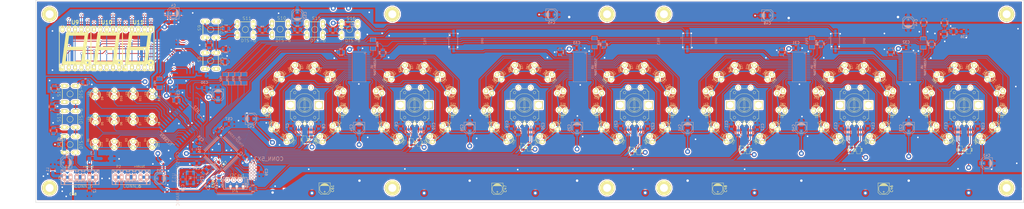
<source format=kicad_pcb>
(kicad_pcb (version 4) (host pcbnew 4.0.7-e0-6372~58~ubuntu16.10.1)
  (layers (0 F.Cu signal) (1 Inner2.Cu power) (2 Inner1.Cu power) (31 B.Cu signal) (34 B.Paste user) (35 F.Paste user) (36 B.SilkS user) (37 F.SilkS user) (38 B.Mask user) (39 F.Mask user) (44 Edge.Cuts user))
  (net 0 "")
  (net 1 +3.3V)
  (net 2 +5V)
  (net 3 /LED0)
  (net 4 /LED1)
  (net 5 /LED10)
  (net 6 /LED11)
  (net 7 /LED12)
  (net 8 /LED13)
  (net 9 /LED14)
  (net 10 /LED15)
  (net 11 /LED16)
  (net 12 /LED17)
  (net 13 /LED18)
  (net 14 /LED19)
  (net 15 /LED2)
  (net 16 /LED20)
  (net 17 /LED21)
  (net 18 /LED22)
  (net 19 /LED23)
  (net 20 /LED24)
  (net 21 /LED25)
  (net 22 /LED26)
  (net 23 /LED27)
  (net 24 /LED28)
  (net 25 /LED29)
  (net 26 /LED3)
  (net 27 /LED30)
  (net 28 /LED31)
  (net 29 /LED32)
  (net 30 /LED33)
  (net 31 /LED34)
  (net 32 /LED35)
  (net 33 /LED36)
  (net 34 /LED37)
  (net 35 /LED38)
  (net 36 /LED39)
  (net 37 /LED4)
  (net 38 /LED40)
  (net 39 /LED41)
  (net 40 /LED42)
  (net 41 /LED43)
  (net 42 /LED44)
  (net 43 /LED45)
  (net 44 /LED46)
  (net 45 /LED47)
  (net 46 /LED48)
  (net 47 /LED49)
  (net 48 /LED5)
  (net 49 /LED50)
  (net 50 /LED51)
  (net 51 /LED52)
  (net 52 /LED53)
  (net 53 /LED54)
  (net 54 /LED55)
  (net 55 /LED56)
  (net 56 /LED57)
  (net 57 /LED58)
  (net 58 /LED59)
  (net 59 /LED6)
  (net 60 /LED60)
  (net 61 /LED61)
  (net 62 /LED62)
  (net 63 /LED63)
  (net 64 /LED64)
  (net 65 /LED65)
  (net 66 /LED66)
  (net 67 /LED67)
  (net 68 /LED68)
  (net 69 /LED69)
  (net 70 /LED7)
  (net 71 /LED70)
  (net 72 /LED71)
  (net 73 /LED72)
  (net 74 /LED73)
  (net 75 /LED74)
  (net 76 /LED75)
  (net 77 /LED76)
  (net 78 /LED77)
  (net 79 /LED78)
  (net 80 /LED79)
  (net 81 /LED8)
  (net 82 /LED80)
  (net 83 /LED81)
  (net 84 /LED82)
  (net 85 /LED83)
  (net 86 /LED84)
  (net 87 /LED85)
  (net 88 /LED86)
  (net 89 /LED87)
  (net 90 /LED88)
  (net 91 /LED89)
  (net 92 /LED9)
  (net 93 /LED90)
  (net 94 /LED91)
  (net 95 /LED92)
  (net 96 /LED93)
  (net 97 /LED94)
  (net 98 /LED95)
  (net 99 BLANK)
  (net 100 BLANK1)
  (net 101 BLANKCHANNEL)
  (net 102 DGND)
  (net 103 DISP1)
  (net 104 DISP2)
  (net 105 DISP3)
  (net 106 DISP4)
  (net 107 DISP5)
  (net 108 I2CSCL)
  (net 109 I2CSDA)
  (net 110 NRST)
  (net 111 R1A)
  (net 112 R1B)
  (net 113 R2A)
  (net 114 R2B)
  (net 115 R3A)
  (net 116 R3B)
  (net 117 R4A)
  (net 118 R4B)
  (net 119 R5A)
  (net 120 R5B)
  (net 121 R6A)
  (net 122 R6B)
  (net 123 R7A)
  (net 124 R7B)
  (net 125 SPI1CLK)
  (net 126 SPI1MOSI)
  (net 127 SPIMOSI)
  (net 128 SWCLK)
  (net 129 SWDIO)
  (net 130 SWO)
  (net 131 SWRESET)
  (net 132 SWSPECIAL)
  (net 133 SWSTORE)
  (net 134 "Net-(C18-Pad1)")
  (net 135 "Net-(C28-Pad1)")
  (net 136 "Net-(C29-Pad2)")
  (net 137 "Net-(C36-Pad1)")
  (net 138 "Net-(R1-Pad2)")
  (net 139 "Net-(R2-Pad2)")
  (net 140 "Net-(R3-Pad2)")
  (net 141 "Net-(R4-Pad2)")
  (net 142 "Net-(R7-Pad2)")
  (net 143 "Net-(R11-Pad1)")
  (net 144 "Net-(R12-Pad1)")
  (net 145 "Net-(R13-Pad1)")
  (net 146 "Net-(R14-Pad1)")
  (net 147 "Net-(R15-Pad1)")
  (net 148 "Net-(R16-Pad1)")
  (net 149 "Net-(R17-Pad1)")
  (net 150 "Net-(R18-Pad1)")
  (net 151 "Net-(R19-Pad1)")
  (net 152 "Net-(R20-Pad1)")
  (net 153 "Net-(R21-Pad1)")
  (net 154 "Net-(R22-Pad1)")
  (net 155 "Net-(R23-Pad1)")
  (net 156 "Net-(R24-Pad1)")
  (net 157 "Net-(R25-Pad1)")
  (net 158 "Net-(R26-Pad1)")
  (net 159 "Net-(R27-Pad1)")
  (net 160 "Net-(R28-Pad1)")
  (net 161 "Net-(R29-Pad1)")
  (net 162 "Net-(R31-Pad1)")
  (net 163 "Net-(R32-Pad1)")
  (net 164 "Net-(R35-Pad1)")
  (net 165 "Net-(R36-Pad1)")
  (net 166 "Net-(R52-Pad1)")
  (net 167 "Net-(R56-Pad1)")
  (net 168 "Net-(R57-Pad1)")
  (net 169 "Net-(R58-Pad1)")
  (net 170 "Net-(R59-Pad1)")
  (net 171 "Net-(R60-Pad1)")
  (net 172 "Net-(R61-Pad1)")
  (net 173 "Net-(R62-Pad1)")
  (net 174 "Net-(R63-Pad1)")
  (net 175 "Net-(R64-Pad1)")
  (net 176 "Net-(R65-Pad1)")
  (net 177 "Net-(R66-Pad1)")
  (net 178 "Net-(R68-Pad2)")
  (net 179 "Net-(R73-Pad2)")
  (net 180 "Net-(L1-Pad2)")
  (net 181 "Net-(L2-Pad2)")
  (net 182 xtalgnd)
  (net 183 SEG_E)
  (net 184 SEG_D)
  (net 185 CATHODE_1)
  (net 186 SEG_C)
  (net 187 SEG_DP)
  (net 188 SEG_B)
  (net 189 SEG_A)
  (net 190 SEG_F)
  (net 191 SEG_G)
  (net 192 CATHODE_3)
  (module Capacitors_SMD:C_0805 (layer B.Cu) (at 96.9137 75.6412 225)
    (fp_text reference C3 (at 0.71842 2.155261 225) (layer B.SilkS) (effects (justify mirror)))
    (fp_text value 100n)
    (pad 1 smd rect (at -1 0 225) (size 1 1.25) (layers B.Cu B.Paste B.Mask) (net 102 DGND))
    (pad 2 smd rect (at 1 0 225) (size 1 1.25) (layers B.Cu B.Paste B.Mask) (net 1 +3.3V))
  )
  (module Housings_SOIC:SOIC-24_7.5x15.4mm_Pitch1.27mm (layer B.Cu) (at 70.993 62.738 135)
    (fp_text reference U12 (at 0 8.8 135) (layer B.SilkS) (effects (justify mirror)))
    (fp_text value TLC592X (at 0 -8.8 135) (layer B.SilkS) (effects (justify mirror)))
    (pad 1 smd rect (at -4.7 6.985 135) (size 2 0.6) (layers B.Cu B.Paste B.Mask) (net 102 DGND))
    (pad 2 smd rect (at -4.7 5.715 135) (size 2 0.6) (layers B.Cu B.Paste B.Mask) (net 126 SPI1MOSI))
    (pad 3 smd rect (at -4.7 4.445 135) (size 2 0.6) (layers B.Cu B.Paste B.Mask) (net 125 SPI1CLK))
    (pad 4 smd rect (at -4.7 3.175 135) (size 2 0.6) (layers B.Cu B.Paste B.Mask) (net 107 DISP5))
    (pad 5 smd rect (at -4.7 1.905 135) (size 2 0.6) (layers B.Cu B.Paste B.Mask))
    (pad 6 smd rect (at -4.7 0.635 135) (size 2 0.6) (layers B.Cu B.Paste B.Mask))
    (pad 7 smd rect (at -4.7 -0.635 135) (size 2 0.6) (layers B.Cu B.Paste B.Mask) (net 48 /LED5))
    (pad 8 smd rect (at -4.7 -1.905 135) (size 2 0.6) (layers B.Cu B.Paste B.Mask) (net 37 /LED4))
    (pad 9 smd rect (at -4.7 -3.175 135) (size 2 0.6) (layers B.Cu B.Paste B.Mask) (net 3 /LED0))
    (pad 10 smd rect (at -4.7 -4.445 135) (size 2 0.6) (layers B.Cu B.Paste B.Mask) (net 4 /LED1))
    (pad 11 smd rect (at -4.7 -5.715 135) (size 2 0.6) (layers B.Cu B.Paste B.Mask) (net 15 /LED2))
    (pad 12 smd rect (at -4.7 -6.985 135) (size 2 0.6) (layers B.Cu B.Paste B.Mask) (net 26 /LED3))
    (pad 13 smd rect (at 4.7 -6.985 135) (size 2 0.6) (layers B.Cu B.Paste B.Mask) (net 59 /LED6))
    (pad 14 smd rect (at 4.7 -5.715 135) (size 2 0.6) (layers B.Cu B.Paste B.Mask) (net 70 /LED7))
    (pad 15 smd rect (at 4.7 -4.445 135) (size 2 0.6) (layers B.Cu B.Paste B.Mask) (net 81 /LED8))
    (pad 16 smd rect (at 4.7 -3.175 135) (size 2 0.6) (layers B.Cu B.Paste B.Mask) (net 92 /LED9))
    (pad 17 smd rect (at 4.7 -1.905 135) (size 2 0.6) (layers B.Cu B.Paste B.Mask) (net 5 /LED10))
    (pad 18 smd rect (at 4.7 -0.635 135) (size 2 0.6) (layers B.Cu B.Paste B.Mask) (net 6 /LED11))
    (pad 19 smd rect (at 4.7 0.635 135) (size 2 0.6) (layers B.Cu B.Paste B.Mask))
    (pad 20 smd rect (at 4.7 1.905 135) (size 2 0.6) (layers B.Cu B.Paste B.Mask))
    (pad 21 smd rect (at 4.7 3.175 135) (size 2 0.6) (layers B.Cu B.Paste B.Mask) (net 101 BLANKCHANNEL))
    (pad 22 smd rect (at 4.7 4.445 135) (size 2 0.6) (layers B.Cu B.Paste B.Mask))
    (pad 23 smd rect (at 4.7 5.715 135) (size 2 0.6) (layers B.Cu B.Paste B.Mask) (net 142 "Net-(R7-Pad2)"))
    (pad 24 smd rect (at 4.7 6.985 135) (size 2 0.6) (layers B.Cu B.Paste B.Mask) (net 1 +3.3V))
  )
  (module LED-3MM (layer F.Cu) (at 36.449 70.866 90)
    (fp_text reference D1 (at 1.778 -2.794 90) (layer F.SilkS) (effects (font (size 0.762 0.762) (thickness 0.0889))))
    (fp_text value LED (at 0 2.54 90) (layer F.SilkS) (effects (font (size 0.762 0.762) (thickness 0.0889))))
    (pad 1 thru_hole circle (at -1.27 0 90) (size 1.6764 1.6764) (drill 0.8128) (layers *.Cu *.Mask F.SilkS) (net 2 +5V))
    (pad 2 thru_hole circle (at 1.27 0 90) (size 1.6764 1.6764) (drill 0.8128) (layers *.Cu *.Mask F.SilkS) (net 3 /LED0))
  )
  (module LED-3MM (layer F.Cu) (at 44.069 70.866 90)
    (fp_text reference D2 (at 1.778 -2.794 90) (layer F.SilkS) (effects (font (size 0.762 0.762) (thickness 0.0889))))
    (fp_text value LED (at 0 2.54 90) (layer F.SilkS) (effects (font (size 0.762 0.762) (thickness 0.0889))))
    (pad 1 thru_hole circle (at -1.27 0 90) (size 1.6764 1.6764) (drill 0.8128) (layers *.Cu *.Mask F.SilkS) (net 2 +5V))
    (pad 2 thru_hole circle (at 1.27 0 90) (size 1.6764 1.6764) (drill 0.8128) (layers *.Cu *.Mask F.SilkS) (net 4 /LED1))
  )
  (module LED-3MM (layer F.Cu) (at 51.689 70.866 90)
    (fp_text reference D3 (at 1.778 -2.794 90) (layer F.SilkS) (effects (font (size 0.762 0.762) (thickness 0.0889))))
    (fp_text value LED (at 0 2.54 90) (layer F.SilkS) (effects (font (size 0.762 0.762) (thickness 0.0889))))
    (pad 1 thru_hole circle (at -1.27 0 90) (size 1.6764 1.6764) (drill 0.8128) (layers *.Cu *.Mask F.SilkS) (net 2 +5V))
    (pad 2 thru_hole circle (at 1.27 0 90) (size 1.6764 1.6764) (drill 0.8128) (layers *.Cu *.Mask F.SilkS) (net 15 /LED2))
  )
  (module LED-3MM (layer F.Cu) (at 59.309 70.866 90)
    (fp_text reference D4 (at 1.778 -2.794 90) (layer F.SilkS) (effects (font (size 0.762 0.762) (thickness 0.0889))))
    (fp_text value LED (at 0 2.54 90) (layer F.SilkS) (effects (font (size 0.762 0.762) (thickness 0.0889))))
    (pad 1 thru_hole circle (at -1.27 0 90) (size 1.6764 1.6764) (drill 0.8128) (layers *.Cu *.Mask F.SilkS) (net 2 +5V))
    (pad 2 thru_hole circle (at 1.27 0 90) (size 1.6764 1.6764) (drill 0.8128) (layers *.Cu *.Mask F.SilkS) (net 26 /LED3))
  )
  (module LED-3MM (layer F.Cu) (at 36.449 60.706 270)
    (fp_text reference D5 (at 1.778 -2.794 270) (layer F.SilkS) (effects (font (size 0.762 0.762) (thickness 0.0889))))
    (fp_text value LED (at 0 2.54 270) (layer F.SilkS) (effects (font (size 0.762 0.762) (thickness 0.0889))))
    (pad 1 thru_hole circle (at -1.27 0 270) (size 1.6764 1.6764) (drill 0.8128) (layers *.Cu *.Mask F.SilkS) (net 2 +5V))
    (pad 2 thru_hole circle (at 1.27 0 270) (size 1.6764 1.6764) (drill 0.8128) (layers *.Cu *.Mask F.SilkS) (net 37 /LED4))
  )
  (module LED-3MM (layer F.Cu) (at 44.069 60.706 270)
    (fp_text reference D6 (at 1.778 -2.794 270) (layer F.SilkS) (effects (font (size 0.762 0.762) (thickness 0.0889))))
    (fp_text value LED (at 0 2.54 270) (layer F.SilkS) (effects (font (size 0.762 0.762) (thickness 0.0889))))
    (pad 1 thru_hole circle (at -1.27 0 270) (size 1.6764 1.6764) (drill 0.8128) (layers *.Cu *.Mask F.SilkS) (net 2 +5V))
    (pad 2 thru_hole circle (at 1.27 0 270) (size 1.6764 1.6764) (drill 0.8128) (layers *.Cu *.Mask F.SilkS) (net 48 /LED5))
  )
  (module LED-3MM (layer F.Cu) (at 51.689 60.706 270)
    (fp_text reference D7 (at 1.778 -2.794 270) (layer F.SilkS) (effects (font (size 0.762 0.762) (thickness 0.0889))))
    (fp_text value LED (at 0 2.54 270) (layer F.SilkS) (effects (font (size 0.762 0.762) (thickness 0.0889))))
    (pad 1 thru_hole circle (at -1.27 0 270) (size 1.6764 1.6764) (drill 0.8128) (layers *.Cu *.Mask F.SilkS) (net 2 +5V))
    (pad 2 thru_hole circle (at 1.27 0 270) (size 1.6764 1.6764) (drill 0.8128) (layers *.Cu *.Mask F.SilkS) (net 59 /LED6))
  )
  (module LED-3MM (layer F.Cu) (at 59.309 60.706 270)
    (fp_text reference D8 (at 1.778 -2.794 270) (layer F.SilkS) (effects (font (size 0.762 0.762) (thickness 0.0889))))
    (fp_text value LED (at 0 2.54 270) (layer F.SilkS) (effects (font (size 0.762 0.762) (thickness 0.0889))))
    (pad 1 thru_hole circle (at -1.27 0 270) (size 1.6764 1.6764) (drill 0.8128) (layers *.Cu *.Mask F.SilkS) (net 2 +5V))
    (pad 2 thru_hole circle (at 1.27 0 270) (size 1.6764 1.6764) (drill 0.8128) (layers *.Cu *.Mask F.SilkS) (net 70 /LED7))
  )
  (module LED-3MM (layer F.Cu) (at 36.449 50.546 270)
    (fp_text reference D9 (at 1.778 -2.794 270) (layer F.SilkS) (effects (font (size 0.762 0.762) (thickness 0.0889))))
    (fp_text value LED (at 0 2.54 270) (layer F.SilkS) (effects (font (size 0.762 0.762) (thickness 0.0889))))
    (pad 1 thru_hole circle (at -1.27 0 270) (size 1.6764 1.6764) (drill 0.8128) (layers *.Cu *.Mask F.SilkS) (net 2 +5V))
    (pad 2 thru_hole circle (at 1.27 0 270) (size 1.6764 1.6764) (drill 0.8128) (layers *.Cu *.Mask F.SilkS) (net 81 /LED8))
  )
  (module LED-3MM (layer F.Cu) (at 44.069 50.546 270)
    (fp_text reference D10 (at 1.778 -2.794 270) (layer F.SilkS) (effects (font (size 0.762 0.762) (thickness 0.0889))))
    (fp_text value LED (at 0 2.54 270) (layer F.SilkS) (effects (font (size 0.762 0.762) (thickness 0.0889))))
    (pad 1 thru_hole circle (at -1.27 0 270) (size 1.6764 1.6764) (drill 0.8128) (layers *.Cu *.Mask F.SilkS) (net 2 +5V))
    (pad 2 thru_hole circle (at 1.27 0 270) (size 1.6764 1.6764) (drill 0.8128) (layers *.Cu *.Mask F.SilkS) (net 92 /LED9))
  )
  (module LED-3MM (layer F.Cu) (at 51.689 50.546 270)
    (fp_text reference D11 (at 1.778 -2.794 270) (layer F.SilkS) (effects (font (size 0.762 0.762) (thickness 0.0889))))
    (fp_text value LED (at 0 2.54 270) (layer F.SilkS) (effects (font (size 0.762 0.762) (thickness 0.0889))))
    (pad 1 thru_hole circle (at -1.27 0 270) (size 1.6764 1.6764) (drill 0.8128) (layers *.Cu *.Mask F.SilkS) (net 2 +5V))
    (pad 2 thru_hole circle (at 1.27 0 270) (size 1.6764 1.6764) (drill 0.8128) (layers *.Cu *.Mask F.SilkS) (net 5 /LED10))
  )
  (module LED-3MM (layer F.Cu) (at 59.309 50.546 270)
    (fp_text reference D12 (at 1.778 -2.794 270) (layer F.SilkS) (effects (font (size 0.762 0.762) (thickness 0.0889))))
    (fp_text value LED (at 0 2.54 270) (layer F.SilkS) (effects (font (size 0.762 0.762) (thickness 0.0889))))
    (pad 1 thru_hole circle (at -1.27 0 270) (size 1.6764 1.6764) (drill 0.8128) (layers *.Cu *.Mask F.SilkS) (net 2 +5V))
    (pad 2 thru_hole circle (at 1.27 0 270) (size 1.6764 1.6764) (drill 0.8128) (layers *.Cu *.Mask F.SilkS) (net 6 /LED11))
  )
  (module AB2_LQFP64 (layer B.Cu) (at 87.01532 74.549 45)
    (fp_text reference U8 (at 9.621446 0.820795 315) (layer B.SilkS) (effects (font (size 0.8128 0.8128) (thickness 0.0762)) (justify mirror)))
    (fp_text value STM32F103RB (at 8.310329 0.012572 135) (layer B.SilkS) (effects (font (size 0.8128 0.8128) (thickness 0.0762)) (justify mirror)))
    (pad 61 smd rect (at -2.25 5.8 315) (size 1.4 0.3) (layers B.Cu B.Paste B.Mask) (net 131 SWRESET))
    (pad 64 smd rect (at -3.75 5.8 315) (size 1.4 0.3) (layers B.Cu B.Paste B.Mask) (net 1 +3.3V))
    (pad 63 smd rect (at -3.25 5.8 315) (size 1.4 0.3) (layers B.Cu B.Paste B.Mask) (net 102 DGND))
    (pad 62 smd rect (at -2.75 5.8 315) (size 1.4 0.3) (layers B.Cu B.Paste B.Mask) (net 124 R7B))
    (pad 60 smd rect (at -1.75 5.8 315) (size 1.4 0.3) (layers B.Cu B.Paste B.Mask) (net 102 DGND))
    (pad 59 smd rect (at -1.25 5.8 315) (size 1.4 0.3) (layers B.Cu B.Paste B.Mask) (net 109 I2CSDA))
    (pad 58 smd rect (at -0.75 5.8 315) (size 1.4 0.3) (layers B.Cu B.Paste B.Mask) (net 108 I2CSCL))
    (pad 57 smd rect (at -0.25 5.8 315) (size 1.4 0.3) (layers B.Cu B.Paste B.Mask))
    (pad 56 smd rect (at 0.25 5.8 315) (size 1.4 0.3) (layers B.Cu B.Paste B.Mask))
    (pad 55 smd rect (at 0.75 5.8 315) (size 1.4 0.3) (layers B.Cu B.Paste B.Mask) (net 130 SWO))
    (pad 54 smd rect (at 1.25 5.8 315) (size 1.4 0.3) (layers B.Cu B.Paste B.Mask))
    (pad 53 smd rect (at 1.75 5.8 315) (size 1.4 0.3) (layers B.Cu B.Paste B.Mask))
    (pad 52 smd rect (at 2.25 5.8 315) (size 1.4 0.3) (layers B.Cu B.Paste B.Mask))
    (pad 51 smd rect (at 2.75 5.8 315) (size 1.4 0.3) (layers B.Cu B.Paste B.Mask))
    (pad 50 smd rect (at 3.25 5.8 315) (size 1.4 0.3) (layers B.Cu B.Paste B.Mask))
    (pad 49 smd rect (at 3.75 5.8 315) (size 1.4 0.3) (layers B.Cu B.Paste B.Mask) (net 128 SWCLK))
    (pad 36 smd rect (at 5.8 -2.25 225) (size 1.4 0.3) (layers B.Cu B.Paste B.Mask) (net 114 R2B))
    (pad 33 smd rect (at 5.8 -3.75 225) (size 1.4 0.3) (layers B.Cu B.Paste B.Mask) (net 111 R1A))
    (pad 34 smd rect (at 5.8 -3.25 225) (size 1.4 0.3) (layers B.Cu B.Paste B.Mask) (net 112 R1B))
    (pad 35 smd rect (at 5.8 -2.75 225) (size 1.4 0.3) (layers B.Cu B.Paste B.Mask) (net 113 R2A))
    (pad 37 smd rect (at 5.8 -1.75 225) (size 1.4 0.3) (layers B.Cu B.Paste B.Mask) (net 115 R3A))
    (pad 38 smd rect (at 5.8 -1.25 225) (size 1.4 0.3) (layers B.Cu B.Paste B.Mask) (net 116 R3B))
    (pad 39 smd rect (at 5.8 -0.75 225) (size 1.4 0.3) (layers B.Cu B.Paste B.Mask) (net 117 R4A))
    (pad 40 smd rect (at 5.8 -0.25 225) (size 1.4 0.3) (layers B.Cu B.Paste B.Mask) (net 118 R4B))
    (pad 41 smd rect (at 5.8 0.25 225) (size 1.4 0.3) (layers B.Cu B.Paste B.Mask) (net 119 R5A))
    (pad 42 smd rect (at 5.8 0.75 225) (size 1.4 0.3) (layers B.Cu B.Paste B.Mask) (net 120 R5B))
    (pad 43 smd rect (at 5.8 1.25 225) (size 1.4 0.3) (layers B.Cu B.Paste B.Mask) (net 121 R6A))
    (pad 44 smd rect (at 5.8 1.75 225) (size 1.4 0.3) (layers B.Cu B.Paste B.Mask) (net 122 R6B))
    (pad 45 smd rect (at 5.8 2.25 225) (size 1.4 0.3) (layers B.Cu B.Paste B.Mask) (net 123 R7A))
    (pad 46 smd rect (at 5.8 2.75 225) (size 1.4 0.3) (layers B.Cu B.Paste B.Mask) (net 129 SWDIO))
    (pad 47 smd rect (at 5.8 3.25 225) (size 1.4 0.3) (layers B.Cu B.Paste B.Mask) (net 102 DGND))
    (pad 48 smd rect (at 5.8 3.75 225) (size 1.4 0.3) (layers B.Cu B.Paste B.Mask) (net 1 +3.3V))
    (pad 32 smd rect (at 3.75 -5.8 315) (size 1.4 0.3) (layers B.Cu B.Paste B.Mask) (net 1 +3.3V))
    (pad 31 smd rect (at 3.25 -5.8 315) (size 1.4 0.3) (layers B.Cu B.Paste B.Mask) (net 102 DGND))
    (pad 30 smd rect (at 2.75 -5.8 315) (size 1.4 0.3) (layers B.Cu B.Paste B.Mask) (net 103 DISP1))
    (pad 29 smd rect (at 2.25 -5.8 315) (size 1.4 0.3) (layers B.Cu B.Paste B.Mask) (net 100 BLANK1))
    (pad 28 smd rect (at 1.75 -5.8 315) (size 1.4 0.3) (layers B.Cu B.Paste B.Mask) (net 102 DGND))
    (pad 27 smd rect (at 1.25 -5.8 315) (size 1.4 0.3) (layers B.Cu B.Paste B.Mask) (net 104 DISP2))
    (pad 26 smd rect (at 0.75 -5.8 315) (size 1.4 0.3) (layers B.Cu B.Paste B.Mask) (net 105 DISP3))
    (pad 25 smd rect (at 0.25 -5.8 315) (size 1.4 0.3) (layers B.Cu B.Paste B.Mask) (net 106 DISP4))
    (pad 24 smd rect (at -0.25 -5.8 315) (size 1.4 0.3) (layers B.Cu B.Paste B.Mask))
    (pad 23 smd rect (at -0.75 -5.8 315) (size 1.4 0.3) (layers B.Cu B.Paste B.Mask) (net 126 SPI1MOSI))
    (pad 22 smd rect (at -1.25 -5.8 315) (size 1.4 0.3) (layers B.Cu B.Paste B.Mask))
    (pad 21 smd rect (at -1.75 -5.8 315) (size 1.4 0.3) (layers B.Cu B.Paste B.Mask) (net 125 SPI1CLK))
    (pad 19 smd rect (at -2.75 -5.8 315) (size 1.4 0.3) (layers B.Cu B.Paste B.Mask) (net 1 +3.3V))
    (pad 18 smd rect (at -3.25 -5.8 315) (size 1.4 0.3) (layers B.Cu B.Paste B.Mask) (net 102 DGND))
    (pad 17 smd rect (at -3.75 -5.8 315) (size 1.4 0.3) (layers B.Cu B.Paste B.Mask) (net 101 BLANKCHANNEL))
    (pad 20 smd rect (at -2.25 -5.8 315) (size 1.4 0.3) (layers B.Cu B.Paste B.Mask) (net 107 DISP5))
    (pad 4 smd rect (at -5.8 2.25 45) (size 1.4 0.3) (layers B.Cu B.Paste B.Mask))
    (pad 1 smd rect (at -5.8 3.75 45) (size 1.4 0.3) (layers B.Cu B.Paste B.Mask) (net 1 +3.3V))
    (pad 2 smd rect (at -5.8 3.25 45) (size 1.4 0.3) (layers B.Cu B.Paste B.Mask))
    (pad 3 smd rect (at -5.8 2.75 45) (size 1.4 0.3) (layers B.Cu B.Paste B.Mask))
    (pad 5 smd rect (at -5.8 1.75 45) (size 1.4 0.3) (layers B.Cu B.Paste B.Mask) (net 135 "Net-(C28-Pad1)"))
    (pad 6 smd rect (at -5.8 1.25 45) (size 1.4 0.3) (layers B.Cu B.Paste B.Mask) (net 178 "Net-(R68-Pad2)"))
    (pad 7 smd rect (at -5.8 0.75 45) (size 1.4 0.3) (layers B.Cu B.Paste B.Mask) (net 110 NRST))
    (pad 8 smd rect (at -5.8 0.25 45) (size 1.4 0.3) (layers B.Cu B.Paste B.Mask))
    (pad 9 smd rect (at -5.8 -0.25 45) (size 1.4 0.3) (layers B.Cu B.Paste B.Mask))
    (pad 10 smd rect (at -5.8 -0.75 45) (size 1.4 0.3) (layers B.Cu B.Paste B.Mask))
    (pad 11 smd rect (at -5.8 -1.25 45) (size 1.4 0.3) (layers B.Cu B.Paste B.Mask))
    (pad 12 smd rect (at -5.8 -1.75 45) (size 1.4 0.3) (layers B.Cu B.Paste B.Mask) (net 102 DGND))
    (pad 13 smd rect (at -5.8 -2.25 45) (size 1.4 0.3) (layers B.Cu B.Paste B.Mask) (net 1 +3.3V))
    (pad 14 smd rect (at -5.8 -2.75 45) (size 1.4 0.3) (layers B.Cu B.Paste B.Mask))
    (pad 15 smd rect (at -5.8 -3.25 45) (size 1.4 0.3) (layers B.Cu B.Paste B.Mask) (net 133 SWSTORE))
    (pad 16 smd rect (at -5.8 -3.75 45) (size 1.4 0.3) (layers B.Cu B.Paste B.Mask) (net 132 SWSPECIAL))
  )
  (module con-molex-6410-06 (layer B.Cu) (at 50.8381 84.0232)
    (fp_text reference P2 (at -5.05206 -4.2164) (layer F.SilkS) (effects (font (size 1.016 1.016) (thickness 0.0889))))
    (fp_text value CONN_6 (at 0.4064 3.6068) (layer F.SilkS) (effects (font (size 1.27 1.27) (thickness 0.0889))))
    (fp_text user 6 (at 3.4925 3.6195) (layer F.SilkS) (effects (font (size 1.27 1.27) (thickness 0.0889))))
    (fp_text user >VALUE (at 3.3528 -4.318) (layer F.SilkS) (effects (font (size 0.8128 0.8128) (thickness 0.0889))))
    (pad 1 thru_hole oval (at 6.35 0) (size 1.524 3.048) (drill 1.016) (layers *.Cu B.Paste B.SilkS B.Mask) (net 1 +3.3V))
    (pad 2 thru_hole oval (at 3.81 0) (size 1.524 3.048) (drill 1.016) (layers *.Cu B.Paste B.SilkS B.Mask) (net 1 +3.3V))
    (pad 3 thru_hole oval (at 1.27 0) (size 1.524 3.048) (drill 1.016) (layers *.Cu B.Paste B.SilkS B.Mask) (net 102 DGND))
    (pad 4 thru_hole oval (at -1.27 0) (size 1.524 3.048) (drill 1.016) (layers *.Cu B.Paste B.SilkS B.Mask) (net 102 DGND))
    (pad 5 thru_hole oval (at -3.81 0) (size 1.524 3.048) (drill 1.016) (layers *.Cu B.Paste B.SilkS B.Mask) (net 2 +5V))
    (pad 6 thru_hole oval (at -6.35 0) (size 1.524 3.048) (drill 1.016) (layers *.Cu B.Paste B.SilkS B.Mask) (net 2 +5V))
  )
  (module con-molex-6410-06 (layer B.Cu) (at 30.3022 84.0486)
    (fp_text reference P1 (at -5.05206 -4.2164) (layer F.SilkS) (effects (font (size 1.016 1.016) (thickness 0.0889))))
    (fp_text value CONN_6 (at 1.4224 3.5814) (layer F.SilkS) (effects (font (size 1.27 1.27) (thickness 0.0889))))
    (fp_text user 6 (at -8.1534 0.20066) (layer F.SilkS) (effects (font (size 1.27 1.27) (thickness 0.0889))))
    (fp_text user >VALUE (at 3.3528 -4.318) (layer F.SilkS) (effects (font (size 0.8128 0.8128) (thickness 0.0889))))
    (pad 1 thru_hole oval (at 6.35 0) (size 1.524 3.048) (drill 1.016) (layers *.Cu B.Paste B.SilkS B.Mask) (net 181 "Net-(L2-Pad2)"))
    (pad 2 thru_hole oval (at 3.81 0) (size 1.524 3.048) (drill 1.016) (layers *.Cu B.Paste B.SilkS B.Mask) (net 181 "Net-(L2-Pad2)"))
    (pad 3 thru_hole oval (at 1.27 0) (size 1.524 3.048) (drill 1.016) (layers *.Cu B.Paste B.SilkS B.Mask) (net 102 DGND))
    (pad 4 thru_hole oval (at -1.27 0) (size 1.524 3.048) (drill 1.016) (layers *.Cu B.Paste B.SilkS B.Mask) (net 102 DGND))
    (pad 5 thru_hole oval (at -3.81 0) (size 1.524 3.048) (drill 1.016) (layers *.Cu B.Paste B.SilkS B.Mask) (net 180 "Net-(L1-Pad2)"))
    (pad 6 thru_hole oval (at -6.35 0) (size 1.524 3.048) (drill 1.016) (layers *.Cu B.Paste B.SilkS B.Mask) (net 180 "Net-(L1-Pad2)"))
  )
  (module Xtal_Ceramic_5x3.2 (layer B.Cu) (at 74.6506 84.2772 90)
    (fp_text reference U13 (at 0 -6.6675 90) (layer B.SilkS) (effects (font (size 1.27 1.27) (thickness 0.0889)) (justify mirror)))
    (fp_text value CRYSTAL_SMD_CERAMIC (at -0.508 -5.0165 90) (layer B.SilkS) (effects (font (size 1.27 1.27) (thickness 0.0889)) (justify mirror)))
    (pad 2 smd rect (at 2.1336 -1.27 90) (size 1.9 1.1) (layers B.Cu B.Paste B.Mask) (net 182 xtalgnd))
    (pad 4 smd rect (at -2.1336 1.27 90) (size 1.9 1.1) (layers B.Cu B.Paste B.Mask) (net 182 xtalgnd))
    (pad 1 smd rect (at -2.1336 -1.27 90) (size 1.9 1.1) (layers B.Cu B.Paste B.Mask) (net 135 "Net-(C28-Pad1)"))
    (pad 3 smd rect (at 2.1336 1.27 90) (size 1.9 1.1) (layers B.Cu B.Paste B.Mask) (net 136 "Net-(C29-Pad2)"))
  )
  (module Pin_Header_Straight_2x05_Pitch1.27mm (layer B.Cu) (at 100.4062 79.1718 180)
    (fp_text reference P3 (at 0.55 1.7 180) (layer B.SilkS) (effects (justify mirror)))
    (fp_text value CONN_5X2 (at -5.8039 2.5146 180) (layer B.SilkS) (effects (justify mirror)))
    (pad 1 thru_hole rect (at 0 0 180) (size 1.05 1.05) (drill 0.65) (layers *.Cu *.Mask B.SilkS) (net 1 +3.3V))
    (pad 3 thru_hole circle (at 0 -1.27 180) (size 1.05 1.05) (drill 0.65) (layers *.Cu *.Mask B.SilkS) (net 102 DGND))
    (pad 5 thru_hole circle (at 0 -2.54 180) (size 1.05 1.05) (drill 0.65) (layers *.Cu *.Mask B.SilkS) (net 102 DGND))
    (pad 7 thru_hole circle (at 0 -3.81 180) (size 1.05 1.05) (drill 0.65) (layers *.Cu *.Mask B.SilkS) (net 102 DGND))
    (pad 9 thru_hole circle (at 0 -5.08 180) (size 1.05 1.05) (drill 0.65) (layers *.Cu *.Mask B.SilkS) (net 102 DGND))
    (pad 4 thru_hole circle (at 1.27 -1.27 180) (size 1.05 1.05) (drill 0.65) (layers *.Cu *.Mask B.SilkS) (net 128 SWCLK))
    (pad 6 thru_hole circle (at 1.27 -2.54 180) (size 1.05 1.05) (drill 0.65) (layers *.Cu *.Mask B.SilkS) (net 130 SWO))
    (pad 8 thru_hole circle (at 1.27 -3.81 180) (size 1.05 1.05) (drill 0.65) (layers *.Cu *.Mask B.SilkS))
    (pad 10 thru_hole circle (at 1.27 -5.08 180) (size 1.05 1.05) (drill 0.65) (layers *.Cu *.Mask B.SilkS) (net 110 NRST))
    (pad 2 thru_hole circle (at 1.27 0 180) (size 1.05 1.05) (drill 0.65) (layers *.Cu *.Mask B.SilkS) (net 129 SWDIO))
  )
  (module LED-3MM-15MMOFFSET (layer F.Cu) (at 209.042 55.0164 284)
    (fp_text reference D66 (at -15.24 2.54 284) (layer F.SilkS) (effects (font (size 0.762 0.762) (thickness 0.0889))))
    (fp_text value LED (at -15.24 -2.54 284) (layer F.SilkS) (effects (font (size 0.762 0.762) (thickness 0.0889))))
    (pad 1 thru_hole circle (at -13.97 0 104) (size 1.6764 1.6764) (drill 0.8128) (layers *.Cu *.Mask F.SilkS) (net 2 +5V))
    (pad 2 thru_hole circle (at -16.51 0 104) (size 1.6764 1.6764) (drill 0.8128) (layers *.Cu *.Mask F.SilkS) (net 39 /LED41))
  )
  (module LED-3MM-15MMOFFSET (layer F.Cu) (at 209.042 55.0164 340)
    (fp_text reference D64 (at -15.24 2.54 340) (layer F.SilkS) (effects (font (size 0.762 0.762) (thickness 0.0889))))
    (fp_text value LED (at -15.24 -2.54 340) (layer F.SilkS) (effects (font (size 0.762 0.762) (thickness 0.0889))))
    (pad 1 thru_hole circle (at -13.97 0 160) (size 1.6764 1.6764) (drill 0.8128) (layers *.Cu *.Mask F.SilkS) (net 2 +5V))
    (pad 2 thru_hole circle (at -16.51 0 160) (size 1.6764 1.6764) (drill 0.8128) (layers *.Cu *.Mask F.SilkS) (net 36 /LED39))
  )
  (module LED-3MM-15MMOFFSET (layer F.Cu) (at 209.042 55.0164 8)
    (fp_text reference D63 (at -15.24 2.54 8) (layer F.SilkS) (effects (font (size 0.762 0.762) (thickness 0.0889))))
    (fp_text value LED (at -15.24 -2.54 8) (layer F.SilkS) (effects (font (size 0.762 0.762) (thickness 0.0889))))
    (pad 1 thru_hole circle (at -13.97 0 188) (size 1.6764 1.6764) (drill 0.8128) (layers *.Cu *.Mask F.SilkS) (net 2 +5V))
    (pad 2 thru_hole circle (at -16.51 0 188) (size 1.6764 1.6764) (drill 0.8128) (layers *.Cu *.Mask F.SilkS) (net 35 /LED38))
  )
  (module LED-3MM-15MMOFFSET (layer F.Cu) (at 120.65 55.0164 172)
    (fp_text reference D58 (at -15.24 2.54 172) (layer F.SilkS) (effects (font (size 0.762 0.762) (thickness 0.0889))))
    (fp_text value LED (at -15.24 -2.54 172) (layer F.SilkS) (effects (font (size 0.762 0.762) (thickness 0.0889))))
    (pad 1 thru_hole circle (at -13.97 0 352) (size 1.6764 1.6764) (drill 0.8128) (layers *.Cu *.Mask F.SilkS) (net 2 +5V))
    (pad 2 thru_hole circle (at -16.51 0 352) (size 1.6764 1.6764) (drill 0.8128) (layers *.Cu *.Mask F.SilkS) (net 17 /LED21))
  )
  (module LED-3MM-15MMOFFSET (layer F.Cu) (at 120.65 55.0164 200)
    (fp_text reference D57 (at -15.24 2.54 200) (layer F.SilkS) (effects (font (size 0.762 0.762) (thickness 0.0889))))
    (fp_text value LED (at -15.24 -2.54 200) (layer F.SilkS) (effects (font (size 0.762 0.762) (thickness 0.0889))))
    (pad 1 thru_hole circle (at -13.97 0 20) (size 1.6764 1.6764) (drill 0.8128) (layers *.Cu *.Mask F.SilkS) (net 2 +5V))
    (pad 2 thru_hole circle (at -16.51 0 20) (size 1.6764 1.6764) (drill 0.8128) (layers *.Cu *.Mask F.SilkS) (net 16 /LED20))
  )
  (module LED-3MM-15MMOFFSET (layer F.Cu) (at 120.65 55.0164 228)
    (fp_text reference D56 (at -15.24 2.54 228) (layer F.SilkS) (effects (font (size 0.762 0.762) (thickness 0.0889))))
    (fp_text value LED (at -15.24 -2.54 228) (layer F.SilkS) (effects (font (size 0.762 0.762) (thickness 0.0889))))
    (pad 1 thru_hole circle (at -13.97 0 48) (size 1.6764 1.6764) (drill 0.8128) (layers *.Cu *.Mask F.SilkS) (net 2 +5V))
    (pad 2 thru_hole circle (at -16.51 0 48) (size 1.6764 1.6764) (drill 0.8128) (layers *.Cu *.Mask F.SilkS) (net 14 /LED19))
  )
  (module LED-3MM-15MMOFFSET (layer F.Cu) (at 253.238 55.0164 312)
    (fp_text reference D29 (at -15.24 2.54 312) (layer F.SilkS) (effects (font (size 0.762 0.762) (thickness 0.0889))))
    (fp_text value LED (at -15.24 -2.54 312) (layer F.SilkS) (effects (font (size 0.762 0.762) (thickness 0.0889))))
    (pad 1 thru_hole circle (at -13.97 0 132) (size 1.6764 1.6764) (drill 0.8128) (layers *.Cu *.Mask F.SilkS) (net 2 +5V))
    (pad 2 thru_hole circle (at -16.51 0 132) (size 1.6764 1.6764) (drill 0.8128) (layers *.Cu *.Mask F.SilkS) (net 51 /LED52))
  )
  (module LED-3MM-15MMOFFSET (layer F.Cu) (at 341.63 55.0164 284)
    (fp_text reference D42 (at -15.24 2.54 284) (layer F.SilkS) (effects (font (size 0.762 0.762) (thickness 0.0889))))
    (fp_text value LED (at -15.24 -2.54 284) (layer F.SilkS) (effects (font (size 0.762 0.762) (thickness 0.0889))))
    (pad 1 thru_hole circle (at -13.97 0 104) (size 1.6764 1.6764) (drill 0.8128) (layers *.Cu *.Mask F.SilkS) (net 2 +5V))
    (pad 2 thru_hole circle (at -16.51 0 104) (size 1.6764 1.6764) (drill 0.8128) (layers *.Cu *.Mask F.SilkS) (net 78 /LED77))
  )
  (module LED-3MM-15MMOFFSET (layer F.Cu) (at 341.63 55.0164 312)
    (fp_text reference D41 (at -15.24 2.54 312) (layer F.SilkS) (effects (font (size 0.762 0.762) (thickness 0.0889))))
    (fp_text value LED (at -15.24 -2.54 312) (layer F.SilkS) (effects (font (size 0.762 0.762) (thickness 0.0889))))
    (pad 1 thru_hole circle (at -13.97 0 132) (size 1.6764 1.6764) (drill 0.8128) (layers *.Cu *.Mask F.SilkS) (net 2 +5V))
    (pad 2 thru_hole circle (at -16.51 0 132) (size 1.6764 1.6764) (drill 0.8128) (layers *.Cu *.Mask F.SilkS) (net 77 /LED76))
  )
  (module LED-3MM-15MMOFFSET (layer F.Cu) (at 341.63 55.0164 340)
    (fp_text reference D40 (at -15.24 2.54 340) (layer F.SilkS) (effects (font (size 0.762 0.762) (thickness 0.0889))))
    (fp_text value LED (at -15.24 -2.54 340) (layer F.SilkS) (effects (font (size 0.762 0.762) (thickness 0.0889))))
    (pad 1 thru_hole circle (at -13.97 0 160) (size 1.6764 1.6764) (drill 0.8128) (layers *.Cu *.Mask F.SilkS) (net 2 +5V))
    (pad 2 thru_hole circle (at -16.51 0 160) (size 1.6764 1.6764) (drill 0.8128) (layers *.Cu *.Mask F.SilkS) (net 76 /LED75))
  )
  (module LED-3MM-15MMOFFSET (layer F.Cu) (at 341.63 55.0164 228)
    (fp_text reference D44 (at -15.24 2.54 228) (layer F.SilkS) (effects (font (size 0.762 0.762) (thickness 0.0889))))
    (fp_text value LED (at -15.24 -2.54 228) (layer F.SilkS) (effects (font (size 0.762 0.762) (thickness 0.0889))))
    (pad 1 thru_hole circle (at -13.97 0 48) (size 1.6764 1.6764) (drill 0.8128) (layers *.Cu *.Mask F.SilkS) (net 2 +5V))
    (pad 2 thru_hole circle (at -16.51 0 48) (size 1.6764 1.6764) (drill 0.8128) (layers *.Cu *.Mask F.SilkS) (net 80 /LED79))
  )
  (module LED-3MM-15MMOFFSET (layer F.Cu) (at 341.63 55.0164 8)
    (fp_text reference D39 (at -15.24 2.54 8) (layer F.SilkS) (effects (font (size 0.762 0.762) (thickness 0.0889))))
    (fp_text value LED (at -15.24 -2.54 8) (layer F.SilkS) (effects (font (size 0.762 0.762) (thickness 0.0889))))
    (pad 1 thru_hole circle (at -13.97 0 188) (size 1.6764 1.6764) (drill 0.8128) (layers *.Cu *.Mask F.SilkS) (net 2 +5V))
    (pad 2 thru_hole circle (at -16.51 0 188) (size 1.6764 1.6764) (drill 0.8128) (layers *.Cu *.Mask F.SilkS) (net 75 /LED74))
  )
  (module LED-3MM-15MMOFFSET (layer F.Cu) (at 209.042 55.0164 312)
    (fp_text reference D65 (at -15.24 2.54 312) (layer F.SilkS) (effects (font (size 0.762 0.762) (thickness 0.0889))))
    (fp_text value LED (at -15.24 -2.54 312) (layer F.SilkS) (effects (font (size 0.762 0.762) (thickness 0.0889))))
    (pad 1 thru_hole circle (at -13.97 0 132) (size 1.6764 1.6764) (drill 0.8128) (layers *.Cu *.Mask F.SilkS) (net 2 +5V))
    (pad 2 thru_hole circle (at -16.51 0 132) (size 1.6764 1.6764) (drill 0.8128) (layers *.Cu *.Mask F.SilkS) (net 38 /LED40))
  )
  (module LED-3MM-15MMOFFSET (layer F.Cu) (at 253.238 55.0164 172)
    (fp_text reference D34 (at -15.24 2.54 172) (layer F.SilkS) (effects (font (size 0.762 0.762) (thickness 0.0889))))
    (fp_text value LED (at -15.24 -2.54 172) (layer F.SilkS) (effects (font (size 0.762 0.762) (thickness 0.0889))))
    (pad 1 thru_hole circle (at -13.97 0 352) (size 1.6764 1.6764) (drill 0.8128) (layers *.Cu *.Mask F.SilkS) (net 2 +5V))
    (pad 2 thru_hole circle (at -16.51 0 352) (size 1.6764 1.6764) (drill 0.8128) (layers *.Cu *.Mask F.SilkS) (net 56 /LED57))
  )
  (module LED-3MM-15MMOFFSET (layer F.Cu) (at 341.63 55.0164 256)
    (fp_text reference D43 (at -15.24 2.54 256) (layer F.SilkS) (effects (font (size 0.762 0.762) (thickness 0.0889))))
    (fp_text value LED (at -15.24 -2.54 256) (layer F.SilkS) (effects (font (size 0.762 0.762) (thickness 0.0889))))
    (pad 1 thru_hole circle (at -13.97 0 76) (size 1.6764 1.6764) (drill 0.8128) (layers *.Cu *.Mask F.SilkS) (net 2 +5V))
    (pad 2 thru_hole circle (at -16.51 0 76) (size 1.6764 1.6764) (drill 0.8128) (layers *.Cu *.Mask F.SilkS) (net 79 /LED78))
  )
  (module LED-3MM-15MMOFFSET (layer F.Cu) (at 209.042 55.0164 172)
    (fp_text reference D70 (at -15.24 2.54 172) (layer F.SilkS) (effects (font (size 0.762 0.762) (thickness 0.0889))))
    (fp_text value LED (at -15.24 -2.54 172) (layer F.SilkS) (effects (font (size 0.762 0.762) (thickness 0.0889))))
    (pad 1 thru_hole circle (at -13.97 0 352) (size 1.6764 1.6764) (drill 0.8128) (layers *.Cu *.Mask F.SilkS) (net 2 +5V))
    (pad 2 thru_hole circle (at -16.51 0 352) (size 1.6764 1.6764) (drill 0.8128) (layers *.Cu *.Mask F.SilkS) (net 43 /LED45))
  )
  (module LED-3MM-15MMOFFSET (layer F.Cu) (at 297.434 55.0164 256)
    (fp_text reference D79 (at -15.24 2.54 256) (layer F.SilkS) (effects (font (size 0.762 0.762) (thickness 0.0889))))
    (fp_text value LED (at -15.24 -2.54 256) (layer F.SilkS) (effects (font (size 0.762 0.762) (thickness 0.0889))))
    (pad 1 thru_hole circle (at -13.97 0 76) (size 1.6764 1.6764) (drill 0.8128) (layers *.Cu *.Mask F.SilkS) (net 2 +5V))
    (pad 2 thru_hole circle (at -16.51 0 76) (size 1.6764 1.6764) (drill 0.8128) (layers *.Cu *.Mask F.SilkS) (net 66 /LED66))
  )
  (module LED-3MM-15MMOFFSET (layer F.Cu) (at 297.434 55.0164 284)
    (fp_text reference D78 (at -15.24 2.54 284) (layer F.SilkS) (effects (font (size 0.762 0.762) (thickness 0.0889))))
    (fp_text value LED (at -15.24 -2.54 284) (layer F.SilkS) (effects (font (size 0.762 0.762) (thickness 0.0889))))
    (pad 1 thru_hole circle (at -13.97 0 104) (size 1.6764 1.6764) (drill 0.8128) (layers *.Cu *.Mask F.SilkS) (net 2 +5V))
    (pad 2 thru_hole circle (at -16.51 0 104) (size 1.6764 1.6764) (drill 0.8128) (layers *.Cu *.Mask F.SilkS) (net 65 /LED65))
  )
  (module LED-3MM-15MMOFFSET (layer F.Cu) (at 164.846 55.0164 8)
    (fp_text reference D15 (at -15.24 2.54 8) (layer F.SilkS) (effects (font (size 0.762 0.762) (thickness 0.0889))))
    (fp_text value LED (at -15.24 -2.54 8) (layer F.SilkS) (effects (font (size 0.762 0.762) (thickness 0.0889))))
    (pad 1 thru_hole circle (at -13.97 0 188) (size 1.6764 1.6764) (drill 0.8128) (layers *.Cu *.Mask F.SilkS) (net 2 +5V))
    (pad 2 thru_hole circle (at -16.51 0 188) (size 1.6764 1.6764) (drill 0.8128) (layers *.Cu *.Mask F.SilkS) (net 22 /LED26))
  )
  (module LED-3MM-15MMOFFSET (layer F.Cu) (at 297.434 55.0164 312)
    (fp_text reference D77 (at -15.24 2.54 312) (layer F.SilkS) (effects (font (size 0.762 0.762) (thickness 0.0889))))
    (fp_text value LED (at -15.24 -2.54 312) (layer F.SilkS) (effects (font (size 0.762 0.762) (thickness 0.0889))))
    (pad 1 thru_hole circle (at -13.97 0 132) (size 1.6764 1.6764) (drill 0.8128) (layers *.Cu *.Mask F.SilkS) (net 2 +5V))
    (pad 2 thru_hole circle (at -16.51 0 132) (size 1.6764 1.6764) (drill 0.8128) (layers *.Cu *.Mask F.SilkS) (net 64 /LED64))
  )
  (module LED-3MM-15MMOFFSET (layer F.Cu) (at 297.434 55.0164 340)
    (fp_text reference D76 (at -15.24 2.54 340) (layer F.SilkS) (effects (font (size 0.762 0.762) (thickness 0.0889))))
    (fp_text value LED (at -15.24 -2.54 340) (layer F.SilkS) (effects (font (size 0.762 0.762) (thickness 0.0889))))
    (pad 1 thru_hole circle (at -13.97 0 160) (size 1.6764 1.6764) (drill 0.8128) (layers *.Cu *.Mask F.SilkS) (net 2 +5V))
    (pad 2 thru_hole circle (at -16.51 0 160) (size 1.6764 1.6764) (drill 0.8128) (layers *.Cu *.Mask F.SilkS) (net 63 /LED63))
  )
  (module LED-3MM-15MMOFFSET (layer F.Cu) (at 297.434 55.0164 8)
    (fp_text reference D75 (at -15.24 2.54 8) (layer F.SilkS) (effects (font (size 0.762 0.762) (thickness 0.0889))))
    (fp_text value LED (at -15.24 -2.54 8) (layer F.SilkS) (effects (font (size 0.762 0.762) (thickness 0.0889))))
    (pad 1 thru_hole circle (at -13.97 0 188) (size 1.6764 1.6764) (drill 0.8128) (layers *.Cu *.Mask F.SilkS) (net 2 +5V))
    (pad 2 thru_hole circle (at -16.51 0 188) (size 1.6764 1.6764) (drill 0.8128) (layers *.Cu *.Mask F.SilkS) (net 62 /LED62))
  )
  (module LED-3MM-15MMOFFSET (layer F.Cu) (at 297.434 55.0164 228)
    (fp_text reference D80 (at -15.24 2.54 228) (layer F.SilkS) (effects (font (size 0.762 0.762) (thickness 0.0889))))
    (fp_text value LED (at -15.24 -2.54 228) (layer F.SilkS) (effects (font (size 0.762 0.762) (thickness 0.0889))))
    (pad 1 thru_hole circle (at -13.97 0 48) (size 1.6764 1.6764) (drill 0.8128) (layers *.Cu *.Mask F.SilkS) (net 2 +5V))
    (pad 2 thru_hole circle (at -16.51 0 48) (size 1.6764 1.6764) (drill 0.8128) (layers *.Cu *.Mask F.SilkS) (net 67 /LED67))
  )
  (module LED-3MM-15MMOFFSET (layer F.Cu) (at 209.042 55.0164 200)
    (fp_text reference D69 (at -15.24 2.54 200) (layer F.SilkS) (effects (font (size 0.762 0.762) (thickness 0.0889))))
    (fp_text value LED (at -15.24 -2.54 200) (layer F.SilkS) (effects (font (size 0.762 0.762) (thickness 0.0889))))
    (pad 1 thru_hole circle (at -13.97 0 20) (size 1.6764 1.6764) (drill 0.8128) (layers *.Cu *.Mask F.SilkS) (net 2 +5V))
    (pad 2 thru_hole circle (at -16.51 0 20) (size 1.6764 1.6764) (drill 0.8128) (layers *.Cu *.Mask F.SilkS) (net 42 /LED44))
  )
  (module LED-3MM-15MMOFFSET (layer F.Cu) (at 164.846 55.0164 340)
    (fp_text reference D16 (at -15.24 2.54 340) (layer F.SilkS) (effects (font (size 0.762 0.762) (thickness 0.0889))))
    (fp_text value LED (at -15.24 -2.54 340) (layer F.SilkS) (effects (font (size 0.762 0.762) (thickness 0.0889))))
    (pad 1 thru_hole circle (at -13.97 0 160) (size 1.6764 1.6764) (drill 0.8128) (layers *.Cu *.Mask F.SilkS) (net 2 +5V))
    (pad 2 thru_hole circle (at -16.51 0 160) (size 1.6764 1.6764) (drill 0.8128) (layers *.Cu *.Mask F.SilkS) (net 23 /LED27))
  )
  (module LED-3MM-15MMOFFSET (layer F.Cu) (at 209.042 55.0164 228)
    (fp_text reference D68 (at -15.24 2.54 228) (layer F.SilkS) (effects (font (size 0.762 0.762) (thickness 0.0889))))
    (fp_text value LED (at -15.24 -2.54 228) (layer F.SilkS) (effects (font (size 0.762 0.762) (thickness 0.0889))))
    (pad 1 thru_hole circle (at -13.97 0 48) (size 1.6764 1.6764) (drill 0.8128) (layers *.Cu *.Mask F.SilkS) (net 2 +5V))
    (pad 2 thru_hole circle (at -16.51 0 48) (size 1.6764 1.6764) (drill 0.8128) (layers *.Cu *.Mask F.SilkS) (net 41 /LED43))
  )
  (module LED-3MM-15MMOFFSET (layer F.Cu) (at 209.042 55.0164 256)
    (fp_text reference D67 (at -15.24 2.54 256) (layer F.SilkS) (effects (font (size 0.762 0.762) (thickness 0.0889))))
    (fp_text value LED (at -15.24 -2.54 256) (layer F.SilkS) (effects (font (size 0.762 0.762) (thickness 0.0889))))
    (pad 1 thru_hole circle (at -13.97 0 76) (size 1.6764 1.6764) (drill 0.8128) (layers *.Cu *.Mask F.SilkS) (net 2 +5V))
    (pad 2 thru_hole circle (at -16.51 0 76) (size 1.6764 1.6764) (drill 0.8128) (layers *.Cu *.Mask F.SilkS) (net 40 /LED42))
  )
  (module LED-3MM-15MMOFFSET (layer F.Cu) (at 164.846 55.0164 312)
    (fp_text reference D17 (at -15.24 2.54 312) (layer F.SilkS) (effects (font (size 0.762 0.762) (thickness 0.0889))))
    (fp_text value LED (at -15.24 -2.54 312) (layer F.SilkS) (effects (font (size 0.762 0.762) (thickness 0.0889))))
    (pad 1 thru_hole circle (at -13.97 0 132) (size 1.6764 1.6764) (drill 0.8128) (layers *.Cu *.Mask F.SilkS) (net 2 +5V))
    (pad 2 thru_hole circle (at -16.51 0 132) (size 1.6764 1.6764) (drill 0.8128) (layers *.Cu *.Mask F.SilkS) (net 24 /LED28))
  )
  (module LED-3MM-15MMOFFSET (layer F.Cu) (at 164.846 55.0164 172)
    (fp_text reference D22 (at -15.24 2.54 172) (layer F.SilkS) (effects (font (size 0.762 0.762) (thickness 0.0889))))
    (fp_text value LED (at -15.24 -2.54 172) (layer F.SilkS) (effects (font (size 0.762 0.762) (thickness 0.0889))))
    (pad 1 thru_hole circle (at -13.97 0 352) (size 1.6764 1.6764) (drill 0.8128) (layers *.Cu *.Mask F.SilkS) (net 2 +5V))
    (pad 2 thru_hole circle (at -16.51 0 352) (size 1.6764 1.6764) (drill 0.8128) (layers *.Cu *.Mask F.SilkS) (net 30 /LED33))
  )
  (module LED-3MM-15MMOFFSET (layer F.Cu) (at 164.846 55.0164 200)
    (fp_text reference D21 (at -15.24 2.54 200) (layer F.SilkS) (effects (font (size 0.762 0.762) (thickness 0.0889))))
    (fp_text value LED (at -15.24 -2.54 200) (layer F.SilkS) (effects (font (size 0.762 0.762) (thickness 0.0889))))
    (pad 1 thru_hole circle (at -13.97 0 20) (size 1.6764 1.6764) (drill 0.8128) (layers *.Cu *.Mask F.SilkS) (net 2 +5V))
    (pad 2 thru_hole circle (at -16.51 0 20) (size 1.6764 1.6764) (drill 0.8128) (layers *.Cu *.Mask F.SilkS) (net 29 /LED32))
  )
  (module LED-3MM-15MMOFFSET (layer F.Cu) (at 164.846 55.0164 228)
    (fp_text reference D20 (at -15.24 2.54 228) (layer F.SilkS) (effects (font (size 0.762 0.762) (thickness 0.0889))))
    (fp_text value LED (at -15.24 -2.54 228) (layer F.SilkS) (effects (font (size 0.762 0.762) (thickness 0.0889))))
    (pad 1 thru_hole circle (at -13.97 0 48) (size 1.6764 1.6764) (drill 0.8128) (layers *.Cu *.Mask F.SilkS) (net 2 +5V))
    (pad 2 thru_hole circle (at -16.51 0 48) (size 1.6764 1.6764) (drill 0.8128) (layers *.Cu *.Mask F.SilkS) (net 28 /LED31))
  )
  (module LED-3MM-15MMOFFSET (layer F.Cu) (at 164.846 55.0164 256)
    (fp_text reference D19 (at -15.24 2.54 256) (layer F.SilkS) (effects (font (size 0.762 0.762) (thickness 0.0889))))
    (fp_text value LED (at -15.24 -2.54 256) (layer F.SilkS) (effects (font (size 0.762 0.762) (thickness 0.0889))))
    (pad 1 thru_hole circle (at -13.97 0 76) (size 1.6764 1.6764) (drill 0.8128) (layers *.Cu *.Mask F.SilkS) (net 2 +5V))
    (pad 2 thru_hole circle (at -16.51 0 76) (size 1.6764 1.6764) (drill 0.8128) (layers *.Cu *.Mask F.SilkS) (net 27 /LED30))
  )
  (module LED-3MM-15MMOFFSET (layer F.Cu) (at 164.846 55.0164 284)
    (fp_text reference D18 (at -15.24 2.54 284) (layer F.SilkS) (effects (font (size 0.762 0.762) (thickness 0.0889))))
    (fp_text value LED (at -15.24 -2.54 284) (layer F.SilkS) (effects (font (size 0.762 0.762) (thickness 0.0889))))
    (pad 1 thru_hole circle (at -13.97 0 104) (size 1.6764 1.6764) (drill 0.8128) (layers *.Cu *.Mask F.SilkS) (net 2 +5V))
    (pad 2 thru_hole circle (at -16.51 0 104) (size 1.6764 1.6764) (drill 0.8128) (layers *.Cu *.Mask F.SilkS) (net 25 /LED29))
  )
  (module LED-3MM-15MMOFFSET (layer F.Cu) (at 253.238 55.0164 228)
    (fp_text reference D32 (at -15.24 2.54 228) (layer F.SilkS) (effects (font (size 0.762 0.762) (thickness 0.0889))))
    (fp_text value LED (at -15.24 -2.54 228) (layer F.SilkS) (effects (font (size 0.762 0.762) (thickness 0.0889))))
    (pad 1 thru_hole circle (at -13.97 0 48) (size 1.6764 1.6764) (drill 0.8128) (layers *.Cu *.Mask F.SilkS) (net 2 +5V))
    (pad 2 thru_hole circle (at -16.51 0 48) (size 1.6764 1.6764) (drill 0.8128) (layers *.Cu *.Mask F.SilkS) (net 54 /LED55))
  )
  (module LED-3MM-15MMOFFSET (layer F.Cu) (at 253.238 55.0164 256)
    (fp_text reference D31 (at -15.24 2.54 256) (layer F.SilkS) (effects (font (size 0.762 0.762) (thickness 0.0889))))
    (fp_text value LED (at -15.24 -2.54 256) (layer F.SilkS) (effects (font (size 0.762 0.762) (thickness 0.0889))))
    (pad 1 thru_hole circle (at -13.97 0 76) (size 1.6764 1.6764) (drill 0.8128) (layers *.Cu *.Mask F.SilkS) (net 2 +5V))
    (pad 2 thru_hole circle (at -16.51 0 76) (size 1.6764 1.6764) (drill 0.8128) (layers *.Cu *.Mask F.SilkS) (net 53 /LED54))
  )
  (module LED-3MM-15MMOFFSET (layer F.Cu) (at 253.238 55.0164 200)
    (fp_text reference D33 (at -15.24 2.54 200) (layer F.SilkS) (effects (font (size 0.762 0.762) (thickness 0.0889))))
    (fp_text value LED (at -15.24 -2.54 200) (layer F.SilkS) (effects (font (size 0.762 0.762) (thickness 0.0889))))
    (pad 1 thru_hole circle (at -13.97 0 20) (size 1.6764 1.6764) (drill 0.8128) (layers *.Cu *.Mask F.SilkS) (net 2 +5V))
    (pad 2 thru_hole circle (at -16.51 0 20) (size 1.6764 1.6764) (drill 0.8128) (layers *.Cu *.Mask F.SilkS) (net 55 /LED56))
  )
  (module LED-3MM-15MMOFFSET (layer F.Cu) (at 253.238 55.0164 284)
    (fp_text reference D30 (at -15.24 2.54 284) (layer F.SilkS) (effects (font (size 0.762 0.762) (thickness 0.0889))))
    (fp_text value LED (at -15.24 -2.54 284) (layer F.SilkS) (effects (font (size 0.762 0.762) (thickness 0.0889))))
    (pad 1 thru_hole circle (at -13.97 0 104) (size 1.6764 1.6764) (drill 0.8128) (layers *.Cu *.Mask F.SilkS) (net 2 +5V))
    (pad 2 thru_hole circle (at -16.51 0 104) (size 1.6764 1.6764) (drill 0.8128) (layers *.Cu *.Mask F.SilkS) (net 52 /LED53))
  )
  (module LED-3MM-15MMOFFSET (layer F.Cu) (at 253.238 55.0164 340)
    (fp_text reference D28 (at -15.24 2.54 340) (layer F.SilkS) (effects (font (size 0.762 0.762) (thickness 0.0889))))
    (fp_text value LED (at -15.24 -2.54 340) (layer F.SilkS) (effects (font (size 0.762 0.762) (thickness 0.0889))))
    (pad 1 thru_hole circle (at -13.97 0 160) (size 1.6764 1.6764) (drill 0.8128) (layers *.Cu *.Mask F.SilkS) (net 2 +5V))
    (pad 2 thru_hole circle (at -16.51 0 160) (size 1.6764 1.6764) (drill 0.8128) (layers *.Cu *.Mask F.SilkS) (net 50 /LED51))
  )
  (module LED-3MM-15MMOFFSET (layer F.Cu) (at 253.238 55.0164 8)
    (fp_text reference D27 (at -15.24 2.54 8) (layer F.SilkS) (effects (font (size 0.762 0.762) (thickness 0.0889))))
    (fp_text value LED (at -15.24 -2.54 8) (layer F.SilkS) (effects (font (size 0.762 0.762) (thickness 0.0889))))
    (pad 1 thru_hole circle (at -13.97 0 188) (size 1.6764 1.6764) (drill 0.8128) (layers *.Cu *.Mask F.SilkS) (net 2 +5V))
    (pad 2 thru_hole circle (at -16.51 0 188) (size 1.6764 1.6764) (drill 0.8128) (layers *.Cu *.Mask F.SilkS) (net 49 /LED50))
  )
  (module LED-3MM-15MMOFFSET (layer F.Cu) (at 385.826 55.0164 340)
    (fp_text reference D88 (at -15.24 2.54 340) (layer F.SilkS) (effects (font (size 0.762 0.762) (thickness 0.0889))))
    (fp_text value LED (at -15.24 -2.54 340) (layer F.SilkS) (effects (font (size 0.762 0.762) (thickness 0.0889))))
    (pad 1 thru_hole circle (at -13.97 0 160) (size 1.6764 1.6764) (drill 0.8128) (layers *.Cu *.Mask F.SilkS) (net 2 +5V))
    (pad 2 thru_hole circle (at -16.51 0 160) (size 1.6764 1.6764) (drill 0.8128) (layers *.Cu *.Mask F.SilkS) (net 89 /LED87))
  )
  (module LED-3MM-15MMOFFSET (layer F.Cu) (at 385.826 55.0164 8)
    (fp_text reference D87 (at -15.24 2.54 8) (layer F.SilkS) (effects (font (size 0.762 0.762) (thickness 0.0889))))
    (fp_text value LED (at -15.24 -2.54 8) (layer F.SilkS) (effects (font (size 0.762 0.762) (thickness 0.0889))))
    (pad 1 thru_hole circle (at -13.97 0 188) (size 1.6764 1.6764) (drill 0.8128) (layers *.Cu *.Mask F.SilkS) (net 2 +5V))
    (pad 2 thru_hole circle (at -16.51 0 188) (size 1.6764 1.6764) (drill 0.8128) (layers *.Cu *.Mask F.SilkS) (net 88 /LED86))
  )
  (module LED-3MM-15MMOFFSET (layer F.Cu) (at 297.434 55.0164 172)
    (fp_text reference D82 (at -15.24 2.54 172) (layer F.SilkS) (effects (font (size 0.762 0.762) (thickness 0.0889))))
    (fp_text value LED (at -15.24 -2.54 172) (layer F.SilkS) (effects (font (size 0.762 0.762) (thickness 0.0889))))
    (pad 1 thru_hole circle (at -13.97 0 352) (size 1.6764 1.6764) (drill 0.8128) (layers *.Cu *.Mask F.SilkS) (net 2 +5V))
    (pad 2 thru_hole circle (at -16.51 0 352) (size 1.6764 1.6764) (drill 0.8128) (layers *.Cu *.Mask F.SilkS) (net 69 /LED69))
  )
  (module LED-3MM-15MMOFFSET (layer F.Cu) (at 297.434 55.0164 200)
    (fp_text reference D81 (at -15.24 2.54 200) (layer F.SilkS) (effects (font (size 0.762 0.762) (thickness 0.0889))))
    (fp_text value LED (at -15.24 -2.54 200) (layer F.SilkS) (effects (font (size 0.762 0.762) (thickness 0.0889))))
    (pad 1 thru_hole circle (at -13.97 0 20) (size 1.6764 1.6764) (drill 0.8128) (layers *.Cu *.Mask F.SilkS) (net 2 +5V))
    (pad 2 thru_hole circle (at -16.51 0 20) (size 1.6764 1.6764) (drill 0.8128) (layers *.Cu *.Mask F.SilkS) (net 68 /LED68))
  )
  (module LED-3MM-15MMOFFSET (layer F.Cu) (at 385.826 55.0164 172)
    (fp_text reference D94 (at -15.24 2.54 172) (layer F.SilkS) (effects (font (size 0.762 0.762) (thickness 0.0889))))
    (fp_text value LED (at -15.24 -2.54 172) (layer F.SilkS) (effects (font (size 0.762 0.762) (thickness 0.0889))))
    (pad 1 thru_hole circle (at -13.97 0 352) (size 1.6764 1.6764) (drill 0.8128) (layers *.Cu *.Mask F.SilkS) (net 2 +5V))
    (pad 2 thru_hole circle (at -16.51 0 352) (size 1.6764 1.6764) (drill 0.8128) (layers *.Cu *.Mask F.SilkS) (net 96 /LED93))
  )
  (module LED-3MM-15MMOFFSET (layer F.Cu) (at 385.826 55.0164 200)
    (fp_text reference D93 (at -15.24 2.54 200) (layer F.SilkS) (effects (font (size 0.762 0.762) (thickness 0.0889))))
    (fp_text value LED (at -15.24 -2.54 200) (layer F.SilkS) (effects (font (size 0.762 0.762) (thickness 0.0889))))
    (pad 1 thru_hole circle (at -13.97 0 20) (size 1.6764 1.6764) (drill 0.8128) (layers *.Cu *.Mask F.SilkS) (net 2 +5V))
    (pad 2 thru_hole circle (at -16.51 0 20) (size 1.6764 1.6764) (drill 0.8128) (layers *.Cu *.Mask F.SilkS) (net 95 /LED92))
  )
  (module LED-3MM-15MMOFFSET (layer F.Cu) (at 385.826 55.0164 228)
    (fp_text reference D92 (at -15.24 2.54 228) (layer F.SilkS) (effects (font (size 0.762 0.762) (thickness 0.0889))))
    (fp_text value LED (at -15.24 -2.54 228) (layer F.SilkS) (effects (font (size 0.762 0.762) (thickness 0.0889))))
    (pad 1 thru_hole circle (at -13.97 0 48) (size 1.6764 1.6764) (drill 0.8128) (layers *.Cu *.Mask F.SilkS) (net 2 +5V))
    (pad 2 thru_hole circle (at -16.51 0 48) (size 1.6764 1.6764) (drill 0.8128) (layers *.Cu *.Mask F.SilkS) (net 94 /LED91))
  )
  (module LED-3MM-15MMOFFSET (layer F.Cu) (at 385.826 55.0164 256)
    (fp_text reference D91 (at -15.24 2.54 256) (layer F.SilkS) (effects (font (size 0.762 0.762) (thickness 0.0889))))
    (fp_text value LED (at -15.24 -2.54 256) (layer F.SilkS) (effects (font (size 0.762 0.762) (thickness 0.0889))))
    (pad 1 thru_hole circle (at -13.97 0 76) (size 1.6764 1.6764) (drill 0.8128) (layers *.Cu *.Mask F.SilkS) (net 2 +5V))
    (pad 2 thru_hole circle (at -16.51 0 76) (size 1.6764 1.6764) (drill 0.8128) (layers *.Cu *.Mask F.SilkS) (net 93 /LED90))
  )
  (module LED-3MM-15MMOFFSET (layer F.Cu) (at 385.826 55.0164 284)
    (fp_text reference D90 (at -15.24 2.54 284) (layer F.SilkS) (effects (font (size 0.762 0.762) (thickness 0.0889))))
    (fp_text value LED (at -15.24 -2.54 284) (layer F.SilkS) (effects (font (size 0.762 0.762) (thickness 0.0889))))
    (pad 1 thru_hole circle (at -13.97 0 104) (size 1.6764 1.6764) (drill 0.8128) (layers *.Cu *.Mask F.SilkS) (net 2 +5V))
    (pad 2 thru_hole circle (at -16.51 0 104) (size 1.6764 1.6764) (drill 0.8128) (layers *.Cu *.Mask F.SilkS) (net 91 /LED89))
  )
  (module LED-3MM-15MMOFFSET (layer F.Cu) (at 385.826 55.0164 312)
    (fp_text reference D89 (at -15.24 2.54 312) (layer F.SilkS) (effects (font (size 0.762 0.762) (thickness 0.0889))))
    (fp_text value LED (at -15.24 -2.54 312) (layer F.SilkS) (effects (font (size 0.762 0.762) (thickness 0.0889))))
    (pad 1 thru_hole circle (at -13.97 0 132) (size 1.6764 1.6764) (drill 0.8128) (layers *.Cu *.Mask F.SilkS) (net 2 +5V))
    (pad 2 thru_hole circle (at -16.51 0 132) (size 1.6764 1.6764) (drill 0.8128) (layers *.Cu *.Mask F.SilkS) (net 90 /LED88))
  )
  (module LED-3MM-15MMOFFSET (layer F.Cu) (at 341.63 55.0164 200)
    (fp_text reference D45 (at -15.24 2.54 200) (layer F.SilkS) (effects (font (size 0.762 0.762) (thickness 0.0889))))
    (fp_text value LED (at -15.24 -2.54 200) (layer F.SilkS) (effects (font (size 0.762 0.762) (thickness 0.0889))))
    (pad 1 thru_hole circle (at -13.97 0 20) (size 1.6764 1.6764) (drill 0.8128) (layers *.Cu *.Mask F.SilkS) (net 2 +5V))
    (pad 2 thru_hole circle (at -16.51 0 20) (size 1.6764 1.6764) (drill 0.8128) (layers *.Cu *.Mask F.SilkS) (net 82 /LED80))
  )
  (module LED-3MM-15MMOFFSET (layer F.Cu) (at 341.63 55.0164 172)
    (fp_text reference D46 (at -15.24 2.54 172) (layer F.SilkS) (effects (font (size 0.762 0.762) (thickness 0.0889))))
    (fp_text value LED (at -15.24 -2.54 172) (layer F.SilkS) (effects (font (size 0.762 0.762) (thickness 0.0889))))
    (pad 1 thru_hole circle (at -13.97 0 352) (size 1.6764 1.6764) (drill 0.8128) (layers *.Cu *.Mask F.SilkS) (net 2 +5V))
    (pad 2 thru_hole circle (at -16.51 0 352) (size 1.6764 1.6764) (drill 0.8128) (layers *.Cu *.Mask F.SilkS) (net 83 /LED81))
  )
  (module LED-3MM-15MMOFFSET (layer F.Cu) (at 120.65 55.0164 340)
    (fp_text reference D52 (at -15.24 2.54 340) (layer F.SilkS) (effects (font (size 0.762 0.762) (thickness 0.0889))))
    (fp_text value LED (at -15.24 -2.54 340) (layer F.SilkS) (effects (font (size 0.762 0.762) (thickness 0.0889))))
    (pad 1 thru_hole circle (at -13.97 0 160) (size 1.6764 1.6764) (drill 0.8128) (layers *.Cu *.Mask F.SilkS) (net 2 +5V))
    (pad 2 thru_hole circle (at -16.51 0 160) (size 1.6764 1.6764) (drill 0.8128) (layers *.Cu *.Mask F.SilkS) (net 10 /LED15))
  )
  (module LED-3MM-15MMOFFSET (layer F.Cu) (at 120.65 55.0164 312)
    (fp_text reference D53 (at -15.24 2.54 312) (layer F.SilkS) (effects (font (size 0.762 0.762) (thickness 0.0889))))
    (fp_text value LED (at -15.24 -2.54 312) (layer F.SilkS) (effects (font (size 0.762 0.762) (thickness 0.0889))))
    (pad 1 thru_hole circle (at -13.97 0 132) (size 1.6764 1.6764) (drill 0.8128) (layers *.Cu *.Mask F.SilkS) (net 2 +5V))
    (pad 2 thru_hole circle (at -16.51 0 132) (size 1.6764 1.6764) (drill 0.8128) (layers *.Cu *.Mask F.SilkS) (net 11 /LED16))
  )
  (module LED-3MM-15MMOFFSET (layer F.Cu) (at 120.65 55.0164 284)
    (fp_text reference D54 (at -15.24 2.54 284) (layer F.SilkS) (effects (font (size 0.762 0.762) (thickness 0.0889))))
    (fp_text value LED (at -15.24 -2.54 284) (layer F.SilkS) (effects (font (size 0.762 0.762) (thickness 0.0889))))
    (pad 1 thru_hole circle (at -13.97 0 104) (size 1.6764 1.6764) (drill 0.8128) (layers *.Cu *.Mask F.SilkS) (net 2 +5V))
    (pad 2 thru_hole circle (at -16.51 0 104) (size 1.6764 1.6764) (drill 0.8128) (layers *.Cu *.Mask F.SilkS) (net 12 /LED17))
  )
  (module LED-3MM-15MMOFFSET (layer F.Cu) (at 120.65 55.0164 256)
    (fp_text reference D55 (at -15.24 2.54 256) (layer F.SilkS) (effects (font (size 0.762 0.762) (thickness 0.0889))))
    (fp_text value LED (at -15.24 -2.54 256) (layer F.SilkS) (effects (font (size 0.762 0.762) (thickness 0.0889))))
    (pad 1 thru_hole circle (at -13.97 0 76) (size 1.6764 1.6764) (drill 0.8128) (layers *.Cu *.Mask F.SilkS) (net 2 +5V))
    (pad 2 thru_hole circle (at -16.51 0 76) (size 1.6764 1.6764) (drill 0.8128) (layers *.Cu *.Mask F.SilkS) (net 13 /LED18))
  )
  (module LED-3MM-15MMOFFSET (layer F.Cu) (at 120.65 55.0164 8)
    (fp_text reference D51 (at -15.24 2.54 8) (layer F.SilkS) (effects (font (size 0.762 0.762) (thickness 0.0889))))
    (fp_text value LED (at -15.24 -2.54 8) (layer F.SilkS) (effects (font (size 0.762 0.762) (thickness 0.0889))))
    (pad 1 thru_hole circle (at -13.97 0 188) (size 1.6764 1.6764) (drill 0.8128) (layers *.Cu *.Mask F.SilkS) (net 2 +5V))
    (pad 2 thru_hole circle (at -16.51 0 188) (size 1.6764 1.6764) (drill 0.8128) (layers *.Cu *.Mask F.SilkS) (net 9 /LED14))
  )
  (module LED-3MM-15MMOFFSETINV (layer F.Cu) (at 120.65 55.0164 296)
    (fp_text reference D60 (at 15.24 2.54 296) (layer F.SilkS) (effects (font (size 0.762 0.762) (thickness 0.0889))))
    (fp_text value LED (at 15.24 -2.54 296) (layer F.SilkS) (effects (font (size 0.762 0.762) (thickness 0.0889))))
    (pad 1 thru_hole circle (at 16.51 0 116) (size 1.6764 1.6764) (drill 0.8128) (layers *.Cu *.Mask F.SilkS) (net 2 +5V))
    (pad 2 thru_hole circle (at 13.97 0 116) (size 1.6764 1.6764) (drill 0.8128) (layers *.Cu *.Mask F.SilkS) (net 19 /LED23))
  )
  (module LED-3MM-15MMOFFSETINV (layer F.Cu) (at 120.65 55.0164 324)
    (fp_text reference D59 (at 15.24 2.54 324) (layer F.SilkS) (effects (font (size 0.762 0.762) (thickness 0.0889))))
    (fp_text value LED (at 15.24 -2.54 324) (layer F.SilkS) (effects (font (size 0.762 0.762) (thickness 0.0889))))
    (pad 1 thru_hole circle (at 16.51 0 144) (size 1.6764 1.6764) (drill 0.8128) (layers *.Cu *.Mask F.SilkS) (net 2 +5V))
    (pad 2 thru_hole circle (at 13.97 0 144) (size 1.6764 1.6764) (drill 0.8128) (layers *.Cu *.Mask F.SilkS) (net 18 /LED22))
  )
  (module LED-3MM-15MMOFFSETINV (layer F.Cu) (at 120.65 55.0164 216)
    (fp_text reference D50 (at 15.24 2.54 216) (layer F.SilkS) (effects (font (size 0.762 0.762) (thickness 0.0889))))
    (fp_text value LED (at 15.24 -2.54 216) (layer F.SilkS) (effects (font (size 0.762 0.762) (thickness 0.0889))))
    (pad 1 thru_hole circle (at 16.51 0 36) (size 1.6764 1.6764) (drill 0.8128) (layers *.Cu *.Mask F.SilkS) (net 2 +5V))
    (pad 2 thru_hole circle (at 13.97 0 36) (size 1.6764 1.6764) (drill 0.8128) (layers *.Cu *.Mask F.SilkS) (net 8 /LED13))
  )
  (module LED-3MM-15MMOFFSETINV (layer F.Cu) (at 120.65 55.0164 244)
    (fp_text reference D49 (at 15.24 2.54 244) (layer F.SilkS) (effects (font (size 0.762 0.762) (thickness 0.0889))))
    (fp_text value LED (at 15.24 -2.54 244) (layer F.SilkS) (effects (font (size 0.762 0.762) (thickness 0.0889))))
    (pad 1 thru_hole circle (at 16.51 0 64) (size 1.6764 1.6764) (drill 0.8128) (layers *.Cu *.Mask F.SilkS) (net 2 +5V))
    (pad 2 thru_hole circle (at 13.97 0 64) (size 1.6764 1.6764) (drill 0.8128) (layers *.Cu *.Mask F.SilkS) (net 7 /LED12))
  )
  (module LED-3MM-15MMOFFSETINV (layer F.Cu) (at 209.042 55.0164 216)
    (fp_text reference D62 (at 15.24 2.54 216) (layer F.SilkS) (effects (font (size 0.762 0.762) (thickness 0.0889))))
    (fp_text value LED (at 15.24 -2.54 216) (layer F.SilkS) (effects (font (size 0.762 0.762) (thickness 0.0889))))
    (pad 1 thru_hole circle (at 16.51 0 36) (size 1.6764 1.6764) (drill 0.8128) (layers *.Cu *.Mask F.SilkS) (net 2 +5V))
    (pad 2 thru_hole circle (at 13.97 0 36) (size 1.6764 1.6764) (drill 0.8128) (layers *.Cu *.Mask F.SilkS) (net 34 /LED37))
  )
  (module LED-3MM-15MMOFFSETINV (layer F.Cu) (at 209.042 55.0164 244)
    (fp_text reference D61 (at 15.24 2.54 244) (layer F.SilkS) (effects (font (size 0.762 0.762) (thickness 0.0889))))
    (fp_text value LED (at 15.24 -2.54 244) (layer F.SilkS) (effects (font (size 0.762 0.762) (thickness 0.0889))))
    (pad 1 thru_hole circle (at 16.51 0 64) (size 1.6764 1.6764) (drill 0.8128) (layers *.Cu *.Mask F.SilkS) (net 2 +5V))
    (pad 2 thru_hole circle (at 13.97 0 64) (size 1.6764 1.6764) (drill 0.8128) (layers *.Cu *.Mask F.SilkS) (net 33 /LED36))
  )
  (module LED-3MM-15MMOFFSETINV (layer F.Cu) (at 341.63 55.0164 244)
    (fp_text reference D37 (at 15.24 2.54 244) (layer F.SilkS) (effects (font (size 0.762 0.762) (thickness 0.0889))))
    (fp_text value LED (at 15.24 -2.54 244) (layer F.SilkS) (effects (font (size 0.762 0.762) (thickness 0.0889))))
    (pad 1 thru_hole circle (at 16.51 0 64) (size 1.6764 1.6764) (drill 0.8128) (layers *.Cu *.Mask F.SilkS) (net 2 +5V))
    (pad 2 thru_hole circle (at 13.97 0 64) (size 1.6764 1.6764) (drill 0.8128) (layers *.Cu *.Mask F.SilkS) (net 73 /LED72))
  )
  (module LED-3MM-15MMOFFSETINV (layer F.Cu) (at 341.63 55.0164 216)
    (fp_text reference D38 (at 15.24 2.54 216) (layer F.SilkS) (effects (font (size 0.762 0.762) (thickness 0.0889))))
    (fp_text value LED (at 15.24 -2.54 216) (layer F.SilkS) (effects (font (size 0.762 0.762) (thickness 0.0889))))
    (pad 1 thru_hole circle (at 16.51 0 36) (size 1.6764 1.6764) (drill 0.8128) (layers *.Cu *.Mask F.SilkS) (net 2 +5V))
    (pad 2 thru_hole circle (at 13.97 0 36) (size 1.6764 1.6764) (drill 0.8128) (layers *.Cu *.Mask F.SilkS) (net 74 /LED73))
  )
  (module LED-3MM-15MMOFFSETINV (layer F.Cu) (at 253.238 55.0164 324)
    (fp_text reference D35 (at 15.24 2.54 324) (layer F.SilkS) (effects (font (size 0.762 0.762) (thickness 0.0889))))
    (fp_text value LED (at 15.24 -2.54 324) (layer F.SilkS) (effects (font (size 0.762 0.762) (thickness 0.0889))))
    (pad 1 thru_hole circle (at 16.51 0 144) (size 1.6764 1.6764) (drill 0.8128) (layers *.Cu *.Mask F.SilkS) (net 2 +5V))
    (pad 2 thru_hole circle (at 13.97 0 144) (size 1.6764 1.6764) (drill 0.8128) (layers *.Cu *.Mask F.SilkS) (net 57 /LED58))
  )
  (module LED-3MM-15MMOFFSETINV (layer F.Cu) (at 297.434 55.0164 216)
    (fp_text reference D74 (at 15.24 2.54 216) (layer F.SilkS) (effects (font (size 0.762 0.762) (thickness 0.0889))))
    (fp_text value LED (at 15.24 -2.54 216) (layer F.SilkS) (effects (font (size 0.762 0.762) (thickness 0.0889))))
    (pad 1 thru_hole circle (at 16.51 0 36) (size 1.6764 1.6764) (drill 0.8128) (layers *.Cu *.Mask F.SilkS) (net 2 +5V))
    (pad 2 thru_hole circle (at 13.97 0 36) (size 1.6764 1.6764) (drill 0.8128) (layers *.Cu *.Mask F.SilkS) (net 61 /LED61))
  )
  (module LED-3MM-15MMOFFSETINV (layer F.Cu) (at 297.434 55.0164 244)
    (fp_text reference D73 (at 15.24 2.54 244) (layer F.SilkS) (effects (font (size 0.762 0.762) (thickness 0.0889))))
    (fp_text value LED (at 15.24 -2.54 244) (layer F.SilkS) (effects (font (size 0.762 0.762) (thickness 0.0889))))
    (pad 1 thru_hole circle (at 16.51 0 64) (size 1.6764 1.6764) (drill 0.8128) (layers *.Cu *.Mask F.SilkS) (net 2 +5V))
    (pad 2 thru_hole circle (at 13.97 0 64) (size 1.6764 1.6764) (drill 0.8128) (layers *.Cu *.Mask F.SilkS) (net 60 /LED60))
  )
  (module LED-3MM-15MMOFFSETINV (layer F.Cu) (at 209.042 55.0164 296)
    (fp_text reference D72 (at 15.24 2.54 296) (layer F.SilkS) (effects (font (size 0.762 0.762) (thickness 0.0889))))
    (fp_text value LED (at 15.24 -2.54 296) (layer F.SilkS) (effects (font (size 0.762 0.762) (thickness 0.0889))))
    (pad 1 thru_hole circle (at 16.51 0 116) (size 1.6764 1.6764) (drill 0.8128) (layers *.Cu *.Mask F.SilkS) (net 2 +5V))
    (pad 2 thru_hole circle (at 13.97 0 116) (size 1.6764 1.6764) (drill 0.8128) (layers *.Cu *.Mask F.SilkS) (net 45 /LED47))
  )
  (module LED-3MM-15MMOFFSETINV (layer F.Cu) (at 209.042 55.0164 324)
    (fp_text reference D71 (at 15.24 2.54 324) (layer F.SilkS) (effects (font (size 0.762 0.762) (thickness 0.0889))))
    (fp_text value LED (at 15.24 -2.54 324) (layer F.SilkS) (effects (font (size 0.762 0.762) (thickness 0.0889))))
    (pad 1 thru_hole circle (at 16.51 0 144) (size 1.6764 1.6764) (drill 0.8128) (layers *.Cu *.Mask F.SilkS) (net 2 +5V))
    (pad 2 thru_hole circle (at 13.97 0 144) (size 1.6764 1.6764) (drill 0.8128) (layers *.Cu *.Mask F.SilkS) (net 44 /LED46))
  )
  (module LED-3MM-15MMOFFSETINV (layer F.Cu) (at 164.846 55.0164 324)
    (fp_text reference D23 (at 15.24 2.54 324) (layer F.SilkS) (effects (font (size 0.762 0.762) (thickness 0.0889))))
    (fp_text value LED (at 15.24 -2.54 324) (layer F.SilkS) (effects (font (size 0.762 0.762) (thickness 0.0889))))
    (pad 1 thru_hole circle (at 16.51 0 144) (size 1.6764 1.6764) (drill 0.8128) (layers *.Cu *.Mask F.SilkS) (net 2 +5V))
    (pad 2 thru_hole circle (at 13.97 0 144) (size 1.6764 1.6764) (drill 0.8128) (layers *.Cu *.Mask F.SilkS) (net 31 /LED34))
  )
  (module LED-3MM-15MMOFFSETINV (layer F.Cu) (at 253.238 55.0164 216)
    (fp_text reference D26 (at 15.24 2.54 216) (layer F.SilkS) (effects (font (size 0.762 0.762) (thickness 0.0889))))
    (fp_text value LED (at 15.24 -2.54 216) (layer F.SilkS) (effects (font (size 0.762 0.762) (thickness 0.0889))))
    (pad 1 thru_hole circle (at 16.51 0 36) (size 1.6764 1.6764) (drill 0.8128) (layers *.Cu *.Mask F.SilkS) (net 2 +5V))
    (pad 2 thru_hole circle (at 13.97 0 36) (size 1.6764 1.6764) (drill 0.8128) (layers *.Cu *.Mask F.SilkS) (net 47 /LED49))
  )
  (module LED-3MM-15MMOFFSETINV (layer F.Cu) (at 253.238 55.0164 244)
    (fp_text reference D25 (at 15.24 2.54 244) (layer F.SilkS) (effects (font (size 0.762 0.762) (thickness 0.0889))))
    (fp_text value LED (at 15.24 -2.54 244) (layer F.SilkS) (effects (font (size 0.762 0.762) (thickness 0.0889))))
    (pad 1 thru_hole circle (at 16.51 0 64) (size 1.6764 1.6764) (drill 0.8128) (layers *.Cu *.Mask F.SilkS) (net 2 +5V))
    (pad 2 thru_hole circle (at 13.97 0 64) (size 1.6764 1.6764) (drill 0.8128) (layers *.Cu *.Mask F.SilkS) (net 46 /LED48))
  )
  (module LED-3MM-15MMOFFSETINV (layer F.Cu) (at 164.846 55.0164 296)
    (fp_text reference D24 (at 15.24 2.54 296) (layer F.SilkS) (effects (font (size 0.762 0.762) (thickness 0.0889))))
    (fp_text value LED (at 15.24 -2.54 296) (layer F.SilkS) (effects (font (size 0.762 0.762) (thickness 0.0889))))
    (pad 1 thru_hole circle (at 16.51 0 116) (size 1.6764 1.6764) (drill 0.8128) (layers *.Cu *.Mask F.SilkS) (net 2 +5V))
    (pad 2 thru_hole circle (at 13.97 0 116) (size 1.6764 1.6764) (drill 0.8128) (layers *.Cu *.Mask F.SilkS) (net 32 /LED35))
  )
  (module LED-3MM-15MMOFFSETINV (layer F.Cu) (at 164.846 55.0164 244)
    (fp_text reference D13 (at 15.24 2.54 244) (layer F.SilkS) (effects (font (size 0.762 0.762) (thickness 0.0889))))
    (fp_text value LED (at 15.24 -2.54 244) (layer F.SilkS) (effects (font (size 0.762 0.762) (thickness 0.0889))))
    (pad 1 thru_hole circle (at 16.51 0 64) (size 1.6764 1.6764) (drill 0.8128) (layers *.Cu *.Mask F.SilkS) (net 2 +5V))
    (pad 2 thru_hole circle (at 13.97 0 64) (size 1.6764 1.6764) (drill 0.8128) (layers *.Cu *.Mask F.SilkS) (net 20 /LED24))
  )
  (module LED-3MM-15MMOFFSETINV (layer F.Cu) (at 385.826 55.0164 216)
    (fp_text reference D86 (at 15.24 2.54 216) (layer F.SilkS) (effects (font (size 0.762 0.762) (thickness 0.0889))))
    (fp_text value LED (at 15.24 -2.54 216) (layer F.SilkS) (effects (font (size 0.762 0.762) (thickness 0.0889))))
    (pad 1 thru_hole circle (at 16.51 0 36) (size 1.6764 1.6764) (drill 0.8128) (layers *.Cu *.Mask F.SilkS) (net 2 +5V))
    (pad 2 thru_hole circle (at 13.97 0 36) (size 1.6764 1.6764) (drill 0.8128) (layers *.Cu *.Mask F.SilkS) (net 87 /LED85))
  )
  (module LED-3MM-15MMOFFSETINV (layer F.Cu) (at 385.826 55.0164 244)
    (fp_text reference D85 (at 15.24 2.54 244) (layer F.SilkS) (effects (font (size 0.762 0.762) (thickness 0.0889))))
    (fp_text value LED (at 15.24 -2.54 244) (layer F.SilkS) (effects (font (size 0.762 0.762) (thickness 0.0889))))
    (pad 1 thru_hole circle (at 16.51 0 64) (size 1.6764 1.6764) (drill 0.8128) (layers *.Cu *.Mask F.SilkS) (net 2 +5V))
    (pad 2 thru_hole circle (at 13.97 0 64) (size 1.6764 1.6764) (drill 0.8128) (layers *.Cu *.Mask F.SilkS) (net 86 /LED84))
  )
  (module LED-3MM-15MMOFFSETINV (layer F.Cu) (at 297.434 55.0164 296)
    (fp_text reference D84 (at 15.24 2.54 296) (layer F.SilkS) (effects (font (size 0.762 0.762) (thickness 0.0889))))
    (fp_text value LED (at 15.24 -2.54 296) (layer F.SilkS) (effects (font (size 0.762 0.762) (thickness 0.0889))))
    (pad 1 thru_hole circle (at 16.51 0 116) (size 1.6764 1.6764) (drill 0.8128) (layers *.Cu *.Mask F.SilkS) (net 2 +5V))
    (pad 2 thru_hole circle (at 13.97 0 116) (size 1.6764 1.6764) (drill 0.8128) (layers *.Cu *.Mask F.SilkS) (net 72 /LED71))
  )
  (module LED-3MM-15MMOFFSETINV (layer F.Cu) (at 297.434 55.0164 324)
    (fp_text reference D83 (at 15.24 2.54 324) (layer F.SilkS) (effects (font (size 0.762 0.762) (thickness 0.0889))))
    (fp_text value LED (at 15.24 -2.54 324) (layer F.SilkS) (effects (font (size 0.762 0.762) (thickness 0.0889))))
    (pad 1 thru_hole circle (at 16.51 0 144) (size 1.6764 1.6764) (drill 0.8128) (layers *.Cu *.Mask F.SilkS) (net 2 +5V))
    (pad 2 thru_hole circle (at 13.97 0 144) (size 1.6764 1.6764) (drill 0.8128) (layers *.Cu *.Mask F.SilkS) (net 71 /LED70))
  )
  (module LED-3MM-15MMOFFSETINV (layer F.Cu) (at 164.846 55.0164 216)
    (fp_text reference D14 (at 15.24 2.54 216) (layer F.SilkS) (effects (font (size 0.762 0.762) (thickness 0.0889))))
    (fp_text value LED (at 15.24 -2.54 216) (layer F.SilkS) (effects (font (size 0.762 0.762) (thickness 0.0889))))
    (pad 1 thru_hole circle (at 16.51 0 36) (size 1.6764 1.6764) (drill 0.8128) (layers *.Cu *.Mask F.SilkS) (net 2 +5V))
    (pad 2 thru_hole circle (at 13.97 0 36) (size 1.6764 1.6764) (drill 0.8128) (layers *.Cu *.Mask F.SilkS) (net 21 /LED25))
  )
  (module LED-3MM-15MMOFFSETINV (layer F.Cu) (at 385.826 55.0164 296)
    (fp_text reference D96 (at 15.24 2.54 296) (layer F.SilkS) (effects (font (size 0.762 0.762) (thickness 0.0889))))
    (fp_text value LED (at 15.24 -2.54 296) (layer F.SilkS) (effects (font (size 0.762 0.762) (thickness 0.0889))))
    (pad 1 thru_hole circle (at 16.51 0 116) (size 1.6764 1.6764) (drill 0.8128) (layers *.Cu *.Mask F.SilkS) (net 2 +5V))
    (pad 2 thru_hole circle (at 13.97 0 116) (size 1.6764 1.6764) (drill 0.8128) (layers *.Cu *.Mask F.SilkS) (net 98 /LED95))
  )
  (module LED-3MM-15MMOFFSETINV (layer F.Cu) (at 385.826 55.0164 324)
    (fp_text reference D95 (at 15.24 2.54 324) (layer F.SilkS) (effects (font (size 0.762 0.762) (thickness 0.0889))))
    (fp_text value LED (at 15.24 -2.54 324) (layer F.SilkS) (effects (font (size 0.762 0.762) (thickness 0.0889))))
    (pad 1 thru_hole circle (at 16.51 0 144) (size 1.6764 1.6764) (drill 0.8128) (layers *.Cu *.Mask F.SilkS) (net 2 +5V))
    (pad 2 thru_hole circle (at 13.97 0 144) (size 1.6764 1.6764) (drill 0.8128) (layers *.Cu *.Mask F.SilkS) (net 97 /LED94))
  )
  (module LED-3MM-15MMOFFSETINV (layer F.Cu) (at 341.63 55.0164 324)
    (fp_text reference D47 (at 15.24 2.54 324) (layer F.SilkS) (effects (font (size 0.762 0.762) (thickness 0.0889))))
    (fp_text value LED (at 15.24 -2.54 324) (layer F.SilkS) (effects (font (size 0.762 0.762) (thickness 0.0889))))
    (pad 1 thru_hole circle (at 16.51 0 144) (size 1.6764 1.6764) (drill 0.8128) (layers *.Cu *.Mask F.SilkS) (net 2 +5V))
    (pad 2 thru_hole circle (at 13.97 0 144) (size 1.6764 1.6764) (drill 0.8128) (layers *.Cu *.Mask F.SilkS) (net 84 /LED82))
  )
  (module LED-3MM-15MMOFFSETINV (layer F.Cu) (at 341.63 55.0164 296)
    (fp_text reference D48 (at 15.24 2.54 296) (layer F.SilkS) (effects (font (size 0.762 0.762) (thickness 0.0889))))
    (fp_text value LED (at 15.24 -2.54 296) (layer F.SilkS) (effects (font (size 0.762 0.762) (thickness 0.0889))))
    (pad 1 thru_hole circle (at 16.51 0 116) (size 1.6764 1.6764) (drill 0.8128) (layers *.Cu *.Mask F.SilkS) (net 2 +5V))
    (pad 2 thru_hole circle (at 13.97 0 116) (size 1.6764 1.6764) (drill 0.8128) (layers *.Cu *.Mask F.SilkS) (net 85 /LED83))
  )
  (module LED-3MM-15MMOFFSETINV (layer F.Cu) (at 253.238 55.0164 296)
    (fp_text reference D36 (at 15.24 2.54 296) (layer F.SilkS) (effects (font (size 0.762 0.762) (thickness 0.0889))))
    (fp_text value LED (at 15.24 -2.54 296) (layer F.SilkS) (effects (font (size 0.762 0.762) (thickness 0.0889))))
    (pad 1 thru_hole circle (at 16.51 0 116) (size 1.6764 1.6764) (drill 0.8128) (layers *.Cu *.Mask F.SilkS) (net 2 +5V))
    (pad 2 thru_hole circle (at 13.97 0 116) (size 1.6764 1.6764) (drill 0.8128) (layers *.Cu *.Mask F.SilkS) (net 58 /LED59))
  )
  (module con-headers-smd-idc2 (layer B.Cu) (at 180.5051 29.2862)
    (fp_text reference R62 (at -11.53922 0.04572 270) (layer B.SilkS) (effects (font (size 1.016 1.016) (thickness 0.0889)) (justify mirror)))
    (fp_text value 0R0 (at 11.57732 -0.05334 270) (layer B.SilkS) (effects (font (size 0.8128 0.8128) (thickness 0.0889)) (justify mirror)))
    (fp_text user 1 (at -2.54 -1.27) (layer B.SilkS) (effects (font (size 0.6096 0.6096) (thickness 0.0889)) (justify mirror)))
    (pad 2 smd rect (at 0 -3.175) (size 0.99822 2.79908) (layers B.Cu B.Paste B.Mask) (net 164 "Net-(R35-Pad1)"))
    (pad 1 smd rect (at 0 3.175) (size 0.99822 2.79908) (layers B.Cu B.Paste B.Mask) (net 173 "Net-(R62-Pad1)"))
  )
  (module con-headers-smd-idc2 (layer B.Cu) (at 274.4851 29.2862)
    (fp_text reference R63 (at -11.53922 0.04572 270) (layer B.SilkS) (effects (font (size 1.016 1.016) (thickness 0.0889)) (justify mirror)))
    (fp_text value 0R0 (at 11.57732 -0.05334 270) (layer B.SilkS) (effects (font (size 0.8128 0.8128) (thickness 0.0889)) (justify mirror)))
    (fp_text user 1 (at -2.54 -1.27) (layer B.SilkS) (effects (font (size 0.6096 0.6096) (thickness 0.0889)) (justify mirror)))
    (pad 2 smd rect (at 0 -3.175) (size 0.99822 2.79908) (layers B.Cu B.Paste B.Mask) (net 165 "Net-(R36-Pad1)"))
    (pad 1 smd rect (at 0 3.175) (size 0.99822 2.79908) (layers B.Cu B.Paste B.Mask) (net 174 "Net-(R63-Pad1)"))
  )
  (module con-headers-smd-idc2 (layer B.Cu) (at 334.0481 29.2862)
    (fp_text reference R66 (at -11.53922 0.04572 270) (layer B.SilkS) (effects (font (size 1.016 1.016) (thickness 0.0889)) (justify mirror)))
    (fp_text value 0R0 (at 11.57732 -0.05334 270) (layer B.SilkS) (effects (font (size 0.8128 0.8128) (thickness 0.0889)) (justify mirror)))
    (fp_text user 1 (at -2.54 -1.27) (layer B.SilkS) (effects (font (size 0.6096 0.6096) (thickness 0.0889)) (justify mirror)))
    (pad 2 smd rect (at 0 -3.175) (size 0.99822 2.79908) (layers B.Cu B.Paste B.Mask) (net 166 "Net-(R52-Pad1)"))
    (pad 1 smd rect (at 0 3.175) (size 0.99822 2.79908) (layers B.Cu B.Paste B.Mask) (net 177 "Net-(R66-Pad1)"))
  )
  (module TSSOP-32-PWP-1GND (layer B.Cu) (at 363.7661 39.7002 270)
    (fp_text reference U5 (at 0 -5.08 270) (layer B.SilkS) (effects (font (size 0.762 0.762) (thickness 0.127)) (justify mirror)))
    (fp_text value TLC5947DAP (at 0 -6.35 270) (layer B.SilkS) (effects (font (size 0.762 0.762) (thickness 0.127)) (justify mirror)))
    (pad 31 smd rect (at -4.22402 3.70078 270) (size 0.4191 1.47066) (layers B.Cu B.Paste B.Mask) (net 140 "Net-(R3-Pad2)"))
    (pad 32 smd rect (at -4.8768 3.70078 270) (size 0.4191 1.47066) (layers B.Cu B.Paste B.Mask) (net 1 +3.3V))
    (pad 16 smd rect (at 4.87172 -3.69824 270) (size 0.4191 1.47066) (layers B.Cu B.Paste B.Mask) (net 88 /LED86))
    (pad 15 smd rect (at 4.21894 -3.69824 270) (size 0.4191 1.47066) (layers B.Cu B.Paste B.Mask) (net 89 /LED87))
    (pad 1 smd rect (at 0 0 270) (size 10.9982 5.19938) (layers B.Cu B.Paste) (net 102 DGND))
    (pad 7 smd rect (at -0.97536 -3.69824 270) (size 0.4191 1.47066) (layers B.Cu B.Paste B.Mask) (net 94 /LED91))
    (pad 8 smd rect (at -0.32512 -3.69824 270) (size 0.4191 1.47066) (layers B.Cu B.Paste B.Mask) (net 93 /LED90))
    (pad 9 smd rect (at 0.32512 -3.69824 270) (size 0.4191 1.47066) (layers B.Cu B.Paste B.Mask) (net 91 /LED89))
    (pad 10 smd rect (at 0.97536 -3.69824 270) (size 0.4191 1.47066) (layers B.Cu B.Paste B.Mask) (net 90 /LED88))
    (pad 25 smd rect (at -0.31496 3.6957 270) (size 0.4191 1.47066) (layers B.Cu B.Paste B.Mask))
    (pad 4 smd rect (at -2.92608 -3.69824 270) (size 0.4191 1.47066) (layers B.Cu B.Paste B.Mask) (net 176 "Net-(R65-Pad1)"))
    (pad 5 smd rect (at -2.27584 -3.69824 270) (size 0.4191 1.47066) (layers B.Cu B.Paste B.Mask) (net 96 /LED93))
    (pad 6 smd rect (at -1.6256 -3.69824 270) (size 0.4191 1.47066) (layers B.Cu B.Paste B.Mask) (net 95 /LED92))
    (pad 18 smd rect (at 4.22656 3.70078 270) (size 0.4191 1.47066) (layers B.Cu B.Paste B.Mask))
    (pad 19 smd rect (at 3.57632 3.70078 270) (size 0.4191 1.47066) (layers B.Cu B.Paste B.Mask))
    (pad 20 smd rect (at 2.92608 3.70078 270) (size 0.4191 1.47066) (layers B.Cu B.Paste B.Mask))
    (pad 21 smd rect (at 2.27584 3.70078 270) (size 0.4191 1.47066) (layers B.Cu B.Paste B.Mask))
    (pad 22 smd rect (at 1.6256 3.70078 270) (size 0.4191 1.47066) (layers B.Cu B.Paste B.Mask))
    (pad 23 smd rect (at 0.97536 3.70078 270) (size 0.4191 1.47066) (layers B.Cu B.Paste B.Mask))
    (pad 11 smd rect (at 1.6256 -3.69824 270) (size 0.4191 1.47066) (layers B.Cu B.Paste B.Mask) (net 97 /LED94))
    (pad 24 smd rect (at 0.32512 3.6957 270) (size 0.4191 1.47066) (layers B.Cu B.Paste B.Mask))
    (pad 3 smd rect (at -3.57632 -3.69824 270) (size 0.4191 1.47066) (layers B.Cu B.Paste B.Mask) (net 125 SPI1CLK))
    (pad 12 smd rect (at 2.27584 -3.69824 270) (size 0.4191 1.47066) (layers B.Cu B.Paste B.Mask) (net 98 /LED95))
    (pad 17 smd rect (at 4.8768 3.70078 270) (size 0.4191 1.47066) (layers B.Cu B.Paste B.Mask))
    (pad 26 smd rect (at -0.97536 3.70078 270) (size 0.4191 1.47066) (layers B.Cu B.Paste B.Mask))
    (pad 2 smd rect (at -4.22402 -3.69824 270) (size 0.4191 1.47066) (layers B.Cu B.Paste B.Mask) (net 175 "Net-(R64-Pad1)"))
    (pad 13 smd rect (at 2.92354 -3.69824 270) (size 0.4191 1.47066) (layers B.Cu B.Paste B.Mask) (net 86 /LED84))
    (pad 30 smd rect (at -3.57632 3.70078 270) (size 0.4191 1.47066) (layers B.Cu B.Paste B.Mask) (net 177 "Net-(R66-Pad1)"))
    (pad 27 smd rect (at -1.62306 3.70078 270) (size 0.4191 1.47066) (layers B.Cu B.Paste B.Mask))
    (pad 1 smd rect (at -4.87172 -3.69824 270) (size 0.4191 1.47066) (layers B.Cu B.Paste B.Mask) (net 102 DGND))
    (pad 14 smd rect (at 3.57378 -3.69824 270) (size 0.4191 1.47066) (layers B.Cu B.Paste B.Mask) (net 87 /LED85))
    (pad 29 smd rect (at -2.92354 3.70078 270) (size 0.4191 1.47066) (layers B.Cu B.Paste B.Mask))
    (pad 28 smd rect (at -2.2733 3.70078 270) (size 0.4191 1.47066) (layers B.Cu B.Paste B.Mask))
    (pad 1 smd rect (at 0 0 270) (size 4.10972 4.35864) (layers B.Cu B.Mask) (net 102 DGND))
  )
  (module TSSOP-32-PWP-1GND (layer B.Cu) (at 319.4431 39.7002 270)
    (fp_text reference U4 (at 0 -5.08 270) (layer B.SilkS) (effects (font (size 0.762 0.762) (thickness 0.127)) (justify mirror)))
    (fp_text value TLC5947DAP (at 0 -6.35 270) (layer B.SilkS) (effects (font (size 0.762 0.762) (thickness 0.127)) (justify mirror)))
    (pad 31 smd rect (at -4.22402 3.70078 270) (size 0.4191 1.47066) (layers B.Cu B.Paste B.Mask) (net 139 "Net-(R2-Pad2)"))
    (pad 32 smd rect (at -4.8768 3.70078 270) (size 0.4191 1.47066) (layers B.Cu B.Paste B.Mask) (net 1 +3.3V))
    (pad 16 smd rect (at 4.87172 -3.69824 270) (size 0.4191 1.47066) (layers B.Cu B.Paste B.Mask) (net 75 /LED74))
    (pad 15 smd rect (at 4.21894 -3.69824 270) (size 0.4191 1.47066) (layers B.Cu B.Paste B.Mask) (net 76 /LED75))
    (pad 1 smd rect (at 0 0 270) (size 10.9982 5.19938) (layers B.Cu B.Paste) (net 102 DGND))
    (pad 7 smd rect (at -0.97536 -3.69824 270) (size 0.4191 1.47066) (layers B.Cu B.Paste B.Mask) (net 80 /LED79))
    (pad 8 smd rect (at -0.32512 -3.69824 270) (size 0.4191 1.47066) (layers B.Cu B.Paste B.Mask) (net 79 /LED78))
    (pad 9 smd rect (at 0.32512 -3.69824 270) (size 0.4191 1.47066) (layers B.Cu B.Paste B.Mask) (net 78 /LED77))
    (pad 10 smd rect (at 0.97536 -3.69824 270) (size 0.4191 1.47066) (layers B.Cu B.Paste B.Mask) (net 77 /LED76))
    (pad 25 smd rect (at -0.31496 3.6957 270) (size 0.4191 1.47066) (layers B.Cu B.Paste B.Mask) (net 65 /LED65))
    (pad 4 smd rect (at -2.92608 -3.69824 270) (size 0.4191 1.47066) (layers B.Cu B.Paste B.Mask) (net 172 "Net-(R61-Pad1)"))
    (pad 5 smd rect (at -2.27584 -3.69824 270) (size 0.4191 1.47066) (layers B.Cu B.Paste B.Mask) (net 83 /LED81))
    (pad 6 smd rect (at -1.6256 -3.69824 270) (size 0.4191 1.47066) (layers B.Cu B.Paste B.Mask) (net 82 /LED80))
    (pad 18 smd rect (at 4.22656 3.70078 270) (size 0.4191 1.47066) (layers B.Cu B.Paste B.Mask) (net 68 /LED68))
    (pad 19 smd rect (at 3.57632 3.70078 270) (size 0.4191 1.47066) (layers B.Cu B.Paste B.Mask) (net 71 /LED70))
    (pad 20 smd rect (at 2.92608 3.70078 270) (size 0.4191 1.47066) (layers B.Cu B.Paste B.Mask) (net 72 /LED71))
    (pad 21 smd rect (at 2.27584 3.70078 270) (size 0.4191 1.47066) (layers B.Cu B.Paste B.Mask) (net 60 /LED60))
    (pad 22 smd rect (at 1.6256 3.70078 270) (size 0.4191 1.47066) (layers B.Cu B.Paste B.Mask) (net 61 /LED61))
    (pad 23 smd rect (at 0.97536 3.70078 270) (size 0.4191 1.47066) (layers B.Cu B.Paste B.Mask) (net 67 /LED67))
    (pad 11 smd rect (at 1.6256 -3.69824 270) (size 0.4191 1.47066) (layers B.Cu B.Paste B.Mask) (net 84 /LED82))
    (pad 24 smd rect (at 0.32512 3.6957 270) (size 0.4191 1.47066) (layers B.Cu B.Paste B.Mask) (net 66 /LED66))
    (pad 3 smd rect (at -3.57632 -3.69824 270) (size 0.4191 1.47066) (layers B.Cu B.Paste B.Mask) (net 125 SPI1CLK))
    (pad 12 smd rect (at 2.27584 -3.69824 270) (size 0.4191 1.47066) (layers B.Cu B.Paste B.Mask) (net 85 /LED83))
    (pad 17 smd rect (at 4.8768 3.70078 270) (size 0.4191 1.47066) (layers B.Cu B.Paste B.Mask) (net 69 /LED69))
    (pad 26 smd rect (at -0.97536 3.70078 270) (size 0.4191 1.47066) (layers B.Cu B.Paste B.Mask) (net 64 /LED64))
    (pad 2 smd rect (at -4.22402 -3.69824 270) (size 0.4191 1.47066) (layers B.Cu B.Paste B.Mask) (net 170 "Net-(R59-Pad1)"))
    (pad 13 smd rect (at 2.92354 -3.69824 270) (size 0.4191 1.47066) (layers B.Cu B.Paste B.Mask) (net 73 /LED72))
    (pad 30 smd rect (at -3.57632 3.70078 270) (size 0.4191 1.47066) (layers B.Cu B.Paste B.Mask) (net 174 "Net-(R63-Pad1)"))
    (pad 27 smd rect (at -1.62306 3.70078 270) (size 0.4191 1.47066) (layers B.Cu B.Paste B.Mask) (net 63 /LED63))
    (pad 1 smd rect (at -4.87172 -3.69824 270) (size 0.4191 1.47066) (layers B.Cu B.Paste B.Mask) (net 102 DGND))
    (pad 14 smd rect (at 3.57378 -3.69824 270) (size 0.4191 1.47066) (layers B.Cu B.Paste B.Mask) (net 74 /LED73))
    (pad 29 smd rect (at -2.92354 3.70078 270) (size 0.4191 1.47066) (layers B.Cu B.Paste B.Mask))
    (pad 28 smd rect (at -2.2733 3.70078 270) (size 0.4191 1.47066) (layers B.Cu B.Paste B.Mask) (net 62 /LED62))
    (pad 1 smd rect (at 0 0 270) (size 4.10972 4.35864) (layers B.Cu B.Mask) (net 102 DGND))
  )
  (module TSSOP-32-PWP-1GND (layer B.Cu) (at 231.3051 39.7002 270)
    (fp_text reference U3 (at 0 -5.08 270) (layer B.SilkS) (effects (font (size 0.762 0.762) (thickness 0.127)) (justify mirror)))
    (fp_text value TLC5947DAP (at 0 -6.35 270) (layer B.SilkS) (effects (font (size 0.762 0.762) (thickness 0.127)) (justify mirror)))
    (pad 31 smd rect (at -4.22402 3.70078 270) (size 0.4191 1.47066) (layers B.Cu B.Paste B.Mask) (net 138 "Net-(R1-Pad2)"))
    (pad 32 smd rect (at -4.8768 3.70078 270) (size 0.4191 1.47066) (layers B.Cu B.Paste B.Mask) (net 1 +3.3V))
    (pad 16 smd rect (at 4.87172 -3.69824 270) (size 0.4191 1.47066) (layers B.Cu B.Paste B.Mask) (net 49 /LED50))
    (pad 15 smd rect (at 4.21894 -3.69824 270) (size 0.4191 1.47066) (layers B.Cu B.Paste B.Mask) (net 50 /LED51))
    (pad 1 smd rect (at 0 0 270) (size 10.9982 5.19938) (layers B.Cu B.Paste) (net 102 DGND))
    (pad 7 smd rect (at -0.97536 -3.69824 270) (size 0.4191 1.47066) (layers B.Cu B.Paste B.Mask) (net 54 /LED55))
    (pad 8 smd rect (at -0.32512 -3.69824 270) (size 0.4191 1.47066) (layers B.Cu B.Paste B.Mask) (net 53 /LED54))
    (pad 9 smd rect (at 0.32512 -3.69824 270) (size 0.4191 1.47066) (layers B.Cu B.Paste B.Mask) (net 52 /LED53))
    (pad 10 smd rect (at 0.97536 -3.69824 270) (size 0.4191 1.47066) (layers B.Cu B.Paste B.Mask) (net 51 /LED52))
    (pad 25 smd rect (at -0.31496 3.6957 270) (size 0.4191 1.47066) (layers B.Cu B.Paste B.Mask) (net 39 /LED41))
    (pad 4 smd rect (at -2.92608 -3.69824 270) (size 0.4191 1.47066) (layers B.Cu B.Paste B.Mask) (net 171 "Net-(R60-Pad1)"))
    (pad 5 smd rect (at -2.27584 -3.69824 270) (size 0.4191 1.47066) (layers B.Cu B.Paste B.Mask) (net 56 /LED57))
    (pad 6 smd rect (at -1.6256 -3.69824 270) (size 0.4191 1.47066) (layers B.Cu B.Paste B.Mask) (net 55 /LED56))
    (pad 18 smd rect (at 4.22656 3.70078 270) (size 0.4191 1.47066) (layers B.Cu B.Paste B.Mask) (net 42 /LED44))
    (pad 19 smd rect (at 3.57632 3.70078 270) (size 0.4191 1.47066) (layers B.Cu B.Paste B.Mask) (net 44 /LED46))
    (pad 20 smd rect (at 2.92608 3.70078 270) (size 0.4191 1.47066) (layers B.Cu B.Paste B.Mask) (net 45 /LED47))
    (pad 21 smd rect (at 2.27584 3.70078 270) (size 0.4191 1.47066) (layers B.Cu B.Paste B.Mask) (net 33 /LED36))
    (pad 22 smd rect (at 1.6256 3.70078 270) (size 0.4191 1.47066) (layers B.Cu B.Paste B.Mask) (net 34 /LED37))
    (pad 23 smd rect (at 0.97536 3.70078 270) (size 0.4191 1.47066) (layers B.Cu B.Paste B.Mask) (net 41 /LED43))
    (pad 11 smd rect (at 1.6256 -3.69824 270) (size 0.4191 1.47066) (layers B.Cu B.Paste B.Mask) (net 57 /LED58))
    (pad 24 smd rect (at 0.32512 3.6957 270) (size 0.4191 1.47066) (layers B.Cu B.Paste B.Mask) (net 40 /LED42))
    (pad 3 smd rect (at -3.57632 -3.69824 270) (size 0.4191 1.47066) (layers B.Cu B.Paste B.Mask) (net 125 SPI1CLK))
    (pad 12 smd rect (at 2.27584 -3.69824 270) (size 0.4191 1.47066) (layers B.Cu B.Paste B.Mask) (net 58 /LED59))
    (pad 17 smd rect (at 4.8768 3.70078 270) (size 0.4191 1.47066) (layers B.Cu B.Paste B.Mask) (net 43 /LED45))
    (pad 26 smd rect (at -0.97536 3.70078 270) (size 0.4191 1.47066) (layers B.Cu B.Paste B.Mask) (net 38 /LED40))
    (pad 2 smd rect (at -4.22402 -3.69824 270) (size 0.4191 1.47066) (layers B.Cu B.Paste B.Mask) (net 169 "Net-(R58-Pad1)"))
    (pad 13 smd rect (at 2.92354 -3.69824 270) (size 0.4191 1.47066) (layers B.Cu B.Paste B.Mask) (net 46 /LED48))
    (pad 30 smd rect (at -3.57632 3.70078 270) (size 0.4191 1.47066) (layers B.Cu B.Paste B.Mask) (net 173 "Net-(R62-Pad1)"))
    (pad 27 smd rect (at -1.62306 3.70078 270) (size 0.4191 1.47066) (layers B.Cu B.Paste B.Mask) (net 36 /LED39))
    (pad 1 smd rect (at -4.87172 -3.69824 270) (size 0.4191 1.47066) (layers B.Cu B.Paste B.Mask) (net 102 DGND))
    (pad 14 smd rect (at 3.57378 -3.69824 270) (size 0.4191 1.47066) (layers B.Cu B.Paste B.Mask) (net 47 /LED49))
    (pad 29 smd rect (at -2.92354 3.70078 270) (size 0.4191 1.47066) (layers B.Cu B.Paste B.Mask))
    (pad 28 smd rect (at -2.2733 3.70078 270) (size 0.4191 1.47066) (layers B.Cu B.Paste B.Mask) (net 35 /LED38))
    (pad 1 smd rect (at 0 0 270) (size 4.10972 4.35864) (layers B.Cu B.Mask) (net 102 DGND))
  )
  (module TSSOP-32-PWP-1GND (layer B.Cu) (at 142.5321 39.7002 270)
    (fp_text reference U1 (at 0 -5.08 270) (layer B.SilkS) (effects (font (size 0.762 0.762) (thickness 0.127)) (justify mirror)))
    (fp_text value TLC5947DAP (at 0 -6.35 270) (layer B.SilkS) (effects (font (size 0.762 0.762) (thickness 0.127)) (justify mirror)))
    (pad 31 smd rect (at -4.22402 3.70078 270) (size 0.4191 1.47066) (layers B.Cu B.Paste B.Mask) (net 179 "Net-(R73-Pad2)"))
    (pad 32 smd rect (at -4.8768 3.70078 270) (size 0.4191 1.47066) (layers B.Cu B.Paste B.Mask) (net 1 +3.3V))
    (pad 16 smd rect (at 4.87172 -3.69824 270) (size 0.4191 1.47066) (layers B.Cu B.Paste B.Mask) (net 22 /LED26))
    (pad 15 smd rect (at 4.21894 -3.69824 270) (size 0.4191 1.47066) (layers B.Cu B.Paste B.Mask) (net 23 /LED27))
    (pad 1 smd rect (at 0 0 270) (size 10.9982 5.19938) (layers B.Cu B.Paste) (net 102 DGND))
    (pad 7 smd rect (at -0.97536 -3.69824 270) (size 0.4191 1.47066) (layers B.Cu B.Paste B.Mask) (net 28 /LED31))
    (pad 8 smd rect (at -0.32512 -3.69824 270) (size 0.4191 1.47066) (layers B.Cu B.Paste B.Mask) (net 27 /LED30))
    (pad 9 smd rect (at 0.32512 -3.69824 270) (size 0.4191 1.47066) (layers B.Cu B.Paste B.Mask) (net 25 /LED29))
    (pad 10 smd rect (at 0.97536 -3.69824 270) (size 0.4191 1.47066) (layers B.Cu B.Paste B.Mask) (net 24 /LED28))
    (pad 25 smd rect (at -0.31496 3.6957 270) (size 0.4191 1.47066) (layers B.Cu B.Paste B.Mask) (net 12 /LED17))
    (pad 4 smd rect (at -2.92608 -3.69824 270) (size 0.4191 1.47066) (layers B.Cu B.Paste B.Mask) (net 168 "Net-(R57-Pad1)"))
    (pad 5 smd rect (at -2.27584 -3.69824 270) (size 0.4191 1.47066) (layers B.Cu B.Paste B.Mask) (net 30 /LED33))
    (pad 6 smd rect (at -1.6256 -3.69824 270) (size 0.4191 1.47066) (layers B.Cu B.Paste B.Mask) (net 29 /LED32))
    (pad 18 smd rect (at 4.22656 3.70078 270) (size 0.4191 1.47066) (layers B.Cu B.Paste B.Mask) (net 16 /LED20))
    (pad 19 smd rect (at 3.57632 3.70078 270) (size 0.4191 1.47066) (layers B.Cu B.Paste B.Mask) (net 18 /LED22))
    (pad 20 smd rect (at 2.92608 3.70078 270) (size 0.4191 1.47066) (layers B.Cu B.Paste B.Mask) (net 19 /LED23))
    (pad 21 smd rect (at 2.27584 3.70078 270) (size 0.4191 1.47066) (layers B.Cu B.Paste B.Mask) (net 7 /LED12))
    (pad 22 smd rect (at 1.6256 3.70078 270) (size 0.4191 1.47066) (layers B.Cu B.Paste B.Mask) (net 8 /LED13))
    (pad 23 smd rect (at 0.97536 3.70078 270) (size 0.4191 1.47066) (layers B.Cu B.Paste B.Mask) (net 14 /LED19))
    (pad 11 smd rect (at 1.6256 -3.69824 270) (size 0.4191 1.47066) (layers B.Cu B.Paste B.Mask) (net 31 /LED34))
    (pad 24 smd rect (at 0.32512 3.6957 270) (size 0.4191 1.47066) (layers B.Cu B.Paste B.Mask) (net 13 /LED18))
    (pad 3 smd rect (at -3.57632 -3.69824 270) (size 0.4191 1.47066) (layers B.Cu B.Paste B.Mask) (net 125 SPI1CLK))
    (pad 12 smd rect (at 2.27584 -3.69824 270) (size 0.4191 1.47066) (layers B.Cu B.Paste B.Mask) (net 32 /LED35))
    (pad 17 smd rect (at 4.8768 3.70078 270) (size 0.4191 1.47066) (layers B.Cu B.Paste B.Mask) (net 17 /LED21))
    (pad 26 smd rect (at -0.97536 3.70078 270) (size 0.4191 1.47066) (layers B.Cu B.Paste B.Mask) (net 11 /LED16))
    (pad 2 smd rect (at -4.22402 -3.69824 270) (size 0.4191 1.47066) (layers B.Cu B.Paste B.Mask) (net 167 "Net-(R56-Pad1)"))
    (pad 13 smd rect (at 2.92354 -3.69824 270) (size 0.4191 1.47066) (layers B.Cu B.Paste B.Mask) (net 20 /LED24))
    (pad 30 smd rect (at -3.57632 3.70078 270) (size 0.4191 1.47066) (layers B.Cu B.Paste B.Mask) (net 103 DISP1))
    (pad 27 smd rect (at -1.62306 3.70078 270) (size 0.4191 1.47066) (layers B.Cu B.Paste B.Mask) (net 10 /LED15))
    (pad 1 smd rect (at -4.87172 -3.69824 270) (size 0.4191 1.47066) (layers B.Cu B.Paste B.Mask) (net 102 DGND))
    (pad 14 smd rect (at 3.57378 -3.69824 270) (size 0.4191 1.47066) (layers B.Cu B.Paste B.Mask) (net 21 /LED25))
    (pad 29 smd rect (at -2.92354 3.70078 270) (size 0.4191 1.47066) (layers B.Cu B.Paste B.Mask))
    (pad 28 smd rect (at -2.2733 3.70078 270) (size 0.4191 1.47066) (layers B.Cu B.Paste B.Mask) (net 9 /LED14))
    (pad 1 smd rect (at 0 0 270) (size 4.10972 4.35864) (layers B.Cu B.Mask) (net 102 DGND))
  )
  (module SM0805 (layer B.Cu) (at 372.7831 30.5562 90)
    (fp_text reference R65 (at 0 1.27 90) (layer B.SilkS) (effects (font (size 0.50038 0.50038) (thickness 0.10922)) (justify mirror)))
    (fp_text value 0R0 (at 0 -1.27 90) (layer B.SilkS) (effects (font (size 0.50038 0.50038) (thickness 0.10922)) (justify mirror)))
    (pad 1 smd rect (at -0.9525 0 90) (size 0.889 1.397) (layers B.Cu B.Paste B.Mask) (net 176 "Net-(R65-Pad1)"))
    (pad 2 smd rect (at 0.9525 0 90) (size 0.889 1.397) (layers B.Cu B.Paste B.Mask) (net 127 SPIMOSI))
  )
  (module SM0805 (layer B.Cu) (at 240.9571 30.6832 90)
    (fp_text reference R60 (at 0 1.27 90) (layer B.SilkS) (effects (font (size 0.50038 0.50038) (thickness 0.10922)) (justify mirror)))
    (fp_text value 0R0 (at 0 -1.27 90) (layer B.SilkS) (effects (font (size 0.50038 0.50038) (thickness 0.10922)) (justify mirror)))
    (pad 1 smd rect (at -0.9525 0 90) (size 0.889 1.397) (layers B.Cu B.Paste B.Mask) (net 171 "Net-(R60-Pad1)"))
    (pad 2 smd rect (at 0.9525 0 90) (size 0.889 1.397) (layers B.Cu B.Paste B.Mask) (net 127 SPIMOSI))
  )
  (module SM0805 (layer B.Cu) (at 328.2061 30.4292 90)
    (fp_text reference R61 (at 0 1.27 90) (layer B.SilkS) (effects (font (size 0.50038 0.50038) (thickness 0.10922)) (justify mirror)))
    (fp_text value 0R0 (at 0 -1.27 90) (layer B.SilkS) (effects (font (size 0.50038 0.50038) (thickness 0.10922)) (justify mirror)))
    (pad 1 smd rect (at -0.9525 0 90) (size 0.889 1.397) (layers B.Cu B.Paste B.Mask) (net 172 "Net-(R61-Pad1)"))
    (pad 2 smd rect (at 0.9525 0 90) (size 0.889 1.397) (layers B.Cu B.Paste B.Mask) (net 127 SPIMOSI))
  )
  (module SM0805 (layer B.Cu) (at 152.0571 33.9852 90)
    (fp_text reference R57 (at 0 1.27 90) (layer B.SilkS) (effects (font (size 0.50038 0.50038) (thickness 0.10922)) (justify mirror)))
    (fp_text value 0R0 (at 0 -1.27 90) (layer B.SilkS) (effects (font (size 0.50038 0.50038) (thickness 0.10922)) (justify mirror)))
    (pad 1 smd rect (at -0.9525 0 90) (size 0.889 1.397) (layers B.Cu B.Paste B.Mask) (net 168 "Net-(R57-Pad1)"))
    (pad 2 smd rect (at 0.9525 0 90) (size 0.889 1.397) (layers B.Cu B.Paste B.Mask) (net 127 SPIMOSI))
  )
  (module SM0805 (layer B.Cu) (at 99.8601 88.5952 180)
    (fp_text reference R53 (at 0 1.27 180) (layer B.SilkS) (effects (font (size 0.50038 0.50038) (thickness 0.10922)) (justify mirror)))
    (fp_text value 0R0 (at 0 -1.27 180) (layer B.SilkS) (effects (font (size 0.50038 0.50038) (thickness 0.10922)) (justify mirror)))
    (pad 1 smd rect (at -0.9525 0 180) (size 0.889 1.397) (layers B.Cu B.Paste B.Mask) (net 134 "Net-(C18-Pad1)"))
    (pad 2 smd rect (at 0.9525 0 180) (size 0.889 1.397) (layers B.Cu B.Paste B.Mask) (net 124 R7B))
  )
  (module SM0805 (layer B.Cu) (at 206.502 65.913 90)
    (fp_text reference R38 (at 0 1.27 90) (layer B.SilkS) (effects (font (size 0.50038 0.50038) (thickness 0.10922)) (justify mirror)))
    (fp_text value 10K (at 0 -1.27 90) (layer B.SilkS) (effects (font (size 0.50038 0.50038) (thickness 0.10922)) (justify mirror)))
    (pad 1 smd rect (at -0.9525 0 90) (size 0.889 1.397) (layers B.Cu B.Paste B.Mask) (net 115 R3A))
    (pad 2 smd rect (at 0.9525 0 90) (size 0.889 1.397) (layers B.Cu B.Paste B.Mask) (net 155 "Net-(R23-Pad1)"))
  )
  (module SM0805 (layer B.Cu) (at 211.582 65.913 90)
    (fp_text reference R39 (at 0 1.27 90) (layer B.SilkS) (effects (font (size 0.50038 0.50038) (thickness 0.10922)) (justify mirror)))
    (fp_text value 10K (at 0 -1.27 90) (layer B.SilkS) (effects (font (size 0.50038 0.50038) (thickness 0.10922)) (justify mirror)))
    (pad 1 smd rect (at -0.9525 0 90) (size 0.889 1.397) (layers B.Cu B.Paste B.Mask) (net 116 R3B))
    (pad 2 smd rect (at 0.9525 0 90) (size 0.889 1.397) (layers B.Cu B.Paste B.Mask) (net 156 "Net-(R24-Pad1)"))
  )
  (module SM0805 (layer B.Cu) (at 118.237 65.913 90)
    (fp_text reference R40 (at 0 1.27 90) (layer B.SilkS) (effects (font (size 0.50038 0.50038) (thickness 0.10922)) (justify mirror)))
    (fp_text value 10K (at 0 -1.27 90) (layer B.SilkS) (effects (font (size 0.50038 0.50038) (thickness 0.10922)) (justify mirror)))
    (pad 1 smd rect (at -0.9525 0 90) (size 0.889 1.397) (layers B.Cu B.Paste B.Mask) (net 111 R1A))
    (pad 2 smd rect (at 0.9525 0 90) (size 0.889 1.397) (layers B.Cu B.Paste B.Mask) (net 143 "Net-(R11-Pad1)"))
  )
  (module SM0805 (layer B.Cu) (at 123.19 65.913 90)
    (fp_text reference R41 (at 0 1.27 90) (layer B.SilkS) (effects (font (size 0.50038 0.50038) (thickness 0.10922)) (justify mirror)))
    (fp_text value 10K (at 0 -1.27 90) (layer B.SilkS) (effects (font (size 0.50038 0.50038) (thickness 0.10922)) (justify mirror)))
    (pad 1 smd rect (at -0.9525 0 90) (size 0.889 1.397) (layers B.Cu B.Paste B.Mask) (net 112 R1B))
    (pad 2 smd rect (at 0.9525 0 90) (size 0.889 1.397) (layers B.Cu B.Paste B.Mask) (net 144 "Net-(R12-Pad1)"))
  )
  (module SM0805 (layer B.Cu) (at 162.433 65.786 90)
    (fp_text reference R42 (at 0 1.27 90) (layer B.SilkS) (effects (font (size 0.50038 0.50038) (thickness 0.10922)) (justify mirror)))
    (fp_text value 10K (at 0 -1.27 90) (layer B.SilkS) (effects (font (size 0.50038 0.50038) (thickness 0.10922)) (justify mirror)))
    (pad 1 smd rect (at -0.9525 0 90) (size 0.889 1.397) (layers B.Cu B.Paste B.Mask) (net 113 R2A))
    (pad 2 smd rect (at 0.9525 0 90) (size 0.889 1.397) (layers B.Cu B.Paste B.Mask) (net 145 "Net-(R13-Pad1)"))
  )
  (module SM0805 (layer B.Cu) (at 167.386 65.786 90)
    (fp_text reference R43 (at 0 1.27 90) (layer B.SilkS) (effects (font (size 0.50038 0.50038) (thickness 0.10922)) (justify mirror)))
    (fp_text value 10K (at 0 -1.27 90) (layer B.SilkS) (effects (font (size 0.50038 0.50038) (thickness 0.10922)) (justify mirror)))
    (pad 1 smd rect (at -0.9525 0 90) (size 0.889 1.397) (layers B.Cu B.Paste B.Mask) (net 114 R2B))
    (pad 2 smd rect (at 0.9525 0 90) (size 0.889 1.397) (layers B.Cu B.Paste B.Mask) (net 146 "Net-(R14-Pad1)"))
  )
  (module SM0805 (layer B.Cu) (at 344.17 65.913 90)
    (fp_text reference R51 (at 0 1.27 90) (layer B.SilkS) (effects (font (size 0.50038 0.50038) (thickness 0.10922)) (justify mirror)))
    (fp_text value 10K (at 0 -1.27 90) (layer B.SilkS) (effects (font (size 0.50038 0.50038) (thickness 0.10922)) (justify mirror)))
    (pad 1 smd rect (at -0.9525 0 90) (size 0.889 1.397) (layers B.Cu B.Paste B.Mask) (net 122 R6B))
    (pad 2 smd rect (at 0.9525 0 90) (size 0.889 1.397) (layers B.Cu B.Paste B.Mask) (net 150 "Net-(R18-Pad1)"))
  )
  (module SM0805 (layer B.Cu) (at 339.09 65.913 90)
    (fp_text reference R50 (at 0 1.27 90) (layer B.SilkS) (effects (font (size 0.50038 0.50038) (thickness 0.10922)) (justify mirror)))
    (fp_text value 10K (at 0 -1.27 90) (layer B.SilkS) (effects (font (size 0.50038 0.50038) (thickness 0.10922)) (justify mirror)))
    (pad 1 smd rect (at -0.9525 0 90) (size 0.889 1.397) (layers B.Cu B.Paste B.Mask) (net 121 R6A))
    (pad 2 smd rect (at 0.9525 0 90) (size 0.889 1.397) (layers B.Cu B.Paste B.Mask) (net 149 "Net-(R17-Pad1)"))
  )
  (module SM0805 (layer B.Cu) (at 299.847 66.167 90)
    (fp_text reference R49 (at 0 1.27 90) (layer B.SilkS) (effects (font (size 0.50038 0.50038) (thickness 0.10922)) (justify mirror)))
    (fp_text value 10K (at 0 -1.27 90) (layer B.SilkS) (effects (font (size 0.50038 0.50038) (thickness 0.10922)) (justify mirror)))
    (pad 1 smd rect (at -0.9525 0 90) (size 0.889 1.397) (layers B.Cu B.Paste B.Mask) (net 120 R5B))
    (pad 2 smd rect (at 0.9525 0 90) (size 0.889 1.397) (layers B.Cu B.Paste B.Mask) (net 148 "Net-(R16-Pad1)"))
  )
  (module SM0805 (layer B.Cu) (at 295.021 66.167 90)
    (fp_text reference R48 (at 0 1.27 90) (layer B.SilkS) (effects (font (size 0.50038 0.50038) (thickness 0.10922)) (justify mirror)))
    (fp_text value 10K (at 0 -1.27 90) (layer B.SilkS) (effects (font (size 0.50038 0.50038) (thickness 0.10922)) (justify mirror)))
    (pad 1 smd rect (at -0.9525 0 90) (size 0.889 1.397) (layers B.Cu B.Paste B.Mask) (net 119 R5A))
    (pad 2 smd rect (at 0.9525 0 90) (size 0.889 1.397) (layers B.Cu B.Paste B.Mask) (net 147 "Net-(R15-Pad1)"))
  )
  (module SM0805 (layer B.Cu) (at 388.366 65.913 90)
    (fp_text reference R47 (at 0 1.27 90) (layer B.SilkS) (effects (font (size 0.50038 0.50038) (thickness 0.10922)) (justify mirror)))
    (fp_text value 10K (at 0 -1.27 90) (layer B.SilkS) (effects (font (size 0.50038 0.50038) (thickness 0.10922)) (justify mirror)))
    (pad 1 smd rect (at -0.9525 0 90) (size 0.889 1.397) (layers B.Cu B.Paste B.Mask) (net 134 "Net-(C18-Pad1)"))
    (pad 2 smd rect (at 0.9525 0 90) (size 0.889 1.397) (layers B.Cu B.Paste B.Mask) (net 154 "Net-(R22-Pad1)"))
  )
  (module SM0805 (layer B.Cu) (at 383.286 65.913 90)
    (fp_text reference R46 (at 0 1.27 90) (layer B.SilkS) (effects (font (size 0.50038 0.50038) (thickness 0.10922)) (justify mirror)))
    (fp_text value 10K (at 0 -1.27 90) (layer B.SilkS) (effects (font (size 0.50038 0.50038) (thickness 0.10922)) (justify mirror)))
    (pad 1 smd rect (at -0.9525 0 90) (size 0.889 1.397) (layers B.Cu B.Paste B.Mask) (net 123 R7A))
    (pad 2 smd rect (at 0.9525 0 90) (size 0.889 1.397) (layers B.Cu B.Paste B.Mask) (net 153 "Net-(R21-Pad1)"))
  )
  (module SM0805 (layer B.Cu) (at 255.651 65.913 90)
    (fp_text reference R45 (at 0 1.27 90) (layer B.SilkS) (effects (font (size 0.50038 0.50038) (thickness 0.10922)) (justify mirror)))
    (fp_text value 10K (at 0 -1.27 90) (layer B.SilkS) (effects (font (size 0.50038 0.50038) (thickness 0.10922)) (justify mirror)))
    (pad 1 smd rect (at -0.9525 0 90) (size 0.889 1.397) (layers B.Cu B.Paste B.Mask) (net 118 R4B))
    (pad 2 smd rect (at 0.9525 0 90) (size 0.889 1.397) (layers B.Cu B.Paste B.Mask) (net 158 "Net-(R26-Pad1)"))
  )
  (module SM0805 (layer B.Cu) (at 250.698 65.913 90)
    (fp_text reference R44 (at 0 1.27 90) (layer B.SilkS) (effects (font (size 0.50038 0.50038) (thickness 0.10922)) (justify mirror)))
    (fp_text value 10K (at 0 -1.27 90) (layer B.SilkS) (effects (font (size 0.50038 0.50038) (thickness 0.10922)) (justify mirror)))
    (pad 1 smd rect (at -0.9525 0 90) (size 0.889 1.397) (layers B.Cu B.Paste B.Mask) (net 117 R4A))
    (pad 2 smd rect (at 0.9525 0 90) (size 0.889 1.397) (layers B.Cu B.Paste B.Mask) (net 157 "Net-(R25-Pad1)"))
  )
  (module SM0805 (layer B.Cu) (at 377.8631 21.9202 270)
    (fp_text reference R8 (at 0 1.27 270) (layer B.SilkS) (effects (font (size 0.50038 0.50038) (thickness 0.10922)) (justify mirror)))
    (fp_text value 220R (at 0 -1.27 270) (layer B.SilkS) (effects (font (size 0.50038 0.50038) (thickness 0.10922)) (justify mirror)))
    (pad 1 smd rect (at -0.9525 0 270) (size 0.889 1.397) (layers B.Cu B.Paste B.Mask) (net 1 +3.3V))
    (pad 2 smd rect (at 0.9525 0 270) (size 0.889 1.397) (layers B.Cu B.Paste B.Mask) (net 125 SPI1CLK))
  )
  (module SM0805 (layer B.Cu) (at 377.7361 26.4922 270)
    (fp_text reference R9 (at 0 1.27 270) (layer B.SilkS) (effects (font (size 0.50038 0.50038) (thickness 0.10922)) (justify mirror)))
    (fp_text value 220R (at 0 -1.27 270) (layer B.SilkS) (effects (font (size 0.50038 0.50038) (thickness 0.10922)) (justify mirror)))
    (pad 1 smd rect (at -0.9525 0 270) (size 0.889 1.397) (layers B.Cu B.Paste B.Mask) (net 125 SPI1CLK))
    (pad 2 smd rect (at 0.9525 0 270) (size 0.889 1.397) (layers B.Cu B.Paste B.Mask) (net 102 DGND))
  )
  (module SM0805 (layer B.Cu) (at 69.088 53.213)
    (fp_text reference R7 (at 0 1.27) (layer B.SilkS) (effects (font (size 0.50038 0.50038) (thickness 0.10922)) (justify mirror)))
    (fp_text value 2,5K (at 0 -1.27) (layer B.SilkS) (effects (font (size 0.50038 0.50038) (thickness 0.10922)) (justify mirror)))
    (pad 1 smd rect (at -0.9525 0) (size 0.889 1.397) (layers B.Cu B.Paste B.Mask) (net 1 +3.3V))
    (pad 2 smd rect (at 0.9525 0) (size 0.889 1.397) (layers B.Cu B.Paste B.Mask) (net 142 "Net-(R7-Pad2)"))
  )
  (module SM0805 (layer B.Cu) (at 32.512 45.8216 180)
    (fp_text reference R5 (at 0 1.27 180) (layer B.SilkS) (effects (font (size 0.50038 0.50038) (thickness 0.10922)) (justify mirror)))
    (fp_text value 100K (at 0 -1.27 180) (layer B.SilkS) (effects (font (size 0.50038 0.50038) (thickness 0.10922)) (justify mirror)))
    (pad 1 smd rect (at -0.9525 0 180) (size 0.889 1.397) (layers B.Cu B.Paste B.Mask) (net 102 DGND))
    (pad 2 smd rect (at 0.9525 0 180) (size 0.889 1.397) (layers B.Cu B.Paste B.Mask) (net 133 SWSTORE))
  )
  (module SM0805 (layer B.Cu) (at 88.9381 32.5882 180)
    (fp_text reference R4 (at 0 1.27 180) (layer B.SilkS) (effects (font (size 0.50038 0.50038) (thickness 0.10922)) (justify mirror)))
    (fp_text value 100K (at 0 -1.27 180) (layer B.SilkS) (effects (font (size 0.50038 0.50038) (thickness 0.10922)) (justify mirror)))
    (pad 1 smd rect (at -0.9525 0 180) (size 0.889 1.397) (layers B.Cu B.Paste B.Mask) (net 102 DGND))
    (pad 2 smd rect (at 0.9525 0 180) (size 0.889 1.397) (layers B.Cu B.Paste B.Mask) (net 141 "Net-(R4-Pad2)"))
  )
  (module SM0805 (layer B.Cu) (at 89.027 24.257 180)
    (fp_text reference R27 (at 0 1.27 180) (layer B.SilkS) (effects (font (size 0.50038 0.50038) (thickness 0.10922)) (justify mirror)))
    (fp_text value 10K (at 0 -1.27 180) (layer B.SilkS) (effects (font (size 0.50038 0.50038) (thickness 0.10922)) (justify mirror)))
    (pad 1 smd rect (at -0.9525 0 180) (size 0.889 1.397) (layers B.Cu B.Paste B.Mask) (net 159 "Net-(R27-Pad1)"))
    (pad 2 smd rect (at 0.9525 0 180) (size 0.889 1.397) (layers B.Cu B.Paste B.Mask) (net 152 "Net-(R20-Pad1)"))
  )
  (module SM0805 (layer B.Cu) (at 103.632 24.765 180)
    (fp_text reference R28 (at 0 1.27 180) (layer B.SilkS) (effects (font (size 0.50038 0.50038) (thickness 0.10922)) (justify mirror)))
    (fp_text value 10K (at 0 -1.27 180) (layer B.SilkS) (effects (font (size 0.50038 0.50038) (thickness 0.10922)) (justify mirror)))
    (pad 1 smd rect (at -0.9525 0 180) (size 0.889 1.397) (layers B.Cu B.Paste B.Mask) (net 160 "Net-(R28-Pad1)"))
    (pad 2 smd rect (at 0.9525 0 180) (size 0.889 1.397) (layers B.Cu B.Paste B.Mask) (net 159 "Net-(R27-Pad1)"))
  )
  (module SM0805 (layer B.Cu) (at 117.729 24.638 180)
    (fp_text reference R29 (at 0 1.27 180) (layer B.SilkS) (effects (font (size 0.50038 0.50038) (thickness 0.10922)) (justify mirror)))
    (fp_text value 10K (at 0 -1.27 180) (layer B.SilkS) (effects (font (size 0.50038 0.50038) (thickness 0.10922)) (justify mirror)))
    (pad 1 smd rect (at -0.9525 0 180) (size 0.889 1.397) (layers B.Cu B.Paste B.Mask) (net 161 "Net-(R29-Pad1)"))
    (pad 2 smd rect (at 0.9525 0 180) (size 0.889 1.397) (layers B.Cu B.Paste B.Mask) (net 160 "Net-(R28-Pad1)"))
  )
  (module SM0805 (layer B.Cu) (at 131.953 24.765 180)
    (fp_text reference R30 (at 0 1.27 180) (layer B.SilkS) (effects (font (size 0.50038 0.50038) (thickness 0.10922)) (justify mirror)))
    (fp_text value 10K (at 0 -1.27 180) (layer B.SilkS) (effects (font (size 0.50038 0.50038) (thickness 0.10922)) (justify mirror)))
    (pad 1 smd rect (at -0.9525 0 180) (size 0.889 1.397) (layers B.Cu B.Paste B.Mask) (net 1 +3.3V))
    (pad 2 smd rect (at 0.9525 0 180) (size 0.889 1.397) (layers B.Cu B.Paste B.Mask) (net 161 "Net-(R29-Pad1)"))
  )
  (module SM0805 (layer B.Cu) (at 19.939 48.387 270)
    (fp_text reference R31 (at 0 1.27 270) (layer B.SilkS) (effects (font (size 0.50038 0.50038) (thickness 0.10922)) (justify mirror)))
    (fp_text value 10K (at 0 -1.27 270) (layer B.SilkS) (effects (font (size 0.50038 0.50038) (thickness 0.10922)) (justify mirror)))
    (pad 1 smd rect (at -0.9525 0 270) (size 0.889 1.397) (layers B.Cu B.Paste B.Mask) (net 162 "Net-(R31-Pad1)"))
    (pad 2 smd rect (at 0.9525 0 270) (size 0.889 1.397) (layers B.Cu B.Paste B.Mask) (net 102 DGND))
  )
  (module SM0805 (layer B.Cu) (at 19.177 55.626 90)
    (fp_text reference R32 (at 0 1.27 90) (layer B.SilkS) (effects (font (size 0.50038 0.50038) (thickness 0.10922)) (justify mirror)))
    (fp_text value 10K (at 0 -1.27 90) (layer B.SilkS) (effects (font (size 0.50038 0.50038) (thickness 0.10922)) (justify mirror)))
    (pad 1 smd rect (at -0.9525 0 90) (size 0.889 1.397) (layers B.Cu B.Paste B.Mask) (net 163 "Net-(R32-Pad1)"))
    (pad 2 smd rect (at 0.9525 0 90) (size 0.889 1.397) (layers B.Cu B.Paste B.Mask) (net 162 "Net-(R31-Pad1)"))
  )
  (module SM0805 (layer B.Cu) (at 19.685 65.278 90)
    (fp_text reference R33 (at 0 1.27 90) (layer B.SilkS) (effects (font (size 0.50038 0.50038) (thickness 0.10922)) (justify mirror)))
    (fp_text value 10K (at 0 -1.27 90) (layer B.SilkS) (effects (font (size 0.50038 0.50038) (thickness 0.10922)) (justify mirror)))
    (pad 1 smd rect (at -0.9525 0 90) (size 0.889 1.397) (layers B.Cu B.Paste B.Mask) (net 1 +3.3V))
    (pad 2 smd rect (at 0.9525 0 90) (size 0.889 1.397) (layers B.Cu B.Paste B.Mask) (net 163 "Net-(R32-Pad1)"))
  )
  (module SM0805 (layer B.Cu) (at 88.6841 37.6682)
    (fp_text reference R19 (at 0 1.27) (layer B.SilkS) (effects (font (size 0.50038 0.50038) (thickness 0.10922)) (justify mirror)))
    (fp_text value 10K (at 0 -1.27) (layer B.SilkS) (effects (font (size 0.50038 0.50038) (thickness 0.10922)) (justify mirror)))
    (pad 1 smd rect (at -0.9525 0) (size 0.889 1.397) (layers B.Cu B.Paste B.Mask) (net 151 "Net-(R19-Pad1)"))
    (pad 2 smd rect (at 0.9525 0) (size 0.889 1.397) (layers B.Cu B.Paste B.Mask) (net 102 DGND))
  )
  (module SM0805 (layer F.Cu) (at 163.576 70.104 270)
    (fp_text reference R13 (at 0 -1.27 270) (layer F.SilkS) (effects (font (size 0.50038 0.50038) (thickness 0.10922))))
    (fp_text value 10K (at 0 1.27 270) (layer F.SilkS) (effects (font (size 0.50038 0.50038) (thickness 0.10922))))
    (pad 1 smd rect (at -0.9525 0 270) (size 0.889 1.397) (layers F.Cu F.Paste F.Mask) (net 145 "Net-(R13-Pad1)"))
    (pad 2 smd rect (at 0.9525 0 270) (size 0.889 1.397) (layers F.Cu F.Paste F.Mask) (net 1 +3.3V))
  )
  (module SM0805 (layer F.Cu) (at 166.624 70.104 270)
    (fp_text reference R14 (at 0 -1.27 270) (layer F.SilkS) (effects (font (size 0.50038 0.50038) (thickness 0.10922))))
    (fp_text value 10K (at 0 1.27 270) (layer F.SilkS) (effects (font (size 0.50038 0.50038) (thickness 0.10922))))
    (pad 1 smd rect (at -0.9525 0 270) (size 0.889 1.397) (layers F.Cu F.Paste F.Mask) (net 146 "Net-(R14-Pad1)"))
    (pad 2 smd rect (at 0.9525 0 270) (size 0.889 1.397) (layers F.Cu F.Paste F.Mask) (net 1 +3.3V))
  )
  (module SM0805 (layer F.Cu) (at 343.3572 73.0885 270)
    (fp_text reference R18 (at 0 -1.27 270) (layer F.SilkS) (effects (font (size 0.50038 0.50038) (thickness 0.10922))))
    (fp_text value 10K (at 0 1.27 270) (layer F.SilkS) (effects (font (size 0.50038 0.50038) (thickness 0.10922))))
    (pad 1 smd rect (at -0.9525 0 270) (size 0.889 1.397) (layers F.Cu F.Paste F.Mask) (net 150 "Net-(R18-Pad1)"))
    (pad 2 smd rect (at 0.9525 0 270) (size 0.889 1.397) (layers F.Cu F.Paste F.Mask) (net 1 +3.3V))
  )
  (module SM0805 (layer F.Cu) (at 340.3854 73.1139 270)
    (fp_text reference R17 (at 0 -1.27 270) (layer F.SilkS) (effects (font (size 0.50038 0.50038) (thickness 0.10922))))
    (fp_text value 10K (at 0 1.27 270) (layer F.SilkS) (effects (font (size 0.50038 0.50038) (thickness 0.10922))))
    (pad 1 smd rect (at -0.9525 0 270) (size 0.889 1.397) (layers F.Cu F.Paste F.Mask) (net 149 "Net-(R17-Pad1)"))
    (pad 2 smd rect (at 0.9525 0 270) (size 0.889 1.397) (layers F.Cu F.Paste F.Mask) (net 1 +3.3V))
  )
  (module SM0805 (layer F.Cu) (at 208.407 72.009 270)
    (fp_text reference R23 (at 0 -1.27 270) (layer F.SilkS) (effects (font (size 0.50038 0.50038) (thickness 0.10922))))
    (fp_text value 10K (at 0 1.27 270) (layer F.SilkS) (effects (font (size 0.50038 0.50038) (thickness 0.10922))))
    (pad 1 smd rect (at -0.9525 0 270) (size 0.889 1.397) (layers F.Cu F.Paste F.Mask) (net 155 "Net-(R23-Pad1)"))
    (pad 2 smd rect (at 0.9525 0 270) (size 0.889 1.397) (layers F.Cu F.Paste F.Mask) (net 1 +3.3V))
  )
  (module SM0805 (layer F.Cu) (at 210.947 72.009 270)
    (fp_text reference R24 (at 0 -1.27 270) (layer F.SilkS) (effects (font (size 0.50038 0.50038) (thickness 0.10922))))
    (fp_text value 10K (at 0 1.27 270) (layer F.SilkS) (effects (font (size 0.50038 0.50038) (thickness 0.10922))))
    (pad 1 smd rect (at -0.9525 0 270) (size 0.889 1.397) (layers F.Cu F.Paste F.Mask) (net 156 "Net-(R24-Pad1)"))
    (pad 2 smd rect (at 0.9525 0 270) (size 0.889 1.397) (layers F.Cu F.Paste F.Mask) (net 1 +3.3V))
  )
  (module SM0805 (layer F.Cu) (at 387.604 73.0377 270)
    (fp_text reference R22 (at 0 -1.27 270) (layer F.SilkS) (effects (font (size 0.50038 0.50038) (thickness 0.10922))))
    (fp_text value 10K (at 0 1.27 270) (layer F.SilkS) (effects (font (size 0.50038 0.50038) (thickness 0.10922))))
    (pad 1 smd rect (at -0.9525 0 270) (size 0.889 1.397) (layers F.Cu F.Paste F.Mask) (net 154 "Net-(R22-Pad1)"))
    (pad 2 smd rect (at 0.9525 0 270) (size 0.889 1.397) (layers F.Cu F.Paste F.Mask) (net 1 +3.3V))
  )
  (module SM0805 (layer F.Cu) (at 384.302 73.0123 270)
    (fp_text reference R21 (at 0 -1.27 270) (layer F.SilkS) (effects (font (size 0.50038 0.50038) (thickness 0.10922))))
    (fp_text value 10K (at 0 1.27 270) (layer F.SilkS) (effects (font (size 0.50038 0.50038) (thickness 0.10922))))
    (pad 1 smd rect (at -0.9525 0 270) (size 0.889 1.397) (layers F.Cu F.Paste F.Mask) (net 153 "Net-(R21-Pad1)"))
    (pad 2 smd rect (at 0.9525 0 270) (size 0.889 1.397) (layers F.Cu F.Paste F.Mask) (net 1 +3.3V))
  )
  (module SM0805 (layer F.Cu) (at 252.2093 73.4695 270)
    (fp_text reference R25 (at 0 -1.27 270) (layer F.SilkS) (effects (font (size 0.50038 0.50038) (thickness 0.10922))))
    (fp_text value 10K (at 0 1.27 270) (layer F.SilkS) (effects (font (size 0.50038 0.50038) (thickness 0.10922))))
    (pad 1 smd rect (at -0.9525 0 270) (size 0.889 1.397) (layers F.Cu F.Paste F.Mask) (net 157 "Net-(R25-Pad1)"))
    (pad 2 smd rect (at 0.9525 0 270) (size 0.889 1.397) (layers F.Cu F.Paste F.Mask) (net 1 +3.3V))
  )
  (module SM0805 (layer F.Cu) (at 254.9779 73.4695 270)
    (fp_text reference R26 (at 0 -1.27 270) (layer F.SilkS) (effects (font (size 0.50038 0.50038) (thickness 0.10922))))
    (fp_text value 10K (at 0 1.27 270) (layer F.SilkS) (effects (font (size 0.50038 0.50038) (thickness 0.10922))))
    (pad 1 smd rect (at -0.9525 0 270) (size 0.889 1.397) (layers F.Cu F.Paste F.Mask) (net 158 "Net-(R26-Pad1)"))
    (pad 2 smd rect (at 0.9525 0 270) (size 0.889 1.397) (layers F.Cu F.Paste F.Mask) (net 1 +3.3V))
  )
  (module SM0805 (layer F.Cu) (at 298.8564 73.025 270)
    (fp_text reference R16 (at 0 -1.27 270) (layer F.SilkS) (effects (font (size 0.50038 0.50038) (thickness 0.10922))))
    (fp_text value 10K (at 0 1.27 270) (layer F.SilkS) (effects (font (size 0.50038 0.50038) (thickness 0.10922))))
    (pad 1 smd rect (at -0.9525 0 270) (size 0.889 1.397) (layers F.Cu F.Paste F.Mask) (net 148 "Net-(R16-Pad1)"))
    (pad 2 smd rect (at 0.9525 0 270) (size 0.889 1.397) (layers F.Cu F.Paste F.Mask) (net 1 +3.3V))
  )
  (module SM0805 (layer F.Cu) (at 296.6212 73.0123 270)
    (fp_text reference R15 (at 0 -1.27 270) (layer F.SilkS) (effects (font (size 0.50038 0.50038) (thickness 0.10922))))
    (fp_text value 10K (at 0 1.27 270) (layer F.SilkS) (effects (font (size 0.50038 0.50038) (thickness 0.10922))))
    (pad 1 smd rect (at -0.9525 0 270) (size 0.889 1.397) (layers F.Cu F.Paste F.Mask) (net 147 "Net-(R15-Pad1)"))
    (pad 2 smd rect (at 0.9525 0 270) (size 0.889 1.397) (layers F.Cu F.Paste F.Mask) (net 1 +3.3V))
  )
  (module SM0805 (layer B.Cu) (at 82.2071 30.9372 270)
    (fp_text reference R20 (at 0 1.27 270) (layer B.SilkS) (effects (font (size 0.50038 0.50038) (thickness 0.10922)) (justify mirror)))
    (fp_text value 10K (at 0 -1.27 270) (layer B.SilkS) (effects (font (size 0.50038 0.50038) (thickness 0.10922)) (justify mirror)))
    (pad 1 smd rect (at -0.9525 0 270) (size 0.889 1.397) (layers B.Cu B.Paste B.Mask) (net 152 "Net-(R20-Pad1)"))
    (pad 2 smd rect (at 0.9525 0 270) (size 0.889 1.397) (layers B.Cu B.Paste B.Mask) (net 151 "Net-(R19-Pad1)"))
  )
  (module SM0805 (layer F.Cu) (at 123.444 68.961 270)
    (fp_text reference R12 (at 0 -1.27 270) (layer F.SilkS) (effects (font (size 0.50038 0.50038) (thickness 0.10922))))
    (fp_text value 10K (at 0 1.27 270) (layer F.SilkS) (effects (font (size 0.50038 0.50038) (thickness 0.10922))))
    (pad 1 smd rect (at -0.9525 0 270) (size 0.889 1.397) (layers F.Cu F.Paste F.Mask) (net 144 "Net-(R12-Pad1)"))
    (pad 2 smd rect (at 0.9525 0 270) (size 0.889 1.397) (layers F.Cu F.Paste F.Mask) (net 1 +3.3V))
  )
  (module SM0805 (layer F.Cu) (at 120.65 68.961 270)
    (fp_text reference R11 (at 0 -1.27 270) (layer F.SilkS) (effects (font (size 0.50038 0.50038) (thickness 0.10922))))
    (fp_text value 10K (at 0 1.27 270) (layer F.SilkS) (effects (font (size 0.50038 0.50038) (thickness 0.10922))))
    (pad 1 smd rect (at -0.9525 0 270) (size 0.889 1.397) (layers F.Cu F.Paste F.Mask) (net 143 "Net-(R11-Pad1)"))
    (pad 2 smd rect (at 0.9525 0 270) (size 0.889 1.397) (layers F.Cu F.Paste F.Mask) (net 1 +3.3V))
  )
  (module SM0805 (layer B.Cu) (at 381.5461 25.4762)
    (fp_text reference R10 (at 0 1.27) (layer B.SilkS) (effects (font (size 0.50038 0.50038) (thickness 0.10922)) (justify mirror)))
    (fp_text value 220R (at 0 -1.27) (layer B.SilkS) (effects (font (size 0.50038 0.50038) (thickness 0.10922)) (justify mirror)))
    (pad 1 smd rect (at -0.9525 0) (size 0.889 1.397) (layers B.Cu B.Paste B.Mask) (net 125 SPI1CLK))
    (pad 2 smd rect (at 0.9525 0) (size 0.889 1.397) (layers B.Cu B.Paste B.Mask) (net 137 "Net-(C36-Pad1)"))
  )
  (module SM0805 (layer B.Cu) (at 356.2731 33.7312 270)
    (fp_text reference R3 (at 0 1.27 270) (layer B.SilkS) (effects (font (size 0.50038 0.50038) (thickness 0.10922)) (justify mirror)))
    (fp_text value 2,5K (at 0 -1.27 270) (layer B.SilkS) (effects (font (size 0.50038 0.50038) (thickness 0.10922)) (justify mirror)))
    (pad 1 smd rect (at -0.9525 0 270) (size 0.889 1.397) (layers B.Cu B.Paste B.Mask) (net 102 DGND))
    (pad 2 smd rect (at 0.9525 0 270) (size 0.889 1.397) (layers B.Cu B.Paste B.Mask) (net 140 "Net-(R3-Pad2)"))
  )
  (module SM0805 (layer B.Cu) (at 312.4581 33.7312 270)
    (fp_text reference R2 (at 0 1.27 270) (layer B.SilkS) (effects (font (size 0.50038 0.50038) (thickness 0.10922)) (justify mirror)))
    (fp_text value 2,5K (at 0 -1.27 270) (layer B.SilkS) (effects (font (size 0.50038 0.50038) (thickness 0.10922)) (justify mirror)))
    (pad 1 smd rect (at -0.9525 0 270) (size 0.889 1.397) (layers B.Cu B.Paste B.Mask) (net 102 DGND))
    (pad 2 smd rect (at 0.9525 0 270) (size 0.889 1.397) (layers B.Cu B.Paste B.Mask) (net 139 "Net-(R2-Pad2)"))
  )
  (module SM0805 (layer B.Cu) (at 223.3041 33.7312 270)
    (fp_text reference R1 (at 0 1.27 270) (layer B.SilkS) (effects (font (size 0.50038 0.50038) (thickness 0.10922)) (justify mirror)))
    (fp_text value 2,5K (at 0 -1.27 270) (layer B.SilkS) (effects (font (size 0.50038 0.50038) (thickness 0.10922)) (justify mirror)))
    (pad 1 smd rect (at -0.9525 0 270) (size 0.889 1.397) (layers B.Cu B.Paste B.Mask) (net 102 DGND))
    (pad 2 smd rect (at 0.9525 0 270) (size 0.889 1.397) (layers B.Cu B.Paste B.Mask) (net 138 "Net-(R1-Pad2)"))
  )
  (module SM0805 (layer B.Cu) (at 135.255 33.782)
    (fp_text reference R73 (at 0 1.27) (layer B.SilkS) (effects (font (size 0.50038 0.50038) (thickness 0.10922)) (justify mirror)))
    (fp_text value 2,5K (at 0 -1.27) (layer B.SilkS) (effects (font (size 0.50038 0.50038) (thickness 0.10922)) (justify mirror)))
    (pad 1 smd rect (at -0.9525 0) (size 0.889 1.397) (layers B.Cu B.Paste B.Mask) (net 102 DGND))
    (pad 2 smd rect (at 0.9525 0) (size 0.889 1.397) (layers B.Cu B.Paste B.Mask) (net 179 "Net-(R73-Pad2)"))
  )
  (module SM1206 (layer B.Cu) (at 369.3541 30.0482 90)
    (fp_text reference R64 (at 0 1.778 90) (layer B.SilkS) (effects (font (size 0.762 0.762) (thickness 0.127)) (justify mirror)))
    (fp_text value 0R0 hide)
    (pad 1 smd rect (at -1.651 0 90) (size 1.524 2.032) (layers B.Cu B.Paste B.Mask) (net 175 "Net-(R64-Pad1)"))
    (pad 2 smd rect (at 1.651 0 90) (size 1.524 2.032) (layers B.Cu B.Paste B.Mask) (net 99 BLANK))
  )
  (module SM1206 (layer B.Cu) (at 237.1471 29.9212 90)
    (fp_text reference R58 (at 0 1.778 90) (layer B.SilkS) (effects (font (size 0.762 0.762) (thickness 0.127)) (justify mirror)))
    (fp_text value 0R0 hide)
    (pad 1 smd rect (at -1.651 0 90) (size 1.524 2.032) (layers B.Cu B.Paste B.Mask) (net 169 "Net-(R58-Pad1)"))
    (pad 2 smd rect (at 1.651 0 90) (size 1.524 2.032) (layers B.Cu B.Paste B.Mask) (net 99 BLANK))
  )
  (module SM1206 (layer B.Cu) (at 324.6501 29.9212 90)
    (fp_text reference R59 (at 0 1.778 90) (layer B.SilkS) (effects (font (size 0.762 0.762) (thickness 0.127)) (justify mirror)))
    (fp_text value 0R0 hide)
    (pad 1 smd rect (at -1.651 0 90) (size 1.524 2.032) (layers B.Cu B.Paste B.Mask) (net 170 "Net-(R59-Pad1)"))
    (pad 2 smd rect (at 1.651 0 90) (size 1.524 2.032) (layers B.Cu B.Paste B.Mask) (net 99 BLANK))
  )
  (module SM1206 (layer B.Cu) (at 148.1201 30.5562 90)
    (fp_text reference R56 (at 0 1.778 90) (layer B.SilkS) (effects (font (size 0.762 0.762) (thickness 0.127)) (justify mirror)))
    (fp_text value 0R0 hide)
    (pad 1 smd rect (at -1.651 0 90) (size 1.524 2.032) (layers B.Cu B.Paste B.Mask) (net 167 "Net-(R56-Pad1)"))
    (pad 2 smd rect (at 1.651 0 90) (size 1.524 2.032) (layers B.Cu B.Paste B.Mask) (net 99 BLANK))
  )
  (module SM1206 (layer B.Cu) (at 96.3041 44.4373 270)
    (fp_text reference R54 (at 0 1.778 270) (layer B.SilkS) (effects (font (size 0.762 0.762) (thickness 0.127)) (justify mirror)))
    (fp_text value 0R0 hide)
    (pad 1 smd rect (at -1.651 0 270) (size 1.524 2.032) (layers B.Cu B.Paste B.Mask) (net 99 BLANK))
    (pad 2 smd rect (at 1.651 0 270) (size 1.524 2.032) (layers B.Cu B.Paste B.Mask) (net 100 BLANK1))
  )
  (module SM1206 (layer B.Cu) (at 62.23 46.228 270)
    (fp_text reference R55 (at 0 1.778 270) (layer B.SilkS) (effects (font (size 0.762 0.762) (thickness 0.127)) (justify mirror)))
    (fp_text value 0R0 hide)
    (pad 1 smd rect (at -1.651 0 270) (size 1.524 2.032) (layers B.Cu B.Paste B.Mask) (net 141 "Net-(R4-Pad2)"))
    (pad 2 smd rect (at 1.651 0 270) (size 1.524 2.032) (layers B.Cu B.Paste B.Mask) (net 132 SWSPECIAL))
  )
  (module SM1206 (layer B.Cu) (at 91.2495 44.4373 270)
    (fp_text reference R36 (at 0 1.778 270) (layer B.SilkS) (effects (font (size 0.762 0.762) (thickness 0.127)) (justify mirror)))
    (fp_text value 0R0 hide)
    (pad 1 smd rect (at -1.651 0 270) (size 1.524 2.032) (layers B.Cu B.Paste B.Mask) (net 165 "Net-(R36-Pad1)"))
    (pad 2 smd rect (at 1.651 0 270) (size 1.524 2.032) (layers B.Cu B.Paste B.Mask) (net 105 DISP3))
  )
  (module SM1206 (layer B.Cu) (at 93.7641 44.4246 270)
    (fp_text reference R35 (at 0 1.778 270) (layer B.SilkS) (effects (font (size 0.762 0.762) (thickness 0.127)) (justify mirror)))
    (fp_text value 0R0 hide)
    (pad 1 smd rect (at -1.651 0 270) (size 1.524 2.032) (layers B.Cu B.Paste B.Mask) (net 164 "Net-(R35-Pad1)"))
    (pad 2 smd rect (at 1.651 0 270) (size 1.524 2.032) (layers B.Cu B.Paste B.Mask) (net 104 DISP2))
  )
  (module SM1206 (layer B.Cu) (at 88.7476 44.4373 270)
    (fp_text reference R52 (at 0 1.778 270) (layer B.SilkS) (effects (font (size 0.762 0.762) (thickness 0.127)) (justify mirror)))
    (fp_text value 0R0 hide)
    (pad 1 smd rect (at -1.651 0 270) (size 1.524 2.032) (layers B.Cu B.Paste B.Mask) (net 166 "Net-(R52-Pad1)"))
    (pad 2 smd rect (at 1.651 0 270) (size 1.524 2.032) (layers B.Cu B.Paste B.Mask) (net 106 DISP4))
  )
  (module 7segdisp_sa52 (layer F.Cu) (at 28.321 32.258)
    (fp_text reference U9 (at 0 -10.5) (layer F.SilkS) (effects (font (size 1.5 1.5) (thickness 0.3))))
    (fp_text value 7SEGMENTLED-COMMONCATODE_HDSM533_SMD_16SEP2013 hide)
    (pad 1 thru_hole rect (at -5.08 7.62 90) (size 2.19964 1.50114) (drill 0.8001) (layers *.Cu *.Mask F.SilkS) (net 183 SEG_E))
    (pad 2 thru_hole oval (at -2.54 7.62 90) (size 2.19964 1.50114) (drill 0.8001) (layers *.Cu *.Mask F.SilkS) (net 184 SEG_D))
    (pad 3 thru_hole oval (at 0 7.62 90) (size 2.19964 1.50114) (drill 0.8001) (layers *.Cu *.Mask F.SilkS) (net 185 CATHODE_1))
    (pad 4 thru_hole oval (at 2.54 7.62 90) (size 2.19964 1.50114) (drill 0.8001) (layers *.Cu *.Mask F.SilkS) (net 186 SEG_C))
    (pad 5 thru_hole oval (at 5.08 7.62 90) (size 2.19964 1.50114) (drill 0.8001) (layers *.Cu *.Mask F.SilkS) (net 187 SEG_DP))
    (pad 6 thru_hole oval (at 5.08 -7.62 90) (size 2.19964 1.50114) (drill 0.8001) (layers *.Cu *.Mask F.SilkS) (net 188 SEG_B))
    (pad 7 thru_hole oval (at 2.54 -7.62 90) (size 2.19964 1.50114) (drill 0.8001) (layers *.Cu *.Mask F.SilkS) (net 189 SEG_A))
    (pad 8 thru_hole oval (at 0 -7.62 90) (size 2.19964 1.50114) (drill 0.8001) (layers *.Cu *.Mask F.SilkS) (net 185 CATHODE_1))
    (pad 9 thru_hole oval (at -2.54 -7.62 90) (size 2.19964 1.50114) (drill 0.8001) (layers *.Cu *.Mask F.SilkS) (net 190 SEG_F))
    (pad 10 thru_hole oval (at -5.08 -7.62 90) (size 2.19964 1.50114) (drill 0.8001) (layers *.Cu *.Mask F.SilkS) (net 191 SEG_G))
  )
  (module 7segdisp_sa52 (layer F.Cu) (at 41.021 32.258)
    (fp_text reference U10 (at 0 -10.5) (layer F.SilkS) (effects (font (size 1.5 1.5) (thickness 0.3))))
    (fp_text value 7SEGMENTLED-COMMONCATODE_HDSM533_SMD_16SEP2013 hide)
    (pad 1 thru_hole rect (at -5.08 7.62 90) (size 2.19964 1.50114) (drill 0.8001) (layers *.Cu *.Mask F.SilkS) (net 183 SEG_E))
    (pad 2 thru_hole oval (at -2.54 7.62 90) (size 2.19964 1.50114) (drill 0.8001) (layers *.Cu *.Mask F.SilkS) (net 184 SEG_D))
    (pad 3 thru_hole oval (at 0 7.62 90) (size 2.19964 1.50114) (drill 0.8001) (layers *.Cu *.Mask F.SilkS))
    (pad 4 thru_hole oval (at 2.54 7.62 90) (size 2.19964 1.50114) (drill 0.8001) (layers *.Cu *.Mask F.SilkS) (net 186 SEG_C))
    (pad 5 thru_hole oval (at 5.08 7.62 90) (size 2.19964 1.50114) (drill 0.8001) (layers *.Cu *.Mask F.SilkS) (net 187 SEG_DP))
    (pad 6 thru_hole oval (at 5.08 -7.62 90) (size 2.19964 1.50114) (drill 0.8001) (layers *.Cu *.Mask F.SilkS) (net 188 SEG_B))
    (pad 7 thru_hole oval (at 2.54 -7.62 90) (size 2.19964 1.50114) (drill 0.8001) (layers *.Cu *.Mask F.SilkS) (net 189 SEG_A))
    (pad 8 thru_hole oval (at 0 -7.62 90) (size 2.19964 1.50114) (drill 0.8001) (layers *.Cu *.Mask F.SilkS))
    (pad 9 thru_hole oval (at -2.54 -7.62 90) (size 2.19964 1.50114) (drill 0.8001) (layers *.Cu *.Mask F.SilkS) (net 190 SEG_F))
    (pad 10 thru_hole oval (at -5.08 -7.62 90) (size 2.19964 1.50114) (drill 0.8001) (layers *.Cu *.Mask F.SilkS) (net 191 SEG_G))
  )
  (module 7segdisp_sa52 (layer F.Cu) (at 53.721 32.258)
    (fp_text reference U11 (at 0 -10.5) (layer F.SilkS) (effects (font (size 1.5 1.5) (thickness 0.3))))
    (fp_text value 7SEGMENTLED-COMMONCATODE_HDSM533_SMD_16SEP2013 hide)
    (pad 1 thru_hole rect (at -5.08 7.62 90) (size 2.19964 1.50114) (drill 0.8001) (layers *.Cu *.Mask F.SilkS) (net 183 SEG_E))
    (pad 2 thru_hole oval (at -2.54 7.62 90) (size 2.19964 1.50114) (drill 0.8001) (layers *.Cu *.Mask F.SilkS) (net 184 SEG_D))
    (pad 3 thru_hole oval (at 0 7.62 90) (size 2.19964 1.50114) (drill 0.8001) (layers *.Cu *.Mask F.SilkS) (net 192 CATHODE_3))
    (pad 4 thru_hole oval (at 2.54 7.62 90) (size 2.19964 1.50114) (drill 0.8001) (layers *.Cu *.Mask F.SilkS) (net 186 SEG_C))
    (pad 5 thru_hole oval (at 5.08 7.62 90) (size 2.19964 1.50114) (drill 0.8001) (layers *.Cu *.Mask F.SilkS) (net 187 SEG_DP))
    (pad 6 thru_hole oval (at 5.08 -7.62 90) (size 2.19964 1.50114) (drill 0.8001) (layers *.Cu *.Mask F.SilkS) (net 188 SEG_B))
    (pad 7 thru_hole oval (at 2.54 -7.62 90) (size 2.19964 1.50114) (drill 0.8001) (layers *.Cu *.Mask F.SilkS) (net 189 SEG_A))
    (pad 8 thru_hole oval (at 0 -7.62 90) (size 2.19964 1.50114) (drill 0.8001) (layers *.Cu *.Mask F.SilkS) (net 192 CATHODE_3))
    (pad 9 thru_hole oval (at -2.54 -7.62 90) (size 2.19964 1.50114) (drill 0.8001) (layers *.Cu *.Mask F.SilkS) (net 190 SEG_F))
    (pad 10 thru_hole oval (at -5.08 -7.62 90) (size 2.19964 1.50114) (drill 0.8001) (layers *.Cu *.Mask F.SilkS) (net 191 SEG_G))
  )
  (module AB2_ROTARY_ENCODER_W_SWITCH (layer F.Cu) (at 120.65 55.0164)
    (fp_text reference S1 hide)
    (fp_text value ENCODER (at 0 0 90) (layer F.SilkS) (effects (font (size 0.8128 0.8128) (thickness 0.0762))))
    (pad 2 thru_hole circle (at -2.5 7.5) (size 1.524 1.524) (drill 1.016) (layers *.Cu *.Mask F.SilkS) (net 143 "Net-(R11-Pad1)"))
    (pad 1 thru_hole circle (at 0 7.5) (size 1.524 1.524) (drill 1.016) (layers *.Cu *.Mask F.SilkS) (net 102 DGND))
    (pad 3 thru_hole circle (at 2.5 7.5) (size 1.524 1.524) (drill 1.016) (layers *.Cu *.Mask F.SilkS) (net 144 "Net-(R12-Pad1)"))
    (pad 4 thru_hole circle (at 2.5 -7) (size 1.524 1.524) (drill 1.016) (layers *.Cu *.Mask F.SilkS))
    (pad 6 thru_hole circle (at -2.5 -7) (size 1.524 1.524) (drill 1.016) (layers *.Cu *.Mask F.SilkS))
    (pad 7 thru_hole rect (at -5.7 0) (size 3.2 3.2) (drill 2.6) (layers *.Cu *.Mask F.SilkS))
    (pad 7 thru_hole rect (at 5.7 0) (size 3.2 3.2) (drill 2.6) (layers *.Cu *.Mask F.SilkS))
  )
  (module AB2_ROTARY_ENCODER_W_SWITCH (layer F.Cu) (at 164.846 55.0164)
    (fp_text reference S2 hide)
    (fp_text value ENCODER (at 0 0 90) (layer F.SilkS) (effects (font (size 0.8128 0.8128) (thickness 0.0762))))
    (pad 2 thru_hole circle (at -2.5 7.5) (size 1.524 1.524) (drill 1.016) (layers *.Cu *.Mask F.SilkS) (net 145 "Net-(R13-Pad1)"))
    (pad 1 thru_hole circle (at 0 7.5) (size 1.524 1.524) (drill 1.016) (layers *.Cu *.Mask F.SilkS) (net 102 DGND))
    (pad 3 thru_hole circle (at 2.5 7.5) (size 1.524 1.524) (drill 1.016) (layers *.Cu *.Mask F.SilkS) (net 146 "Net-(R14-Pad1)"))
    (pad 4 thru_hole circle (at 2.5 -7) (size 1.524 1.524) (drill 1.016) (layers *.Cu *.Mask F.SilkS))
    (pad 6 thru_hole circle (at -2.5 -7) (size 1.524 1.524) (drill 1.016) (layers *.Cu *.Mask F.SilkS))
    (pad 7 thru_hole rect (at -5.7 0) (size 3.2 3.2) (drill 2.6) (layers *.Cu *.Mask F.SilkS))
    (pad 7 thru_hole rect (at 5.7 0) (size 3.2 3.2) (drill 2.6) (layers *.Cu *.Mask F.SilkS))
  )
  (module AB2_ROTARY_ENCODER_W_SWITCH (layer F.Cu) (at 209.042 55.0164)
    (fp_text reference S7 hide)
    (fp_text value ENCODER (at 0 0 90) (layer F.SilkS) (effects (font (size 0.8128 0.8128) (thickness 0.0762))))
    (pad 2 thru_hole circle (at -2.5 7.5) (size 1.524 1.524) (drill 1.016) (layers *.Cu *.Mask F.SilkS) (net 155 "Net-(R23-Pad1)"))
    (pad 1 thru_hole circle (at 0 7.5) (size 1.524 1.524) (drill 1.016) (layers *.Cu *.Mask F.SilkS) (net 102 DGND))
    (pad 3 thru_hole circle (at 2.5 7.5) (size 1.524 1.524) (drill 1.016) (layers *.Cu *.Mask F.SilkS) (net 156 "Net-(R24-Pad1)"))
    (pad 4 thru_hole circle (at 2.5 -7) (size 1.524 1.524) (drill 1.016) (layers *.Cu *.Mask F.SilkS))
    (pad 6 thru_hole circle (at -2.5 -7) (size 1.524 1.524) (drill 1.016) (layers *.Cu *.Mask F.SilkS))
    (pad 7 thru_hole rect (at -5.7 0) (size 3.2 3.2) (drill 2.6) (layers *.Cu *.Mask F.SilkS))
    (pad 7 thru_hole rect (at 5.7 0) (size 3.2 3.2) (drill 2.6) (layers *.Cu *.Mask F.SilkS))
  )
  (module AB2_ROTARY_ENCODER_W_SWITCH (layer F.Cu) (at 253.238 55.0164)
    (fp_text reference S8 hide)
    (fp_text value ENCODER (at 0 0 90) (layer F.SilkS) (effects (font (size 0.8128 0.8128) (thickness 0.0762))))
    (pad 2 thru_hole circle (at -2.5 7.5) (size 1.524 1.524) (drill 1.016) (layers *.Cu *.Mask F.SilkS) (net 157 "Net-(R25-Pad1)"))
    (pad 1 thru_hole circle (at 0 7.5) (size 1.524 1.524) (drill 1.016) (layers *.Cu *.Mask F.SilkS) (net 102 DGND))
    (pad 3 thru_hole circle (at 2.5 7.5) (size 1.524 1.524) (drill 1.016) (layers *.Cu *.Mask F.SilkS) (net 158 "Net-(R26-Pad1)"))
    (pad 4 thru_hole circle (at 2.5 -7) (size 1.524 1.524) (drill 1.016) (layers *.Cu *.Mask F.SilkS))
    (pad 6 thru_hole circle (at -2.5 -7) (size 1.524 1.524) (drill 1.016) (layers *.Cu *.Mask F.SilkS))
    (pad 7 thru_hole rect (at -5.7 0) (size 3.2 3.2) (drill 2.6) (layers *.Cu *.Mask F.SilkS))
    (pad 7 thru_hole rect (at 5.7 0) (size 3.2 3.2) (drill 2.6) (layers *.Cu *.Mask F.SilkS))
  )
  (module AB2_ROTARY_ENCODER_W_SWITCH (layer F.Cu) (at 297.434 55.0164)
    (fp_text reference S3 hide)
    (fp_text value ENCODER (at 0 0 90) (layer F.SilkS) (effects (font (size 0.8128 0.8128) (thickness 0.0762))))
    (pad 2 thru_hole circle (at -2.5 7.5) (size 1.524 1.524) (drill 1.016) (layers *.Cu *.Mask F.SilkS) (net 147 "Net-(R15-Pad1)"))
    (pad 1 thru_hole circle (at 0 7.5) (size 1.524 1.524) (drill 1.016) (layers *.Cu *.Mask F.SilkS) (net 102 DGND))
    (pad 3 thru_hole circle (at 2.5 7.5) (size 1.524 1.524) (drill 1.016) (layers *.Cu *.Mask F.SilkS) (net 148 "Net-(R16-Pad1)"))
    (pad 4 thru_hole circle (at 2.5 -7) (size 1.524 1.524) (drill 1.016) (layers *.Cu *.Mask F.SilkS))
    (pad 6 thru_hole circle (at -2.5 -7) (size 1.524 1.524) (drill 1.016) (layers *.Cu *.Mask F.SilkS))
    (pad 7 thru_hole rect (at -5.7 0) (size 3.2 3.2) (drill 2.6) (layers *.Cu *.Mask F.SilkS))
    (pad 7 thru_hole rect (at 5.7 0) (size 3.2 3.2) (drill 2.6) (layers *.Cu *.Mask F.SilkS))
  )
  (module AB2_ROTARY_ENCODER_W_SWITCH (layer F.Cu) (at 341.63 55.0164)
    (fp_text reference S4 hide)
    (fp_text value ENCODER (at 0 0 90) (layer F.SilkS) (effects (font (size 0.8128 0.8128) (thickness 0.0762))))
    (pad 2 thru_hole circle (at -2.5 7.5) (size 1.524 1.524) (drill 1.016) (layers *.Cu *.Mask F.SilkS) (net 149 "Net-(R17-Pad1)"))
    (pad 1 thru_hole circle (at 0 7.5) (size 1.524 1.524) (drill 1.016) (layers *.Cu *.Mask F.SilkS) (net 102 DGND))
    (pad 3 thru_hole circle (at 2.5 7.5) (size 1.524 1.524) (drill 1.016) (layers *.Cu *.Mask F.SilkS) (net 150 "Net-(R18-Pad1)"))
    (pad 4 thru_hole circle (at 2.5 -7) (size 1.524 1.524) (drill 1.016) (layers *.Cu *.Mask F.SilkS))
    (pad 6 thru_hole circle (at -2.5 -7) (size 1.524 1.524) (drill 1.016) (layers *.Cu *.Mask F.SilkS))
    (pad 7 thru_hole rect (at -5.7 0) (size 3.2 3.2) (drill 2.6) (layers *.Cu *.Mask F.SilkS))
    (pad 7 thru_hole rect (at 5.7 0) (size 3.2 3.2) (drill 2.6) (layers *.Cu *.Mask F.SilkS))
  )
  (module AB2_ROTARY_ENCODER_W_SWITCH (layer F.Cu) (at 385.826 55.0164)
    (fp_text reference S6 hide)
    (fp_text value ENCODER (at 0 0 90) (layer F.SilkS) (effects (font (size 0.8128 0.8128) (thickness 0.0762))))
    (pad 2 thru_hole circle (at -2.5 7.5) (size 1.524 1.524) (drill 1.016) (layers *.Cu *.Mask F.SilkS) (net 153 "Net-(R21-Pad1)"))
    (pad 1 thru_hole circle (at 0 7.5) (size 1.524 1.524) (drill 1.016) (layers *.Cu *.Mask F.SilkS) (net 102 DGND))
    (pad 3 thru_hole circle (at 2.5 7.5) (size 1.524 1.524) (drill 1.016) (layers *.Cu *.Mask F.SilkS) (net 154 "Net-(R22-Pad1)"))
    (pad 4 thru_hole circle (at 2.5 -7) (size 1.524 1.524) (drill 1.016) (layers *.Cu *.Mask F.SilkS))
    (pad 6 thru_hole circle (at -2.5 -7) (size 1.524 1.524) (drill 1.016) (layers *.Cu *.Mask F.SilkS))
    (pad 7 thru_hole rect (at -5.7 0) (size 3.2 3.2) (drill 2.6) (layers *.Cu *.Mask F.SilkS))
    (pad 7 thru_hole rect (at 5.7 0) (size 3.2 3.2) (drill 2.6) (layers *.Cu *.Mask F.SilkS))
  )
  (module SM0805 (layer B.Cu) (at 369.57 21.844 90)
    (fp_text reference R67 (at 0 1.27 90) (layer B.SilkS) (effects (font (size 0.50038 0.50038) (thickness 0.10922)) (justify mirror)))
    (fp_text value 10K (at 0 -1.27 90) (layer B.SilkS) (effects (font (size 0.50038 0.50038) (thickness 0.10922)) (justify mirror)))
    (pad 1 smd rect (at -0.9525 0 90) (size 0.889 1.397) (layers B.Cu B.Paste B.Mask) (net 99 BLANK))
    (pad 2 smd rect (at 0.9525 0 90) (size 0.889 1.397) (layers B.Cu B.Paste B.Mask) (net 1 +3.3V))
  )
  (module SM0805 (layer B.Cu) (at 80.5561 81.6102 45)
    (fp_text reference R68 (at 0 1.27 45) (layer B.SilkS) (effects (font (size 0.50038 0.50038) (thickness 0.10922)) (justify mirror)))
    (fp_text value ??? (at 0 -1.27 45) (layer B.SilkS) (effects (font (size 0.50038 0.50038) (thickness 0.10922)) (justify mirror)))
    (pad 1 smd rect (at -0.9525 0 45) (size 0.889 1.397) (layers B.Cu B.Paste B.Mask) (net 136 "Net-(C29-Pad2)"))
    (pad 2 smd rect (at 0.9525 0 45) (size 0.889 1.397) (layers B.Cu B.Paste B.Mask) (net 178 "Net-(R68-Pad2)"))
  )
  (module switch-tact:switch-tact-DTS-6 (layer F.Cu) (at 82.804 37.211 90)
    (fp_text reference S5 (at 0.635 -4.445 90) (layer F.SilkS) (effects (font (size 1.27 1.27) (thickness 0.0889))))
    (fp_text value DTS-6 (at 1.27 4.445 90) (layer F.SilkS) (effects (font (size 1.27 1.27) (thickness 0.0889))))
    (pad 1 thru_hole oval (at -3.24866 -2.2479 90) (size 1.50622 3.01498) (drill 0.99822) (layers *.Cu *.Mask F.Paste F.SilkS) (net 151 "Net-(R19-Pad1)"))
    (pad 2 thru_hole oval (at 3.24866 -2.2479 90) (size 1.50622 3.01498) (drill 0.99822) (layers *.Cu *.Mask F.Paste F.SilkS) (net 151 "Net-(R19-Pad1)"))
    (pad 3 thru_hole oval (at -3.24866 2.2479 90) (size 1.50622 3.01498) (drill 0.99822) (layers *.Cu *.Mask F.Paste F.SilkS) (net 141 "Net-(R4-Pad2)"))
    (pad 4 thru_hole oval (at 3.24866 2.2479 90) (size 1.50622 3.01498) (drill 0.99822) (layers *.Cu *.Mask F.Paste F.SilkS) (net 141 "Net-(R4-Pad2)"))
  )
  (module switch-tact:switch-tact-DTS-6 (layer F.Cu) (at 82.804 24.638 90)
    (fp_text reference S9 (at 0.635 -4.445 90) (layer F.SilkS) (effects (font (size 1.27 1.27) (thickness 0.0889))))
    (fp_text value DTS-6 (at 1.27 4.445 90) (layer F.SilkS) (effects (font (size 1.27 1.27) (thickness 0.0889))))
    (pad 1 thru_hole oval (at -3.24866 -2.2479 90) (size 1.50622 3.01498) (drill 0.99822) (layers *.Cu *.Mask F.Paste F.SilkS) (net 152 "Net-(R20-Pad1)"))
    (pad 2 thru_hole oval (at 3.24866 -2.2479 90) (size 1.50622 3.01498) (drill 0.99822) (layers *.Cu *.Mask F.Paste F.SilkS) (net 152 "Net-(R20-Pad1)"))
    (pad 3 thru_hole oval (at -3.24866 2.2479 90) (size 1.50622 3.01498) (drill 0.99822) (layers *.Cu *.Mask F.Paste F.SilkS) (net 141 "Net-(R4-Pad2)"))
    (pad 4 thru_hole oval (at 3.24866 2.2479 90) (size 1.50622 3.01498) (drill 0.99822) (layers *.Cu *.Mask F.Paste F.SilkS) (net 141 "Net-(R4-Pad2)"))
  )
  (module switch-tact:switch-tact-DTS-6 (layer F.Cu) (at 110.744 24.511)
    (fp_text reference S10 (at 0.635 -4.445) (layer F.SilkS) (effects (font (size 1.27 1.27) (thickness 0.0889))))
    (fp_text value DTS-6 (at 1.27 4.445) (layer F.SilkS) (effects (font (size 1.27 1.27) (thickness 0.0889))))
    (pad 1 thru_hole oval (at -3.24866 -2.2479) (size 1.50622 3.01498) (drill 0.99822) (layers *.Cu *.Mask F.Paste F.SilkS) (net 160 "Net-(R28-Pad1)"))
    (pad 2 thru_hole oval (at 3.24866 -2.2479) (size 1.50622 3.01498) (drill 0.99822) (layers *.Cu *.Mask F.Paste F.SilkS) (net 160 "Net-(R28-Pad1)"))
    (pad 3 thru_hole oval (at -3.24866 2.2479) (size 1.50622 3.01498) (drill 0.99822) (layers *.Cu *.Mask F.Paste F.SilkS) (net 141 "Net-(R4-Pad2)"))
    (pad 4 thru_hole oval (at 3.24866 2.2479) (size 1.50622 3.01498) (drill 0.99822) (layers *.Cu *.Mask F.Paste F.SilkS) (net 141 "Net-(R4-Pad2)"))
  )
  (module switch-tact:switch-tact-DTS-6 (layer F.Cu) (at 96.774 24.638)
    (fp_text reference S11 (at 0.635 -4.445) (layer F.SilkS) (effects (font (size 1.27 1.27) (thickness 0.0889))))
    (fp_text value DTS-6 (at 1.27 4.445) (layer F.SilkS) (effects (font (size 1.27 1.27) (thickness 0.0889))))
    (pad 1 thru_hole oval (at -3.24866 -2.2479) (size 1.50622 3.01498) (drill 0.99822) (layers *.Cu *.Mask F.Paste F.SilkS) (net 159 "Net-(R27-Pad1)"))
    (pad 2 thru_hole oval (at 3.24866 -2.2479) (size 1.50622 3.01498) (drill 0.99822) (layers *.Cu *.Mask F.Paste F.SilkS) (net 159 "Net-(R27-Pad1)"))
    (pad 3 thru_hole oval (at -3.24866 2.2479) (size 1.50622 3.01498) (drill 0.99822) (layers *.Cu *.Mask F.Paste F.SilkS) (net 141 "Net-(R4-Pad2)"))
    (pad 4 thru_hole oval (at 3.24866 2.2479) (size 1.50622 3.01498) (drill 0.99822) (layers *.Cu *.Mask F.Paste F.SilkS) (net 141 "Net-(R4-Pad2)"))
  )
  (module switch-tact:switch-tact-DTS-6 (layer F.Cu) (at 138.684 24.638)
    (fp_text reference S16 (at 0.635 -4.445) (layer F.SilkS) (effects (font (size 1.27 1.27) (thickness 0.0889))))
    (fp_text value DTS-6 (at 1.27 4.445) (layer F.SilkS) (effects (font (size 1.27 1.27) (thickness 0.0889))))
    (pad 1 thru_hole oval (at -3.24866 -2.2479) (size 1.50622 3.01498) (drill 0.99822) (layers *.Cu *.Mask F.Paste F.SilkS) (net 1 +3.3V))
    (pad 2 thru_hole oval (at 3.24866 -2.2479) (size 1.50622 3.01498) (drill 0.99822) (layers *.Cu *.Mask F.Paste F.SilkS) (net 1 +3.3V))
    (pad 3 thru_hole oval (at -3.24866 2.2479) (size 1.50622 3.01498) (drill 0.99822) (layers *.Cu *.Mask F.Paste F.SilkS) (net 141 "Net-(R4-Pad2)"))
    (pad 4 thru_hole oval (at 3.24866 2.2479) (size 1.50622 3.01498) (drill 0.99822) (layers *.Cu *.Mask F.Paste F.SilkS) (net 141 "Net-(R4-Pad2)"))
  )
  (module switch-tact:switch-tact-DTS-6 (layer F.Cu) (at 124.714 24.638)
    (fp_text reference S15 (at 0.635 -4.445) (layer F.SilkS) (effects (font (size 1.27 1.27) (thickness 0.0889))))
    (fp_text value DTS-6 (at 1.27 4.445) (layer F.SilkS) (effects (font (size 1.27 1.27) (thickness 0.0889))))
    (pad 1 thru_hole oval (at -3.24866 -2.2479) (size 1.50622 3.01498) (drill 0.99822) (layers *.Cu *.Mask F.Paste F.SilkS) (net 161 "Net-(R29-Pad1)"))
    (pad 2 thru_hole oval (at 3.24866 -2.2479) (size 1.50622 3.01498) (drill 0.99822) (layers *.Cu *.Mask F.Paste F.SilkS) (net 161 "Net-(R29-Pad1)"))
    (pad 3 thru_hole oval (at -3.24866 2.2479) (size 1.50622 3.01498) (drill 0.99822) (layers *.Cu *.Mask F.Paste F.SilkS) (net 141 "Net-(R4-Pad2)"))
    (pad 4 thru_hole oval (at 3.24866 2.2479) (size 1.50622 3.01498) (drill 0.99822) (layers *.Cu *.Mask F.Paste F.SilkS) (net 141 "Net-(R4-Pad2)"))
  )
  (module switch-tact:switch-tact-DTS-6 (layer F.Cu) (at 26.289 50.546 90)
    (fp_text reference S14 (at 0.635 -4.445 90) (layer F.SilkS) (effects (font (size 1.27 1.27) (thickness 0.0889))))
    (fp_text value DTS-6 (at 1.27 4.445 90) (layer F.SilkS) (effects (font (size 1.27 1.27) (thickness 0.0889))))
    (pad 1 thru_hole oval (at -3.24866 -2.2479 90) (size 1.50622 3.01498) (drill 0.99822) (layers *.Cu *.Mask F.Paste F.SilkS) (net 162 "Net-(R31-Pad1)"))
    (pad 2 thru_hole oval (at 3.24866 -2.2479 90) (size 1.50622 3.01498) (drill 0.99822) (layers *.Cu *.Mask F.Paste F.SilkS) (net 162 "Net-(R31-Pad1)"))
    (pad 3 thru_hole oval (at -3.24866 2.2479 90) (size 1.50622 3.01498) (drill 0.99822) (layers *.Cu *.Mask F.Paste F.SilkS) (net 133 SWSTORE))
    (pad 4 thru_hole oval (at 3.24866 2.2479 90) (size 1.50622 3.01498) (drill 0.99822) (layers *.Cu *.Mask F.Paste F.SilkS) (net 133 SWSTORE))
  )
  (module switch-tact:switch-tact-DTS-6 (layer F.Cu) (at 26.289 60.706 90)
    (fp_text reference S13 (at 0.635 -4.445 90) (layer F.SilkS) (effects (font (size 1.27 1.27) (thickness 0.0889))))
    (fp_text value DTS-6 (at 1.27 4.445 90) (layer F.SilkS) (effects (font (size 1.27 1.27) (thickness 0.0889))))
    (pad 1 thru_hole oval (at -3.24866 -2.2479 90) (size 1.50622 3.01498) (drill 0.99822) (layers *.Cu *.Mask F.Paste F.SilkS) (net 163 "Net-(R32-Pad1)"))
    (pad 2 thru_hole oval (at 3.24866 -2.2479 90) (size 1.50622 3.01498) (drill 0.99822) (layers *.Cu *.Mask F.Paste F.SilkS) (net 163 "Net-(R32-Pad1)"))
    (pad 3 thru_hole oval (at -3.24866 2.2479 90) (size 1.50622 3.01498) (drill 0.99822) (layers *.Cu *.Mask F.Paste F.SilkS) (net 133 SWSTORE))
    (pad 4 thru_hole oval (at 3.24866 2.2479 90) (size 1.50622 3.01498) (drill 0.99822) (layers *.Cu *.Mask F.Paste F.SilkS) (net 133 SWSTORE))
  )
  (module switch-tact:switch-tact-DTS-6 (layer F.Cu) (at 26.289 70.866 90)
    (fp_text reference S12 (at 0.635 -4.445 90) (layer F.SilkS) (effects (font (size 1.27 1.27) (thickness 0.0889))))
    (fp_text value DTS-6 (at 1.27 4.445 90) (layer F.SilkS) (effects (font (size 1.27 1.27) (thickness 0.0889))))
    (pad 1 thru_hole oval (at -3.24866 -2.2479 90) (size 1.50622 3.01498) (drill 0.99822) (layers *.Cu *.Mask F.Paste F.SilkS) (net 1 +3.3V))
    (pad 2 thru_hole oval (at 3.24866 -2.2479 90) (size 1.50622 3.01498) (drill 0.99822) (layers *.Cu *.Mask F.Paste F.SilkS) (net 1 +3.3V))
    (pad 3 thru_hole oval (at -3.24866 2.2479 90) (size 1.50622 3.01498) (drill 0.99822) (layers *.Cu *.Mask F.Paste F.SilkS) (net 133 SWSTORE))
    (pad 4 thru_hole oval (at 3.24866 2.2479 90) (size 1.50622 3.01498) (drill 0.99822) (layers *.Cu *.Mask F.Paste F.SilkS) (net 133 SWSTORE))
  )
  (module Capacitors_SMD:C_0805_HandSoldering (layer B.Cu) (at 76.2381 72.8472 270)
    (fp_text reference C56 (at 0.0254 -2.0574 270) (layer B.SilkS) (effects (justify mirror)))
    (fp_text value 10uF)
    (pad 1 smd rect (at -1.25 0 270) (size 1.5 1.25) (layers B.Cu B.Paste B.Mask) (net 102 DGND))
    (pad 2 smd rect (at 1.25 0 270) (size 1.5 1.25) (layers B.Cu B.Paste B.Mask) (net 1 +3.3V))
  )
  (module Capacitors_SMD:C_0805_HandSoldering (layer B.Cu) (at 90.1827 62.6364 180)
    (fp_text reference C57 (at 0 2.1 180) (layer B.SilkS) (effects (justify mirror)))
    (fp_text value 10uF)
    (pad 1 smd rect (at -1.25 0 180) (size 1.5 1.25) (layers B.Cu B.Paste B.Mask) (net 102 DGND))
    (pad 2 smd rect (at 1.25 0 180) (size 1.5 1.25) (layers B.Cu B.Paste B.Mask) (net 1 +3.3V))
  )
  (module Capacitors_SMD:C_0805_HandSoldering (layer F.Cu) (at 27.4574 88.7603 180)
    (fp_text reference C58 (at 0 -2.1 180) (layer F.SilkS))
    (fp_text value 10nF)
    (pad 1 smd rect (at -1.25 0 180) (size 1.5 1.25) (layers F.Cu F.Paste F.Mask) (net 102 DGND))
    (pad 2 smd rect (at 1.25 0 180) (size 1.5 1.25) (layers F.Cu F.Paste F.Mask) (net 1 +3.3V))
  )
  (module Capacitors_SMD:C_0805_HandSoldering (layer F.Cu) (at 86.2076 85.1662 90)
    (fp_text reference C59 (at -1.651 -2.3495 90) (layer F.SilkS))
    (fp_text value 1uF)
    (pad 1 smd rect (at -1.25 0 90) (size 1.5 1.25) (layers F.Cu F.Paste F.Mask) (net 102 DGND))
    (pad 2 smd rect (at 1.25 0 90) (size 1.5 1.25) (layers F.Cu F.Paste F.Mask) (net 1 +3.3V))
  )
  (module Capacitors_SMD:C_0805_HandSoldering (layer B.Cu) (at 19.3675 80.9752 270)
    (fp_text reference L1 (at 0 2.1 270) (layer B.SilkS) (effects (justify mirror)))
    (fp_text value INDUCTOR)
    (pad 1 smd rect (at -1.25 0 270) (size 1.5 1.25) (layers B.Cu B.Paste B.Mask) (net 1 +3.3V))
    (pad 2 smd rect (at 1.25 0 270) (size 1.5 1.25) (layers B.Cu B.Paste B.Mask) (net 180 "Net-(L1-Pad2)"))
  )
  (module Capacitors_SMD:C_0805_HandSoldering (layer B.Cu) (at 34.0741 89.4842 90)
    (fp_text reference L2 (at 0 2.1 90) (layer B.SilkS) (effects (justify mirror)))
    (fp_text value INDUCTOR)
    (pad 1 smd rect (at -1.25 0 90) (size 1.5 1.25) (layers B.Cu B.Paste B.Mask) (net 2 +5V))
    (pad 2 smd rect (at 1.25 0 90) (size 1.5 1.25) (layers B.Cu B.Paste B.Mask) (net 181 "Net-(L2-Pad2)"))
  )
  (module Capacitors_SMD:C_0805_HandSoldering (layer B.Cu) (at 35.3187 76.4286 180)
    (fp_text reference L3 (at 0 2.1 180) (layer B.SilkS) (effects (justify mirror)))
    (fp_text value INDUCTOR)
    (pad 1 smd rect (at -1.25 0 180) (size 1.5 1.25) (layers B.Cu B.Paste B.Mask) (net 2 +5V))
    (pad 2 smd rect (at 1.25 0 180) (size 1.5 1.25) (layers B.Cu B.Paste B.Mask) (net 181 "Net-(L2-Pad2)"))
  )
  (module NetTie02_smd:NetTie-I_Connected_SMD (layer B.Cu) (at 80.7466 78.9432 270)
    (fp_text reference JP1 (at -0.04064 -4.06908 270) (layer B.SilkS) (effects (justify mirror)))
    (fp_text value Jumper_NC_Small)
    (fp_line (start -0.4 0) (end 0.4 0) (layer B.Cu) (width 0.2))
    (pad 1 smd rect (at -0.4 0 270) (size 0.2 0.2) (layers B.Cu B.Paste B.Mask) (net 102 DGND))
    (pad 2 smd rect (at 0.4 0 270) (size 0.2 0.2) (layers B.Cu B.Paste B.Mask) (net 182 xtalgnd))
  )
  (module drillhole:hole (layer F.Cu) (at 242.2271 88.3412)
    (fp_text reference P10 (at 0 0) (layer F.SilkS))
    (fp_text value CONN_1 (at 0 0) (layer F.SilkS))
    (pad "" np_thru_hole circle (at 0 0) (size 6 6) (drill 3.2) (layers *.Cu *.Mask F.SilkS))
  )
  (module drillhole:hole (layer F.Cu) (at 242.2271 18.4912)
    (fp_text reference P11 (at 0 0) (layer F.SilkS))
    (fp_text value CONN_1 (at 0 0) (layer F.SilkS))
    (pad "" np_thru_hole circle (at 0 0) (size 6 6) (drill 3.2) (layers *.Cu *.Mask F.SilkS))
  )
  (module Capacitors_SMD:C_0805 (layer B.Cu) (at 85.4837 64.9732 315)
    (fp_text reference C1 (at 0.664539 -1.814012 315) (layer B.SilkS) (effects (justify mirror)))
    (fp_text value 100n)
    (pad 1 smd rect (at -1 0 315) (size 1 1.25) (layers B.Cu B.Paste B.Mask) (net 102 DGND))
    (pad 2 smd rect (at 1 0 315) (size 1 1.25) (layers B.Cu B.Paste B.Mask) (net 1 +3.3V))
  )
  (module Capacitors_SMD:c_elec_4x5.8 (layer B.Cu) (at 67.8561 18.1102 180)
    (fp_text reference C4 (at 0 3.175 180) (layer B.SilkS) (effects (justify mirror)))
    (fp_text value 10u)
    (pad 1 smd rect (at 1.80086 0 180) (size 2.60096 1.6002) (layers B.Cu B.Paste B.Mask) (net 2 +5V))
    (pad 2 smd rect (at -1.80086 0 180) (size 2.60096 1.6002) (layers B.Cu B.Paste B.Mask) (net 102 DGND))
  )
  (module Capacitors_SMD:C_0805 (layer B.Cu) (at 115.062 63.373 90)
    (fp_text reference C7 (at 0.0508 -1.3589 90) (layer B.SilkS) (effects (justify mirror)))
    (fp_text value 100nF)
    (pad 1 smd rect (at -1 0 90) (size 1 1.25) (layers B.Cu B.Paste B.Mask) (net 111 R1A))
    (pad 2 smd rect (at 1 0 90) (size 1 1.25) (layers B.Cu B.Paste B.Mask) (net 102 DGND))
  )
  (module Capacitors_SMD:C_0805 (layer B.Cu) (at 126.238 63.5 90)
    (fp_text reference C8 (at 0 2.1 90) (layer B.SilkS) (effects (justify mirror)))
    (fp_text value 100nF)
    (pad 1 smd rect (at -1 0 90) (size 1 1.25) (layers B.Cu B.Paste B.Mask) (net 112 R1B))
    (pad 2 smd rect (at 1 0 90) (size 1 1.25) (layers B.Cu B.Paste B.Mask) (net 102 DGND))
  )
  (module Capacitors_SMD:C_0805 (layer B.Cu) (at 159.258 63.5 90)
    (fp_text reference C9 (at 0.8128 -1.7399 90) (layer B.SilkS) (effects (justify mirror)))
    (fp_text value 100nF)
    (pad 1 smd rect (at -1 0 90) (size 1 1.25) (layers B.Cu B.Paste B.Mask) (net 113 R2A))
    (pad 2 smd rect (at 1 0 90) (size 1 1.25) (layers B.Cu B.Paste B.Mask) (net 102 DGND))
  )
  (module Capacitors_SMD:C_0805 (layer B.Cu) (at 170.434 63.5 90)
    (fp_text reference C10 (at 0 2.1 90) (layer B.SilkS) (effects (justify mirror)))
    (fp_text value 100nF)
    (pad 1 smd rect (at -1 0 90) (size 1 1.25) (layers B.Cu B.Paste B.Mask) (net 114 R2B))
    (pad 2 smd rect (at 1 0 90) (size 1 1.25) (layers B.Cu B.Paste B.Mask) (net 102 DGND))
  )
  (module Capacitors_SMD:C_0805 (layer B.Cu) (at 292.227 63.627 90)
    (fp_text reference C11 (at 0.9398 -1.9939 90) (layer B.SilkS) (effects (justify mirror)))
    (fp_text value 100nF)
    (pad 1 smd rect (at -1 0 90) (size 1 1.25) (layers B.Cu B.Paste B.Mask) (net 119 R5A))
    (pad 2 smd rect (at 1 0 90) (size 1 1.25) (layers B.Cu B.Paste B.Mask) (net 102 DGND))
  )
  (module Capacitors_SMD:C_0805 (layer B.Cu) (at 302.641 63.881 90)
    (fp_text reference C12 (at 0 2.1 90) (layer B.SilkS) (effects (justify mirror)))
    (fp_text value 100nF)
    (pad 1 smd rect (at -1 0 90) (size 1 1.25) (layers B.Cu B.Paste B.Mask) (net 120 R5B))
    (pad 2 smd rect (at 1 0 90) (size 1 1.25) (layers B.Cu B.Paste B.Mask) (net 102 DGND))
  )
  (module Capacitors_SMD:C_0805 (layer B.Cu) (at 336.296 63.373 270)
    (fp_text reference C13 (at 0 2.1 270) (layer B.SilkS) (effects (justify mirror)))
    (fp_text value 100nF)
    (pad 1 smd rect (at -1 0 270) (size 1 1.25) (layers B.Cu B.Paste B.Mask) (net 102 DGND))
    (pad 2 smd rect (at 1 0 270) (size 1 1.25) (layers B.Cu B.Paste B.Mask) (net 121 R6A))
  )
  (module Capacitors_SMD:C_0805 (layer B.Cu) (at 347.091 63.373 90)
    (fp_text reference C14 (at 0 2.1 90) (layer B.SilkS) (effects (justify mirror)))
    (fp_text value 100nF)
    (pad 1 smd rect (at -1 0 90) (size 1 1.25) (layers B.Cu B.Paste B.Mask) (net 122 R6B))
    (pad 2 smd rect (at 1 0 90) (size 1 1.25) (layers B.Cu B.Paste B.Mask) (net 102 DGND))
  )
  (module Capacitors_SMD:C_0805 (layer B.Cu) (at 77.6351 69.6722 315)
    (fp_text reference C15 (at -0.089803 -1.706249 315) (layer B.SilkS) (effects (justify mirror)))
    (fp_text value 100n)
    (pad 1 smd rect (at -1 0 315) (size 1 1.25) (layers B.Cu B.Paste B.Mask) (net 102 DGND))
    (pad 2 smd rect (at 1 0 315) (size 1 1.25) (layers B.Cu B.Paste B.Mask) (net 1 +3.3V))
  )
  (module Capacitors_SMD:C_0805 (layer B.Cu) (at 86.1441 84.5312 90)
    (fp_text reference C16 (at -2.921 -1.016 90) (layer B.SilkS) (effects (justify mirror)))
    (fp_text value 100n)
    (pad 1 smd rect (at -1 0 90) (size 1 1.25) (layers B.Cu B.Paste B.Mask) (net 102 DGND))
    (pad 2 smd rect (at 1 0 90) (size 1 1.25) (layers B.Cu B.Paste B.Mask) (net 1 +3.3V))
  )
  (module Capacitors_SMD:C_0805 (layer B.Cu) (at 380.365 63.5 90)
    (fp_text reference C17 (at 0.1778 -1.8669 90) (layer B.SilkS) (effects (justify mirror)))
    (fp_text value 100nF)
    (pad 1 smd rect (at -1 0 90) (size 1 1.25) (layers B.Cu B.Paste B.Mask) (net 123 R7A))
    (pad 2 smd rect (at 1 0 90) (size 1 1.25) (layers B.Cu B.Paste B.Mask) (net 102 DGND))
  )
  (module Capacitors_SMD:C_0805 (layer B.Cu) (at 391.287 63.5 90)
    (fp_text reference C18 (at 0 2.1 90) (layer B.SilkS) (effects (justify mirror)))
    (fp_text value 100nF)
    (pad 1 smd rect (at -1 0 90) (size 1 1.25) (layers B.Cu B.Paste B.Mask) (net 134 "Net-(C18-Pad1)"))
    (pad 2 smd rect (at 1 0 90) (size 1 1.25) (layers B.Cu B.Paste B.Mask) (net 102 DGND))
  )
  (module Capacitors_SMD:C_0805 (layer B.Cu) (at 203.708 63.5 90)
    (fp_text reference C19 (at 0.8128 -1.7399 90) (layer B.SilkS) (effects (justify mirror)))
    (fp_text value 100nF)
    (pad 1 smd rect (at -1 0 90) (size 1 1.25) (layers B.Cu B.Paste B.Mask) (net 115 R3A))
    (pad 2 smd rect (at 1 0 90) (size 1 1.25) (layers B.Cu B.Paste B.Mask) (net 102 DGND))
  )
  (module Capacitors_SMD:C_0805 (layer B.Cu) (at 214.376 63.5 90)
    (fp_text reference C20 (at 0 2.1 90) (layer B.SilkS) (effects (justify mirror)))
    (fp_text value 100nF)
    (pad 1 smd rect (at -1 0 90) (size 1 1.25) (layers B.Cu B.Paste B.Mask) (net 116 R3B))
    (pad 2 smd rect (at 1 0 90) (size 1 1.25) (layers B.Cu B.Paste B.Mask) (net 102 DGND))
  )
  (module Capacitors_SMD:C_0805 (layer B.Cu) (at 247.65 63.373 90)
    (fp_text reference C21 (at 0.6858 -1.8669 90) (layer B.SilkS) (effects (justify mirror)))
    (fp_text value 100nF)
    (pad 1 smd rect (at -1 0 90) (size 1 1.25) (layers B.Cu B.Paste B.Mask) (net 117 R4A))
    (pad 2 smd rect (at 1 0 90) (size 1 1.25) (layers B.Cu B.Paste B.Mask) (net 102 DGND))
  )
  (module Capacitors_SMD:C_0805 (layer B.Cu) (at 258.572 63.5 90)
    (fp_text reference C22 (at 0 2.1 90) (layer B.SilkS) (effects (justify mirror)))
    (fp_text value 100nF)
    (pad 1 smd rect (at -1 0 90) (size 1 1.25) (layers B.Cu B.Paste B.Mask) (net 118 R4B))
    (pad 2 smd rect (at 1 0 90) (size 1 1.25) (layers B.Cu B.Paste B.Mask) (net 102 DGND))
  )
  (module Capacitors_SMD:c_elec_4x5.8 (layer B.Cu) (at 363.5121 64.2112 270)
    (fp_text reference C23 (at 0 3.175 270) (layer B.SilkS) (effects (justify mirror)))
    (fp_text value 5u)
    (pad 1 smd rect (at 1.80086 0 270) (size 2.60096 1.6002) (layers B.Cu B.Paste B.Mask) (net 2 +5V))
    (pad 2 smd rect (at -1.80086 0 270) (size 2.60096 1.6002) (layers B.Cu B.Paste B.Mask) (net 102 DGND))
  )
  (module Capacitors_SMD:c_elec_4x5.8 (layer B.Cu) (at 142.5321 64.2112 270)
    (fp_text reference C24 (at 0 3.175 270) (layer B.SilkS) (effects (justify mirror)))
    (fp_text value 5u)
    (pad 1 smd rect (at 1.80086 0 270) (size 2.60096 1.6002) (layers B.Cu B.Paste B.Mask) (net 2 +5V))
    (pad 2 smd rect (at -1.80086 0 270) (size 2.60096 1.6002) (layers B.Cu B.Paste B.Mask) (net 102 DGND))
  )
  (module Capacitors_SMD:c_elec_4x5.8 (layer B.Cu) (at 230.1621 64.2112 270)
    (fp_text reference C25 (at 0 3.175 270) (layer B.SilkS) (effects (justify mirror)))
    (fp_text value 5u)
    (pad 1 smd rect (at 1.80086 0 270) (size 2.60096 1.6002) (layers B.Cu B.Paste B.Mask) (net 2 +5V))
    (pad 2 smd rect (at -1.80086 0 270) (size 2.60096 1.6002) (layers B.Cu B.Paste B.Mask) (net 102 DGND))
  )
  (module Capacitors_SMD:c_elec_4x5.8 (layer B.Cu) (at 186.9821 64.2112 270)
    (fp_text reference C26 (at 0 3.175 270) (layer B.SilkS) (effects (justify mirror)))
    (fp_text value 5u)
    (pad 1 smd rect (at 1.80086 0 270) (size 2.60096 1.6002) (layers B.Cu B.Paste B.Mask) (net 2 +5V))
    (pad 2 smd rect (at -1.80086 0 270) (size 2.60096 1.6002) (layers B.Cu B.Paste B.Mask) (net 102 DGND))
  )
  (module Capacitors_SMD:C_0805 (layer B.Cu) (at 71.6661 84.9122 90)
    (fp_text reference C28 (at -3.429 0 90) (layer B.SilkS) (effects (justify mirror)))
    (fp_text value 22pF)
    (pad 1 smd rect (at -1 0 90) (size 1 1.25) (layers B.Cu B.Paste B.Mask) (net 135 "Net-(C28-Pad1)"))
    (pad 2 smd rect (at 1 0 90) (size 1 1.25) (layers B.Cu B.Paste B.Mask) (net 182 xtalgnd))
  )
  (module Capacitors_SMD:C_0805 (layer B.Cu) (at 77.8891 84.1502 90)
    (fp_text reference C29 (at -0.762 1.524 90) (layer B.SilkS) (effects (justify mirror)))
    (fp_text value 22pF)
    (pad 1 smd rect (at -1 0 90) (size 1 1.25) (layers B.Cu B.Paste B.Mask) (net 182 xtalgnd))
    (pad 2 smd rect (at 1 0 90) (size 1 1.25) (layers B.Cu B.Paste B.Mask) (net 136 "Net-(C29-Pad2)"))
  )
  (module Capacitors_SMD:C_0805 (layer B.Cu) (at 80.3402 48.0441 180)
    (fp_text reference C30 (at 0 2.1 180) (layer B.SilkS) (effects (justify mirror)))
    (fp_text value 100nF)
    (pad 1 smd rect (at -1 0 180) (size 1 1.25) (layers B.Cu B.Paste B.Mask) (net 102 DGND))
    (pad 2 smd rect (at 1 0 180) (size 1 1.25) (layers B.Cu B.Paste B.Mask) (net 1 +3.3V))
  )
  (module Capacitors_SMD:C_0805 (layer B.Cu) (at 318.1731 32.0802 180)
    (fp_text reference C31 (at 0 2.1 180) (layer B.SilkS) (effects (justify mirror)))
    (fp_text value 100nF)
    (pad 1 smd rect (at -1 0 180) (size 1 1.25) (layers B.Cu B.Paste B.Mask) (net 102 DGND))
    (pad 2 smd rect (at 1 0 180) (size 1 1.25) (layers B.Cu B.Paste B.Mask) (net 1 +3.3V))
  )
  (module Capacitors_SMD:C_0805 (layer B.Cu) (at 362.4961 31.8262 180)
    (fp_text reference C32 (at 0 2.1 180) (layer B.SilkS) (effects (justify mirror)))
    (fp_text value 100nF)
    (pad 1 smd rect (at -1 0 180) (size 1 1.25) (layers B.Cu B.Paste B.Mask) (net 102 DGND))
    (pad 2 smd rect (at 1 0 180) (size 1 1.25) (layers B.Cu B.Paste B.Mask) (net 1 +3.3V))
  )
  (module Capacitors_SMD:C_0805 (layer B.Cu) (at 230.0351 32.0802 180)
    (fp_text reference C33 (at 0 2.1 180) (layer B.SilkS) (effects (justify mirror)))
    (fp_text value 100nF)
    (pad 1 smd rect (at -1 0 180) (size 1 1.25) (layers B.Cu B.Paste B.Mask) (net 102 DGND))
    (pad 2 smd rect (at 1 0 180) (size 1 1.25) (layers B.Cu B.Paste B.Mask) (net 1 +3.3V))
  )
  (module Capacitors_SMD:C_0805 (layer B.Cu) (at 77.1525 78.3844)
    (fp_text reference C34 (at 0 2.1) (layer B.SilkS) (effects (justify mirror)))
    (fp_text value 100nF)
    (pad 1 smd rect (at -1 0) (size 1 1.25) (layers B.Cu B.Paste B.Mask) (net 102 DGND))
    (pad 2 smd rect (at 1 0) (size 1 1.25) (layers B.Cu B.Paste B.Mask) (net 1 +3.3V))
  )
  (module Capacitors_SMD:C_0805 (layer B.Cu) (at 67.691 50.546 90)
    (fp_text reference C35 (at 0 2.1 90) (layer B.SilkS) (effects (justify mirror)))
    (fp_text value 100n)
    (pad 1 smd rect (at -1 0 90) (size 1 1.25) (layers B.Cu B.Paste B.Mask) (net 1 +3.3V))
    (pad 2 smd rect (at 1 0 90) (size 1 1.25) (layers B.Cu B.Paste B.Mask) (net 102 DGND))
  )
  (module Capacitors_SMD:C_0805 (layer B.Cu) (at 385.7371 25.4762)
    (fp_text reference C36 (at 0 2.1) (layer B.SilkS) (effects (justify mirror)))
    (fp_text value 56pF)
    (pad 1 smd rect (at -1 0) (size 1 1.25) (layers B.Cu B.Paste B.Mask) (net 137 "Net-(C36-Pad1)"))
    (pad 2 smd rect (at 1 0) (size 1 1.25) (layers B.Cu B.Paste B.Mask) (net 102 DGND))
  )
  (module Capacitors_SMD:C_0805 (layer F.Cu) (at 86.7791 77.3557 225)
    (fp_text reference C37 (at 0 -2.1 225) (layer F.SilkS))
    (fp_text value 100nF)
    (pad 1 smd rect (at -1 0 225) (size 1 1.25) (layers F.Cu F.Paste F.Mask) (net 102 DGND))
    (pad 2 smd rect (at 1 0 225) (size 1 1.25) (layers F.Cu F.Paste F.Mask) (net 110 NRST))
  )
  (module Capacitors_SMD:C_0805 (layer B.Cu) (at 82.7913 85.8012 315)
    (fp_text reference C38 (at 0.574736 2.658156 315) (layer B.SilkS) (effects (justify mirror)))
    (fp_text value 100nF)
    (pad 1 smd rect (at -1 0 315) (size 1 1.25) (layers B.Cu B.Paste B.Mask) (net 1 +3.3V))
    (pad 2 smd rect (at 1 0 315) (size 1 1.25) (layers B.Cu B.Paste B.Mask) (net 102 DGND))
  )
  (module Capacitors_SMD:C_0805 (layer B.Cu) (at 103.1621 81.9912 90)
    (fp_text reference C39 (at 0 2.1 90) (layer B.SilkS) (effects (justify mirror)))
    (fp_text value 10uF)
    (pad 1 smd rect (at -1 0 90) (size 1 1.25) (layers B.Cu B.Paste B.Mask) (net 102 DGND))
    (pad 2 smd rect (at 1 0 90) (size 1 1.25) (layers B.Cu B.Paste B.Mask) (net 1 +3.3V))
  )
  (module Capacitors_SMD:c_elec_4x5.8 (layer B.Cu) (at 320.3321 64.2112 270)
    (fp_text reference C40 (at 0 3.175 270) (layer B.SilkS) (effects (justify mirror)))
    (fp_text value 5u)
    (pad 1 smd rect (at 1.80086 0 270) (size 2.60096 1.6002) (layers B.Cu B.Paste B.Mask) (net 2 +5V))
    (pad 2 smd rect (at -1.80086 0 270) (size 2.60096 1.6002) (layers B.Cu B.Paste B.Mask) (net 102 DGND))
  )
  (module Capacitors_SMD:c_elec_4x5.8 (layer B.Cu) (at 274.6121 64.2112 270)
    (fp_text reference C41 (at 0 3.175 270) (layer B.SilkS) (effects (justify mirror)))
    (fp_text value 5u)
    (pad 1 smd rect (at 1.80086 0 270) (size 2.60096 1.6002) (layers B.Cu B.Paste B.Mask) (net 2 +5V))
    (pad 2 smd rect (at -1.80086 0 270) (size 2.60096 1.6002) (layers B.Cu B.Paste B.Mask) (net 102 DGND))
  )
  (module Capacitors_SMD:c_elec_4x5.8 (layer B.Cu) (at 99.0346 60.5282)
    (fp_text reference C42 (at 0 3.175) (layer B.SilkS) (effects (justify mirror)))
    (fp_text value 5u)
    (pad 1 smd rect (at 1.80086 0) (size 2.60096 1.6002) (layers B.Cu B.Paste B.Mask) (net 2 +5V))
    (pad 2 smd rect (at -1.80086 0) (size 2.60096 1.6002) (layers B.Cu B.Paste B.Mask) (net 102 DGND))
  )
  (module Capacitors_SMD:c_elec_4x5.8 (layer B.Cu) (at 394.8811 78.4352 180)
    (fp_text reference C43 (at 0 3.175 180) (layer B.SilkS) (effects (justify mirror)))
    (fp_text value 5u)
    (pad 1 smd rect (at 1.80086 0 180) (size 2.60096 1.6002) (layers B.Cu B.Paste B.Mask) (net 2 +5V))
    (pad 2 smd rect (at -1.80086 0 180) (size 2.60096 1.6002) (layers B.Cu B.Paste B.Mask) (net 102 DGND))
  )
  (module Capacitors_SMD:c_elec_4x5.8 (layer B.Cu) (at 363.3343 21.8694 90)
    (fp_text reference C44 (at 0 3.175 90) (layer B.SilkS) (effects (justify mirror)))
    (fp_text value 10u)
    (pad 1 smd rect (at 1.80086 0 90) (size 2.60096 1.6002) (layers B.Cu B.Paste B.Mask) (net 1 +3.3V))
    (pad 2 smd rect (at -1.80086 0 90) (size 2.60096 1.6002) (layers B.Cu B.Paste B.Mask) (net 102 DGND))
  )
  (module Capacitors_SMD:c_elec_4x5.8 (layer B.Cu) (at 219.8878 18.6563)
    (fp_text reference C45 (at 0 3.175) (layer B.SilkS) (effects (justify mirror)))
    (fp_text value 10u)
    (pad 1 smd rect (at 1.80086 0) (size 2.60096 1.6002) (layers B.Cu B.Paste B.Mask) (net 1 +3.3V))
    (pad 2 smd rect (at -1.80086 0) (size 2.60096 1.6002) (layers B.Cu B.Paste B.Mask) (net 102 DGND))
  )
  (module Capacitors_SMD:c_elec_4x5.8 (layer F.Cu) (at 353.4537 88.6587 270)
    (fp_text reference C46 (at 0 -3.175 270) (layer F.SilkS))
    (fp_text value 10u)
    (pad 1 smd rect (at 1.80086 0 270) (size 2.60096 1.6002) (layers F.Cu F.Paste F.Mask) (net 1 +3.3V))
    (pad 2 smd rect (at -1.80086 0 270) (size 2.60096 1.6002) (layers F.Cu F.Paste F.Mask) (net 102 DGND))
  )
  (module Capacitors_SMD:c_elec_4x5.8 (layer F.Cu) (at 198.1073 88.6714 270)
    (fp_text reference C47 (at 0 -3.175 270) (layer F.SilkS))
    (fp_text value 10u)
    (pad 1 smd rect (at 1.80086 0 270) (size 2.60096 1.6002) (layers F.Cu F.Paste F.Mask) (net 1 +3.3V))
    (pad 2 smd rect (at -1.80086 0 270) (size 2.60096 1.6002) (layers F.Cu F.Paste F.Mask) (net 102 DGND))
  )
  (module Capacitors_SMD:c_elec_4x5.8 (layer F.Cu) (at 286.7406 88.646 270)
    (fp_text reference C48 (at 0 -3.175 270) (layer F.SilkS))
    (fp_text value 10u)
    (pad 1 smd rect (at 1.80086 0 270) (size 2.60096 1.6002) (layers F.Cu F.Paste F.Mask) (net 1 +3.3V))
    (pad 2 smd rect (at -1.80086 0 270) (size 2.60096 1.6002) (layers F.Cu F.Paste F.Mask) (net 102 DGND))
  )
  (module Capacitors_SMD:c_elec_4x5.8 (layer B.Cu) (at 306.6542 18.9865)
    (fp_text reference C49 (at 0 3.175) (layer B.SilkS) (effects (justify mirror)))
    (fp_text value 10u)
    (pad 1 smd rect (at 1.80086 0) (size 2.60096 1.6002) (layers B.Cu B.Paste B.Mask) (net 1 +3.3V))
    (pad 2 smd rect (at -1.80086 0) (size 2.60096 1.6002) (layers B.Cu B.Paste B.Mask) (net 102 DGND))
  )
  (module Capacitors_SMD:C_0805 (layer B.Cu) (at 22.8219 70.8152 180)
    (fp_text reference C50 (at 0 2.1 180) (layer B.SilkS) (effects (justify mirror)))
    (fp_text value "100 nF")
    (pad 1 smd rect (at -1 0 180) (size 1 1.25) (layers B.Cu B.Paste B.Mask) (net 1 +3.3V))
    (pad 2 smd rect (at 1 0 180) (size 1 1.25) (layers B.Cu B.Paste B.Mask) (net 102 DGND))
  )
  (module Capacitors_SMD:C_0805 (layer B.Cu) (at 138.0109 22.5425 90)
    (fp_text reference C51 (at 0 2.1 90) (layer B.SilkS) (effects (justify mirror)))
    (fp_text value "100 nF")
    (pad 1 smd rect (at -1 0 90) (size 1 1.25) (layers B.Cu B.Paste B.Mask) (net 1 +3.3V))
    (pad 2 smd rect (at 1 0 90) (size 1 1.25) (layers B.Cu B.Paste B.Mask) (net 102 DGND))
  )
  (module Capacitors_SMD:c_elec_4x5.8 (layer B.Cu) (at 117.6909 18.9357 90)
    (fp_text reference C52 (at 0 3.175 90) (layer B.SilkS) (effects (justify mirror)))
    (fp_text value 10u)
    (pad 1 smd rect (at 1.80086 0 90) (size 2.60096 1.6002) (layers B.Cu B.Paste B.Mask) (net 1 +3.3V))
    (pad 2 smd rect (at -1.80086 0 90) (size 2.60096 1.6002) (layers B.Cu B.Paste B.Mask) (net 102 DGND))
  )
  (module Capacitors_SMD:c_elec_4x5.8 (layer B.Cu) (at 85.8012 50.8889 270)
    (fp_text reference C53 (at 0 3.175 270) (layer B.SilkS) (effects (justify mirror)))
    (fp_text value 10u)
    (pad 1 smd rect (at 1.80086 0 270) (size 2.60096 1.6002) (layers B.Cu B.Paste B.Mask) (net 1 +3.3V))
    (pad 2 smd rect (at -1.80086 0 270) (size 2.60096 1.6002) (layers B.Cu B.Paste B.Mask) (net 102 DGND))
  )
  (module Capacitors_SMD:c_elec_4x5.8 (layer B.Cu) (at 24.765 78.1431 180)
    (fp_text reference C54 (at 0 3.175 180) (layer B.SilkS) (effects (justify mirror)))
    (fp_text value 10u)
    (pad 1 smd rect (at 1.80086 0 180) (size 2.60096 1.6002) (layers B.Cu B.Paste B.Mask) (net 1 +3.3V))
    (pad 2 smd rect (at -1.80086 0 180) (size 2.60096 1.6002) (layers B.Cu B.Paste B.Mask) (net 102 DGND))
  )
  (module Capacitors_SMD:c_elec_4x5.8 (layer B.Cu) (at 62.5221 84.5312 180)
    (fp_text reference C55 (at 0 3.175 180) (layer B.SilkS) (effects (justify mirror)))
    (fp_text value 10u)
    (pad 1 smd rect (at 1.80086 0 180) (size 2.60096 1.6002) (layers B.Cu B.Paste B.Mask) (net 1 +3.3V))
    (pad 2 smd rect (at -1.80086 0 180) (size 2.60096 1.6002) (layers B.Cu B.Paste B.Mask) (net 102 DGND))
  )
  (module drillhole:hole (layer F.Cu) (at 18.0721 88.3412)
    (fp_text reference P5 (at 0 0) (layer F.SilkS))
    (fp_text value CONN_1 (at 0 0) (layer F.SilkS))
    (pad "" np_thru_hole circle (at 0 0) (size 6 6) (drill 3.2) (layers *.Cu *.Mask F.SilkS))
  )
  (module drillhole:hole (layer F.Cu) (at 402.8821 88.3412)
    (fp_text reference P6 (at 0 0) (layer F.SilkS))
    (fp_text value CONN_1 (at 0 0) (layer F.SilkS))
    (pad "" np_thru_hole circle (at 0 0) (size 6 6) (drill 3.2) (layers *.Cu *.Mask F.SilkS))
  )
  (module drillhole:hole (layer F.Cu) (at 18.0721 18.4912)
    (fp_text reference P7 (at 0 0) (layer F.SilkS))
    (fp_text value CONN_1 (at 0 0) (layer F.SilkS))
    (pad "" np_thru_hole circle (at 0 0) (size 6 6) (drill 3.2) (layers *.Cu *.Mask F.SilkS))
  )
  (module drillhole:hole (layer F.Cu) (at 265.0871 18.4912)
    (fp_text reference P8 (at 0 0) (layer F.SilkS))
    (fp_text value CONN_1 (at 0 0) (layer F.SilkS))
    (pad "" np_thru_hole circle (at 0 0) (size 6 6) (drill 3.2) (layers *.Cu *.Mask F.SilkS))
  )
  (module drillhole:hole (layer F.Cu) (at 402.8821 18.4912)
    (fp_text reference P9 (at 0 0) (layer F.SilkS))
    (fp_text value CONN_1 (at 0 0) (layer F.SilkS))
    (pad "" np_thru_hole circle (at 0 0) (size 6 6) (drill 3.2) (layers *.Cu *.Mask F.SilkS))
  )
  (module drillhole:hole (layer F.Cu) (at 265.0871 88.3412)
    (fp_text reference P12 (at 0 0) (layer F.SilkS))
    (fp_text value CONN_1 (at 0 0) (layer F.SilkS))
    (pad "" np_thru_hole circle (at 0 0) (size 6 6) (drill 3.2) (layers *.Cu *.Mask F.SilkS))
  )
  (module drillhole:hole (layer F.Cu) (at 155.8671 18.4912)
    (fp_text reference P13 (at 0 0) (layer F.SilkS))
    (fp_text value CONN_1 (at 0 0) (layer F.SilkS))
    (pad "" np_thru_hole circle (at 0 0) (size 6 6) (drill 3.2) (layers *.Cu *.Mask F.SilkS))
  )
  (module drillhole:hole (layer F.Cu) (at 155.8671 88.3412)
    (fp_text reference P14 (at 0 0) (layer F.SilkS))
    (fp_text value CONN_1 (at 0 0) (layer F.SilkS))
    (pad "" np_thru_hole circle (at 0 0) (size 6 6) (drill 3.2) (layers *.Cu *.Mask F.SilkS))
  )
  (module Capacitors_SMD:c_elec_4x5.8 (layer F.Cu) (at 128.6637 88.5952 270)
    (fp_text reference C61 (at 0 -3.175 270) (layer F.SilkS))
    (fp_text value 10u)
    (pad 1 smd rect (at 1.80086 0 270) (size 2.60096 1.6002) (layers F.Cu F.Paste F.Mask) (net 1 +3.3V))
    (pad 2 smd rect (at -1.80086 0 270) (size 2.60096 1.6002) (layers F.Cu F.Paste F.Mask) (net 102 DGND))
  )
  (module Connect_Addons:con-amp-micromatch-MICROMATCH-6-correct (layer B.Cu) (at 92.6973 86.4616)
    (fp_text reference P4 (at 0 3.175) (layer F.SilkS) (effects (font (size 1.27 1.27) (thickness 0.0889))))
    (fp_text value I2Cext (at 0.635 -3.175) (layer F.SilkS) (effects (font (size 1.27 1.27) (thickness 0.0889))))
    (pad 1 thru_hole circle (at 3.175 1.27) (size 1.3208 1.3208) (drill 0.8128) (layers *.Cu *.Mask B.Paste B.SilkS) (net 102 DGND))
    (pad 2 thru_hole circle (at 1.905 -1.27) (size 1.3208 1.3208) (drill 0.8128) (layers *.Cu *.Mask B.Paste B.SilkS) (net 108 I2CSCL))
    (pad 3 thru_hole circle (at 0.635 1.27) (size 1.3208 1.3208) (drill 0.8128) (layers *.Cu *.Mask B.Paste B.SilkS) (net 102 DGND))
    (pad 4 thru_hole circle (at -0.635 -1.27) (size 1.3208 1.3208) (drill 0.8128) (layers *.Cu *.Mask B.Paste B.SilkS) (net 109 I2CSDA))
    (pad 5 thru_hole circle (at -1.905 1.27) (size 1.3208 1.3208) (drill 0.8128) (layers *.Cu *.Mask B.Paste B.SilkS) (net 102 DGND))
    (pad 6 thru_hole circle (at -3.175 -1.27) (size 1.3208 1.3208) (drill 0.8128) (layers *.Cu *.Mask B.Paste B.SilkS) (net 131 SWRESET))
  )
  (gr_line (start 12.4841 94.1832) (end 12.4841 12.9032) (angle 90) (layer Edge.Cuts) (width 0.15))
  (gr_line (start 409.7401 94.1832) (end 12.4841 94.1832) (angle 90) (layer Edge.Cuts) (width 0.15))
  (gr_line (start 409.7401 12.9032) (end 409.7401 94.1832) (angle 90) (layer Edge.Cuts) (width 0.15))
  (gr_line (start 12.4841 12.9032) (end 409.7401 12.9032) (angle 90) (layer Edge.Cuts) (width 0.15))
  (gr_line (start 409.7401 94.1832) (end 409.7401 92.1512) (angle 90) (layer Edge.Cuts) (width 0.15))
  (segment (start 69.6501 29.8704) (end 68.5673 29.8704) (width 0.254) (layer B.Cu) (net 0))
  (via (at 66.9925 32.7152) (size 0.889) (drill 0.635) (layers F.Cu B.Cu) (net 0))
  (segment (start 66.9925 31.4452) (end 66.9925 32.7152) (width 0.254) (layer B.Cu) (net 0))
  (segment (start 68.5673 29.8704) (end 66.9925 31.4452) (width 0.254) (layer B.Cu) (net 0))
  (segment (start 68.2625 21.7424) (end 69.8754 21.7424) (width 0.4) (layer B.Cu) (net 0))
  (via (at 69.9262 21.6916) (size 0.889) (drill 0.635) (layers F.Cu B.Cu) (net 0))
  (segment (start 69.8754 21.7424) (end 69.9262 21.6916) (width 0.4) (layer B.Cu) (net 0))
  (segment (start 76.7207 50.0888) (end 77.3938 50.0888) (width 0.254) (layer B.Cu) (net 0))
  (segment (start 82.725117 70.624557) (end 82.737324 70.624557) (width 0.254) (layer B.Cu) (net 0))
  (segment (start 79.86268 67.76212) (end 82.725117 70.624557) (width 0.254) (layer B.Cu) (net 0))
  (segment (start 79.86268 63.41364) (end 79.86268 67.76212) (width 0.254) (layer B.Cu) (net 0))
  (segment (start 81.4578 61.81852) (end 79.86268 63.41364) (width 0.254) (layer B.Cu) (net 0))
  (segment (start 81.4578 54.1528) (end 81.4578 61.81852) (width 0.254) (layer B.Cu) (net 0))
  (segment (start 77.3938 50.0888) (end 81.4578 54.1528) (width 0.254) (layer B.Cu) (net 0))
  (segment (start 69.4055 23.622) (end 69.977 23.622) (width 0.4) (layer F.Cu) (net 0))
  (segment (start 70.612 24.257) (end 69.977 23.622) (width 0.4) (layer F.Cu) (net 0))
  (segment (start 70.612 24.257) (end 70.612 26.924) (width 0.4) (layer F.Cu) (net 0))
  (segment (start 74.549 47.625) (end 74.549 47.16272) (width 0.254) (layer B.Cu) (net 0))
  (segment (start 74.549 47.625) (end 74.549 49.8221) (width 0.254) (layer B.Cu) (net 0))
  (segment (start 74.549 49.8221) (end 74.8157 50.0888) (width 0.254) (layer B.Cu) (net 0))
  (segment (start 73.279 42.291) (end 73.279 40.6908) (width 0.4) (layer B.Cu) (net 0))
  (segment (start 65.532 38.9128) (end 65.532 36.576) (width 0.4) (layer F.Cu) (net 0))
  (segment (start 66.8782 40.259) (end 65.532 38.9128) (width 0.4) (layer F.Cu) (net 0))
  (segment (start 68.0466 40.259) (end 66.8782 40.259) (width 0.4) (layer F.Cu) (net 0))
  (segment (start 68.072 40.2336) (end 68.0466 40.259) (width 0.4) (layer F.Cu) (net 0))
  (via (at 68.072 40.2336) (size 0.889) (drill 0.635) (layers F.Cu B.Cu) (net 0))
  (segment (start 72.8218 40.2336) (end 68.072 40.2336) (width 0.4) (layer B.Cu) (net 0))
  (segment (start 73.279 40.6908) (end 72.8218 40.2336) (width 0.4) (layer B.Cu) (net 0))
  (segment (start 74.549 42.291) (end 74.549 39.5097) (width 0.4) (layer B.Cu) (net 0))
  (segment (start 74.422 39.3065) (end 74.422 36.576) (width 0.4) (layer F.Cu) (net 0))
  (segment (start 74.3839 39.3446) (end 74.422 39.3065) (width 0.4) (layer F.Cu) (net 0))
  (via (at 74.3839 39.3446) (size 0.889) (drill 0.635) (layers F.Cu B.Cu) (net 0))
  (segment (start 74.549 39.5097) (end 74.3839 39.3446) (width 0.4) (layer B.Cu) (net 0))
  (segment (start 75.819 42.291) (end 75.819 38.5445) (width 0.4) (layer B.Cu) (net 0))
  (segment (start 75.692 38.3921) (end 75.692 36.576) (width 0.4) (layer F.Cu) (net 0))
  (segment (start 75.6793 38.4048) (end 75.692 38.3921) (width 0.4) (layer F.Cu) (net 0))
  (via (at 75.6793 38.4048) (size 0.889) (drill 0.635) (layers F.Cu B.Cu) (net 0))
  (segment (start 75.819 38.5445) (end 75.6793 38.4048) (width 0.4) (layer B.Cu) (net 0))
  (segment (start 64.643 33.147) (end 64.897 33.147) (width 0.3) (layer F.Cu) (net 0))
  (segment (start 64.897 33.147) (end 66.167 31.877) (width 0.3) (layer F.Cu) (net 0))
  (segment (start 66.167 31.877) (end 70.993 31.877) (width 0.3) (layer F.Cu) (net 0))
  (segment (start 73.152 36.576) (end 73.152 34.036) (width 0.3) (layer F.Cu) (net 0))
  (segment (start 73.152 34.036) (end 70.993 31.877) (width 0.3) (layer F.Cu) (net 0))
  (segment (start 41.021 34.29) (end 41.021 24.638) (width 0.3) (layer B.Cu) (net 0))
  (segment (start 41.021 34.29) (end 41.021 39.878) (width 0.3) (layer B.Cu) (net 0))
  (via (at 41.021 34.29) (size 0.889) (drill 0.635) (layers F.Cu B.Cu) (net 0))
  (segment (start 60.579 34.29) (end 41.021 34.29) (width 0.3) (layer F.Cu) (net 0))
  (segment (start 61.722 33.147) (end 60.579 34.29) (width 0.3) (layer F.Cu) (net 0))
  (segment (start 64.897 33.147) (end 64.643 33.147) (width 0.3) (layer F.Cu) (net 0))
  (segment (start 64.643 33.147) (end 61.722 33.147) (width 0.3) (layer F.Cu) (net 0))
  (segment (start 80.969557 76.705676) (end 80.967364 76.705676) (width 0.254) (layer B.Cu) (net 0))
  (segment (start 83.090877 78.826996) (end 83.072604 78.826996) (width 0.254) (layer B.Cu) (net 0))
  (segment (start 83.085304 78.826996) (end 83.090877 78.826996) (width 0.254) (layer B.Cu) (net 0))
  (segment (start 88.464889 81.30187) (end 88.45197 81.30187) (width 0.2) (layer B.Cu) (net 1))
  (segment (start 88.45197 81.30187) (end 87.3633 80.2132) (width 0.2) (layer B.Cu) (net 1))
  (segment (start 86.3981 74.93) (end 86.0044 74.5363) (width 0.2) (layer B.Cu) (net 1))
  (segment (start 86.3981 78.6384) (end 86.3981 74.93) (width 0.2) (layer B.Cu) (net 1))
  (segment (start 87.3633 79.6036) (end 86.3981 78.6384) (width 0.2) (layer B.Cu) (net 1))
  (segment (start 87.3633 80.2132) (end 87.3633 79.6036) (width 0.2) (layer B.Cu) (net 1))
  (segment (start 88.464889 81.30187) (end 88.464889 81.314789) (width 0.254) (layer B.Cu) (net 1))
  (segment (start 88.464889 81.314789) (end 88.9889 81.8388) (width 0.254) (layer B.Cu) (net 1))
  (segment (start 88.6841 82.7024) (end 87.5665 82.7024) (width 0.254) (layer B.Cu) (net 1))
  (segment (start 88.9889 82.3976) (end 88.6841 82.7024) (width 0.254) (layer B.Cu) (net 1))
  (segment (start 88.9889 81.8388) (end 88.9889 82.3976) (width 0.254) (layer B.Cu) (net 1))
  (segment (start 86.2076 83.9162) (end 86.3527 83.9162) (width 0.254) (layer F.Cu) (net 1))
  (segment (start 86.3527 83.9162) (end 87.5665 82.7024) (width 0.254) (layer F.Cu) (net 1))
  (segment (start 87.5665 82.7024) (end 86.7377 83.5312) (width 0.254) (layer B.Cu) (net 1))
  (via (at 87.5665 82.7024) (size 0.889) (drill 0.635) (layers F.Cu B.Cu) (net 1))
  (segment (start 86.7377 83.5312) (end 86.1441 83.5312) (width 0.254) (layer B.Cu) (net 1))
  (segment (start 82.084193 85.094093) (end 83.092007 85.094093) (width 0.254) (layer B.Cu) (net 1))
  (segment (start 84.2699 83.9162) (end 86.2076 83.9162) (width 0.254) (layer F.Cu) (net 1))
  (segment (start 83.7565 84.4296) (end 84.2699 83.9162) (width 0.254) (layer F.Cu) (net 1))
  (via (at 83.7565 84.4296) (size 0.889) (drill 0.635) (layers F.Cu B.Cu) (net 1))
  (segment (start 83.092007 85.094093) (end 83.7565 84.4296) (width 0.254) (layer B.Cu) (net 1))
  (segment (start 67.08775 89.41435) (end 78.36535 89.41435) (width 0.512) (layer B.Cu) (net 1))
  (segment (start 81.4705 85.707786) (end 82.084193 85.094093) (width 0.512) (layer B.Cu) (net 1))
  (segment (start 81.4705 86.3092) (end 81.4705 85.707786) (width 0.512) (layer B.Cu) (net 1))
  (segment (start 78.36535 89.41435) (end 81.4705 86.3092) (width 0.512) (layer B.Cu) (net 1))
  (segment (start 85.565751 81.30187) (end 85.56343 81.30187) (width 0.2) (layer B.Cu) (net 1))
  (segment (start 85.56343 81.30187) (end 82.084193 84.781107) (width 0.2) (layer B.Cu) (net 1))
  (segment (start 82.084193 84.781107) (end 82.084193 85.094093) (width 0.2) (layer B.Cu) (net 1))
  (segment (start 65.3161 89.1032) (end 66.7766 89.1032) (width 0.512) (layer B.Cu) (net 1))
  (segment (start 66.7766 89.1032) (end 67.08775 89.41435) (width 0.512) (layer B.Cu) (net 1))
  (segment (start 67.08775 89.41435) (end 67.0941 89.4207) (width 0.512) (layer B.Cu) (net 1))
  (segment (start 93.76819 73.099431) (end 93.76819 73.09711) (width 0.2) (layer B.Cu) (net 1))
  (segment (start 93.76819 73.09711) (end 94.8309 72.0344) (width 0.2) (layer B.Cu) (net 1))
  (segment (start 95.7961 72.5424) (end 95.7961 75.937814) (width 0.2) (layer B.Cu) (net 1))
  (segment (start 95.2881 72.0344) (end 95.7961 72.5424) (width 0.2) (layer B.Cu) (net 1))
  (segment (start 94.8309 72.0344) (end 95.2881 72.0344) (width 0.2) (layer B.Cu) (net 1))
  (segment (start 95.7961 75.937814) (end 96.206593 76.348307) (width 0.2) (layer B.Cu) (net 1))
  (segment (start 85.8901 74.5363) (end 86.0044 74.5363) (width 0.4) (layer B.Cu) (net 1))
  (segment (start 86.0044 74.5363) (end 92.2274 74.5363) (width 0.4) (layer B.Cu) (net 1))
  (segment (start 92.2274 74.5363) (end 92.2147 74.549) (width 0.4) (layer B.Cu) (net 1))
  (segment (start 91.8337 74.549) (end 92.2147 74.549) (width 0.4) (layer B.Cu) (net 1))
  (segment (start 92.2147 74.549) (end 94.6023 74.549) (width 0.4) (layer B.Cu) (net 1))
  (segment (start 94.6023 74.549) (end 96.206593 76.153293) (width 0.4) (layer B.Cu) (net 1))
  (segment (start 96.206593 76.153293) (end 96.206593 76.348307) (width 0.4) (layer B.Cu) (net 1))
  (segment (start 100.4062 79.1718) (end 100.4062 77.8129) (width 0.4) (layer F.Cu) (net 1))
  (segment (start 97.3709 77.5208) (end 96.104993 76.254893) (width 0.4) (layer B.Cu) (net 1))
  (via (at 97.3709 77.5208) (size 0.889) (drill 0.635) (layers F.Cu B.Cu) (net 1))
  (segment (start 97.8281 77.0636) (end 97.3709 77.5208) (width 0.4) (layer F.Cu) (net 1))
  (segment (start 99.6569 77.0636) (end 97.8281 77.0636) (width 0.4) (layer F.Cu) (net 1))
  (segment (start 100.4062 77.8129) (end 99.6569 77.0636) (width 0.4) (layer F.Cu) (net 1))
  (segment (start 96.104993 76.254893) (end 96.104993 76.246707) (width 0.4) (layer B.Cu) (net 1))
  (segment (start 86.190807 65.680307) (end 86.190807 65.637693) (width 0.4) (layer B.Cu) (net 1))
  (segment (start 86.190807 65.637693) (end 88.9327 62.8958) (width 0.4) (layer B.Cu) (net 1))
  (segment (start 88.9327 62.8958) (end 88.9327 62.6364) (width 0.4) (layer B.Cu) (net 1))
  (segment (start 81.32311 77.059229) (end 81.322471 77.059229) (width 0.2) (layer B.Cu) (net 1))
  (segment (start 81.322471 77.059229) (end 79.9973 78.3844) (width 0.2) (layer B.Cu) (net 1))
  (segment (start 79.9973 78.3844) (end 78.1525 78.3844) (width 0.2) (layer B.Cu) (net 1))
  (segment (start 85.565751 67.79613) (end 85.56343 67.79613) (width 0.2) (layer B.Cu) (net 1))
  (segment (start 85.56343 67.79613) (end 85.0265 67.2592) (width 0.2) (layer B.Cu) (net 1))
  (segment (start 85.0265 66.6844) (end 86.5345 65.1764) (width 0.2) (layer B.Cu) (net 1))
  (segment (start 85.0265 67.2592) (end 85.0265 66.6844) (width 0.2) (layer B.Cu) (net 1))
  (segment (start 15.5829 83.6168) (end 16.4465 83.6168) (width 0.254) (layer F.Cu) (net 1))
  (via (at 17.3101 82.7532) (size 0.889) (drill 0.635) (layers F.Cu B.Cu) (net 1))
  (segment (start 16.4465 83.6168) (end 17.3101 82.7532) (width 0.254) (layer F.Cu) (net 1))
  (segment (start 120.65 69.9135) (end 123.444 69.9135) (width 0.512) (layer F.Cu) (net 1))
  (segment (start 100.4062 79.1718) (end 102.2477 79.1718) (width 0.512) (layer B.Cu) (net 1))
  (segment (start 103.1621 80.0862) (end 103.1621 80.9912) (width 0.512) (layer B.Cu) (net 1))
  (segment (start 102.2477 79.1718) (end 103.1621 80.0862) (width 0.512) (layer B.Cu) (net 1))
  (segment (start 85.8574 83.566) (end 86.2076 83.9162) (width 0.4) (layer F.Cu) (net 1))
  (segment (start 88.464889 81.30187) (end 88.464889 81.327489) (width 0.2) (layer B.Cu) (net 1))
  (segment (start 76.2381 74.0972) (end 76.4721 74.0972) (width 0.2) (layer B.Cu) (net 1))
  (segment (start 76.4721 74.0972) (end 76.904933 74.530033) (width 0.2) (layer B.Cu) (net 1))
  (segment (start 74.5109 74.3258) (end 73.2609 74.3004) (width 0.512) (layer B.Cu) (net 1))
  (segment (start 73.2609 74.3004) (end 73.0631 74.4982) (width 0.512) (layer B.Cu) (net 1))
  (segment (start 19.3675 79.7252) (end 16.5789 79.7252) (width 0.4) (layer B.Cu) (net 1))
  (via (at 24.7396 91.7448) (size 0.889) (drill 0.635) (layers F.Cu B.Cu) (net 1))
  (segment (start 24.4983 90.0938) (end 24.7396 91.7448) (width 0.4) (layer F.Cu) (net 1))
  (segment (start 23.1521 89.6747) (end 24.4983 90.0938) (width 0.4) (layer F.Cu) (net 1))
  (via (at 23.1521 89.6747) (size 0.889) (drill 0.635) (layers F.Cu B.Cu) (net 1))
  (segment (start 23.2283 87.9983) (end 23.1521 89.6747) (width 0.4) (layer B.Cu) (net 1))
  (segment (start 23.1521 88.0745) (end 23.2283 87.9983) (width 0.4) (layer B.Cu) (net 1))
  (via (at 23.1521 88.0745) (size 0.889) (drill 0.635) (layers F.Cu B.Cu) (net 1))
  (segment (start 23.1013 86.8172) (end 23.1521 88.0745) (width 0.4) (layer F.Cu) (net 1))
  (segment (start 19.8247 83.5406) (end 23.1013 86.8172) (width 0.4) (layer F.Cu) (net 1))
  (segment (start 15.6591 83.5406) (end 19.8247 83.5406) (width 0.4) (layer F.Cu) (net 1))
  (segment (start 15.5829 83.6168) (end 15.6591 83.5406) (width 0.4) (layer F.Cu) (net 1))
  (via (at 15.5829 83.6168) (size 0.889) (drill 0.635) (layers F.Cu B.Cu) (net 1))
  (segment (start 15.5829 80.7212) (end 15.5829 83.6168) (width 0.4) (layer B.Cu) (net 1))
  (segment (start 16.5789 79.7252) (end 15.5829 80.7212) (width 0.4) (layer B.Cu) (net 1))
  (segment (start 73.0631 74.4982) (end 73.6273 74.5236) (width 0.512) (layer B.Cu) (net 1))
  (segment (start 73.1466 74.5817) (end 73.0631 74.4982) (width 0.512) (layer F.Cu) (net 1))
  (segment (start 61.60008 76.62418) (end 61.60008 74.49312) (width 0.766) (layer B.Cu) (net 1))
  (segment (start 63.2841 78.2447) (end 63.2206 78.2447) (width 0.766) (layer B.Cu) (net 1))
  (segment (start 63.2206 78.2447) (end 61.60008 76.62418) (width 0.766) (layer B.Cu) (net 1))
  (segment (start 57.1881 84.0232) (end 60.72124 84.0232) (width 1.25) (layer B.Cu) (net 1))
  (via (at 63.2841 78.2447) (size 0.889) (drill 0.635) (layers F.Cu B.Cu) (net 1))
  (segment (start 54.6481 84.0232) (end 57.1881 84.0232) (width 1.25) (layer B.Cu) (net 1))
  (segment (start 117.6909 17.13484) (end 117.6909 14.5669) (width 0.512) (layer B.Cu) (net 1))
  (segment (start 117.7163 14.5415) (end 120.6881 14.5415) (width 0.512) (layer B.Cu) (net 1))
  (segment (start 117.6909 14.5669) (end 117.7163 14.5415) (width 0.512) (layer B.Cu) (net 1))
  (segment (start 81.9658 51.8668) (end 82.5754 51.8668) (width 0.512) (layer B.Cu) (net 1))
  (segment (start 83.39836 52.68976) (end 85.8012 52.68976) (width 0.512) (layer B.Cu) (net 1))
  (segment (start 82.5754 51.8668) (end 83.39836 52.68976) (width 0.512) (layer B.Cu) (net 1))
  (segment (start 138.0109 23.495) (end 136.54024 23.495) (width 0.512) (layer B.Cu) (net 1))
  (segment (start 19.685 66.2305) (end 19.685 67.2211) (width 0.254) (layer B.Cu) (net 1))
  (segment (start 20.08124 67.61734) (end 24.0411 67.61734) (width 0.254) (layer B.Cu) (net 1))
  (segment (start 19.685 67.2211) (end 20.08124 67.61734) (width 0.254) (layer B.Cu) (net 1))
  (segment (start 135.2804 22.3901) (end 132.9055 24.765) (width 0.4) (layer B.Cu) (net 1))
  (segment (start 210.947 72.9615) (end 213.0425 72.9615) (width 0.4) (layer F.Cu) (net 1))
  (via (at 213.233 72.771) (size 2) (drill 1) (layers F.Cu B.Cu) (net 1))
  (via (at 213.36 90.424) (size 2) (drill 1) (layers F.Cu B.Cu) (net 1))
  (segment (start 213.0425 72.9615) (end 213.233 72.771) (width 0.4) (layer F.Cu) (net 1))
  (segment (start 254.9779 74.422) (end 257.175 74.422) (width 0.4) (layer F.Cu) (net 1))
  (via (at 257.556 90.297) (size 2) (drill 1) (layers F.Cu B.Cu) (net 1))
  (via (at 257.556 74.041) (size 2) (drill 1) (layers F.Cu B.Cu) (net 1))
  (segment (start 257.175 74.422) (end 257.556 74.041) (width 0.4) (layer F.Cu) (net 1))
  (segment (start 387.604 73.9902) (end 387.604 80.137) (width 0.4) (layer F.Cu) (net 1))
  (via (at 387.604 90.297) (size 2) (drill 1) (layers F.Cu B.Cu) (net 1))
  (via (at 387.604 80.137) (size 2) (drill 1) (layers F.Cu B.Cu) (net 1))
  (segment (start 384.302 73.9648) (end 387.5786 73.9648) (width 0.4) (layer F.Cu) (net 1))
  (segment (start 387.5786 73.9648) (end 387.604 73.9902) (width 0.4) (layer F.Cu) (net 1))
  (segment (start 340.3854 74.0664) (end 343.3318 74.0664) (width 0.4) (layer F.Cu) (net 1))
  (via (at 346.075 90.424) (size 2) (drill 1) (layers F.Cu B.Cu) (net 1))
  (via (at 346.202 76.073) (size 2) (drill 1) (layers F.Cu B.Cu) (net 1))
  (segment (start 345.3384 76.073) (end 346.202 76.073) (width 0.4) (layer F.Cu) (net 1))
  (segment (start 343.3318 74.0664) (end 345.3384 76.073) (width 0.4) (layer F.Cu) (net 1))
  (segment (start 296.6212 73.9648) (end 298.8437 73.9648) (width 0.4) (layer F.Cu) (net 1))
  (via (at 301.498 90.297) (size 2) (drill 1) (layers F.Cu B.Cu) (net 1))
  (via (at 301.371 74.93) (size 2) (drill 1) (layers F.Cu B.Cu) (net 1))
  (segment (start 300.101 74.93) (end 301.371 74.93) (width 0.4) (layer F.Cu) (net 1))
  (segment (start 298.8437 73.9648) (end 300.101 74.93) (width 0.4) (layer F.Cu) (net 1))
  (segment (start 252.2093 74.422) (end 254.9779 74.422) (width 0.4) (layer F.Cu) (net 1))
  (segment (start 208.407 72.9615) (end 210.947 72.9615) (width 0.4) (layer F.Cu) (net 1))
  (segment (start 166.624 71.0565) (end 167.0685 71.0565) (width 0.4) (layer F.Cu) (net 1))
  (via (at 168.656 90.424) (size 2) (drill 1) (layers F.Cu B.Cu) (net 1))
  (via (at 168.656 72.009) (size 2) (drill 1) (layers F.Cu B.Cu) (net 1))
  (segment (start 167.0685 71.0565) (end 168.656 72.009) (width 0.4) (layer F.Cu) (net 1))
  (segment (start 163.576 71.0565) (end 166.624 71.0565) (width 0.4) (layer F.Cu) (net 1))
  (segment (start 123.444 69.9135) (end 123.444 71.755) (width 0.4) (layer F.Cu) (net 1))
  (segment (start 123.444 71.755) (end 123.571 71.882) (width 0.4) (layer F.Cu) (net 1))
  (via (at 123.571 71.882) (size 2) (drill 1) (layers F.Cu B.Cu) (net 1))
  (via (at 123.571 90.424) (size 2) (drill 1) (layers F.Cu B.Cu) (net 1))
  (segment (start 317.2206 32.0802) (end 315.5061 32.0802) (width 0.4) (layer B.Cu) (net 1))
  (segment (start 315.5061 32.0802) (end 315.2521 32.3342) (width 0.4) (layer B.Cu) (net 1))
  (segment (start 315.74232 34.8234) (end 314.8203 34.8234) (width 0.4) (layer B.Cu) (net 1))
  (via (at 315.2521 20.0152) (size 2) (drill 1) (layers F.Cu B.Cu) (net 1))
  (via (at 315.2521 32.3342) (size 2) (drill 1) (layers F.Cu B.Cu) (net 1))
  (segment (start 314.4901 33.0962) (end 315.2521 32.3342) (width 0.4) (layer B.Cu) (net 1))
  (segment (start 314.4901 34.4932) (end 314.4901 33.0962) (width 0.4) (layer B.Cu) (net 1))
  (segment (start 314.8203 34.8234) (end 314.4901 34.4932) (width 0.4) (layer B.Cu) (net 1))
  (segment (start 359.9561 31.8262) (end 359.8291 31.8262) (width 0.254) (layer B.Cu) (net 1))
  (via (at 359.1941 19.6342) (size 2) (drill 1) (layers F.Cu B.Cu) (net 1))
  (via (at 359.3211 32.3342) (size 2) (drill 1) (layers F.Cu B.Cu) (net 1))
  (segment (start 359.8291 31.8262) (end 359.3211 32.3342) (width 0.254) (layer B.Cu) (net 1))
  (segment (start 226.8601 32.0802) (end 226.8601 32.3342) (width 0.4) (layer B.Cu) (net 1))
  (via (at 226.9871 19.6342) (size 2) (drill 1) (layers F.Cu B.Cu) (net 1))
  (via (at 226.9871 32.4612) (size 2) (drill 1) (layers F.Cu B.Cu) (net 1))
  (segment (start 226.8601 32.3342) (end 226.9871 32.4612) (width 0.4) (layer B.Cu) (net 1))
  (segment (start 227.60432 34.8234) (end 226.0473 34.8234) (width 0.4) (layer B.Cu) (net 1))
  (segment (start 226.7331 32.0802) (end 226.8601 32.0802) (width 0.4) (layer B.Cu) (net 1))
  (segment (start 226.8601 32.0802) (end 229.0826 32.0802) (width 0.4) (layer B.Cu) (net 1))
  (segment (start 225.7171 33.0962) (end 226.7331 32.0802) (width 0.4) (layer B.Cu) (net 1))
  (segment (start 225.7171 34.4932) (end 225.7171 33.0962) (width 0.4) (layer B.Cu) (net 1))
  (segment (start 226.0473 34.8234) (end 225.7171 34.4932) (width 0.4) (layer B.Cu) (net 1))
  (segment (start 360.06532 34.8234) (end 359.2703 34.8234) (width 0.4) (layer B.Cu) (net 1))
  (segment (start 359.7021 31.8262) (end 359.9561 31.8262) (width 0.4) (layer B.Cu) (net 1))
  (segment (start 359.9561 31.8262) (end 361.5436 31.8262) (width 0.4) (layer B.Cu) (net 1))
  (segment (start 358.6861 32.8422) (end 359.7021 31.8262) (width 0.4) (layer B.Cu) (net 1))
  (segment (start 358.6861 34.2392) (end 358.6861 32.8422) (width 0.4) (layer B.Cu) (net 1))
  (segment (start 359.2703 34.8234) (end 358.6861 34.2392) (width 0.4) (layer B.Cu) (net 1))
  (segment (start 137.5156 32.7787) (end 138.5316 32.7787) (width 0.4) (layer B.Cu) (net 1))
  (segment (start 138.5316 32.7787) (end 138.7221 32.5882) (width 0.4) (layer B.Cu) (net 1))
  (segment (start 140.3096 32.0802) (end 139.2301 32.0802) (width 0.4) (layer B.Cu) (net 1))
  (segment (start 139.2301 32.0802) (end 138.7221 32.5882) (width 0.4) (layer B.Cu) (net 1))
  (segment (start 138.2141 16.0782) (end 138.2141 15.3162) (width 0.4) (layer B.Cu) (net 1))
  (segment (start 138.3538 14.986) (end 138.7602 15.2654) (width 1.25) (layer B.Cu) (net 1))
  (segment (start 138.7602 15.4178) (end 138.7602 15.2654) (width 0.4) (layer B.Cu) (net 1))
  (segment (start 138.51255 15.14475) (end 138.3538 15.14475) (width 0.4) (layer B.Cu) (net 1))
  (segment (start 138.2141 15.3162) (end 138.51255 15.14475) (width 0.4) (layer B.Cu) (net 1))
  (segment (start 138.3538 15.14475) (end 138.3538 14.986) (width 0.4) (layer B.Cu) (net 1))
  (via (at 138.7221 32.5882) (size 2) (drill 1) (layers F.Cu B.Cu) (net 1))
  (via (at 138.2141 16.0782) (size 2) (drill 1) (layers F.Cu B.Cu) (net 1))
  (segment (start 139.2301 32.0802) (end 138.7221 32.5882) (width 0.4) (layer B.Cu) (net 1))
  (segment (start 138.83132 34.8234) (end 137.7823 34.8234) (width 0.4) (layer B.Cu) (net 1))
  (segment (start 137.4521 32.8422) (end 137.5156 32.7787) (width 0.4) (layer B.Cu) (net 1))
  (segment (start 137.5156 32.7787) (end 138.2141 32.0802) (width 0.4) (layer B.Cu) (net 1))
  (segment (start 137.4521 34.4932) (end 137.4521 32.8422) (width 0.4) (layer B.Cu) (net 1))
  (segment (start 137.7823 34.8234) (end 137.4521 34.4932) (width 0.4) (layer B.Cu) (net 1))
  (segment (start 85.565751 67.79613) (end 85.58883 67.79613) (width 0.254) (layer B.Cu) (net 1))
  (segment (start 86.6648 69.4055) (end 87.757 70.4977) (width 0.254) (layer B.Cu) (net 1))
  (segment (start 86.6648 68.8721) (end 86.6648 69.4055) (width 0.254) (layer B.Cu) (net 1))
  (segment (start 85.58883 67.79613) (end 86.6648 68.8721) (width 0.254) (layer B.Cu) (net 1))
  (segment (start 85.565751 67.79613) (end 85.565751 67.811151) (width 0.254) (layer B.Cu) (net 1))
  (segment (start 87.757 70.4977) (end 87.757 73.7997) (width 0.254) (layer B.Cu) (net 1))
  (segment (start 87.757 73.7997) (end 87.0077 74.549) (width 0.254) (layer B.Cu) (net 1))
  (via (at 56.4134 45.6438) (size 2) (drill 1) (layers F.Cu B.Cu) (net 1))
  (segment (start 56.4134 45.6438) (end 56.3372 45.72) (width 0.512) (layer B.Cu) (net 1))
  (segment (start 56.3372 45.72) (end 37.0332 45.72) (width 0.512) (layer B.Cu) (net 1))
  (segment (start 37.0332 45.72) (end 34.7091 43.3959) (width 0.512) (layer B.Cu) (net 1))
  (segment (start 34.7091 43.3959) (end 16.764 43.3959) (width 0.512) (layer B.Cu) (net 1))
  (segment (start 16.764 43.3959) (end 15.9766 44.1833) (width 0.512) (layer B.Cu) (net 1))
  (segment (start 79.3877 48.0441) (end 79.3877 49.2887) (width 0.4) (layer B.Cu) (net 1))
  (segment (start 79.3877 49.2887) (end 81.9658 51.8668) (width 0.4) (layer B.Cu) (net 1))
  (via (at 81.9658 51.8668) (size 2) (drill 1) (layers F.Cu B.Cu) (net 1))
  (via (at 65.024 51.2572) (size 2) (drill 1) (layers F.Cu B.Cu) (net 1))
  (segment (start 65.024 51.2572) (end 65.1764 51.1048) (width 0.4) (layer B.Cu) (net 1))
  (segment (start 65.1764 51.1048) (end 65.1764 49.9872) (width 0.4) (layer B.Cu) (net 1))
  (segment (start 65.1764 49.9872) (end 65.1637 49.9745) (width 0.4) (layer B.Cu) (net 1))
  (segment (start 65.1637 49.9745) (end 65.1764 49.9745) (width 0.4) (layer B.Cu) (net 1))
  (segment (start 138.7602 15.4178) (end 138.8364 15.3416) (width 0.4) (layer B.Cu) (net 1))
  (segment (start 138.8364 15.3416) (end 138.7602 15.4178) (width 0.4) (layer B.Cu) (net 1))
  (segment (start 24.0411 74.83856) (end 20.33016 74.83856) (width 1.25) (layer B.Cu) (net 1))
  (segment (start 15.9766 70.485) (end 15.9766 44.1833) (width 1.25) (layer B.Cu) (net 1))
  (segment (start 20.33016 74.83856) (end 15.9766 70.485) (width 1.25) (layer B.Cu) (net 1))
  (segment (start 61.60008 74.49312) (end 60.91428 74.49312) (width 0.512) (layer B.Cu) (net 1))
  (via (at 73.0631 74.4982) (size 2) (drill 1) (layers F.Cu B.Cu) (net 1))
  (via (at 61.60008 74.49312) (size 2) (drill 1) (layers F.Cu B.Cu) (net 1))
  (segment (start 61.58484 74.47788) (end 61.60008 74.49312) (width 0.512) (layer B.Cu) (net 1))
  (segment (start 81.78546 74.5363) (end 76.904933 74.530033) (width 0.512) (layer B.Cu) (net 1))
  (segment (start 76.904933 74.530033) (end 73.0631 74.4982) (width 0.512) (layer B.Cu) (net 1))
  (segment (start 73.0631 74.4982) (end 73.03008 74.46518) (width 0.512) (layer B.Cu) (net 1))
  (segment (start 80.969557 72.392324) (end 80.972444 72.392324) (width 0.254) (layer B.Cu) (net 1))
  (segment (start 82.03184 73.45172) (end 82.03184 74.5363) (width 0.254) (layer B.Cu) (net 1))
  (segment (start 80.972444 72.392324) (end 82.03184 73.45172) (width 0.254) (layer B.Cu) (net 1))
  (segment (start 81.32311 77.059229) (end 81.325011 77.059229) (width 0.254) (layer B.Cu) (net 1))
  (segment (start 82.08772 74.83856) (end 81.78546 74.5363) (width 0.254) (layer B.Cu) (net 1))
  (segment (start 82.08772 76.29652) (end 82.08772 74.83856) (width 0.254) (layer B.Cu) (net 1))
  (segment (start 81.325011 77.059229) (end 82.08772 76.29652) (width 0.254) (layer B.Cu) (net 1))
  (segment (start 80.969557 72.392324) (end 80.969557 72.384357) (width 0.254) (layer B.Cu) (net 1))
  (segment (start 79.321241 70.736041) (end 78.158759 70.736041) (width 0.254) (layer B.Cu) (net 1))
  (segment (start 80.969557 72.384357) (end 79.321241 70.736041) (width 0.254) (layer B.Cu) (net 1))
  (segment (start 82.03184 74.5363) (end 81.78546 74.5363) (width 0.512) (layer B.Cu) (net 1))
  (segment (start 81.78546 74.5363) (end 85.8901 74.5363) (width 0.512) (layer B.Cu) (net 1))
  (segment (start 85.8901 74.5363) (end 86.13902 74.5363) (width 0.512) (layer B.Cu) (net 1))
  (segment (start 86.13902 74.5363) (end 86.15172 74.549) (width 0.512) (layer B.Cu) (net 1))
  (segment (start 88.464889 81.30187) (end 88.464889 81.302089) (width 0.254) (layer B.Cu) (net 1))
  (segment (start 94.5388 74.549) (end 91.8337 74.549) (width 0.254) (layer B.Cu) (net 1))
  (segment (start 91.8337 74.549) (end 87.0077 74.549) (width 0.254) (layer B.Cu) (net 1))
  (segment (start 87.0077 74.549) (end 86.15172 74.549) (width 0.254) (layer B.Cu) (net 1))
  (segment (start 85.565751 67.79613) (end 85.565751 67.798451) (width 0.254) (layer B.Cu) (net 1))
  (segment (start 77.089 47.625) (end 77.089 48.0314) (width 0.4) (layer B.Cu) (net 1))
  (segment (start 78.9432 48.4886) (end 79.3877 48.0441) (width 0.4) (layer B.Cu) (net 1))
  (segment (start 77.5462 48.4886) (end 78.9432 48.4886) (width 0.4) (layer B.Cu) (net 1))
  (segment (start 77.089 48.0314) (end 77.5462 48.4886) (width 0.4) (layer B.Cu) (net 1))
  (segment (start 69.215 42.037) (end 69.469 42.291) (width 0.512) (layer B.Cu) (net 1))
  (segment (start 67.3735 42.037) (end 69.215 42.037) (width 0.512) (layer B.Cu) (net 1))
  (segment (start 66.5861 42.8244) (end 67.3735 42.037) (width 0.512) (layer B.Cu) (net 1))
  (via (at 66.5861 42.8244) (size 0.889) (drill 0.635) (layers F.Cu B.Cu) (net 1))
  (segment (start 66.5861 45.6438) (end 66.5861 42.8244) (width 0.512) (layer F.Cu) (net 1))
  (segment (start 67.691 51.4985) (end 65.9638 51.4985) (width 0.512) (layer B.Cu) (net 1))
  (via (at 66.5861 45.6438) (size 2) (drill 1) (layers F.Cu B.Cu) (net 1))
  (segment (start 65.1764 47.0535) (end 66.5861 45.6438) (width 0.512) (layer B.Cu) (net 1))
  (segment (start 65.1764 50.7111) (end 65.1764 49.9745) (width 0.512) (layer B.Cu) (net 1))
  (segment (start 65.1764 49.9745) (end 65.1764 47.0535) (width 0.512) (layer B.Cu) (net 1))
  (segment (start 65.9638 51.4985) (end 65.1764 50.7111) (width 0.512) (layer B.Cu) (net 1))
  (segment (start 93.76819 73.099431) (end 93.778569 73.099431) (width 0.254) (layer B.Cu) (net 1))
  (segment (start 85.565751 67.79613) (end 85.565751 67.790831) (width 0.254) (layer B.Cu) (net 1))
  (segment (start 70.8025 51.4985) (end 68.199 51.4985) (width 0.512) (layer B.Cu) (net 1))
  (segment (start 71.628 52.324) (end 70.8025 51.4985) (width 0.512) (layer B.Cu) (net 1))
  (segment (start 71.628 53.467) (end 71.628 52.324) (width 0.512) (layer B.Cu) (net 1))
  (segment (start 68.199 51.4985) (end 68.199 53.4035) (width 0.512) (layer B.Cu) (net 1))
  (segment (start 68.199 53.4035) (end 68.1355 53.467) (width 0.512) (layer B.Cu) (net 1))
  (segment (start 136.54024 23.495) (end 135.43534 22.3901) (width 0.512) (layer B.Cu) (net 1))
  (segment (start 132.1181 22.0472) (end 135.09244 22.0472) (width 0.4) (layer B.Cu) (net 1))
  (segment (start 135.09244 22.0472) (end 135.43534 22.3901) (width 0.4) (layer B.Cu) (net 1))
  (via (at 132.1181 16.0782) (size 2) (drill 1) (layers F.Cu B.Cu) (net 1))
  (via (at 132.1181 22.0472) (size 2) (drill 1) (layers F.Cu B.Cu) (net 1))
  (segment (start 135.43534 22.3901) (end 135.2804 22.3901) (width 0.4) (layer B.Cu) (net 1))
  (segment (start 72.519644 54.386362) (end 72.519644 54.358644) (width 0.512) (layer B.Cu) (net 1))
  (segment (start 72.519644 54.358644) (end 71.628 53.467) (width 0.512) (layer B.Cu) (net 1))
  (segment (start 60.72124 84.0232) (end 60.84824 84.1502) (width 1.25) (layer B.Cu) (net 1))
  (segment (start 63.9191 82.4992) (end 61.1251 82.4992) (width 1.25) (layer B.Cu) (net 1))
  (segment (start 61.1251 82.4992) (end 60.91174 82.71256) (width 1.25) (layer B.Cu) (net 1))
  (segment (start 60.91174 82.71256) (end 60.84824 84.1502) (width 1.25) (layer B.Cu) (net 1))
  (segment (start 63.9191 78.8797) (end 63.2841 78.2447) (width 0.766) (layer F.Cu) (net 1))
  (via (at 63.9191 82.4992) (size 0.889) (drill 0.635) (layers F.Cu B.Cu) (net 1))
  (segment (start 63.9191 82.4992) (end 63.9191 78.8797) (width 0.766) (layer F.Cu) (net 1))
  (segment (start 65.3161 89.1032) (end 63.9191 89.1032) (width 1.25) (layer B.Cu) (net 1))
  (segment (start 63.9191 89.1032) (end 60.84824 86.03234) (width 1.25) (layer B.Cu) (net 1))
  (segment (start 60.84824 86.03234) (end 60.84824 84.1502) (width 1.25) (layer B.Cu) (net 1))
  (via (at 65.3161 89.1032) (size 0.889) (drill 0.635) (layers F.Cu B.Cu) (net 1))
  (segment (start 65.2907 89.1286) (end 65.2907 92.202) (width 1.25) (layer F.Cu) (net 1))
  (segment (start 65.3161 89.1032) (end 65.2907 89.1286) (width 1.25) (layer F.Cu) (net 1))
  (segment (start 96.138581 76.314719) (end 96.215619 76.314719) (width 0.512) (layer B.Cu) (net 1))
  (segment (start 69.342 26.924) (end 69.342 28.3083) (width 0.254) (layer F.Cu) (net 2))
  (segment (start 72.9361 29.8704) (end 71.6501 29.8704) (width 0.254) (layer B.Cu) (net 2))
  (segment (start 72.9869 29.8196) (end 72.9361 29.8704) (width 0.254) (layer B.Cu) (net 2))
  (via (at 72.9869 29.8196) (size 0.889) (drill 0.635) (layers F.Cu B.Cu) (net 2))
  (segment (start 70.8533 29.8196) (end 72.9869 29.8196) (width 0.254) (layer F.Cu) (net 2))
  (segment (start 69.342 28.3083) (end 70.8533 29.8196) (width 0.254) (layer F.Cu) (net 2))
  (segment (start 45.1993 90.043) (end 36.6903 90.043) (width 0.254) (layer B.Cu) (net 2))
  (segment (start 47.0281 88.2142) (end 45.1993 90.043) (width 1.25) (layer B.Cu) (net 2))
  (segment (start 47.0281 84.0232) (end 47.0281 88.2142) (width 1.25) (layer B.Cu) (net 2))
  (segment (start 35.9991 90.7342) (end 34.0741 90.7342) (width 0.254) (layer B.Cu) (net 2))
  (segment (start 36.6903 90.043) (end 35.9991 90.7342) (width 0.254) (layer B.Cu) (net 2))
  (segment (start 44.4881 84.0232) (end 47.0281 84.0232) (width 1.25) (layer B.Cu) (net 2))
  (segment (start 62.23 24.5364) (end 61.595 25.1714) (width 0.766) (layer B.Cu) (net 2))
  (segment (start 59.309 46.736) (end 59.309 43.7896) (width 0.766) (layer B.Cu) (net 2))
  (segment (start 63.1444 23.622) (end 62.23 24.5364) (width 0.766) (layer B.Cu) (net 2))
  (segment (start 63.1444 23.622) (end 64.262 23.622) (width 0.766) (layer B.Cu) (net 2))
  (segment (start 61.3283 41.7703) (end 59.309 43.7896) (width 0.766) (layer B.Cu) (net 2))
  (segment (start 61.3283 25.4381) (end 61.3283 41.7703) (width 0.766) (layer B.Cu) (net 2))
  (segment (start 61.595 25.1714) (end 61.3283 25.4381) (width 0.766) (layer B.Cu) (net 2))
  (segment (start 66.05524 18.1102) (end 66.05524 21.44014) (width 0.512) (layer B.Cu) (net 2))
  (segment (start 66.05524 21.44014) (end 66.3575 21.7424) (width 0.512) (layer B.Cu) (net 2))
  (segment (start 393.08024 78.4352) (end 393.08024 85.90534) (width 0.512) (layer B.Cu) (net 2))
  (segment (start 393.08024 85.90534) (end 393.1031 85.9282) (width 0.512) (layer B.Cu) (net 2))
  (segment (start 363.5121 66.01206) (end 363.5121 75.6412) (width 0.512) (layer B.Cu) (net 2))
  (via (at 363.5121 85.4202) (size 2) (drill 1) (layers F.Cu B.Cu) (net 2))
  (via (at 363.5121 75.6412) (size 2) (drill 1) (layers F.Cu B.Cu) (net 2))
  (via (at 320.3321 85.4202) (size 2) (drill 1) (layers F.Cu B.Cu) (net 2))
  (via (at 320.3321 74.4982) (size 2) (drill 1) (layers F.Cu B.Cu) (net 2))
  (segment (start 320.3321 74.4982) (end 320.3321 66.01206) (width 0.512) (layer B.Cu) (net 2))
  (segment (start 274.6121 66.01206) (end 274.6121 73.7362) (width 0.512) (layer B.Cu) (net 2))
  (segment (start 274.6121 85.4202) (end 274.7391 85.4202) (width 0.512) (layer B.Cu) (net 2))
  (via (at 274.6121 85.4202) (size 2) (drill 1) (layers F.Cu B.Cu) (net 2))
  (via (at 274.6121 73.7362) (size 2) (drill 1) (layers F.Cu B.Cu) (net 2))
  (segment (start 230.1621 66.01206) (end 230.1621 72.7202) (width 0.512) (layer B.Cu) (net 2))
  (via (at 230.1621 85.4202) (size 2) (drill 1) (layers F.Cu B.Cu) (net 2))
  (via (at 230.1621 72.7202) (size 2) (drill 1) (layers F.Cu B.Cu) (net 2))
  (segment (start 142.5321 66.01206) (end 142.5321 70.9422) (width 0.512) (layer B.Cu) (net 2))
  (via (at 142.6591 85.4202) (size 2) (drill 1) (layers F.Cu B.Cu) (net 2))
  (via (at 142.5321 70.9422) (size 2) (drill 1) (layers F.Cu B.Cu) (net 2))
  (segment (start 186.9821 66.01206) (end 186.9821 71.4502) (width 0.512) (layer B.Cu) (net 2))
  (via (at 186.9821 71.4502) (size 2) (drill 1) (layers F.Cu B.Cu) (net 2))
  (via (at 186.9821 85.4202) (size 2) (drill 1) (layers F.Cu B.Cu) (net 2))
  (segment (start 186.8551 85.5472) (end 186.8551 86.5632) (width 0.512) (layer B.Cu) (net 2))
  (segment (start 186.9821 85.4202) (end 186.8551 85.5472) (width 0.512) (layer B.Cu) (net 2))
  (segment (start 393.063508 69.85549) (end 393.063508 78.418468) (width 0.512) (layer B.Cu) (net 2))
  (segment (start 393.063508 78.418468) (end 393.08024 78.4352) (width 0.512) (layer B.Cu) (net 2))
  (segment (start 142.5321 66.01206) (end 135.298196 66.01206) (width 0.512) (layer B.Cu) (net 2))
  (segment (start 135.298196 66.01206) (end 134.006871 64.720735) (width 0.512) (layer B.Cu) (net 2))
  (segment (start 142.5321 66.01206) (end 150.197804 66.01206) (width 0.512) (layer B.Cu) (net 2))
  (segment (start 150.197804 66.01206) (end 151.489129 64.720735) (width 0.512) (layer B.Cu) (net 2))
  (segment (start 186.9821 66.01206) (end 179.494196 66.01206) (width 0.512) (layer B.Cu) (net 2))
  (segment (start 179.494196 66.01206) (end 178.202871 64.720735) (width 0.512) (layer B.Cu) (net 2))
  (segment (start 186.9821 66.01206) (end 194.393804 66.01206) (width 0.512) (layer B.Cu) (net 2))
  (segment (start 194.393804 66.01206) (end 195.685129 64.720735) (width 0.512) (layer B.Cu) (net 2))
  (segment (start 230.1621 66.01206) (end 223.690196 66.01206) (width 0.512) (layer B.Cu) (net 2))
  (segment (start 223.690196 66.01206) (end 222.398871 64.720735) (width 0.512) (layer B.Cu) (net 2))
  (segment (start 230.1621 66.01206) (end 238.589804 66.01206) (width 0.512) (layer B.Cu) (net 2))
  (segment (start 238.589804 66.01206) (end 239.881129 64.720735) (width 0.512) (layer B.Cu) (net 2))
  (segment (start 274.6121 66.01206) (end 267.886196 66.01206) (width 0.512) (layer B.Cu) (net 2))
  (segment (start 267.886196 66.01206) (end 266.594871 64.720735) (width 0.512) (layer B.Cu) (net 2))
  (segment (start 274.6121 66.01206) (end 282.785804 66.01206) (width 0.512) (layer B.Cu) (net 2))
  (segment (start 282.785804 66.01206) (end 284.077129 64.720735) (width 0.512) (layer B.Cu) (net 2))
  (segment (start 320.3321 66.01206) (end 312.082196 66.01206) (width 0.512) (layer B.Cu) (net 2))
  (segment (start 312.082196 66.01206) (end 310.790871 64.720735) (width 0.512) (layer B.Cu) (net 2))
  (segment (start 320.3321 66.01206) (end 326.981804 66.01206) (width 0.512) (layer B.Cu) (net 2))
  (segment (start 326.981804 66.01206) (end 328.273129 64.720735) (width 0.512) (layer B.Cu) (net 2))
  (segment (start 363.5121 66.01206) (end 356.278196 66.01206) (width 0.512) (layer B.Cu) (net 2))
  (segment (start 356.278196 66.01206) (end 354.986871 64.720735) (width 0.512) (layer B.Cu) (net 2))
  (segment (start 363.5121 66.01206) (end 371.177804 66.01206) (width 0.512) (layer B.Cu) (net 2))
  (segment (start 371.177804 66.01206) (end 372.469129 64.720735) (width 0.512) (layer B.Cu) (net 2))
  (segment (start 399.182871 64.720735) (end 393.063508 69.85549) (width 0.512) (layer B.Cu) (net 2))
  (segment (start 399.660045 56.960648) (end 399.182871 64.720735) (width 0.512) (layer B.Cu) (net 2))
  (segment (start 398.953506 50.238379) (end 399.660045 56.960648) (width 0.512) (layer B.Cu) (net 2))
  (segment (start 395.173755 44.634667) (end 398.953506 50.238379) (width 0.512) (layer B.Cu) (net 2))
  (segment (start 389.205649 41.461369) (end 395.173755 44.634667) (width 0.512) (layer B.Cu) (net 2))
  (segment (start 382.446351 41.461369) (end 389.205649 41.461369) (width 0.512) (layer B.Cu) (net 2))
  (segment (start 376.478245 44.634667) (end 382.446351 41.461369) (width 0.512) (layer B.Cu) (net 2))
  (segment (start 372.698494 50.238379) (end 371.991955 56.960648) (width 0.512) (layer B.Cu) (net 2))
  (segment (start 371.991955 56.960648) (end 372.469129 64.720735) (width 0.512) (layer B.Cu) (net 2))
  (segment (start 378.588492 69.85549) (end 372.469129 64.720735) (width 0.512) (layer B.Cu) (net 2))
  (segment (start 354.986871 64.720735) (end 348.867508 69.85549) (width 0.512) (layer B.Cu) (net 2))
  (segment (start 354.986871 64.720735) (end 355.464045 56.960648) (width 0.512) (layer B.Cu) (net 2))
  (segment (start 355.464045 56.960648) (end 354.757506 50.238379) (width 0.512) (layer B.Cu) (net 2))
  (segment (start 350.977755 44.634667) (end 354.757506 50.238379) (width 0.512) (layer B.Cu) (net 2))
  (segment (start 345.009649 41.461369) (end 350.977755 44.634667) (width 0.512) (layer B.Cu) (net 2))
  (segment (start 338.250351 41.461369) (end 345.009649 41.461369) (width 0.512) (layer B.Cu) (net 2))
  (segment (start 332.282245 44.634667) (end 338.250351 41.461369) (width 0.512) (layer B.Cu) (net 2))
  (segment (start 328.502494 50.238379) (end 327.795955 56.960648) (width 0.512) (layer B.Cu) (net 2))
  (segment (start 328.273129 64.720735) (end 327.795955 56.960648) (width 0.512) (layer B.Cu) (net 2))
  (segment (start 334.392492 69.85549) (end 328.273129 64.720735) (width 0.512) (layer B.Cu) (net 2))
  (segment (start 310.790871 64.720735) (end 304.671508 69.85549) (width 0.512) (layer B.Cu) (net 2))
  (segment (start 311.268045 56.960648) (end 310.790871 64.720735) (width 0.512) (layer B.Cu) (net 2))
  (segment (start 310.561506 50.238379) (end 311.268045 56.960648) (width 0.512) (layer B.Cu) (net 2))
  (segment (start 300.813649 41.461369) (end 306.781755 44.634667) (width 0.512) (layer B.Cu) (net 2))
  (segment (start 294.054351 41.461369) (end 300.813649 41.461369) (width 0.512) (layer B.Cu) (net 2))
  (segment (start 294.054351 41.461369) (end 288.086245 44.634667) (width 0.512) (layer B.Cu) (net 2))
  (segment (start 288.086245 44.634667) (end 284.306494 50.238379) (width 0.512) (layer B.Cu) (net 2))
  (segment (start 284.306494 50.238379) (end 283.599955 56.960648) (width 0.512) (layer B.Cu) (net 2))
  (segment (start 284.077129 64.720735) (end 283.599955 56.960648) (width 0.512) (layer B.Cu) (net 2))
  (segment (start 290.196492 69.85549) (end 284.077129 64.720735) (width 0.512) (layer B.Cu) (net 2))
  (segment (start 260.475508 69.85549) (end 266.594871 64.720735) (width 0.512) (layer B.Cu) (net 2))
  (segment (start 267.072045 56.960648) (end 266.594871 64.720735) (width 0.512) (layer B.Cu) (net 2))
  (segment (start 266.365506 50.238379) (end 267.072045 56.960648) (width 0.512) (layer B.Cu) (net 2))
  (segment (start 262.585755 44.634667) (end 266.365506 50.238379) (width 0.512) (layer B.Cu) (net 2))
  (segment (start 256.617649 41.461369) (end 262.585755 44.634667) (width 0.512) (layer B.Cu) (net 2))
  (segment (start 249.858351 41.461369) (end 256.617649 41.461369) (width 0.512) (layer B.Cu) (net 2))
  (segment (start 243.890245 44.634667) (end 249.858351 41.461369) (width 0.512) (layer B.Cu) (net 2))
  (segment (start 240.110494 50.238379) (end 239.403955 56.960648) (width 0.512) (layer B.Cu) (net 2))
  (segment (start 239.403955 56.960648) (end 239.881129 64.720735) (width 0.512) (layer B.Cu) (net 2))
  (segment (start 246.000492 69.85549) (end 239.881129 64.720735) (width 0.512) (layer B.Cu) (net 2))
  (segment (start 216.279508 69.85549) (end 222.398871 64.720735) (width 0.512) (layer B.Cu) (net 2))
  (segment (start 222.398871 64.720735) (end 222.876045 56.960648) (width 0.512) (layer B.Cu) (net 2))
  (segment (start 222.169506 50.238379) (end 222.876045 56.960648) (width 0.512) (layer B.Cu) (net 2))
  (segment (start 212.421649 41.461369) (end 218.389755 44.634667) (width 0.512) (layer B.Cu) (net 2))
  (segment (start 205.662351 41.461369) (end 212.421649 41.461369) (width 0.512) (layer B.Cu) (net 2))
  (segment (start 199.694245 44.634667) (end 205.662351 41.461369) (width 0.512) (layer B.Cu) (net 2))
  (segment (start 199.694245 44.634667) (end 195.914494 50.238379) (width 0.512) (layer B.Cu) (net 2))
  (segment (start 195.914494 50.238379) (end 195.207955 56.960648) (width 0.512) (layer B.Cu) (net 2))
  (segment (start 195.207955 56.960648) (end 195.685129 64.720735) (width 0.512) (layer B.Cu) (net 2))
  (segment (start 195.685129 64.720735) (end 201.804492 69.85549) (width 0.512) (layer B.Cu) (net 2))
  (segment (start 107.293129 64.720735) (end 113.412492 69.85549) (width 0.512) (layer B.Cu) (net 2))
  (segment (start 100.83546 60.5282) (end 106.5911 60.5282) (width 0.512) (layer B.Cu) (net 2))
  (segment (start 107.035327 60.5282) (end 107.035327 60.528206) (width 0.512) (layer B.Cu) (net 2))
  (segment (start 106.5911 60.5282) (end 107.035327 60.5282) (width 0.512) (layer B.Cu) (net 2))
  (segment (start 106.815955 56.960648) (end 107.035327 60.528206) (width 0.512) (layer B.Cu) (net 2))
  (segment (start 107.035327 60.528206) (end 107.293129 64.720735) (width 0.512) (layer B.Cu) (net 2))
  (segment (start 107.522494 50.238379) (end 106.815955 56.960648) (width 0.512) (layer B.Cu) (net 2))
  (segment (start 111.302245 44.634667) (end 107.522494 50.238379) (width 0.512) (layer B.Cu) (net 2))
  (segment (start 117.270351 41.461369) (end 111.302245 44.634667) (width 0.512) (layer B.Cu) (net 2))
  (segment (start 124.029649 41.461369) (end 117.270351 41.461369) (width 0.512) (layer B.Cu) (net 2))
  (segment (start 124.029649 41.461369) (end 129.997755 44.634667) (width 0.512) (layer B.Cu) (net 2))
  (segment (start 133.777506 50.238379) (end 134.484045 56.960648) (width 0.512) (layer B.Cu) (net 2))
  (segment (start 127.887508 69.85549) (end 134.006871 64.720735) (width 0.512) (layer B.Cu) (net 2))
  (segment (start 134.484045 56.960648) (end 134.006871 64.720735) (width 0.512) (layer B.Cu) (net 2))
  (segment (start 151.718494 50.238379) (end 151.011955 56.960648) (width 0.512) (layer B.Cu) (net 2))
  (segment (start 151.011955 56.960648) (end 151.489129 64.720735) (width 0.512) (layer B.Cu) (net 2))
  (segment (start 151.489129 64.720735) (end 157.608492 69.85549) (width 0.512) (layer B.Cu) (net 2))
  (segment (start 155.498245 44.634667) (end 161.466351 41.461369) (width 0.512) (layer B.Cu) (net 2))
  (segment (start 161.466351 41.461369) (end 168.225649 41.461369) (width 0.512) (layer B.Cu) (net 2))
  (segment (start 168.225649 41.461369) (end 174.193755 44.634667) (width 0.512) (layer B.Cu) (net 2))
  (segment (start 174.193755 44.634667) (end 177.973506 50.238379) (width 0.512) (layer B.Cu) (net 2))
  (segment (start 177.973506 50.238379) (end 178.680045 56.960648) (width 0.512) (layer B.Cu) (net 2))
  (segment (start 178.680045 56.960648) (end 178.202871 64.720735) (width 0.512) (layer B.Cu) (net 2))
  (segment (start 172.083508 69.85549) (end 178.202871 64.720735) (width 0.512) (layer B.Cu) (net 2))
  (segment (start 100.83546 60.5282) (end 100.83546 63.21806) (width 0.512) (layer B.Cu) (net 2))
  (via (at 107.7341 90.1954) (size 2) (drill 1) (layers F.Cu B.Cu) (net 2))
  (via (at 107.6706 70.0532) (size 2) (drill 1) (layers F.Cu B.Cu) (net 2))
  (segment (start 100.83546 63.21806) (end 107.6706 70.0532) (width 0.512) (layer B.Cu) (net 2))
  (segment (start 63.5508 46.1137) (end 59.9567 46.1137) (width 0.512) (layer B.Cu) (net 2))
  (segment (start 59.9567 46.1137) (end 59.944 46.101) (width 0.512) (layer B.Cu) (net 2))
  (segment (start 67.4497 44.069) (end 65.5955 44.069) (width 0.512) (layer B.Cu) (net 2))
  (segment (start 65.5955 44.069) (end 65.4558 44.2087) (width 0.512) (layer B.Cu) (net 2))
  (segment (start 59.944 46.101) (end 59.309 46.736) (width 0.512) (layer B.Cu) (net 2))
  (segment (start 76.37272 43.7896) (end 77.089 43.07332) (width 0.512) (layer B.Cu) (net 2))
  (segment (start 77.089 42.291) (end 77.089 43.07332) (width 0.512) (layer B.Cu) (net 2))
  (segment (start 76.37272 43.7896) (end 68.4784 43.7896) (width 0.512) (layer B.Cu) (net 2))
  (segment (start 67.7291 43.7896) (end 67.4497 44.069) (width 0.512) (layer B.Cu) (net 2))
  (segment (start 68.4784 43.7896) (end 67.7291 43.7896) (width 0.512) (layer B.Cu) (net 2))
  (segment (start 65.4558 44.2087) (end 63.5508 46.1137) (width 0.512) (layer B.Cu) (net 2))
  (segment (start 59.309 72.136) (end 51.689 72.136) (width 0.512) (layer B.Cu) (net 2))
  (segment (start 51.689 72.136) (end 44.069 72.136) (width 0.512) (layer B.Cu) (net 2))
  (segment (start 44.069 72.136) (end 36.449 72.136) (width 0.512) (layer B.Cu) (net 2))
  (segment (start 59.309 46.736) (end 59.309 49.276) (width 0.766) (layer B.Cu) (net 2))
  (segment (start 33.42005 60.14085) (end 33.42005 50.31105) (width 1.25) (layer B.Cu) (net 2))
  (segment (start 34.4551 49.276) (end 36.449 49.276) (width 1.25) (layer B.Cu) (net 2))
  (segment (start 33.42005 50.31105) (end 34.4551 49.276) (width 1.25) (layer B.Cu) (net 2))
  (segment (start 36.449 72.136) (end 34.4805 72.136) (width 1.25) (layer B.Cu) (net 2))
  (segment (start 34.1249 59.436) (end 36.449 59.436) (width 1.25) (layer B.Cu) (net 2))
  (segment (start 33.2486 60.3123) (end 33.42005 60.14085) (width 1.25) (layer B.Cu) (net 2))
  (segment (start 33.42005 60.14085) (end 34.1249 59.436) (width 1.25) (layer B.Cu) (net 2))
  (segment (start 33.2486 70.9041) (end 33.2486 60.3123) (width 1.25) (layer B.Cu) (net 2))
  (segment (start 34.4805 72.136) (end 33.2486 70.9041) (width 1.25) (layer B.Cu) (net 2))
  (segment (start 38.82136 76.5429) (end 36.7538 76.5429) (width 1.25) (layer B.Cu) (net 2))
  (segment (start 36.449 76.2381) (end 36.449 72.136) (width 1.25) (layer B.Cu) (net 2))
  (segment (start 36.7538 76.5429) (end 36.449 76.2381) (width 1.25) (layer B.Cu) (net 2))
  (segment (start 66.3575 21.7424) (end 64.9224 21.7424) (width 0.512) (layer B.Cu) (net 2))
  (segment (start 64.9224 21.7424) (end 64.262 22.4028) (width 0.512) (layer B.Cu) (net 2))
  (segment (start 64.262 22.4028) (end 64.262 23.622) (width 0.512) (layer B.Cu) (net 2))
  (segment (start 79.0575 43.2308) (end 77.5081 43.2308) (width 0.512) (layer B.Cu) (net 2))
  (segment (start 77.5081 43.2308) (end 77.089 42.8117) (width 0.512) (layer B.Cu) (net 2))
  (segment (start 77.089 42.8117) (end 77.089 42.291) (width 0.512) (layer B.Cu) (net 2))
  (segment (start 67.5005 23.622) (end 64.262 23.622) (width 0.512) (layer F.Cu) (net 2))
  (via (at 64.262 23.622) (size 2) (drill 1) (layers F.Cu B.Cu) (net 2))
  (segment (start 69.342 26.924) (end 69.342 26.035) (width 0.4) (layer F.Cu) (net 2))
  (segment (start 67.437 23.622) (end 67.5005 23.622) (width 0.4) (layer F.Cu) (net 2))
  (segment (start 66.929 23.114) (end 67.437 23.622) (width 0.4) (layer F.Cu) (net 2))
  (segment (start 66.929 24.638) (end 66.929 23.114) (width 0.4) (layer F.Cu) (net 2))
  (segment (start 67.437 25.146) (end 66.929 24.638) (width 0.4) (layer F.Cu) (net 2))
  (segment (start 68.453 25.146) (end 67.437 25.146) (width 0.4) (layer F.Cu) (net 2))
  (segment (start 69.342 26.035) (end 68.453 25.146) (width 0.4) (layer F.Cu) (net 2))
  (segment (start 59.309 59.436) (end 51.689 59.436) (width 0.766) (layer B.Cu) (net 2))
  (segment (start 51.689 59.436) (end 44.069 59.436) (width 0.766) (layer B.Cu) (net 2))
  (segment (start 44.069 59.436) (end 36.449 59.436) (width 0.766) (layer B.Cu) (net 2))
  (segment (start 36.449 49.276) (end 44.069 49.276) (width 0.766) (layer B.Cu) (net 2))
  (segment (start 44.069 49.276) (end 51.689 49.276) (width 0.766) (layer B.Cu) (net 2))
  (segment (start 51.689 49.276) (end 59.309 49.276) (width 0.766) (layer B.Cu) (net 2))
  (segment (start 61.1632 66.61404) (end 61.62294 66.61404) (width 0.254) (layer B.Cu) (net 3))
  (segment (start 36.449 69.596) (end 39.43096 66.61404) (width 0.254) (layer B.Cu) (net 3))
  (segment (start 61.1632 66.61404) (end 39.43096 66.61404) (width 0.254) (layer B.Cu) (net 3))
  (segment (start 70.960572 67.1957) (end 72.071338 68.306466) (width 0.254) (layer B.Cu) (net 3))
  (segment (start 69.3801 67.1957) (end 70.960572 67.1957) (width 0.254) (layer B.Cu) (net 3))
  (segment (start 68.6816 67.8942) (end 69.3801 67.1957) (width 0.254) (layer B.Cu) (net 3))
  (segment (start 62.9031 67.8942) (end 68.6816 67.8942) (width 0.254) (layer B.Cu) (net 3))
  (segment (start 61.62294 66.61404) (end 62.9031 67.8942) (width 0.254) (layer B.Cu) (net 3))
  (segment (start 72.160433 68.395561) (end 72.154761 68.395561) (width 0.254) (layer B.Cu) (net 3))
  (segment (start 72.154761 68.395561) (end 71.78548 68.02628) (width 0.254) (layer B.Cu) (net 3))
  (segment (start 60.89396 67.15252) (end 61.39942 67.15252) (width 0.254) (layer B.Cu) (net 4))
  (segment (start 44.069 69.596) (end 46.51248 67.15252) (width 0.254) (layer B.Cu) (net 4))
  (segment (start 60.89396 67.15252) (end 46.51248 67.15252) (width 0.254) (layer B.Cu) (net 4))
  (segment (start 70.43452 68.4657) (end 71.173312 69.204492) (width 0.254) (layer B.Cu) (net 4))
  (segment (start 62.7126 68.4657) (end 70.43452 68.4657) (width 0.254) (layer B.Cu) (net 4))
  (segment (start 61.39942 67.15252) (end 62.7126 68.4657) (width 0.254) (layer B.Cu) (net 4))
  (segment (start 71.262408 69.293587) (end 71.213827 69.293587) (width 0.254) (layer B.Cu) (net 4))
  (segment (start 71.213827 69.293587) (end 70.49516 68.57492) (width 0.254) (layer B.Cu) (net 4))
  (segment (start 64.135 56.896) (end 64.135 58.574077) (width 0.254) (layer B.Cu) (net 5))
  (segment (start 53.213 54.356) (end 51.689 52.832) (width 0.254) (layer B.Cu) (net 5))
  (segment (start 61.595 54.356) (end 53.213 54.356) (width 0.254) (layer B.Cu) (net 5))
  (segment (start 64.135 56.896) (end 61.595 54.356) (width 0.254) (layer B.Cu) (net 5))
  (segment (start 51.689 51.816) (end 51.689 52.832) (width 0.254) (layer B.Cu) (net 5))
  (segment (start 64.135 58.574077) (end 66.32256 60.761637) (width 0.254) (layer B.Cu) (net 5))
  (segment (start 66.233464 60.672541) (end 66.133541 60.672541) (width 0.254) (layer B.Cu) (net 5))
  (segment (start 65.405 56.388) (end 65.405 58.048026) (width 0.254) (layer B.Cu) (net 6))
  (segment (start 65.405 56.388) (end 62.103 53.086) (width 0.254) (layer B.Cu) (net 6))
  (segment (start 62.103 53.086) (end 60.579 53.086) (width 0.254) (layer B.Cu) (net 6))
  (segment (start 59.309 51.816) (end 60.579 53.086) (width 0.254) (layer B.Cu) (net 6))
  (segment (start 65.405 58.048026) (end 67.220585 59.863611) (width 0.254) (layer B.Cu) (net 6))
  (segment (start 67.13149 59.774515) (end 67.013515 59.774515) (width 0.254) (layer B.Cu) (net 6))
  (segment (start 131.191 47.498) (end 131.3053 47.498) (width 0.254) (layer B.Cu) (net 7))
  (segment (start 127.762 47.498) (end 131.191 47.498) (width 0.254) (layer B.Cu) (net 7))
  (segment (start 136.82726 41.97604) (end 138.83132 41.97604) (width 0.254) (layer B.Cu) (net 7))
  (segment (start 131.3053 47.498) (end 136.82726 41.97604) (width 0.254) (layer B.Cu) (net 7))
  (segment (start 127.889 47.498) (end 127.762 47.498) (width 0.254) (layer B.Cu) (net 7))
  (segment (start 127.762 47.498) (end 125.476 47.498) (width 0.254) (layer B.Cu) (net 7))
  (segment (start 112.014 65.060598) (end 114.525955 67.572553) (width 0.254) (layer B.Cu) (net 7))
  (segment (start 112.014 49.403) (end 112.014 65.060598) (width 0.254) (layer B.Cu) (net 7))
  (segment (start 115.316 46.101) (end 112.014 49.403) (width 0.254) (layer B.Cu) (net 7))
  (segment (start 124.079 46.101) (end 115.316 46.101) (width 0.254) (layer B.Cu) (net 7))
  (segment (start 125.476 47.498) (end 124.079 46.101) (width 0.254) (layer B.Cu) (net 7))
  (segment (start 131.318 46.482) (end 131.4323 46.482) (width 0.254) (layer B.Cu) (net 8))
  (segment (start 131.318 46.482) (end 125.984 46.482) (width 0.254) (layer B.Cu) (net 8))
  (segment (start 125.984 46.482) (end 124.587 45.085) (width 0.254) (layer B.Cu) (net 8))
  (segment (start 124.587 45.085) (end 114.554 45.085) (width 0.254) (layer B.Cu) (net 8))
  (segment (start 114.554 45.085) (end 110.49 49.149) (width 0.254) (layer B.Cu) (net 8))
  (segment (start 110.49 49.149) (end 110.49 62.085793) (width 0.254) (layer B.Cu) (net 8))
  (segment (start 109.348033 63.22776) (end 110.49 62.085793) (width 0.254) (layer B.Cu) (net 8))
  (segment (start 136.5885 41.3258) (end 138.83132 41.3258) (width 0.254) (layer B.Cu) (net 8))
  (segment (start 131.4323 46.482) (end 136.5885 41.3258) (width 0.254) (layer B.Cu) (net 8))
  (segment (start 138.83132 37.4269) (end 129.2479 37.4269) (width 0.254) (layer B.Cu) (net 9))
  (segment (start 127 35.179) (end 113.411 35.179) (width 0.254) (layer B.Cu) (net 9))
  (segment (start 113.411 35.179) (end 103.251 45.339) (width 0.254) (layer B.Cu) (net 9))
  (segment (start 103.251 45.339) (end 103.251 56.264474) (width 0.254) (layer B.Cu) (net 9))
  (segment (start 103.251 56.264474) (end 104.300674 57.314148) (width 0.254) (layer B.Cu) (net 9))
  (segment (start 129.2479 37.4269) (end 127 35.179) (width 0.254) (layer B.Cu) (net 9))
  (segment (start 138.83132 38.07714) (end 128.84404 38.07714) (width 0.254) (layer B.Cu) (net 10))
  (segment (start 128.84404 38.07714) (end 126.5809 35.814) (width 0.254) (layer B.Cu) (net 10))
  (segment (start 105.135675 44.470325) (end 105.135675 49.369647) (width 0.254) (layer B.Cu) (net 10))
  (segment (start 113.792 35.814) (end 105.135675 44.470325) (width 0.254) (layer B.Cu) (net 10))
  (segment (start 126.5809 35.814) (end 113.792 35.814) (width 0.254) (layer B.Cu) (net 10))
  (segment (start 138.83132 38.72484) (end 128.47574 38.72484) (width 0.254) (layer B.Cu) (net 11))
  (segment (start 128.47574 38.72484) (end 126.1999 36.449) (width 0.254) (layer B.Cu) (net 11))
  (segment (start 109.602654 40.892346) (end 109.602654 42.747079) (width 0.254) (layer B.Cu) (net 11))
  (segment (start 114.046 36.449) (end 109.602654 40.892346) (width 0.254) (layer B.Cu) (net 11))
  (segment (start 126.1999 36.449) (end 114.046 36.449) (width 0.254) (layer B.Cu) (net 11))
  (segment (start 138.8364 39.38524) (end 128.24714 39.38524) (width 0.254) (layer B.Cu) (net 12))
  (segment (start 128.24714 39.38524) (end 126.0729 37.211) (width 0.254) (layer B.Cu) (net 12))
  (segment (start 118.441688 37.211) (end 116.65587 38.996818) (width 0.254) (layer B.Cu) (net 12))
  (segment (start 126.0729 37.211) (end 118.441688 37.211) (width 0.254) (layer B.Cu) (net 12))
  (segment (start 138.8364 40.02532) (end 125.672632 40.02532) (width 0.254) (layer B.Cu) (net 13))
  (segment (start 125.672632 40.02532) (end 124.64413 38.996818) (width 0.254) (layer B.Cu) (net 13))
  (segment (start 138.83132 40.67556) (end 133.768865 40.67556) (width 0.254) (layer B.Cu) (net 14))
  (segment (start 133.768865 40.67556) (end 131.697346 42.747079) (width 0.254) (layer B.Cu) (net 14))
  (segment (start 60.69076 67.72148) (end 61.20638 67.72148) (width 0.254) (layer B.Cu) (net 15))
  (segment (start 60.69076 67.72148) (end 53.56352 67.72148) (width 0.254) (layer B.Cu) (net 15))
  (segment (start 51.689 69.596) (end 53.56352 67.72148) (width 0.254) (layer B.Cu) (net 15))
  (segment (start 69.20997 69.0372) (end 70.275287 70.102517) (width 0.254) (layer B.Cu) (net 15))
  (segment (start 62.5221 69.0372) (end 69.20997 69.0372) (width 0.254) (layer B.Cu) (net 15))
  (segment (start 61.20638 67.72148) (end 62.5221 69.0372) (width 0.254) (layer B.Cu) (net 15))
  (segment (start 70.364382 70.191613) (end 70.242413 70.191613) (width 0.254) (layer B.Cu) (net 15))
  (segment (start 136.164325 45.318675) (end 136.164325 45.305975) (width 0.254) (layer B.Cu) (net 16))
  (segment (start 136.164325 49.369647) (end 136.164325 45.318675) (width 0.254) (layer B.Cu) (net 16))
  (segment (start 137.54354 43.92676) (end 138.83132 43.92676) (width 0.254) (layer B.Cu) (net 16))
  (segment (start 136.164325 45.305975) (end 137.54354 43.92676) (width 0.254) (layer B.Cu) (net 16))
  (segment (start 137.287 45.085) (end 137.287 45.0723) (width 0.254) (layer B.Cu) (net 17))
  (segment (start 137.287 45.085) (end 137.287 46.482) (width 0.254) (layer B.Cu) (net 17))
  (segment (start 137.287 46.482) (end 138.176 47.371) (width 0.254) (layer B.Cu) (net 17))
  (segment (start 138.176 47.371) (end 138.176 56.137474) (width 0.254) (layer B.Cu) (net 17))
  (segment (start 136.999326 57.314148) (end 138.176 56.137474) (width 0.254) (layer B.Cu) (net 17))
  (segment (start 137.7823 44.577) (end 138.83132 44.577) (width 0.254) (layer B.Cu) (net 17))
  (segment (start 137.287 45.0723) (end 137.7823 44.577) (width 0.254) (layer B.Cu) (net 17))
  (segment (start 131.826 48.768) (end 131.826 48.7553) (width 0.254) (layer B.Cu) (net 18))
  (segment (start 131.951967 63.22776) (end 131.826 63.101793) (width 0.254) (layer B.Cu) (net 18))
  (segment (start 131.826 49.403) (end 131.826 63.101793) (width 0.254) (layer B.Cu) (net 18))
  (segment (start 131.826 49.403) (end 131.826 48.768) (width 0.254) (layer B.Cu) (net 18))
  (segment (start 137.30478 43.27652) (end 138.83132 43.27652) (width 0.254) (layer B.Cu) (net 18))
  (segment (start 131.826 48.7553) (end 137.30478 43.27652) (width 0.254) (layer B.Cu) (net 18))
  (segment (start 129.286 50.419) (end 129.286 50.4063) (width 0.254) (layer B.Cu) (net 19))
  (segment (start 126.774045 67.572553) (end 129.286 65.060598) (width 0.254) (layer B.Cu) (net 19))
  (segment (start 129.286 51.054) (end 129.286 65.060598) (width 0.254) (layer B.Cu) (net 19))
  (segment (start 129.286 51.054) (end 129.286 50.419) (width 0.254) (layer B.Cu) (net 19))
  (segment (start 137.06602 42.62628) (end 138.83132 42.62628) (width 0.254) (layer B.Cu) (net 19))
  (segment (start 129.286 50.4063) (end 137.06602 42.62628) (width 0.254) (layer B.Cu) (net 19))
  (segment (start 153.416 47.625) (end 155.702 49.911) (width 0.254) (layer B.Cu) (net 20))
  (segment (start 155.702 64.552598) (end 158.721955 67.572553) (width 0.254) (layer B.Cu) (net 20))
  (segment (start 155.702 49.911) (end 155.702 64.552598) (width 0.254) (layer B.Cu) (net 20))
  (segment (start 146.23034 42.62374) (end 148.41474 42.62374) (width 0.254) (layer B.Cu) (net 20))
  (segment (start 148.41474 42.62374) (end 153.416 47.625) (width 0.254) (layer B.Cu) (net 20))
  (segment (start 153.416 51.689) (end 153.416 63.099727) (width 0.254) (layer B.Cu) (net 21))
  (segment (start 148.17598 43.27398) (end 153.416 48.514) (width 0.254) (layer B.Cu) (net 21))
  (segment (start 153.416 48.514) (end 153.416 51.689) (width 0.254) (layer B.Cu) (net 21))
  (segment (start 146.23034 43.27398) (end 148.17598 43.27398) (width 0.254) (layer B.Cu) (net 21))
  (segment (start 153.416 63.099727) (end 153.544033 63.22776) (width 0.254) (layer B.Cu) (net 21))
  (segment (start 146.23034 44.57192) (end 147.27682 44.57192) (width 0.254) (layer B.Cu) (net 22))
  (segment (start 147.1041 55.921574) (end 148.496674 57.314148) (width 0.254) (layer B.Cu) (net 22))
  (segment (start 147.1041 46.8122) (end 147.1041 55.921574) (width 0.254) (layer B.Cu) (net 22))
  (segment (start 147.8661 46.0502) (end 147.1041 46.8122) (width 0.254) (layer B.Cu) (net 22))
  (segment (start 147.8661 45.1612) (end 147.8661 46.0502) (width 0.254) (layer B.Cu) (net 22))
  (segment (start 147.27682 44.57192) (end 147.8661 45.1612) (width 0.254) (layer B.Cu) (net 22))
  (segment (start 146.23034 43.91914) (end 148.02104 43.91914) (width 0.254) (layer B.Cu) (net 23))
  (segment (start 149.331675 45.229775) (end 149.331675 49.369647) (width 0.254) (layer B.Cu) (net 23))
  (segment (start 148.02104 43.91914) (end 149.331675 45.229775) (width 0.254) (layer B.Cu) (net 23))
  (segment (start 146.23034 40.67556) (end 151.727135 40.67556) (width 0.254) (layer B.Cu) (net 24))
  (segment (start 151.727135 40.67556) (end 153.798654 42.747079) (width 0.254) (layer B.Cu) (net 24))
  (segment (start 146.23034 40.02532) (end 158.20898 40.02532) (width 0.254) (layer B.Cu) (net 25))
  (segment (start 159.237482 38.996818) (end 160.85187 38.996818) (width 0.254) (layer B.Cu) (net 25))
  (segment (start 158.20898 40.02532) (end 159.237482 38.996818) (width 0.254) (layer B.Cu) (net 25))
  (segment (start 59.309 69.596) (end 67.972718 69.596) (width 0.254) (layer B.Cu) (net 26))
  (segment (start 67.972718 69.596) (end 69.377261 71.000543) (width 0.254) (layer B.Cu) (net 26))
  (segment (start 69.435862 71.089638) (end 69.466356 71.089638) (width 0.254) (layer B.Cu) (net 26))
  (segment (start 146.23034 39.37508) (end 157.71622 39.37508) (width 0.254) (layer B.Cu) (net 27))
  (segment (start 167.130512 37.2872) (end 168.84013 38.996818) (width 0.254) (layer B.Cu) (net 27))
  (segment (start 159.8041 37.2872) (end 167.130512 37.2872) (width 0.254) (layer B.Cu) (net 27))
  (segment (start 157.71622 39.37508) (end 159.8041 37.2872) (width 0.254) (layer B.Cu) (net 27))
  (segment (start 146.23034 38.72484) (end 157.47746 38.72484) (width 0.254) (layer B.Cu) (net 28))
  (segment (start 169.798467 36.6522) (end 175.893346 42.747079) (width 0.254) (layer B.Cu) (net 28))
  (segment (start 159.5501 36.6522) (end 169.798467 36.6522) (width 0.254) (layer B.Cu) (net 28))
  (segment (start 157.47746 38.72484) (end 159.5501 36.6522) (width 0.254) (layer B.Cu) (net 28))
  (segment (start 146.23034 38.0746) (end 157.2387 38.0746) (width 0.254) (layer B.Cu) (net 29))
  (segment (start 180.360325 43.873425) (end 180.360325 49.369647) (width 0.254) (layer B.Cu) (net 29))
  (segment (start 172.5041 36.0172) (end 180.360325 43.873425) (width 0.254) (layer B.Cu) (net 29))
  (segment (start 159.2961 36.0172) (end 172.5041 36.0172) (width 0.254) (layer B.Cu) (net 29))
  (segment (start 157.2387 38.0746) (end 159.2961 36.0172) (width 0.254) (layer B.Cu) (net 29))
  (segment (start 146.23034 37.42436) (end 156.99994 37.42436) (width 0.254) (layer B.Cu) (net 30))
  (segment (start 182.4101 56.099374) (end 181.195326 57.314148) (width 0.254) (layer B.Cu) (net 30))
  (segment (start 182.4101 45.0342) (end 182.4101 56.099374) (width 0.254) (layer B.Cu) (net 30))
  (segment (start 172.7581 35.3822) (end 182.4101 45.0342) (width 0.254) (layer B.Cu) (net 30))
  (segment (start 159.0421 35.3822) (end 172.7581 35.3822) (width 0.254) (layer B.Cu) (net 30))
  (segment (start 156.99994 37.42436) (end 159.0421 35.3822) (width 0.254) (layer B.Cu) (net 30))
  (segment (start 176.147967 63.22776) (end 176.09266 63.22776) (width 0.254) (layer B.Cu) (net 31))
  (segment (start 174.0281 48.7172) (end 170.4721 45.1612) (width 0.254) (layer B.Cu) (net 31))
  (segment (start 170.4721 45.1612) (end 160.1978 45.1612) (width 0.254) (layer B.Cu) (net 31))
  (segment (start 160.1978 45.1612) (end 158.877 46.482) (width 0.254) (layer B.Cu) (net 31))
  (segment (start 148.8948 41.3258) (end 146.23034 41.3258) (width 0.254) (layer B.Cu) (net 31))
  (segment (start 154.051 46.482) (end 158.877 46.482) (width 0.254) (layer B.Cu) (net 31))
  (segment (start 148.8948 41.3258) (end 154.051 46.482) (width 0.254) (layer B.Cu) (net 31))
  (segment (start 175.0441 49.7332) (end 174.0281 48.7172) (width 0.254) (layer B.Cu) (net 31))
  (segment (start 175.0441 62.1792) (end 175.0441 49.7332) (width 0.254) (layer B.Cu) (net 31))
  (segment (start 176.09266 63.22776) (end 175.0441 62.1792) (width 0.254) (layer B.Cu) (net 31))
  (segment (start 173.2661 62.611) (end 173.2661 65.276498) (width 0.254) (layer B.Cu) (net 32))
  (segment (start 173.2661 65.276498) (end 170.970045 67.572553) (width 0.254) (layer B.Cu) (net 32))
  (segment (start 159.004 47.244) (end 159.7533 47.244) (width 0.254) (layer B.Cu) (net 32))
  (segment (start 146.23034 41.97604) (end 148.65604 41.97604) (width 0.254) (layer B.Cu) (net 32))
  (segment (start 148.65604 41.97604) (end 153.924 47.244) (width 0.254) (layer B.Cu) (net 32))
  (segment (start 153.924 47.244) (end 159.004 47.244) (width 0.254) (layer B.Cu) (net 32))
  (segment (start 173.2661 49.2252) (end 173.2661 62.611) (width 0.254) (layer B.Cu) (net 32))
  (segment (start 173.2661 62.611) (end 173.2661 62.6872) (width 0.254) (layer B.Cu) (net 32))
  (segment (start 169.9641 45.9232) (end 173.2661 49.2252) (width 0.254) (layer B.Cu) (net 32))
  (segment (start 161.0741 45.9232) (end 169.9641 45.9232) (width 0.254) (layer B.Cu) (net 32))
  (segment (start 159.7533 47.244) (end 161.0741 45.9232) (width 0.254) (layer B.Cu) (net 32))
  (segment (start 202.917955 67.572553) (end 202.916453 67.572553) (width 0.254) (layer B.Cu) (net 33))
  (segment (start 225.21926 41.97604) (end 219.6211 47.5742) (width 0.254) (layer B.Cu) (net 33))
  (segment (start 219.6211 47.5742) (end 215.6841 47.5742) (width 0.254) (layer B.Cu) (net 33))
  (segment (start 225.21926 41.97604) (end 227.60432 41.97604) (width 0.254) (layer B.Cu) (net 33))
  (segment (start 213.6521 45.5422) (end 215.6841 47.5742) (width 0.254) (layer B.Cu) (net 33))
  (segment (start 203.8731 45.5422) (end 213.6521 45.5422) (width 0.254) (layer B.Cu) (net 33))
  (segment (start 200.0631 49.3522) (end 203.8731 45.5422) (width 0.254) (layer B.Cu) (net 33))
  (segment (start 200.0631 64.7192) (end 200.0631 49.3522) (width 0.254) (layer B.Cu) (net 33))
  (segment (start 202.916453 67.572553) (end 200.0631 64.7192) (width 0.254) (layer B.Cu) (net 33))
  (segment (start 227.60432 41.3258) (end 225.1075 41.3258) (width 0.254) (layer B.Cu) (net 34))
  (segment (start 198.4121 62.555693) (end 197.740033 63.22776) (width 0.254) (layer B.Cu) (net 34))
  (segment (start 198.4121 49.8602) (end 198.4121 62.555693) (width 0.254) (layer B.Cu) (net 34))
  (segment (start 203.4921 44.7802) (end 198.4121 49.8602) (width 0.254) (layer B.Cu) (net 34))
  (segment (start 214.1601 44.7802) (end 203.4921 44.7802) (width 0.254) (layer B.Cu) (net 34))
  (segment (start 215.8111 46.4312) (end 214.1601 44.7802) (width 0.254) (layer B.Cu) (net 34))
  (segment (start 220.0021 46.4312) (end 215.8111 46.4312) (width 0.254) (layer B.Cu) (net 34))
  (segment (start 225.1075 41.3258) (end 220.0021 46.4312) (width 0.254) (layer B.Cu) (net 34))
  (segment (start 227.60432 37.4269) (end 216.8398 37.4269) (width 0.254) (layer B.Cu) (net 35))
  (segment (start 191.1731 55.794574) (end 192.692674 57.314148) (width 0.254) (layer B.Cu) (net 35))
  (segment (start 191.1731 44.7802) (end 191.1731 55.794574) (width 0.254) (layer B.Cu) (net 35))
  (segment (start 200.4441 35.5092) (end 191.1731 44.7802) (width 0.254) (layer B.Cu) (net 35))
  (segment (start 214.9221 35.5092) (end 200.4441 35.5092) (width 0.254) (layer B.Cu) (net 35))
  (segment (start 216.8398 37.4269) (end 214.9221 35.5092) (width 0.254) (layer B.Cu) (net 35))
  (segment (start 227.60432 38.07714) (end 216.60104 38.07714) (width 0.254) (layer B.Cu) (net 36))
  (segment (start 193.527675 43.441625) (end 193.527675 49.369647) (width 0.254) (layer B.Cu) (net 36))
  (segment (start 200.8251 36.1442) (end 193.527675 43.441625) (width 0.254) (layer B.Cu) (net 36))
  (segment (start 214.6681 36.1442) (end 200.8251 36.1442) (width 0.254) (layer B.Cu) (net 36))
  (segment (start 216.60104 38.07714) (end 214.6681 36.1442) (width 0.254) (layer B.Cu) (net 36))
  (segment (start 61.66104 66.02984) (end 61.80074 66.02984) (width 0.254) (layer B.Cu) (net 37))
  (segment (start 36.449 61.976) (end 36.449 62.9412) (width 0.254) (layer B.Cu) (net 37))
  (segment (start 39.53764 66.02984) (end 36.449 62.9412) (width 0.254) (layer B.Cu) (net 37))
  (segment (start 61.66104 66.02984) (end 39.53764 66.02984) (width 0.254) (layer B.Cu) (net 37))
  (segment (start 71.677123 66.1162) (end 72.969363 67.40844) (width 0.254) (layer B.Cu) (net 37))
  (segment (start 69.7611 66.1162) (end 71.677123 66.1162) (width 0.254) (layer B.Cu) (net 37))
  (segment (start 68.5546 67.3227) (end 69.7611 66.1162) (width 0.254) (layer B.Cu) (net 37))
  (segment (start 63.0936 67.3227) (end 68.5546 67.3227) (width 0.254) (layer B.Cu) (net 37))
  (segment (start 61.80074 66.02984) (end 63.0936 67.3227) (width 0.254) (layer B.Cu) (net 37))
  (segment (start 73.058459 67.497536) (end 73.039816 67.497536) (width 0.254) (layer B.Cu) (net 37))
  (segment (start 73.039816 67.497536) (end 72.3392 66.79692) (width 0.254) (layer B.Cu) (net 37))
  (segment (start 227.60432 38.72484) (end 216.35974 38.72484) (width 0.254) (layer B.Cu) (net 38))
  (segment (start 203.962533 36.7792) (end 197.994654 42.747079) (width 0.254) (layer B.Cu) (net 38))
  (segment (start 214.4141 36.7792) (end 203.962533 36.7792) (width 0.254) (layer B.Cu) (net 38))
  (segment (start 216.35974 38.72484) (end 214.4141 36.7792) (width 0.254) (layer B.Cu) (net 38))
  (segment (start 227.6094 39.38524) (end 216.10574 39.38524) (width 0.254) (layer B.Cu) (net 39))
  (segment (start 206.655888 37.3888) (end 205.04787 38.996818) (width 0.254) (layer B.Cu) (net 39))
  (segment (start 214.1093 37.3888) (end 206.655888 37.3888) (width 0.254) (layer B.Cu) (net 39))
  (segment (start 216.10574 39.38524) (end 214.1093 37.3888) (width 0.254) (layer B.Cu) (net 39))
  (segment (start 227.6094 40.02532) (end 214.064632 40.02532) (width 0.254) (layer B.Cu) (net 40))
  (segment (start 214.064632 40.02532) (end 213.03613 38.996818) (width 0.254) (layer B.Cu) (net 40))
  (segment (start 227.60432 40.67556) (end 222.160865 40.67556) (width 0.254) (layer B.Cu) (net 41))
  (segment (start 222.160865 40.67556) (end 220.089346 42.747079) (width 0.254) (layer B.Cu) (net 41))
  (segment (start 224.556325 49.369647) (end 224.556325 45.178975) (width 0.254) (layer B.Cu) (net 42))
  (segment (start 225.80854 43.92676) (end 227.60432 43.92676) (width 0.254) (layer B.Cu) (net 42))
  (segment (start 224.556325 45.178975) (end 225.80854 43.92676) (width 0.254) (layer B.Cu) (net 42))
  (segment (start 227.60432 44.577) (end 226.5553 44.577) (width 0.254) (layer B.Cu) (net 43))
  (segment (start 226.6061 56.099374) (end 225.391326 57.314148) (width 0.254) (layer B.Cu) (net 43))
  (segment (start 226.6061 47.9552) (end 226.6061 56.099374) (width 0.254) (layer B.Cu) (net 43))
  (segment (start 225.9711 47.3202) (end 226.6061 47.9552) (width 0.254) (layer B.Cu) (net 43))
  (segment (start 225.9711 45.1612) (end 225.9711 47.3202) (width 0.254) (layer B.Cu) (net 43))
  (segment (start 226.5553 44.577) (end 225.9711 45.1612) (width 0.254) (layer B.Cu) (net 43))
  (segment (start 227.60432 43.27652) (end 225.56978 43.27652) (width 0.254) (layer B.Cu) (net 44))
  (segment (start 220.1291 63.012893) (end 220.343967 63.22776) (width 0.254) (layer B.Cu) (net 44))
  (segment (start 220.1291 48.7172) (end 220.1291 63.012893) (width 0.254) (layer B.Cu) (net 44))
  (segment (start 225.56978 43.27652) (end 220.1291 48.7172) (width 0.254) (layer B.Cu) (net 44))
  (segment (start 218.2241 61.468) (end 218.2241 64.514498) (width 0.254) (layer B.Cu) (net 45))
  (segment (start 218.2241 64.514498) (end 215.166045 67.572553) (width 0.254) (layer B.Cu) (net 45))
  (segment (start 227.60432 42.62628) (end 225.45802 42.62628) (width 0.254) (layer B.Cu) (net 45))
  (segment (start 218.2241 49.8602) (end 218.2241 61.468) (width 0.254) (layer B.Cu) (net 45))
  (segment (start 218.2241 61.468) (end 218.2241 61.5442) (width 0.254) (layer B.Cu) (net 45))
  (segment (start 225.45802 42.62628) (end 218.2241 49.8602) (width 0.254) (layer B.Cu) (net 45))
  (segment (start 244.0051 59.944) (end 244.0051 64.463698) (width 0.254) (layer B.Cu) (net 46))
  (segment (start 244.0051 64.463698) (end 247.113955 67.572553) (width 0.254) (layer B.Cu) (net 46))
  (segment (start 235.00334 42.62374) (end 237.14964 42.62374) (width 0.254) (layer B.Cu) (net 46))
  (segment (start 244.0051 49.4792) (end 244.0051 59.944) (width 0.254) (layer B.Cu) (net 46))
  (segment (start 237.14964 42.62374) (end 244.0051 49.4792) (width 0.254) (layer B.Cu) (net 46))
  (segment (start 235.00334 43.27398) (end 236.91088 43.27398) (width 0.254) (layer B.Cu) (net 47))
  (segment (start 241.936033 48.299133) (end 241.936033 63.22776) (width 0.254) (layer B.Cu) (net 47))
  (segment (start 236.91088 43.27398) (end 241.936033 48.299133) (width 0.254) (layer B.Cu) (net 47))
  (segment (start 61.9506 65.4304) (end 62.0268 65.4304) (width 0.254) (layer B.Cu) (net 48))
  (segment (start 72.520674 65.1637) (end 73.867389 66.510415) (width 0.254) (layer B.Cu) (net 48))
  (segment (start 69.8881 65.1637) (end 72.520674 65.1637) (width 0.254) (layer B.Cu) (net 48))
  (segment (start 68.3006 66.7512) (end 69.8881 65.1637) (width 0.254) (layer B.Cu) (net 48))
  (segment (start 63.3476 66.7512) (end 68.3006 66.7512) (width 0.254) (layer B.Cu) (net 48))
  (segment (start 62.0268 65.4304) (end 63.3476 66.7512) (width 0.254) (layer B.Cu) (net 48))
  (segment (start 44.069 61.976) (end 44.069 64.5668) (width 0.254) (layer B.Cu) (net 48))
  (segment (start 44.069 64.5668) (end 44.9326 65.4304) (width 0.254) (layer B.Cu) (net 48))
  (segment (start 44.9326 65.4304) (end 61.9506 65.4304) (width 0.254) (layer B.Cu) (net 48))
  (segment (start 61.9506 65.4304) (end 61.95568 65.4304) (width 0.254) (layer B.Cu) (net 48))
  (segment (start 235.00334 44.57192) (end 236.17682 44.57192) (width 0.254) (layer B.Cu) (net 49))
  (segment (start 235.3691 55.794574) (end 236.888674 57.314148) (width 0.254) (layer B.Cu) (net 49))
  (segment (start 235.3691 47.7012) (end 235.3691 55.794574) (width 0.254) (layer B.Cu) (net 49))
  (segment (start 236.6391 46.4312) (end 235.3691 47.7012) (width 0.254) (layer B.Cu) (net 49))
  (segment (start 236.6391 45.0342) (end 236.6391 46.4312) (width 0.254) (layer B.Cu) (net 49))
  (segment (start 236.17682 44.57192) (end 236.6391 45.0342) (width 0.254) (layer B.Cu) (net 49))
  (segment (start 237.723675 49.369647) (end 237.723675 44.975775) (width 0.254) (layer B.Cu) (net 50))
  (segment (start 236.66704 43.91914) (end 235.00334 43.91914) (width 0.254) (layer B.Cu) (net 50))
  (segment (start 237.723675 44.975775) (end 236.66704 43.91914) (width 0.254) (layer B.Cu) (net 50))
  (segment (start 235.00334 40.67556) (end 240.119135 40.67556) (width 0.254) (layer B.Cu) (net 51))
  (segment (start 240.119135 40.67556) (end 242.190654 42.747079) (width 0.254) (layer B.Cu) (net 51))
  (segment (start 235.00334 40.02532) (end 245.96598 40.02532) (width 0.254) (layer B.Cu) (net 52))
  (segment (start 246.994482 38.996818) (end 249.24387 38.996818) (width 0.254) (layer B.Cu) (net 52))
  (segment (start 245.96598 40.02532) (end 246.994482 38.996818) (width 0.254) (layer B.Cu) (net 52))
  (segment (start 235.00334 39.37508) (end 245.47322 39.37508) (width 0.254) (layer B.Cu) (net 53))
  (segment (start 255.522512 37.2872) (end 257.23213 38.996818) (width 0.254) (layer B.Cu) (net 53))
  (segment (start 247.5611 37.2872) (end 255.522512 37.2872) (width 0.254) (layer B.Cu) (net 53))
  (segment (start 245.47322 39.37508) (end 247.5611 37.2872) (width 0.254) (layer B.Cu) (net 53))
  (segment (start 235.00334 38.72484) (end 245.23446 38.72484) (width 0.254) (layer B.Cu) (net 54))
  (segment (start 258.190467 36.6522) (end 264.285346 42.747079) (width 0.254) (layer B.Cu) (net 54))
  (segment (start 247.3071 36.6522) (end 258.190467 36.6522) (width 0.254) (layer B.Cu) (net 54))
  (segment (start 245.23446 38.72484) (end 247.3071 36.6522) (width 0.254) (layer B.Cu) (net 54))
  (segment (start 235.00334 38.0746) (end 244.9957 38.0746) (width 0.254) (layer B.Cu) (net 55))
  (segment (start 268.752325 43.111425) (end 268.752325 49.369647) (width 0.254) (layer B.Cu) (net 55))
  (segment (start 261.6581 36.0172) (end 268.752325 43.111425) (width 0.254) (layer B.Cu) (net 55))
  (segment (start 247.0531 36.0172) (end 261.6581 36.0172) (width 0.254) (layer B.Cu) (net 55))
  (segment (start 244.9957 38.0746) (end 247.0531 36.0172) (width 0.254) (layer B.Cu) (net 55))
  (segment (start 235.00334 37.42436) (end 244.75694 37.42436) (width 0.254) (layer B.Cu) (net 56))
  (segment (start 270.8021 56.099374) (end 269.587326 57.314148) (width 0.254) (layer B.Cu) (net 56))
  (segment (start 270.8021 44.1452) (end 270.8021 56.099374) (width 0.254) (layer B.Cu) (net 56))
  (segment (start 262.0391 35.3822) (end 270.8021 44.1452) (width 0.254) (layer B.Cu) (net 56))
  (segment (start 246.7991 35.3822) (end 262.0391 35.3822) (width 0.254) (layer B.Cu) (net 56))
  (segment (start 244.75694 37.42436) (end 246.7991 35.3822) (width 0.254) (layer B.Cu) (net 56))
  (segment (start 264.539967 63.22776) (end 264.48466 63.22776) (width 0.254) (layer B.Cu) (net 57))
  (segment (start 237.3757 41.3258) (end 242.8621 46.8122) (width 0.254) (layer B.Cu) (net 57))
  (segment (start 242.8621 46.8122) (end 246.1641 46.8122) (width 0.254) (layer B.Cu) (net 57))
  (segment (start 237.3757 41.3258) (end 235.00334 41.3258) (width 0.254) (layer B.Cu) (net 57))
  (segment (start 247.0531 46.8122) (end 246.1641 46.8122) (width 0.254) (layer B.Cu) (net 57))
  (segment (start 248.9581 44.9072) (end 247.0531 46.8122) (width 0.254) (layer B.Cu) (net 57))
  (segment (start 258.9911 44.9072) (end 248.9581 44.9072) (width 0.254) (layer B.Cu) (net 57))
  (segment (start 263.6901 49.6062) (end 258.9911 44.9072) (width 0.254) (layer B.Cu) (net 57))
  (segment (start 263.6901 62.4332) (end 263.6901 49.6062) (width 0.254) (layer B.Cu) (net 57))
  (segment (start 264.48466 63.22776) (end 263.6901 62.4332) (width 0.254) (layer B.Cu) (net 57))
  (segment (start 262.1661 61.087) (end 262.1661 64.768498) (width 0.254) (layer B.Cu) (net 58))
  (segment (start 262.1661 64.768498) (end 259.362045 67.572553) (width 0.254) (layer B.Cu) (net 58))
  (segment (start 247.4341 47.5742) (end 247.6881 47.5742) (width 0.254) (layer B.Cu) (net 58))
  (segment (start 237.26394 41.97604) (end 242.8621 47.5742) (width 0.254) (layer B.Cu) (net 58))
  (segment (start 242.8621 47.5742) (end 247.4341 47.5742) (width 0.254) (layer B.Cu) (net 58))
  (segment (start 235.00334 41.97604) (end 237.26394 41.97604) (width 0.254) (layer B.Cu) (net 58))
  (segment (start 262.1661 49.6062) (end 262.1661 61.087) (width 0.254) (layer B.Cu) (net 58))
  (segment (start 258.4831 45.9232) (end 262.1661 49.6062) (width 0.254) (layer B.Cu) (net 58))
  (segment (start 249.3391 45.9232) (end 258.4831 45.9232) (width 0.254) (layer B.Cu) (net 58))
  (segment (start 247.6881 47.5742) (end 249.3391 45.9232) (width 0.254) (layer B.Cu) (net 58))
  (segment (start 53.721 64.008) (end 51.689 61.976) (width 0.254) (layer B.Cu) (net 59))
  (segment (start 62.641362 64.264644) (end 62.613644 64.264644) (width 0.254) (layer B.Cu) (net 59))
  (segment (start 62.357 64.008) (end 53.721 64.008) (width 0.254) (layer B.Cu) (net 59))
  (segment (start 62.613644 64.264644) (end 62.357 64.008) (width 0.254) (layer B.Cu) (net 59))
  (segment (start 288.5821 60.706) (end 288.5821 64.844698) (width 0.254) (layer B.Cu) (net 60))
  (segment (start 288.5821 64.844698) (end 291.309955 67.572553) (width 0.254) (layer B.Cu) (net 60))
  (segment (start 315.74232 41.97604) (end 313.61126 41.97604) (width 0.254) (layer B.Cu) (net 60))
  (segment (start 288.5821 50.6222) (end 288.5821 60.706) (width 0.254) (layer B.Cu) (net 60))
  (segment (start 288.5821 60.706) (end 288.5821 60.7822) (width 0.254) (layer B.Cu) (net 60))
  (segment (start 292.9001 46.3042) (end 288.5821 50.6222) (width 0.254) (layer B.Cu) (net 60))
  (segment (start 301.5361 46.3042) (end 292.9001 46.3042) (width 0.254) (layer B.Cu) (net 60))
  (segment (start 302.6791 47.4472) (end 301.5361 46.3042) (width 0.254) (layer B.Cu) (net 60))
  (segment (start 308.1401 47.4472) (end 302.6791 47.4472) (width 0.254) (layer B.Cu) (net 60))
  (segment (start 313.61126 41.97604) (end 308.1401 47.4472) (width 0.254) (layer B.Cu) (net 60))
  (segment (start 315.74232 41.3258) (end 313.4995 41.3258) (width 0.254) (layer B.Cu) (net 61))
  (segment (start 286.132033 51.802267) (end 292.3921 45.5422) (width 0.254) (layer B.Cu) (net 61))
  (segment (start 292.3921 45.5422) (end 301.7901 45.5422) (width 0.254) (layer B.Cu) (net 61))
  (segment (start 301.7901 45.5422) (end 302.9331 46.6852) (width 0.254) (layer B.Cu) (net 61))
  (segment (start 302.9331 46.6852) (end 307.8861 46.6852) (width 0.254) (layer B.Cu) (net 61))
  (segment (start 286.132033 51.802267) (end 286.132033 63.22776) (width 0.254) (layer B.Cu) (net 61))
  (segment (start 308.1401 46.6852) (end 307.8861 46.6852) (width 0.254) (layer B.Cu) (net 61))
  (segment (start 313.4995 41.3258) (end 308.1401 46.6852) (width 0.254) (layer B.Cu) (net 61))
  (segment (start 315.74232 37.4269) (end 305.6128 37.4269) (width 0.254) (layer B.Cu) (net 62))
  (segment (start 279.5651 55.794574) (end 281.084674 57.314148) (width 0.254) (layer B.Cu) (net 62))
  (segment (start 279.5651 45.5422) (end 279.5651 55.794574) (width 0.254) (layer B.Cu) (net 62))
  (segment (start 289.7251 35.3822) (end 279.5651 45.5422) (width 0.254) (layer B.Cu) (net 62))
  (segment (start 303.5681 35.3822) (end 289.7251 35.3822) (width 0.254) (layer B.Cu) (net 62))
  (segment (start 305.6128 37.4269) (end 303.5681 35.3822) (width 0.254) (layer B.Cu) (net 62))
  (segment (start 315.74232 38.07714) (end 305.37404 38.07714) (width 0.254) (layer B.Cu) (net 63))
  (segment (start 281.919675 44.203625) (end 281.919675 49.369647) (width 0.254) (layer B.Cu) (net 63))
  (segment (start 290.1061 36.0172) (end 281.919675 44.203625) (width 0.254) (layer B.Cu) (net 63))
  (segment (start 303.3141 36.0172) (end 290.1061 36.0172) (width 0.254) (layer B.Cu) (net 63))
  (segment (start 305.37404 38.07714) (end 303.3141 36.0172) (width 0.254) (layer B.Cu) (net 63))
  (segment (start 315.74232 38.72484) (end 305.13274 38.72484) (width 0.254) (layer B.Cu) (net 64))
  (segment (start 292.481533 36.6522) (end 286.386654 42.747079) (width 0.254) (layer B.Cu) (net 64))
  (segment (start 303.0601 36.6522) (end 292.481533 36.6522) (width 0.254) (layer B.Cu) (net 64))
  (segment (start 305.13274 38.72484) (end 303.0601 36.6522) (width 0.254) (layer B.Cu) (net 64))
  (segment (start 315.7474 39.38524) (end 304.90414 39.38524) (width 0.254) (layer B.Cu) (net 65))
  (segment (start 295.149488 37.2872) (end 293.43987 38.996818) (width 0.254) (layer B.Cu) (net 65))
  (segment (start 302.8061 37.2872) (end 295.149488 37.2872) (width 0.254) (layer B.Cu) (net 65))
  (segment (start 304.90414 39.38524) (end 302.8061 37.2872) (width 0.254) (layer B.Cu) (net 65))
  (segment (start 315.7474 40.02532) (end 304.65522 40.02532) (width 0.254) (layer B.Cu) (net 66))
  (segment (start 303.626718 38.996818) (end 301.42813 38.996818) (width 0.254) (layer B.Cu) (net 66))
  (segment (start 304.65522 40.02532) (end 303.626718 38.996818) (width 0.254) (layer B.Cu) (net 66))
  (segment (start 315.74232 40.67556) (end 310.552865 40.67556) (width 0.254) (layer B.Cu) (net 67))
  (segment (start 310.552865 40.67556) (end 308.481346 42.747079) (width 0.254) (layer B.Cu) (net 67))
  (segment (start 312.948325 49.369647) (end 312.948325 45.051975) (width 0.254) (layer B.Cu) (net 68))
  (segment (start 314.07354 43.92676) (end 315.74232 43.92676) (width 0.254) (layer B.Cu) (net 68))
  (segment (start 312.948325 45.051975) (end 314.07354 43.92676) (width 0.254) (layer B.Cu) (net 68))
  (segment (start 315.74232 44.577) (end 314.5663 44.577) (width 0.254) (layer B.Cu) (net 69))
  (segment (start 314.9981 56.099374) (end 313.783326 57.314148) (width 0.254) (layer B.Cu) (net 69))
  (segment (start 314.9981 47.4472) (end 314.9981 56.099374) (width 0.254) (layer B.Cu) (net 69))
  (segment (start 314.1091 46.5582) (end 314.9981 47.4472) (width 0.254) (layer B.Cu) (net 69))
  (segment (start 314.1091 45.0342) (end 314.1091 46.5582) (width 0.254) (layer B.Cu) (net 69))
  (segment (start 314.5663 44.577) (end 314.1091 45.0342) (width 0.254) (layer B.Cu) (net 69))
  (segment (start 59.309 61.976) (end 62.148769 61.976) (width 0.254) (layer B.Cu) (net 70))
  (segment (start 62.148769 61.976) (end 63.539387 63.366618) (width 0.254) (layer B.Cu) (net 70))
  (segment (start 315.74232 43.27652) (end 313.83478 43.27652) (width 0.254) (layer B.Cu) (net 71))
  (segment (start 308.735967 48.375333) (end 308.735967 63.22776) (width 0.254) (layer B.Cu) (net 71))
  (segment (start 313.83478 43.27652) (end 308.735967 48.375333) (width 0.254) (layer B.Cu) (net 71))
  (segment (start 306.7431 61.341) (end 306.7431 64.387498) (width 0.254) (layer B.Cu) (net 72))
  (segment (start 306.7431 64.387498) (end 303.558045 67.572553) (width 0.254) (layer B.Cu) (net 72))
  (segment (start 315.74232 42.62628) (end 313.72302 42.62628) (width 0.254) (layer B.Cu) (net 72))
  (segment (start 306.7431 49.6062) (end 306.7431 61.341) (width 0.254) (layer B.Cu) (net 72))
  (segment (start 306.7431 61.341) (end 306.7431 61.4172) (width 0.254) (layer B.Cu) (net 72))
  (segment (start 313.72302 42.62628) (end 306.7431 49.6062) (width 0.254) (layer B.Cu) (net 72))
  (segment (start 332.2701 60.452) (end 332.2701 64.336698) (width 0.254) (layer B.Cu) (net 73))
  (segment (start 332.2701 64.336698) (end 335.505955 67.572553) (width 0.254) (layer B.Cu) (net 73))
  (segment (start 323.14134 42.62374) (end 325.28764 42.62374) (width 0.254) (layer B.Cu) (net 73))
  (segment (start 332.2701 49.6062) (end 332.2701 60.452) (width 0.254) (layer B.Cu) (net 73))
  (segment (start 325.28764 42.62374) (end 332.2701 49.6062) (width 0.254) (layer B.Cu) (net 73))
  (segment (start 323.14134 43.27398) (end 325.04888 43.27398) (width 0.254) (layer B.Cu) (net 74))
  (segment (start 330.328033 48.553133) (end 330.328033 63.22776) (width 0.254) (layer B.Cu) (net 74))
  (segment (start 325.04888 43.27398) (end 330.328033 48.553133) (width 0.254) (layer B.Cu) (net 74))
  (segment (start 323.14134 44.57192) (end 324.56882 44.57192) (width 0.254) (layer B.Cu) (net 75))
  (segment (start 324.2691 56.302574) (end 325.280674 57.314148) (width 0.254) (layer B.Cu) (net 75))
  (segment (start 324.2691 46.6852) (end 324.2691 56.302574) (width 0.254) (layer B.Cu) (net 75))
  (segment (start 324.9041 46.0502) (end 324.2691 46.6852) (width 0.254) (layer B.Cu) (net 75))
  (segment (start 324.9041 44.9072) (end 324.9041 46.0502) (width 0.254) (layer B.Cu) (net 75))
  (segment (start 324.56882 44.57192) (end 324.9041 44.9072) (width 0.254) (layer B.Cu) (net 75))
  (segment (start 323.14134 43.91914) (end 324.80504 43.91914) (width 0.254) (layer B.Cu) (net 76))
  (segment (start 326.115675 45.229775) (end 326.115675 49.369647) (width 0.254) (layer B.Cu) (net 76))
  (segment (start 324.80504 43.91914) (end 326.115675 45.229775) (width 0.254) (layer B.Cu) (net 76))
  (segment (start 323.14134 40.67556) (end 328.511135 40.67556) (width 0.254) (layer B.Cu) (net 77))
  (segment (start 328.511135 40.67556) (end 330.582654 42.747079) (width 0.254) (layer B.Cu) (net 77))
  (segment (start 323.14134 40.02532) (end 334.99298 40.02532) (width 0.254) (layer B.Cu) (net 78))
  (segment (start 336.021482 38.996818) (end 337.63587 38.996818) (width 0.254) (layer B.Cu) (net 78))
  (segment (start 334.99298 40.02532) (end 336.021482 38.996818) (width 0.254) (layer B.Cu) (net 78))
  (segment (start 323.14134 39.37508) (end 334.50022 39.37508) (width 0.254) (layer B.Cu) (net 79))
  (segment (start 344.041512 37.4142) (end 345.62413 38.996818) (width 0.254) (layer B.Cu) (net 79))
  (segment (start 336.4611 37.4142) (end 344.041512 37.4142) (width 0.254) (layer B.Cu) (net 79))
  (segment (start 334.50022 39.37508) (end 336.4611 37.4142) (width 0.254) (layer B.Cu) (net 79))
  (segment (start 323.14134 38.72484) (end 334.26146 38.72484) (width 0.254) (layer B.Cu) (net 80))
  (segment (start 346.709467 36.7792) (end 352.677346 42.747079) (width 0.254) (layer B.Cu) (net 80))
  (segment (start 336.2071 36.7792) (end 346.709467 36.7792) (width 0.254) (layer B.Cu) (net 80))
  (segment (start 334.26146 38.72484) (end 336.2071 36.7792) (width 0.254) (layer B.Cu) (net 80))
  (segment (start 36.449 53.848) (end 36.449 51.816) (width 0.254) (layer B.Cu) (net 81))
  (segment (start 38.989 56.388) (end 36.449 53.848) (width 0.254) (layer B.Cu) (net 81))
  (segment (start 60.579 56.388) (end 38.989 56.388) (width 0.254) (layer B.Cu) (net 81))
  (segment (start 62.103 57.912) (end 60.579 56.388) (width 0.254) (layer B.Cu) (net 81))
  (segment (start 62.103 60.198) (end 62.103 57.912) (width 0.254) (layer B.Cu) (net 81))
  (segment (start 64.437413 62.468592) (end 64.373592 62.468592) (width 0.254) (layer B.Cu) (net 81))
  (segment (start 64.373592 62.468592) (end 62.103 60.198) (width 0.254) (layer B.Cu) (net 81))
  (segment (start 323.14134 38.0746) (end 334.0227 38.0746) (width 0.254) (layer B.Cu) (net 82))
  (segment (start 357.144325 44.000425) (end 357.144325 49.369647) (width 0.254) (layer B.Cu) (net 82))
  (segment (start 349.2881 36.1442) (end 357.144325 44.000425) (width 0.254) (layer B.Cu) (net 82))
  (segment (start 335.9531 36.1442) (end 349.2881 36.1442) (width 0.254) (layer B.Cu) (net 82))
  (segment (start 334.0227 38.0746) (end 335.9531 36.1442) (width 0.254) (layer B.Cu) (net 82))
  (segment (start 323.14134 37.42436) (end 333.65694 37.42436) (width 0.254) (layer B.Cu) (net 83))
  (segment (start 359.1941 56.099374) (end 357.979326 57.314148) (width 0.254) (layer B.Cu) (net 83))
  (segment (start 359.1941 47.9552) (end 359.1941 56.099374) (width 0.254) (layer B.Cu) (net 83))
  (segment (start 357.7971 46.5582) (end 359.1941 47.9552) (width 0.254) (layer B.Cu) (net 83))
  (segment (start 357.7971 43.7642) (end 357.7971 46.5582) (width 0.254) (layer B.Cu) (net 83))
  (segment (start 349.4151 35.3822) (end 357.7971 43.7642) (width 0.254) (layer B.Cu) (net 83))
  (segment (start 335.6991 35.3822) (end 349.4151 35.3822) (width 0.254) (layer B.Cu) (net 83))
  (segment (start 333.65694 37.42436) (end 335.6991 35.3822) (width 0.254) (layer B.Cu) (net 83))
  (segment (start 352.931967 63.22776) (end 352.931967 51.345067) (width 0.254) (layer B.Cu) (net 84))
  (segment (start 325.5137 41.3258) (end 323.14134 41.3258) (width 0.254) (layer B.Cu) (net 84))
  (segment (start 331.0001 46.8122) (end 325.5137 41.3258) (width 0.254) (layer B.Cu) (net 84))
  (segment (start 336.3341 46.8122) (end 331.0001 46.8122) (width 0.254) (layer B.Cu) (net 84))
  (segment (start 337.7311 45.4152) (end 336.3341 46.8122) (width 0.254) (layer B.Cu) (net 84))
  (segment (start 347.0021 45.4152) (end 337.7311 45.4152) (width 0.254) (layer B.Cu) (net 84))
  (segment (start 352.931967 51.345067) (end 347.0021 45.4152) (width 0.254) (layer B.Cu) (net 84))
  (segment (start 350.6851 59.563) (end 350.6851 64.641498) (width 0.254) (layer B.Cu) (net 85))
  (segment (start 350.6851 64.641498) (end 347.754045 67.572553) (width 0.254) (layer B.Cu) (net 85))
  (segment (start 323.14134 41.97604) (end 325.40194 41.97604) (width 0.254) (layer B.Cu) (net 85))
  (segment (start 350.6851 50.1142) (end 350.6851 59.563) (width 0.254) (layer B.Cu) (net 85))
  (segment (start 346.6211 46.0502) (end 350.6851 50.1142) (width 0.254) (layer B.Cu) (net 85))
  (segment (start 337.9851 46.0502) (end 346.6211 46.0502) (width 0.254) (layer B.Cu) (net 85))
  (segment (start 336.5881 47.4472) (end 337.9851 46.0502) (width 0.254) (layer B.Cu) (net 85))
  (segment (start 330.8731 47.4472) (end 336.5881 47.4472) (width 0.254) (layer B.Cu) (net 85))
  (segment (start 325.40194 41.97604) (end 330.8731 47.4472) (width 0.254) (layer B.Cu) (net 85))
  (segment (start 375.96445 48.97755) (end 376.00255 48.97755) (width 0.254) (layer B.Cu) (net 86))
  (segment (start 376.809 64.679598) (end 379.701955 67.572553) (width 0.254) (layer B.Cu) (net 86))
  (segment (start 376.809 49.784) (end 376.809 64.679598) (width 0.254) (layer B.Cu) (net 86))
  (segment (start 376.00255 48.97755) (end 376.809 49.784) (width 0.254) (layer B.Cu) (net 86))
  (segment (start 367.46434 42.62374) (end 369.61064 42.62374) (width 0.254) (layer B.Cu) (net 86))
  (segment (start 375.0691 48.0822) (end 375.96445 48.97755) (width 0.254) (layer B.Cu) (net 86))
  (segment (start 369.61064 42.62374) (end 375.0691 48.0822) (width 0.254) (layer B.Cu) (net 86))
  (segment (start 367.46434 43.27398) (end 369.49888 43.27398) (width 0.254) (layer B.Cu) (net 87))
  (segment (start 374.524033 48.299133) (end 374.524033 63.22776) (width 0.254) (layer B.Cu) (net 87))
  (segment (start 369.49888 43.27398) (end 374.524033 48.299133) (width 0.254) (layer B.Cu) (net 87))
  (segment (start 367.46434 44.57192) (end 369.01882 44.57192) (width 0.254) (layer B.Cu) (net 88))
  (segment (start 368.3381 56.175574) (end 369.476674 57.314148) (width 0.254) (layer B.Cu) (net 88))
  (segment (start 368.3381 46.9392) (end 368.3381 56.175574) (width 0.254) (layer B.Cu) (net 88))
  (segment (start 369.3541 45.9232) (end 368.3381 46.9392) (width 0.254) (layer B.Cu) (net 88))
  (segment (start 369.3541 44.9072) (end 369.3541 45.9232) (width 0.254) (layer B.Cu) (net 88))
  (segment (start 369.01882 44.57192) (end 369.3541 44.9072) (width 0.254) (layer B.Cu) (net 88))
  (segment (start 370.311675 49.369647) (end 370.311675 44.848775) (width 0.254) (layer B.Cu) (net 89))
  (segment (start 369.38204 43.91914) (end 367.46434 43.91914) (width 0.254) (layer B.Cu) (net 89))
  (segment (start 370.311675 44.848775) (end 369.38204 43.91914) (width 0.254) (layer B.Cu) (net 89))
  (segment (start 367.46434 40.67556) (end 372.707135 40.67556) (width 0.254) (layer B.Cu) (net 90))
  (segment (start 372.707135 40.67556) (end 374.778654 42.747079) (width 0.254) (layer B.Cu) (net 90))
  (segment (start 367.46434 40.02532) (end 380.803368 40.02532) (width 0.254) (layer B.Cu) (net 91))
  (segment (start 380.803368 40.02532) (end 381.83187 38.996818) (width 0.254) (layer B.Cu) (net 91))
  (segment (start 63.119 57.404) (end 63.119 59.354128) (width 0.254) (layer B.Cu) (net 92))
  (segment (start 63.119 57.404) (end 61.087 55.372) (width 0.254) (layer B.Cu) (net 92))
  (segment (start 61.087 55.372) (end 45.339 55.372) (width 0.254) (layer B.Cu) (net 92))
  (segment (start 45.339 55.372) (end 44.069 54.102) (width 0.254) (layer B.Cu) (net 92))
  (segment (start 44.069 51.816) (end 44.069 54.102) (width 0.254) (layer B.Cu) (net 92))
  (segment (start 63.119 59.354128) (end 65.424534 61.659662) (width 0.254) (layer B.Cu) (net 92))
  (segment (start 367.46434 39.37508) (end 378.69622 39.37508) (width 0.254) (layer B.Cu) (net 93))
  (segment (start 388.237512 37.4142) (end 389.82013 38.996818) (width 0.254) (layer B.Cu) (net 93))
  (segment (start 380.6571 37.4142) (end 388.237512 37.4142) (width 0.254) (layer B.Cu) (net 93))
  (segment (start 378.69622 39.37508) (end 380.6571 37.4142) (width 0.254) (layer B.Cu) (net 93))
  (segment (start 367.46434 38.72484) (end 378.33046 38.72484) (width 0.254) (layer B.Cu) (net 94))
  (segment (start 390.905467 36.7792) (end 396.873346 42.747079) (width 0.254) (layer B.Cu) (net 94))
  (segment (start 380.2761 36.7792) (end 390.905467 36.7792) (width 0.254) (layer B.Cu) (net 94))
  (segment (start 378.33046 38.72484) (end 380.2761 36.7792) (width 0.254) (layer B.Cu) (net 94))
  (segment (start 367.46434 38.0746) (end 378.0917 38.0746) (width 0.254) (layer B.Cu) (net 95))
  (segment (start 401.340325 42.857425) (end 401.340325 49.369647) (width 0.254) (layer B.Cu) (net 95))
  (segment (start 394.6271 36.1442) (end 401.340325 42.857425) (width 0.254) (layer B.Cu) (net 95))
  (segment (start 380.0221 36.1442) (end 394.6271 36.1442) (width 0.254) (layer B.Cu) (net 95))
  (segment (start 378.0917 38.0746) (end 380.0221 36.1442) (width 0.254) (layer B.Cu) (net 95))
  (segment (start 367.46434 37.42436) (end 377.85294 37.42436) (width 0.254) (layer B.Cu) (net 96))
  (segment (start 403.3901 56.099374) (end 402.175326 57.314148) (width 0.254) (layer B.Cu) (net 96))
  (segment (start 403.3901 43.8912) (end 403.3901 56.099374) (width 0.254) (layer B.Cu) (net 96))
  (segment (start 395.0081 35.5092) (end 403.3901 43.8912) (width 0.254) (layer B.Cu) (net 96))
  (segment (start 379.7681 35.5092) (end 395.0081 35.5092) (width 0.254) (layer B.Cu) (net 96))
  (segment (start 377.85294 37.42436) (end 379.7681 35.5092) (width 0.254) (layer B.Cu) (net 96))
  (segment (start 397.127967 63.22776) (end 397.127967 51.853067) (width 0.254) (layer B.Cu) (net 97))
  (segment (start 369.8367 41.3258) (end 367.46434 41.3258) (width 0.254) (layer B.Cu) (net 97))
  (segment (start 375.7041 47.1932) (end 369.8367 41.3258) (width 0.254) (layer B.Cu) (net 97))
  (segment (start 379.0061 47.1932) (end 375.7041 47.1932) (width 0.254) (layer B.Cu) (net 97))
  (segment (start 380.6571 45.5422) (end 379.0061 47.1932) (width 0.254) (layer B.Cu) (net 97))
  (segment (start 390.8171 45.5422) (end 380.6571 45.5422) (width 0.254) (layer B.Cu) (net 97))
  (segment (start 397.127967 51.853067) (end 390.8171 45.5422) (width 0.254) (layer B.Cu) (net 97))
  (segment (start 394.8811 61.214) (end 394.8811 64.641498) (width 0.254) (layer B.Cu) (net 98))
  (segment (start 394.8811 64.641498) (end 391.950045 67.572553) (width 0.254) (layer B.Cu) (net 98))
  (segment (start 367.46434 41.97604) (end 369.72494 41.97604) (width 0.254) (layer B.Cu) (net 98))
  (segment (start 394.8811 50.7492) (end 394.8811 61.214) (width 0.254) (layer B.Cu) (net 98))
  (segment (start 390.4361 46.3042) (end 394.8811 50.7492) (width 0.254) (layer B.Cu) (net 98))
  (segment (start 381.0381 46.3042) (end 390.4361 46.3042) (width 0.254) (layer B.Cu) (net 98))
  (segment (start 379.6411 47.7012) (end 381.0381 46.3042) (width 0.254) (layer B.Cu) (net 98))
  (segment (start 375.4501 47.7012) (end 379.6411 47.7012) (width 0.254) (layer B.Cu) (net 98))
  (segment (start 369.72494 41.97604) (end 375.4501 47.7012) (width 0.254) (layer B.Cu) (net 98))
  (segment (start 369.57 22.7965) (end 369.57 28.1813) (width 0.254) (layer B.Cu) (net 99))
  (segment (start 369.57 28.1813) (end 369.3541 28.3972) (width 0.254) (layer B.Cu) (net 99))
  (segment (start 107.0991 31.4452) (end 107.0991 31.4579) (width 0.254) (layer B.Cu) (net 99))
  (segment (start 107.4801 31.0642) (end 107.0991 31.4452) (width 0.254) (layer B.Cu) (net 99))
  (segment (start 135.159044 31.0642) (end 107.4801 31.0642) (width 0.254) (layer B.Cu) (net 99))
  (segment (start 136.4361 29.787144) (end 135.159044 31.0642) (width 0.254) (layer B.Cu) (net 99))
  (segment (start 365.6711 28.2702) (end 369.2271 28.2702) (width 0.254) (layer B.Cu) (net 99))
  (segment (start 369.2271 28.2702) (end 369.3541 28.3972) (width 0.254) (layer B.Cu) (net 99))
  (segment (start 366.3061 28.2702) (end 365.6711 28.2702) (width 0.254) (layer B.Cu) (net 99))
  (segment (start 365.6711 28.2702) (end 324.6501 28.2702) (width 0.254) (layer B.Cu) (net 99))
  (segment (start 324.6501 28.2702) (end 322.6181 28.2702) (width 0.254) (layer B.Cu) (net 99))
  (segment (start 322.6181 28.2702) (end 237.1471 28.2702) (width 0.254) (layer B.Cu) (net 99))
  (segment (start 237.1471 28.2702) (end 183.5531 28.2702) (width 0.254) (layer B.Cu) (net 99))
  (segment (start 148.8821 28.9052) (end 149.2631 28.5242) (width 0.254) (layer B.Cu) (net 99))
  (segment (start 149.2631 28.5242) (end 183.2991 28.5242) (width 0.254) (layer B.Cu) (net 99))
  (segment (start 148.8821 28.9052) (end 148.1201 28.9052) (width 0.254) (layer B.Cu) (net 99))
  (segment (start 183.5531 28.2702) (end 183.2991 28.5242) (width 0.254) (layer B.Cu) (net 99))
  (segment (start 136.4361 29.775196) (end 145.472104 29.775196) (width 0.254) (layer B.Cu) (net 99))
  (segment (start 96.3041 42.7863) (end 96.3041 42.2529) (width 0.254) (layer B.Cu) (net 99))
  (segment (start 96.3041 42.2529) (end 107.0991 31.4579) (width 0.254) (layer B.Cu) (net 99))
  (segment (start 146.0881 29.1592) (end 148.6281 29.1592) (width 0.254) (layer B.Cu) (net 99))
  (segment (start 145.472104 29.775196) (end 146.0881 29.1592) (width 0.254) (layer B.Cu) (net 99))
  (segment (start 96.3041 46.0883) (end 96.3041 50.41646) (width 0.254) (layer B.Cu) (net 100))
  (segment (start 84.50319 68.85679) (end 82.410208 66.763808) (width 0.254) (layer B.Cu) (net 100))
  (segment (start 82.410208 66.763808) (end 82.410208 64.310352) (width 0.254) (layer B.Cu) (net 100))
  (segment (start 82.410208 64.310352) (end 95.3516 51.36896) (width 0.254) (layer B.Cu) (net 100))
  (segment (start 84.50319 68.85679) (end 84.505091 68.85679) (width 0.254) (layer B.Cu) (net 100))
  (segment (start 96.3041 50.41646) (end 95.3516 51.36896) (width 0.254) (layer B.Cu) (net 100))
  (segment (start 75.8571 64.0207) (end 74.8411 63.0047) (width 0.2) (layer B.Cu) (net 101))
  (segment (start 76.3651 68.0212) (end 77.5081 66.8782) (width 0.2) (layer B.Cu) (net 101))
  (segment (start 77.5081 66.8782) (end 77.5081 65.8622) (width 0.2) (layer B.Cu) (net 101))
  (segment (start 77.5081 65.8622) (end 77.5081 65.6717) (width 0.2) (layer B.Cu) (net 101))
  (segment (start 77.5081 65.6717) (end 75.8571 64.0207) (width 0.2) (layer B.Cu) (net 101))
  (segment (start 79.7941 72.6567) (end 77.6351 72.6567) (width 0.2) (layer B.Cu) (net 101))
  (segment (start 77.6351 72.6567) (end 77.4446 72.8472) (width 0.2) (layer B.Cu) (net 101))
  (segment (start 77.4446 72.8472) (end 75.0316 72.8472) (width 0.2) (layer B.Cu) (net 101))
  (segment (start 75.0316 72.8472) (end 74.7776 72.5932) (width 0.2) (layer B.Cu) (net 101))
  (segment (start 74.7776 72.5932) (end 74.7776 69.6087) (width 0.2) (layer B.Cu) (net 101))
  (segment (start 74.7776 69.6087) (end 74.9046 69.4817) (width 0.2) (layer B.Cu) (net 101))
  (segment (start 74.9046 69.4817) (end 76.3651 68.0212) (width 0.2) (layer B.Cu) (net 101))
  (segment (start 73.5076 60.6552) (end 70.021934 57.169534) (width 0.2) (layer B.Cu) (net 101))
  (segment (start 73.5076 61.6712) (end 73.5076 60.6552) (width 0.2) (layer B.Cu) (net 101))
  (segment (start 74.8411 63.0047) (end 73.5076 61.6712) (width 0.2) (layer B.Cu) (net 101))
  (segment (start 70.021934 57.169534) (end 69.914662 57.169534) (width 0.2) (layer B.Cu) (net 101))
  (segment (start 69.914662 57.169534) (end 69.914662 57.176562) (width 0.2) (layer B.Cu) (net 101))
  (segment (start 80.26245 73.099431) (end 80.236831 73.099431) (width 0.2) (layer B.Cu) (net 101))
  (segment (start 80.236831 73.099431) (end 79.7941 72.6567) (width 0.2) (layer B.Cu) (net 101))
  (segment (start 95.7453 78.3336) (end 95.7961 77.1652) (width 0.512) (layer F.Cu) (net 102))
  (segment (start 96.1771 76.7842) (end 96.1771 76.2762) (width 0.512) (layer F.Cu) (net 102))
  (segment (start 95.7961 77.1652) (end 96.1771 76.7842) (width 0.512) (layer F.Cu) (net 102))
  (segment (start 95.7453 78.3336) (end 97.0788 79.629) (width 0.512) (layer F.Cu) (net 102))
  (via (at 95.7453 78.3336) (size 0.889) (drill 0.635) (layers F.Cu B.Cu) (net 102))
  (segment (start 97.0788 79.629) (end 97.0788 86.31428) (width 0.512) (layer F.Cu) (net 102))
  (segment (start 97.0788 86.31428) (end 96.04629 87.34679) (width 0.512) (layer F.Cu) (net 102))
  (segment (start 96.04629 87.34679) (end 96.01708 87.376) (width 0.512) (layer F.Cu) (net 102))
  (segment (start 96.04629 87.34679) (end 94.77629 87.34679) (width 1.25) (layer F.Cu) (net 102))
  (segment (start 94.77629 87.34679) (end 94.74708 87.376) (width 1.25) (layer F.Cu) (net 102))
  (segment (start 94.74708 87.376) (end 96.1771 87.376) (width 0.254) (layer B.Cu) (net 102))
  (segment (start 96.6851 82.7024) (end 95.5421 82.7024) (width 0.254) (layer B.Cu) (net 102))
  (segment (start 97.3963 83.4136) (end 96.6851 82.7024) (width 0.254) (layer B.Cu) (net 102))
  (segment (start 97.3963 86.1568) (end 97.3963 83.4136) (width 0.254) (layer B.Cu) (net 102))
  (segment (start 96.1771 87.376) (end 97.3963 86.1568) (width 0.254) (layer B.Cu) (net 102))
  (segment (start 89.66708 87.376) (end 92.20708 87.376) (width 1.25) (layer B.Cu) (net 102))
  (segment (start 92.20708 87.376) (end 94.74708 87.376) (width 1.25) (layer B.Cu) (net 102))
  (segment (start 94.0181 61.2902) (end 94.0181 59.69) (width 0.2) (layer B.Cu) (net 102))
  (via (at 97.4217 58.2676) (size 0.889) (drill 0.635) (layers F.Cu B.Cu) (net 102))
  (segment (start 95.4405 58.2676) (end 97.4217 58.2676) (width 0.2) (layer B.Cu) (net 102))
  (segment (start 94.0181 59.69) (end 95.4405 58.2676) (width 0.2) (layer B.Cu) (net 102))
  (segment (start 178.689 31.623) (end 158.6103 31.623) (width 0.2) (layer F.Cu) (net 102))
  (via (at 178.689 31.623) (size 0.889) (layers F.Cu B.Cu) (net 102))
  (segment (start 182.118 31.75) (end 178.689 31.623) (width 0.254) (layer F.Cu) (net 102))
  (via (at 154.3685 35.8648) (size 0.889) (drill 0.635) (layers F.Cu B.Cu) (net 102))
  (segment (start 158.6103 31.623) (end 154.3685 35.8648) (width 0.2) (layer F.Cu) (net 102))
  (segment (start 396.68196 78.4352) (end 396.68196 80.66786) (width 0.2) (layer B.Cu) (net 102))
  (via (at 122.2629 80.8228) (size 0.889) (drill 0.635) (layers F.Cu B.Cu) (net 102))
  (segment (start 160.8201 80.8228) (end 122.2629 80.8228) (width 0.2) (layer F.Cu) (net 102))
  (segment (start 160.9217 80.7212) (end 160.8201 80.8228) (width 0.2) (layer F.Cu) (net 102))
  (via (at 160.9217 80.7212) (size 0.889) (drill 0.635) (layers F.Cu B.Cu) (net 102))
  (segment (start 206.0321 80.7212) (end 160.9217 80.7212) (width 0.2) (layer B.Cu) (net 102))
  (segment (start 206.2861 80.9752) (end 206.0321 80.7212) (width 0.2) (layer B.Cu) (net 102))
  (via (at 206.2861 80.9752) (size 0.889) (drill 0.635) (layers F.Cu B.Cu) (net 102))
  (segment (start 252.4125 80.9752) (end 206.2861 80.9752) (width 0.2) (layer F.Cu) (net 102))
  (segment (start 252.6157 80.772) (end 252.4125 80.9752) (width 0.2) (layer F.Cu) (net 102))
  (via (at 252.6157 80.772) (size 0.889) (drill 0.635) (layers F.Cu B.Cu) (net 102))
  (segment (start 297.4721 80.772) (end 252.6157 80.772) (width 0.2) (layer B.Cu) (net 102))
  (segment (start 297.5229 80.8228) (end 297.4721 80.772) (width 0.2) (layer B.Cu) (net 102))
  (via (at 297.5229 80.8228) (size 0.889) (drill 0.635) (layers F.Cu B.Cu) (net 102))
  (segment (start 297.5737 80.8736) (end 297.5229 80.8228) (width 0.2) (layer F.Cu) (net 102))
  (segment (start 337.7565 80.8736) (end 297.5737 80.8736) (width 0.2) (layer F.Cu) (net 102))
  (segment (start 337.8073 80.8228) (end 337.7565 80.8736) (width 0.2) (layer F.Cu) (net 102))
  (via (at 337.8073 80.8228) (size 0.889) (drill 0.635) (layers F.Cu B.Cu) (net 102))
  (segment (start 337.8581 80.8736) (end 337.8073 80.8228) (width 0.2) (layer B.Cu) (net 102))
  (segment (start 383.0701 80.8736) (end 337.8581 80.8736) (width 0.2) (layer B.Cu) (net 102))
  (segment (start 383.3241 80.6196) (end 383.0701 80.8736) (width 0.2) (layer B.Cu) (net 102))
  (via (at 383.3241 80.6196) (size 0.889) (drill 0.635) (layers F.Cu B.Cu) (net 102))
  (segment (start 385.5085 82.804) (end 383.3241 80.6196) (width 0.2) (layer F.Cu) (net 102))
  (segment (start 390.6393 82.804) (end 385.5085 82.804) (width 0.2) (layer F.Cu) (net 102))
  (segment (start 392.5189 80.9244) (end 390.6393 82.804) (width 0.2) (layer F.Cu) (net 102))
  (segment (start 396.7353 80.9244) (end 392.5189 80.9244) (width 0.2) (layer F.Cu) (net 102))
  (segment (start 396.8369 80.8228) (end 396.7353 80.9244) (width 0.2) (layer F.Cu) (net 102))
  (via (at 396.8369 80.8228) (size 0.889) (drill 0.635) (layers F.Cu B.Cu) (net 102))
  (segment (start 396.68196 80.66786) (end 396.8369 80.8228) (width 0.2) (layer B.Cu) (net 102))
  (segment (start 100.4062 84.2518) (end 102.0191 84.2518) (width 0.2) (layer F.Cu) (net 102))
  (via (at 108.7501 87.63) (size 0.889) (drill 0.635) (layers F.Cu B.Cu) (net 102))
  (segment (start 105.3973 87.63) (end 108.7501 87.63) (width 0.2) (layer F.Cu) (net 102))
  (segment (start 102.0191 84.2518) (end 105.3973 87.63) (width 0.2) (layer F.Cu) (net 102))
  (segment (start 69.469 47.625) (end 69.469 46.1391) (width 0.254) (layer B.Cu) (net 102))
  (via (at 72.9361 45.3136) (size 0.889) (drill 0.635) (layers F.Cu B.Cu) (net 102))
  (segment (start 70.2945 45.3136) (end 72.9361 45.3136) (width 0.254) (layer B.Cu) (net 102))
  (segment (start 69.469 46.1391) (end 70.2945 45.3136) (width 0.254) (layer B.Cu) (net 102))
  (segment (start 71.882 36.576) (end 71.882 35.5727) (width 0.254) (layer F.Cu) (net 102))
  (via (at 70.3961 34.0868) (size 0.889) (drill 0.635) (layers F.Cu B.Cu) (net 102))
  (segment (start 71.882 35.5727) (end 70.3961 34.0868) (width 0.254) (layer F.Cu) (net 102))
  (segment (start 76.1525 78.3844) (end 74.7649 78.3844) (width 0.254) (layer B.Cu) (net 102))
  (via (at 74.4093 78.74) (size 0.889) (drill 0.635) (layers F.Cu B.Cu) (net 102))
  (segment (start 74.7649 78.3844) (end 74.4093 78.74) (width 0.254) (layer B.Cu) (net 102))
  (segment (start 83.498407 86.508307) (end 83.455793 86.508307) (width 0.254) (layer B.Cu) (net 102))
  (segment (start 83.455793 86.508307) (end 82.3341 87.63) (width 0.254) (layer B.Cu) (net 102))
  (via (at 82.3341 87.63) (size 0.889) (drill 0.635) (layers F.Cu B.Cu) (net 102))
  (segment (start 82.3341 87.63) (end 83.5479 86.4162) (width 0.254) (layer F.Cu) (net 102))
  (segment (start 83.5479 86.4162) (end 84.8795 86.4162) (width 0.254) (layer F.Cu) (net 102))
  (segment (start 84.8795 86.4162) (end 86.2965 87.8332) (width 0.254) (layer F.Cu) (net 102))
  (via (at 86.2965 87.8332) (size 0.889) (drill 0.635) (layers F.Cu B.Cu) (net 102))
  (segment (start 86.2965 87.8332) (end 86.1441 87.6808) (width 0.254) (layer B.Cu) (net 102))
  (segment (start 86.1441 87.6808) (end 86.1441 85.5312) (width 0.254) (layer B.Cu) (net 102))
  (segment (start 88.818442 80.948316) (end 88.818442 80.957142) (width 0.254) (layer B.Cu) (net 102))
  (segment (start 88.818442 80.957142) (end 89.626764 81.765464) (width 0.254) (layer B.Cu) (net 102))
  (segment (start 89.626764 82.470936) (end 86.5665 85.5312) (width 0.254) (layer B.Cu) (net 102))
  (segment (start 89.626764 81.765464) (end 89.626764 82.470936) (width 0.254) (layer B.Cu) (net 102))
  (segment (start 86.5665 85.5312) (end 86.1441 85.5312) (width 0.254) (layer B.Cu) (net 102))
  (segment (start 88.818442 80.948316) (end 88.860416 80.948316) (width 0.2) (layer B.Cu) (net 102))
  (segment (start 95.791944 71.4756) (end 96.581422 72.265078) (width 0.2) (layer B.Cu) (net 102))
  (segment (start 94.6785 71.4756) (end 95.791944 71.4756) (width 0.2) (layer B.Cu) (net 102))
  (segment (start 93.414636 72.739464) (end 94.6785 71.4756) (width 0.2) (layer B.Cu) (net 102))
  (via (at 99.1997 75.692) (size 0.889) (drill 0.635) (layers F.Cu B.Cu) (net 102))
  (segment (start 98.378714 75.692) (end 99.1997 75.692) (width 0.2) (layer B.Cu) (net 102))
  (segment (start 96.7613 74.074586) (end 98.378714 75.692) (width 0.2) (layer B.Cu) (net 102))
  (segment (start 96.7613 73.2536) (end 96.7613 74.074586) (width 0.2) (layer B.Cu) (net 102))
  (segment (start 96.581422 73.073722) (end 96.7613 73.2536) (width 0.2) (layer B.Cu) (net 102))
  (segment (start 96.581422 72.265078) (end 96.581422 73.073722) (width 0.2) (layer B.Cu) (net 102))
  (segment (start 93.414636 72.745878) (end 93.414636 72.739464) (width 0.2) (layer B.Cu) (net 102))
  (segment (start 80.884573 78.204873) (end 80.884573 78.208327) (width 0.2) (layer B.Cu) (net 102))
  (segment (start 76.1525 79.3656) (end 76.1525 78.3844) (width 0.2) (layer B.Cu) (net 102))
  (segment (start 76.3905 79.6036) (end 76.1525 79.3656) (width 0.2) (layer B.Cu) (net 102))
  (segment (start 78.6257 79.6036) (end 76.3905 79.6036) (width 0.2) (layer B.Cu) (net 102))
  (segment (start 79.444898 78.784402) (end 78.6257 79.6036) (width 0.2) (layer B.Cu) (net 102))
  (segment (start 80.308498 78.784402) (end 79.444898 78.784402) (width 0.2) (layer B.Cu) (net 102))
  (segment (start 80.884573 78.208327) (end 80.308498 78.784402) (width 0.2) (layer B.Cu) (net 102))
  (segment (start 85.212198 68.149684) (end 85.205784 68.149684) (width 0.2) (layer B.Cu) (net 102))
  (segment (start 85.205784 68.149684) (end 83.9851 66.929) (width 0.2) (layer B.Cu) (net 102))
  (segment (start 85.0392 67.1703) (end 83.9851 66.2432) (width 0.254) (layer F.Cu) (net 102))
  (via (at 83.9851 66.2432) (size 0.6) (drill 0.3) (layers F.Cu B.Cu) (net 102))
  (via (at 87.0077 67.1703) (size 0.889) (drill 0.635) (layers F.Cu B.Cu) (net 102))
  (segment (start 87.0077 67.1703) (end 85.0392 67.1703) (width 0.254) (layer F.Cu) (net 102))
  (segment (start 83.9851 66.929) (end 83.9851 66.2432) (width 0.2) (layer B.Cu) (net 102))
  (segment (start 100.4062 84.2518) (end 101.6127 84.2518) (width 0.512) (layer B.Cu) (net 102))
  (segment (start 101.6127 84.2518) (end 101.8921 84.5312) (width 0.512) (layer B.Cu) (net 102))
  (segment (start 100.4062 82.9818) (end 101.5365 82.9818) (width 0.512) (layer B.Cu) (net 102))
  (segment (start 100.9777 81.7118) (end 101.8921 82.6262) (width 0.512) (layer B.Cu) (net 102))
  (segment (start 100.9777 81.7118) (end 100.4062 81.7118) (width 0.512) (layer B.Cu) (net 102))
  (segment (start 101.5365 82.9818) (end 101.8921 82.6262) (width 0.512) (layer B.Cu) (net 102))
  (segment (start 100.4062 80.4418) (end 100.4062 81.7118) (width 0.512) (layer B.Cu) (net 102))
  (segment (start 100.4062 84.2518) (end 101.5365 84.2518) (width 0.512) (layer F.Cu) (net 102))
  (segment (start 100.9777 82.9818) (end 101.8921 83.8962) (width 0.512) (layer F.Cu) (net 102))
  (segment (start 100.9777 82.9818) (end 100.4062 82.9818) (width 0.512) (layer F.Cu) (net 102))
  (segment (start 101.5365 84.2518) (end 101.8921 83.8962) (width 0.512) (layer F.Cu) (net 102))
  (segment (start 100.4062 81.7118) (end 101.5365 81.7118) (width 0.512) (layer F.Cu) (net 102))
  (segment (start 101.5365 81.7118) (end 101.8921 81.3562) (width 0.512) (layer F.Cu) (net 102))
  (segment (start 100.4062 80.4418) (end 101.6127 80.4418) (width 0.512) (layer F.Cu) (net 102))
  (segment (start 101.6127 80.4418) (end 101.8921 80.7212) (width 0.512) (layer F.Cu) (net 102))
  (segment (start 64.44996 84.6582) (end 64.44996 86.71306) (width 0.254) (layer B.Cu) (net 102))
  (via (at 65.8241 81.4832) (size 0.889) (drill 0.635) (layers F.Cu B.Cu) (net 102))
  (segment (start 65.8241 86.8172) (end 65.8241 81.4832) (width 0.254) (layer F.Cu) (net 102))
  (segment (start 65.5701 87.0712) (end 65.8241 86.8172) (width 0.254) (layer F.Cu) (net 102))
  (via (at 65.5701 87.0712) (size 0.889) (drill 0.635) (layers F.Cu B.Cu) (net 102))
  (segment (start 64.44996 86.71306) (end 65.5701 87.0712) (width 0.254) (layer B.Cu) (net 102))
  (segment (start 80.7466 78.5432) (end 80.7466 78.342846) (width 0.254) (layer B.Cu) (net 102))
  (segment (start 80.7466 78.342846) (end 80.884573 78.204873) (width 0.254) (layer B.Cu) (net 102))
  (segment (start 80.884573 78.204873) (end 81.676664 77.412782) (width 0.254) (layer B.Cu) (net 102))
  (segment (start 65.36944 41.1734) (end 65.36944 42.87266) (width 0.254) (layer F.Cu) (net 102))
  (segment (start 65.36944 42.87266) (end 63.1698 45.0723) (width 0.254) (layer F.Cu) (net 102))
  (segment (start 63.1698 45.0723) (end 63.1698 53.0352) (width 0.254) (layer F.Cu) (net 102))
  (segment (start 63.1698 53.0352) (end 66.9036 56.8071) (width 0.254) (layer F.Cu) (net 102))
  (segment (start 66.9036 56.8071) (end 66.9036 56.9087) (width 0.254) (layer F.Cu) (net 102))
  (segment (start 73.8886 63.1952) (end 73.8886 63.1317) (width 0.2) (layer B.Cu) (net 102))
  (segment (start 69.3547 38.481) (end 70.2056 39.3319) (width 0.254) (layer F.Cu) (net 102))
  (segment (start 70.2056 39.3319) (end 70.2056 41.4655) (width 0.254) (layer F.Cu) (net 102))
  (segment (start 70.2056 41.4655) (end 69.82206 41.84904) (width 0.254) (layer F.Cu) (net 102))
  (via (at 68.072 38.481) (size 0.889) (drill 0.635) (layers F.Cu B.Cu) (net 102))
  (segment (start 68.072 38.481) (end 69.3547 38.481) (width 0.254) (layer F.Cu) (net 102))
  (segment (start 66.3448 38.481) (end 68.072 38.481) (width 0.2) (layer B.Cu) (net 102))
  (segment (start 64.9351 39.8907) (end 66.3448 38.481) (width 0.2) (layer B.Cu) (net 102))
  (segment (start 64.9351 42.3672) (end 64.9351 39.8907) (width 0.2) (layer B.Cu) (net 102))
  (segment (start 64.1731 43.8277) (end 64.9351 42.3672) (width 0.2) (layer B.Cu) (net 102))
  (via (at 64.1731 43.8277) (size 0.6) (drill 0.3) (layers F.Cu B.Cu) (net 102))
  (segment (start 64.3255 43.4086) (end 64.1731 43.8277) (width 0.2) (layer F.Cu) (net 102))
  (segment (start 64.3255 47.3583) (end 64.3255 43.4086) (width 0.2) (layer F.Cu) (net 102))
  (segment (start 64.1731 47.5107) (end 64.3255 47.3583) (width 0.2) (layer F.Cu) (net 102))
  (via (at 64.1731 47.5107) (size 0.6) (drill 0.3) (layers F.Cu B.Cu) (net 102))
  (segment (start 64.1731 48.9077) (end 64.1731 47.5107) (width 0.2) (layer B.Cu) (net 102))
  (segment (start 63.2206 49.8602) (end 64.1731 48.9077) (width 0.2) (layer B.Cu) (net 102))
  (segment (start 63.2206 51.580512) (end 63.2206 49.8602) (width 0.2) (layer B.Cu) (net 102))
  (segment (start 68.104288 56.4642) (end 63.2206 51.580512) (width 0.2) (layer B.Cu) (net 102))
  (segment (start 68.3006 56.4642) (end 68.104288 56.4642) (width 0.2) (layer B.Cu) (net 102))
  (segment (start 72.3646 60.5282) (end 68.3006 56.4642) (width 0.2) (layer B.Cu) (net 102))
  (segment (start 72.3646 61.6077) (end 72.3646 60.5282) (width 0.2) (layer B.Cu) (net 102))
  (segment (start 73.8886 63.1317) (end 72.3646 61.6077) (width 0.2) (layer B.Cu) (net 102))
  (segment (start 73.5711 71.7677) (end 74.3331 71.7677) (width 0.2) (layer F.Cu) (net 102))
  (via (at 78.7273 75.7936) (size 0.889) (drill 0.635) (layers F.Cu B.Cu) (net 102))
  (segment (start 74.3331 71.7677) (end 78.7273 75.7936) (width 0.2) (layer F.Cu) (net 102))
  (segment (start 66.5226 57.6072) (end 66.5226 58.6232) (width 0.2) (layer F.Cu) (net 102))
  (via (at 70.0405 62.484) (size 0.889) (drill 0.635) (layers F.Cu B.Cu) (net 102))
  (segment (start 66.5226 58.6232) (end 70.0405 62.484) (width 0.2) (layer F.Cu) (net 102))
  (segment (start 76.961581 68.998681) (end 76.721119 68.998681) (width 0.2) (layer B.Cu) (net 102))
  (segment (start 76.721119 68.998681) (end 75.7301 69.9897) (width 0.2) (layer B.Cu) (net 102))
  (via (at 75.7301 69.9897) (size 0.889) (drill 0.635) (layers F.Cu B.Cu) (net 102))
  (segment (start 70.7136 59.3217) (end 70.7136 60.0202) (width 0.2) (layer F.Cu) (net 102))
  (segment (start 70.7136 60.0202) (end 73.8886 63.1952) (width 0.2) (layer F.Cu) (net 102))
  (via (at 73.8886 63.1952) (size 0.889) (drill 0.635) (layers F.Cu B.Cu) (net 102))
  (segment (start 73.8886 63.1952) (end 73.879407 63.186007) (width 0.2) (layer B.Cu) (net 102))
  (segment (start 64.6811 65.4812) (end 71.9201 61.0616) (width 0.2) (layer F.Cu) (net 102))
  (segment (start 70.7136 59.3217) (end 71.9201 61.0616) (width 0.2) (layer F.Cu) (net 102))
  (via (at 64.6811 65.4812) (size 0.889) (drill 0.635) (layers F.Cu B.Cu) (net 102))
  (segment (start 73.5711 71.7677) (end 71.9201 71.8312) (width 0.2) (layer F.Cu) (net 102))
  (segment (start 67.1449 76.0984) (end 66.6877 76.5556) (width 0.2) (layer F.Cu) (net 102))
  (via (at 66.6877 76.5556) (size 0.889) (drill 0.635) (layers F.Cu B.Cu) (net 102))
  (segment (start 66.6877 76.5556) (end 65.9257 75.7936) (width 0.2) (layer B.Cu) (net 102))
  (segment (start 65.9257 75.7936) (end 65.9257 73.3044) (width 0.2) (layer B.Cu) (net 102))
  (via (at 65.9257 73.3044) (size 0.889) (drill 0.635) (layers F.Cu B.Cu) (net 102))
  (segment (start 65.9257 73.3044) (end 65.8241 73.2028) (width 0.2) (layer F.Cu) (net 102))
  (segment (start 65.8241 73.2028) (end 65.8241 67.1576) (width 0.2) (layer F.Cu) (net 102))
  (segment (start 65.8241 67.1576) (end 64.6811 65.4812) (width 0.2) (layer F.Cu) (net 102))
  (segment (start 70.3453 76.0984) (end 67.1449 76.0984) (width 0.2) (layer F.Cu) (net 102))
  (segment (start 70.3453 73.406) (end 70.3453 76.0984) (width 0.2) (layer F.Cu) (net 102))
  (segment (start 71.9201 71.8312) (end 70.3453 73.406) (width 0.2) (layer F.Cu) (net 102))
  (segment (start 73.5711 71.7677) (end 72.9996 64.6938) (width 0.2) (layer F.Cu) (net 102))
  (segment (start 72.9996 64.6938) (end 75.2856 62.2427) (width 0.2) (layer F.Cu) (net 102))
  (segment (start 80.616004 72.745878) (end 80.581778 72.745878) (width 0.2) (layer B.Cu) (net 102))
  (segment (start 80.581778 72.745878) (end 79.4131 71.5772) (width 0.2) (layer B.Cu) (net 102))
  (segment (start 76.4286 69.531662) (end 76.961581 68.998681) (width 0.2) (layer B.Cu) (net 102))
  (segment (start 76.4286 70.6247) (end 76.4286 69.531662) (width 0.2) (layer B.Cu) (net 102))
  (segment (start 77.7621 71.9582) (end 76.4286 70.6247) (width 0.2) (layer B.Cu) (net 102))
  (segment (start 78.5876 71.9582) (end 77.7621 71.9582) (width 0.2) (layer B.Cu) (net 102))
  (segment (start 78.9686 71.5772) (end 78.5876 71.9582) (width 0.2) (layer B.Cu) (net 102))
  (segment (start 79.4131 71.5772) (end 78.9686 71.5772) (width 0.2) (layer B.Cu) (net 102))
  (segment (start 65.385745 55.378604) (end 65.385745 55.390845) (width 0.2) (layer B.Cu) (net 102))
  (segment (start 67.2973 58.2549) (end 64.6811 65.4812) (width 0.2) (layer F.Cu) (net 102))
  (segment (start 66.5226 57.6072) (end 67.2973 58.2549) (width 0.2) (layer F.Cu) (net 102))
  (via (at 66.5226 57.6072) (size 0.889) (drill 0.635) (layers F.Cu B.Cu) (net 102))
  (segment (start 66.5861 56.5912) (end 66.5226 57.6072) (width 0.2) (layer B.Cu) (net 102))
  (segment (start 65.385745 55.390845) (end 66.5861 56.5912) (width 0.2) (layer B.Cu) (net 102))
  (segment (start 83.6422 58.7248) (end 83.6422 58.7756) (width 0.512) (layer B.Cu) (net 102))
  (segment (start 84.1248 58.2422) (end 83.6422 58.7248) (width 0.512) (layer B.Cu) (net 102))
  (segment (start 79.3242 53.9877) (end 79.7687 53.9877) (width 0.512) (layer F.Cu) (net 102))
  (segment (start 82.8294 57.0484) (end 82.8294 59.8932) (width 0.512) (layer F.Cu) (net 102))
  (segment (start 79.7687 53.9877) (end 82.8294 57.0484) (width 0.512) (layer F.Cu) (net 102))
  (segment (start 82.8294 59.5884) (end 82.8294 59.8932) (width 0.4) (layer B.Cu) (net 102))
  (segment (start 83.6422 58.7756) (end 82.8294 59.5884) (width 0.4) (layer B.Cu) (net 102))
  (via (at 82.8294 59.8932) (size 0.889) (drill 0.635) (layers F.Cu B.Cu) (net 102))
  (via (at 79.3242 53.9877) (size 0.889) (drill 0.635) (layers F.Cu B.Cu) (net 102))
  (segment (start 79.3242 53.9877) (end 79.9973 54.6608) (width 0.4) (layer B.Cu) (net 102))
  (segment (start 79.9973 54.6608) (end 79.9973 59.4995) (width 0.4) (layer B.Cu) (net 102))
  (via (at 75.2856 62.2427) (size 0.889) (drill 0.635) (layers F.Cu B.Cu) (net 102))
  (segment (start 75.2856 62.2427) (end 75.25004 62.27826) (width 0.254) (layer B.Cu) (net 102))
  (segment (start 79.9973 59.4995) (end 78.1939 59.4995) (width 0.254) (layer F.Cu) (net 102))
  (segment (start 78.1939 59.4995) (end 75.2856 62.2427) (width 0.254) (layer F.Cu) (net 102))
  (via (at 79.9973 59.4995) (size 0.889) (drill 0.635) (layers F.Cu B.Cu) (net 102))
  (segment (start 79.344638 61.117362) (end 79.8703 59.4995) (width 0.254) (layer B.Cu) (net 102))
  (segment (start 79.8703 59.4995) (end 79.9973 59.4995) (width 0.254) (layer B.Cu) (net 102))
  (segment (start 79.344638 61.211356) (end 79.344638 61.117362) (width 0.254) (layer B.Cu) (net 102))
  (segment (start 61.1886 50.6222) (end 61.1886 50.6349) (width 0.254) (layer F.Cu) (net 102))
  (via (at 61.1886 50.6222) (size 0.889) (drill 0.635) (layers F.Cu B.Cu) (net 102))
  (segment (start 61.214 51.6128) (end 61.1886 50.6222) (width 0.254) (layer B.Cu) (net 102))
  (segment (start 61.7474 52.1462) (end 61.214 51.6128) (width 0.254) (layer B.Cu) (net 102))
  (segment (start 62.1792 52.1462) (end 61.7474 52.1462) (width 0.254) (layer B.Cu) (net 102))
  (segment (start 66.9036 56.9087) (end 65.385745 55.378604) (width 0.254) (layer B.Cu) (net 102))
  (segment (start 65.385745 55.378604) (end 62.1792 52.1462) (width 0.254) (layer B.Cu) (net 102))
  (segment (start 65.36944 41.1734) (end 61.3029 41.1734) (width 0.254) (layer F.Cu) (net 102))
  (segment (start 25.3111 17.7292) (end 27.3431 17.7292) (width 0.254) (layer F.Cu) (net 102))
  (segment (start 19.8501 23.1902) (end 25.3111 17.7292) (width 0.254) (layer F.Cu) (net 102))
  (segment (start 19.8501 24.5872) (end 19.8501 23.1902) (width 0.254) (layer F.Cu) (net 102))
  (segment (start 19.2151 25.2222) (end 19.8501 24.5872) (width 0.254) (layer F.Cu) (net 102))
  (via (at 19.2151 25.2222) (size 0.889) (drill 0.635) (layers F.Cu B.Cu) (net 102))
  (segment (start 19.2151 40.9702) (end 19.2151 25.2222) (width 0.254) (layer B.Cu) (net 102))
  (via (at 19.2151 40.9702) (size 0.889) (drill 0.635) (layers F.Cu B.Cu) (net 102))
  (segment (start 20.7391 42.4942) (end 19.2151 40.9702) (width 0.254) (layer F.Cu) (net 102))
  (segment (start 59.9821 42.4942) (end 20.7391 42.4942) (width 0.254) (layer F.Cu) (net 102))
  (segment (start 61.3029 41.1734) (end 59.9821 42.4942) (width 0.254) (layer F.Cu) (net 102))
  (segment (start 67.7926 41.4782) (end 68.22948 41.84904) (width 0.512) (layer F.Cu) (net 102))
  (segment (start 68.22948 41.84904) (end 69.82206 41.84904) (width 0.512) (layer F.Cu) (net 102))
  (segment (start 65.36944 41.1734) (end 65.54724 41.3512) (width 0.512) (layer F.Cu) (net 102))
  (segment (start 65.54724 41.3512) (end 67.7926 41.4782) (width 0.512) (layer F.Cu) (net 102))
  (segment (start 145.8341 26.6192) (end 145.8341 26.8732) (width 0.254) (layer B.Cu) (net 102))
  (segment (start 136.347108 28.867192) (end 136.015496 28.867192) (width 0.254) (layer B.Cu) (net 102))
  (segment (start 136.5631 28.6512) (end 136.347108 28.867192) (width 0.254) (layer B.Cu) (net 102))
  (segment (start 140.5001 28.6512) (end 136.5631 28.6512) (width 0.254) (layer B.Cu) (net 102))
  (segment (start 140.716092 28.867192) (end 140.5001 28.6512) (width 0.254) (layer B.Cu) (net 102))
  (segment (start 143.078108 28.867192) (end 140.716092 28.867192) (width 0.254) (layer B.Cu) (net 102))
  (segment (start 143.2941 28.6512) (end 143.078108 28.867192) (width 0.254) (layer B.Cu) (net 102))
  (segment (start 144.0561 28.6512) (end 143.2941 28.6512) (width 0.254) (layer B.Cu) (net 102))
  (segment (start 145.8341 26.8732) (end 144.0561 28.6512) (width 0.254) (layer B.Cu) (net 102))
  (segment (start 136.015496 28.867192) (end 135.723488 29.1592) (width 0.254) (layer B.Cu) (net 102))
  (segment (start 125.2601 29.0322) (end 125.8951 29.0322) (width 0.254) (layer B.Cu) (net 102))
  (segment (start 124.3711 29.9212) (end 125.2601 29.0322) (width 0.254) (layer B.Cu) (net 102))
  (segment (start 134.6581 29.9212) (end 124.3711 29.9212) (width 0.254) (layer B.Cu) (net 102))
  (segment (start 135.4201 29.1592) (end 134.6581 29.9212) (width 0.254) (layer B.Cu) (net 102))
  (segment (start 135.723488 29.1592) (end 135.4201 29.1592) (width 0.254) (layer B.Cu) (net 102))
  (segment (start 125.8951 29.0322) (end 126.5301 29.6672) (width 0.254) (layer B.Cu) (net 102))
  (segment (start 135.215488 29.6672) (end 136.015496 28.867192) (width 0.254) (layer B.Cu) (net 102))
  (segment (start 126.5301 29.6672) (end 135.215488 29.6672) (width 0.254) (layer B.Cu) (net 102))
  (segment (start 127.0381 20.2692) (end 129.2733 19.812) (width 0.4) (layer F.Cu) (net 102))
  (segment (start 52.1081 84.0232) (end 52.1081 87.3252) (width 1.25) (layer B.Cu) (net 102))
  (segment (start 49.5681 84.0232) (end 49.5681 80.2132) (width 1.25) (layer F.Cu) (net 102))
  (segment (start 46.0121 76.6572) (end 45.9486 76.6572) (width 1.25) (layer B.Cu) (net 102))
  (via (at 46.0121 76.6572) (size 0.889) (drill 0.635) (layers F.Cu B.Cu) (net 102))
  (segment (start 49.5681 80.2132) (end 46.0121 76.6572) (width 1.25) (layer F.Cu) (net 102))
  (segment (start 31.5722 84.0486) (end 31.5722 86.995) (width 1.25) (layer F.Cu) (net 102))
  (segment (start 52.4129 87.2617) (end 52.6415 87.0331) (width 1.25) (layer F.Cu) (net 102))
  (segment (start 44.6786 87.2617) (end 52.4129 87.2617) (width 1.25) (layer F.Cu) (net 102))
  (segment (start 44.45 87.0331) (end 44.6786 87.2617) (width 1.25) (layer F.Cu) (net 102))
  (segment (start 42.3291 86.9442) (end 44.45 87.0331) (width 1.25) (layer F.Cu) (net 102))
  (segment (start 42.1132 84.5185) (end 42.3291 86.9442) (width 1.25) (layer F.Cu) (net 102))
  (via (at 42.1132 84.5185) (size 0.889) (drill 0.635) (layers F.Cu B.Cu) (net 102))
  (segment (start 39.243 84.4423) (end 42.1132 84.5185) (width 1.25) (layer B.Cu) (net 102))
  (segment (start 39.1541 84.5312) (end 39.243 84.4423) (width 1.25) (layer B.Cu) (net 102))
  (via (at 39.1541 84.5312) (size 0.889) (drill 0.635) (layers F.Cu B.Cu) (net 102))
  (segment (start 39.1541 86.1822) (end 39.1541 84.5312) (width 1.25) (layer F.Cu) (net 102))
  (segment (start 38.8366 87.0585) (end 39.1541 86.1822) (width 1.25) (layer F.Cu) (net 102))
  (segment (start 31.6357 87.0585) (end 38.8366 87.0585) (width 1.25) (layer F.Cu) (net 102))
  (segment (start 31.5722 86.995) (end 31.6357 87.0585) (width 1.25) (layer F.Cu) (net 102))
  (segment (start 113.5634 18.1102) (end 114.1222 18.1102) (width 0.512) (layer B.Cu) (net 102))
  (segment (start 117.96014 20.73656) (end 120.5865 18.1102) (width 0.512) (layer B.Cu) (net 102))
  (segment (start 116.74856 20.73656) (end 117.96014 20.73656) (width 0.512) (layer B.Cu) (net 102))
  (segment (start 114.1222 18.1102) (end 116.74856 20.73656) (width 0.512) (layer B.Cu) (net 102))
  (segment (start 83.439 48.1584) (end 84.1248 48.8442) (width 0.4) (layer B.Cu) (net 102))
  (segment (start 84.1248 48.8442) (end 84.9249 49.6443) (width 0.4) (layer B.Cu) (net 102))
  (segment (start 81.2927 48.0441) (end 82.6643 48.0695) (width 0.4) (layer B.Cu) (net 102))
  (via (at 82.7532 48.1584) (size 0.889) (drill 0.635) (layers F.Cu B.Cu) (net 102))
  (segment (start 82.6643 48.0695) (end 82.7532 48.1584) (width 0.4) (layer B.Cu) (net 102))
  (segment (start 82.7532 48.1584) (end 83.439 48.1584) (width 0.4) (layer B.Cu) (net 102))
  (segment (start 122.8344 17.4752) (end 122.8344 18.0086) (width 0.512) (layer F.Cu) (net 102))
  (segment (start 113.411 18.1102) (end 110.1471 18.1102) (width 0.512) (layer F.Cu) (net 102))
  (segment (start 115.14836 19.84756) (end 113.411 18.1102) (width 0.512) (layer F.Cu) (net 102))
  (segment (start 120.99544 19.84756) (end 115.14836 19.84756) (width 0.512) (layer F.Cu) (net 102))
  (segment (start 122.8344 18.0086) (end 120.99544 19.84756) (width 0.512) (layer F.Cu) (net 102))
  (segment (start 218.08694 18.6563) (end 214.8967 18.6563) (width 0.512) (layer B.Cu) (net 102))
  (via (at 214.884 18.6436) (size 0.889) (layers F.Cu B.Cu) (net 102))
  (segment (start 214.8967 18.6563) (end 214.884 18.6436) (width 0.512) (layer B.Cu) (net 102))
  (segment (start 21.8694 70.8152) (end 20.2692 70.8152) (width 0.254) (layer B.Cu) (net 102))
  (via (at 20.2311 70.8533) (size 0.889) (drill 0.635) (layers F.Cu B.Cu) (net 102))
  (segment (start 20.2692 70.8152) (end 20.2311 70.8533) (width 0.254) (layer B.Cu) (net 102))
  (segment (start 304.85334 18.9865) (end 301.7774 18.9865) (width 0.254) (layer B.Cu) (net 102))
  (via (at 301.7266 19.0373) (size 0.889) (layers F.Cu B.Cu) (net 102))
  (segment (start 301.7774 18.9865) (end 301.7266 19.0373) (width 0.254) (layer B.Cu) (net 102))
  (segment (start 84.151538 69.210344) (end 84.151538 69.216338) (width 0.254) (layer B.Cu) (net 102))
  (via (at 86.0806 70.6882) (size 0.889) (drill 0.635) (layers F.Cu B.Cu) (net 102))
  (segment (start 85.1535 70.2183) (end 86.0806 70.6882) (width 0.254) (layer B.Cu) (net 102))
  (segment (start 84.151538 69.216338) (end 85.1535 70.2183) (width 0.254) (layer B.Cu) (net 102))
  (segment (start 86.1314 69.3293) (end 86.1695 70.5993) (width 0.254) (layer B.Cu) (net 102))
  (segment (start 86.0806 70.6882) (end 85.819894 70.8787) (width 0.254) (layer B.Cu) (net 102))
  (segment (start 86.1695 70.5993) (end 86.0806 70.6882) (width 0.254) (layer B.Cu) (net 102))
  (segment (start 33.4645 45.8216) (end 34.1376 45.8216) (width 0.254) (layer B.Cu) (net 102))
  (segment (start 57.404 47.752) (end 56.134 47.625) (width 0.254) (layer B.Cu) (net 102))
  (via (at 57.404 47.752) (size 0.889) (drill 0.635) (layers F.Cu B.Cu) (net 102))
  (segment (start 53.721 46.863) (end 57.404 47.752) (width 0.254) (layer F.Cu) (net 102))
  (segment (start 35.179 46.863) (end 53.721 46.863) (width 0.254) (layer F.Cu) (net 102))
  (segment (start 35.052 46.736) (end 35.179 46.863) (width 0.254) (layer F.Cu) (net 102))
  (via (at 35.052 46.736) (size 0.889) (layers F.Cu B.Cu) (net 102))
  (segment (start 34.1376 45.8216) (end 35.052 46.736) (width 0.254) (layer B.Cu) (net 102))
  (segment (start 391.541 24.3332) (end 390.8552 24.3332) (width 0.254) (layer F.Cu) (net 102))
  (via (at 380.365 23.241) (size 0.889) (layers F.Cu B.Cu) (net 102))
  (segment (start 389.763 23.241) (end 380.365 23.241) (width 0.254) (layer F.Cu) (net 102))
  (segment (start 390.8552 24.3332) (end 389.763 23.241) (width 0.254) (layer F.Cu) (net 102))
  (segment (start 374.0531 26.2382) (end 371.8052 26.2382) (width 0.254) (layer B.Cu) (net 102))
  (segment (start 377.7361 29.1592) (end 377.9901 29.4132) (width 0.254) (layer B.Cu) (net 102))
  (via (at 377.9901 29.4132) (size 0.889) (drill 0.635) (layers F.Cu B.Cu) (net 102))
  (segment (start 377.9901 29.4132) (end 374.9421 26.3652) (width 0.254) (layer F.Cu) (net 102))
  (segment (start 374.9421 26.3652) (end 374.0531 26.2382) (width 0.254) (layer F.Cu) (net 102))
  (via (at 374.0531 26.2382) (size 0.889) (drill 0.635) (layers F.Cu B.Cu) (net 102))
  (segment (start 377.7361 27.4447) (end 377.7361 29.1592) (width 0.254) (layer B.Cu) (net 102))
  (via (at 367.792 25.527) (size 0.889) (layers F.Cu B.Cu) (net 102))
  (segment (start 371.094 25.527) (end 367.792 25.527) (width 0.254) (layer F.Cu) (net 102))
  (via (at 371.094 25.527) (size 0.889) (layers F.Cu B.Cu) (net 102))
  (segment (start 371.8052 26.2382) (end 371.094 25.527) (width 0.254) (layer B.Cu) (net 102))
  (segment (start 89.8906 32.5882) (end 98.4758 32.5882) (width 0.254) (layer B.Cu) (net 102))
  (segment (start 121.9962 18.1102) (end 120.5865 18.1102) (width 0.254) (layer B.Cu) (net 102))
  (segment (start 123.571 19.685) (end 121.9962 18.1102) (width 0.254) (layer B.Cu) (net 102))
  (segment (start 98.4758 32.5882) (end 102.108 28.956) (width 0.254) (layer B.Cu) (net 102))
  (segment (start 113.5634 18.1102) (end 110.1471 18.1102) (width 0.254) (layer B.Cu) (net 102))
  (segment (start 19.939 49.3395) (end 18.3134 49.3395) (width 0.254) (layer B.Cu) (net 102))
  (segment (start 18.3134 49.3395) (end 18.0721 49.0982) (width 0.254) (layer B.Cu) (net 102))
  (segment (start 86.2711 30.9372) (end 88.8111 30.9372) (width 0.254) (layer F.Cu) (net 102))
  (via (at 146.5961 17.7292) (size 0.889) (drill 0.635) (layers F.Cu B.Cu) (net 102))
  (segment (start 145.5801 18.7452) (end 146.5961 17.7292) (width 0.254) (layer F.Cu) (net 102))
  (segment (start 127.5461 18.7452) (end 145.5801 18.7452) (width 0.254) (layer F.Cu) (net 102))
  (segment (start 126.2761 17.4752) (end 127.5461 18.7452) (width 0.254) (layer F.Cu) (net 102))
  (segment (start 122.8344 17.4752) (end 126.2761 17.4752) (width 0.254) (layer F.Cu) (net 102))
  (via (at 110.1471 18.1102) (size 0.889) (drill 0.635) (layers F.Cu B.Cu) (net 102))
  (segment (start 75.7301 18.1102) (end 110.1471 18.1102) (width 0.254) (layer B.Cu) (net 102))
  (segment (start 75.6031 17.9832) (end 75.7301 18.1102) (width 0.254) (layer B.Cu) (net 102))
  (via (at 75.6031 17.9832) (size 0.889) (drill 0.635) (layers F.Cu B.Cu) (net 102))
  (segment (start 87.7951 17.9832) (end 75.6031 17.9832) (width 0.254) (layer F.Cu) (net 102))
  (segment (start 89.4461 19.6342) (end 87.7951 17.9832) (width 0.254) (layer F.Cu) (net 102))
  (segment (start 89.4461 30.3022) (end 89.4461 19.6342) (width 0.254) (layer F.Cu) (net 102))
  (segment (start 88.8111 30.9372) (end 89.4461 30.3022) (width 0.254) (layer F.Cu) (net 102))
  (segment (start 89.6366 37.6682) (end 89.6366 35.4457) (width 0.254) (layer B.Cu) (net 102))
  (via (at 78.3971 30.9372) (size 0.889) (drill 0.635) (layers F.Cu B.Cu) (net 102))
  (segment (start 86.6521 30.9372) (end 86.2711 30.9372) (width 0.254) (layer F.Cu) (net 102))
  (segment (start 86.2711 30.9372) (end 78.3971 30.9372) (width 0.254) (layer F.Cu) (net 102))
  (segment (start 89.5731 33.8582) (end 86.6521 30.9372) (width 0.254) (layer F.Cu) (net 102))
  (segment (start 89.5731 35.1282) (end 89.5731 33.8582) (width 0.254) (layer F.Cu) (net 102))
  (segment (start 89.4461 35.2552) (end 89.5731 35.1282) (width 0.254) (layer F.Cu) (net 102))
  (via (at 89.4461 35.2552) (size 0.889) (drill 0.635) (layers F.Cu B.Cu) (net 102))
  (segment (start 89.6366 35.4457) (end 89.4461 35.2552) (width 0.254) (layer B.Cu) (net 102))
  (segment (start 272.796 26.162) (end 276.098 26.162) (width 0.254) (layer F.Cu) (net 102))
  (via (at 335.9531 26.3652) (size 0.889) (drill 0.635) (layers F.Cu B.Cu) (net 102))
  (segment (start 332.1431 26.3652) (end 335.9531 26.3652) (width 0.254) (layer F.Cu) (net 102))
  (via (at 332.1431 26.3652) (size 0.889) (drill 0.635) (layers F.Cu B.Cu) (net 102))
  (segment (start 276.3012 26.3652) (end 332.1431 26.3652) (width 0.254) (layer B.Cu) (net 102))
  (segment (start 276.098 26.162) (end 276.3012 26.3652) (width 0.254) (layer B.Cu) (net 102))
  (via (at 276.098 26.162) (size 0.889) (drill 0.635) (layers F.Cu B.Cu) (net 102))
  (segment (start 45.9486 76.6572) (end 48.2346 76.6572) (width 0.254) (layer B.Cu) (net 102))
  (segment (start 59.6011 78.6892) (end 59.5376 78.7527) (width 0.254) (layer F.Cu) (net 102))
  (via (at 59.6011 78.6892) (size 0.889) (drill 0.635) (layers F.Cu B.Cu) (net 102))
  (segment (start 50.2666 78.6892) (end 59.6011 78.6892) (width 0.254) (layer B.Cu) (net 102))
  (segment (start 48.2346 76.6572) (end 50.2666 78.6892) (width 0.254) (layer B.Cu) (net 102))
  (segment (start 42.82186 76.5429) (end 45.8343 76.5429) (width 1.25) (layer B.Cu) (net 102))
  (segment (start 45.8343 76.5429) (end 45.9486 76.6572) (width 1.25) (layer B.Cu) (net 102))
  (segment (start 276.098 26.035) (end 276.098 31.623) (width 0.254) (layer F.Cu) (net 102))
  (segment (start 308.9529 31.496) (end 310.4261 32.9692) (width 0.254) (layer B.Cu) (net 102))
  (segment (start 290.195 31.496) (end 308.9529 31.496) (width 0.254) (layer B.Cu) (net 102))
  (segment (start 289.814 31.877) (end 290.195 31.496) (width 0.254) (layer B.Cu) (net 102))
  (segment (start 276.352 31.877) (end 289.814 31.877) (width 0.254) (layer B.Cu) (net 102))
  (via (at 276.352 31.877) (size 0.889) (drill 0.635) (layers F.Cu B.Cu) (net 102))
  (segment (start 276.098 31.623) (end 276.352 31.877) (width 0.254) (layer F.Cu) (net 102))
  (segment (start 272.796 26.162) (end 272.034 31.115) (width 0.254) (layer F.Cu) (net 102))
  (segment (start 238.5441 33.3502) (end 241.2111 36.0172) (width 0.254) (layer F.Cu) (net 102))
  (via (at 241.2111 36.0172) (size 0.889) (drill 0.635) (layers F.Cu B.Cu) (net 102))
  (segment (start 238.5441 33.3502) (end 234.9881 33.3502) (width 0.254) (layer F.Cu) (net 102))
  (segment (start 244.3353 32.893) (end 241.2111 36.0172) (width 0.254) (layer B.Cu) (net 102))
  (segment (start 271.526 32.893) (end 244.3353 32.893) (width 0.254) (layer B.Cu) (net 102))
  (segment (start 272.669 31.75) (end 271.526 32.893) (width 0.254) (layer B.Cu) (net 102))
  (via (at 272.669 31.75) (size 0.889) (layers F.Cu B.Cu) (net 102))
  (segment (start 272.034 31.115) (end 272.669 31.75) (width 0.254) (layer F.Cu) (net 102))
  (segment (start 353.7331 32.5882) (end 351.6122 32.5882) (width 0.254) (layer B.Cu) (net 102))
  (segment (start 329.3491 34.6329) (end 332.486 31.496) (width 0.254) (layer B.Cu) (net 102))
  (via (at 332.486 31.496) (size 0.889) (layers F.Cu B.Cu) (net 102))
  (segment (start 332.486 31.496) (end 332.486 31.496) (width 0.254) (layer F.Cu) (net 102))
  (segment (start 332.486 31.496) (end 335.534 31.496) (width 0.254) (layer F.Cu) (net 102))
  (via (at 335.534 31.496) (size 0.889) (layers F.Cu B.Cu) (net 102))
  (segment (start 320.675 32.131) (end 322.6181 32.9692) (width 0.254) (layer B.Cu) (net 102))
  (segment (start 321.4751 32.4612) (end 320.675 32.131) (width 0.254) (layer B.Cu) (net 102))
  (via (at 320.675 32.131) (size 0.889) (drill 0.635) (layers F.Cu B.Cu) (net 102))
  (segment (start 321.4751 32.4612) (end 321.4751 32.0802) (width 0.254) (layer B.Cu) (net 102))
  (via (at 329.3491 36.0172) (size 0.889) (drill 0.635) (layers F.Cu B.Cu) (net 102))
  (segment (start 325.6661 36.0172) (end 329.3491 36.0172) (width 0.254) (layer F.Cu) (net 102))
  (segment (start 323.1261 33.4772) (end 325.6661 36.0172) (width 0.254) (layer F.Cu) (net 102))
  (via (at 323.1261 33.4772) (size 0.889) (drill 0.635) (layers F.Cu B.Cu) (net 102))
  (segment (start 322.6181 32.9692) (end 323.1261 33.4772) (width 0.254) (layer B.Cu) (net 102))
  (segment (start 329.3491 36.0172) (end 329.3491 34.6329) (width 0.254) (layer B.Cu) (net 102))
  (segment (start 335.661 31.369) (end 335.534 31.496) (width 0.254) (layer B.Cu) (net 102))
  (segment (start 350.393 31.369) (end 335.661 31.369) (width 0.254) (layer B.Cu) (net 102))
  (segment (start 351.6122 32.5882) (end 350.393 31.369) (width 0.254) (layer B.Cu) (net 102))
  (segment (start 184.658 26.035) (end 182.499 26.035) (width 0.254) (layer B.Cu) (net 102))
  (segment (start 276.098 26.035) (end 275.844 26.289) (width 0.254) (layer F.Cu) (net 102))
  (segment (start 275.844 26.289) (end 272.796 26.162) (width 0.254) (layer F.Cu) (net 102))
  (via (at 272.796 26.162) (size 0.889) (layers F.Cu B.Cu) (net 102))
  (segment (start 272.796 26.162) (end 184.658 26.035) (width 0.254) (layer B.Cu) (net 102))
  (segment (start 94.0181 61.2902) (end 104.3051 61.2902) (width 0.254) (layer F.Cu) (net 102))
  (segment (start 94.7801 60.5282) (end 94.0181 61.2902) (width 0.512) (layer B.Cu) (net 102))
  (via (at 94.0181 61.2902) (size 0.889) (drill 0.635) (layers F.Cu B.Cu) (net 102))
  (segment (start 97.23374 60.5282) (end 94.7801 60.5282) (width 0.512) (layer B.Cu) (net 102))
  (via (at 110.5281 71.0692) (size 0.889) (drill 0.635) (layers F.Cu B.Cu) (net 102))
  (segment (start 110.5281 69.7992) (end 110.5281 71.0692) (width 0.254) (layer B.Cu) (net 102))
  (segment (start 108.3691 67.6402) (end 110.5281 69.7992) (width 0.254) (layer B.Cu) (net 102))
  (segment (start 107.3531 67.6402) (end 108.3691 67.6402) (width 0.254) (layer B.Cu) (net 102))
  (segment (start 105.1941 65.4812) (end 107.3531 67.6402) (width 0.254) (layer B.Cu) (net 102))
  (segment (start 105.1941 62.1792) (end 105.1941 65.4812) (width 0.254) (layer B.Cu) (net 102))
  (via (at 105.1941 62.1792) (size 0.889) (drill 0.635) (layers F.Cu B.Cu) (net 102))
  (segment (start 104.3051 61.2902) (end 105.1941 62.1792) (width 0.254) (layer F.Cu) (net 102))
  (segment (start 234.9881 33.3502) (end 234.3531 33.3502) (width 0.254) (layer F.Cu) (net 102))
  (segment (start 234.3531 33.3502) (end 233.2101 32.2072) (width 0.254) (layer F.Cu) (net 102))
  (via (at 233.2101 32.2072) (size 0.889) (drill 0.635) (layers F.Cu B.Cu) (net 102))
  (segment (start 233.2101 32.2072) (end 233.0831 32.3342) (width 0.254) (layer B.Cu) (net 102))
  (segment (start 233.0831 32.3342) (end 233.0831 37.9222) (width 0.254) (layer B.Cu) (net 102))
  (segment (start 233.0831 37.9222) (end 231.3051 39.7002) (width 0.254) (layer B.Cu) (net 102))
  (via (at 367.3856 33.2867) (size 0.889) (drill 0.635) (layers F.Cu B.Cu) (net 102))
  (via (at 372.4021 36.1442) (size 0.889) (drill 0.635) (layers F.Cu B.Cu) (net 102))
  (segment (start 372.4021 36.1442) (end 370.1161 36.0172) (width 0.254) (layer F.Cu) (net 102))
  (segment (start 370.1161 36.0172) (end 367.3856 33.2867) (width 0.254) (layer F.Cu) (net 102))
  (segment (start 363.4486 31.8262) (end 365.9251 31.8262) (width 0.254) (layer B.Cu) (net 102))
  (segment (start 365.9251 31.8262) (end 367.3856 33.2867) (width 0.254) (layer B.Cu) (net 102))
  (segment (start 367.3856 33.2867) (end 367.46434 33.36544) (width 0.254) (layer B.Cu) (net 102))
  (segment (start 367.46434 33.36544) (end 367.46434 34.82848) (width 0.254) (layer B.Cu) (net 102))
  (segment (start 223.3041 32.7787) (end 222.0976 32.7787) (width 0.254) (layer B.Cu) (net 102))
  (via (at 218.2241 35.8902) (size 0.889) (drill 0.635) (layers F.Cu B.Cu) (net 102))
  (segment (start 218.9861 35.8902) (end 218.2241 35.8902) (width 0.254) (layer F.Cu) (net 102))
  (segment (start 221.1451 33.7312) (end 218.9861 35.8902) (width 0.254) (layer F.Cu) (net 102))
  (via (at 221.1451 33.7312) (size 0.889) (drill 0.635) (layers F.Cu B.Cu) (net 102))
  (segment (start 222.0976 32.7787) (end 221.1451 33.7312) (width 0.254) (layer B.Cu) (net 102))
  (segment (start 230.9876 32.0802) (end 233.2101 32.0802) (width 0.254) (layer B.Cu) (net 102))
  (segment (start 235.00334 33.87344) (end 235.00334 34.82848) (width 0.254) (layer B.Cu) (net 102))
  (segment (start 233.2101 32.0802) (end 235.00334 33.87344) (width 0.254) (layer B.Cu) (net 102))
  (segment (start 234.9881 33.3502) (end 234.9881 34.7472) (width 0.254) (layer F.Cu) (net 102))
  (segment (start 234.9881 34.7472) (end 235.1151 34.8742) (width 0.254) (layer F.Cu) (net 102))
  (segment (start 230.9876 32.0802) (end 233.7181 32.0802) (width 0.254) (layer B.Cu) (net 102))
  (segment (start 233.7181 32.0802) (end 234.9881 33.3502) (width 0.254) (layer B.Cu) (net 102))
  (via (at 234.9881 33.3502) (size 0.889) (drill 0.635) (layers F.Cu B.Cu) (net 102))
  (segment (start 235.2421 33.0962) (end 242.9891 33.0962) (width 0.254) (layer F.Cu) (net 102))
  (segment (start 234.9881 33.3502) (end 235.2421 33.0962) (width 0.254) (layer F.Cu) (net 102))
  (segment (start 231.3051 39.7002) (end 231.3051 46.8122) (width 0.254) (layer B.Cu) (net 102))
  (segment (start 231.3051 46.8122) (end 231.4321 46.9392) (width 0.254) (layer B.Cu) (net 102))
  (via (at 231.4321 46.9392) (size 0.889) (drill 0.635) (layers F.Cu B.Cu) (net 102))
  (segment (start 142.5321 39.7002) (end 142.5321 46.4312) (width 0.254) (layer B.Cu) (net 102))
  (segment (start 142.6591 46.8122) (end 142.6591 59.5122) (width 0.254) (layer F.Cu) (net 102))
  (segment (start 142.4051 46.5582) (end 142.6591 46.8122) (width 0.254) (layer F.Cu) (net 102))
  (via (at 142.4051 46.5582) (size 0.889) (drill 0.635) (layers F.Cu B.Cu) (net 102))
  (segment (start 142.5321 46.4312) (end 142.4051 46.5582) (width 0.254) (layer B.Cu) (net 102))
  (segment (start 310.4261 32.9692) (end 309.1561 32.9692) (width 0.254) (layer F.Cu) (net 102))
  (via (at 306.1081 36.0172) (size 0.889) (drill 0.635) (layers F.Cu B.Cu) (net 102))
  (segment (start 309.1561 32.9692) (end 306.1081 36.0172) (width 0.254) (layer F.Cu) (net 102))
  (segment (start 319.4431 39.7002) (end 319.4431 46.5582) (width 0.254) (layer B.Cu) (net 102))
  (via (at 319.5701 46.6852) (size 0.889) (drill 0.635) (layers F.Cu B.Cu) (net 102))
  (segment (start 319.4431 46.5582) (end 319.5701 46.6852) (width 0.254) (layer B.Cu) (net 102))
  (segment (start 363.7661 39.7002) (end 363.7661 46.4312) (width 0.254) (layer B.Cu) (net 102))
  (segment (start 363.6391 47.0662) (end 363.6391 59.7662) (width 0.254) (layer F.Cu) (net 102))
  (segment (start 364.0201 46.6852) (end 363.6391 47.0662) (width 0.254) (layer F.Cu) (net 102))
  (via (at 364.0201 46.6852) (size 0.889) (drill 0.635) (layers F.Cu B.Cu) (net 102))
  (segment (start 363.7661 46.4312) (end 364.0201 46.6852) (width 0.254) (layer B.Cu) (net 102))
  (segment (start 399.9611 78.4352) (end 406.9461 78.4352) (width 0.254) (layer B.Cu) (net 102))
  (via (at 406.9461 78.4352) (size 0.889) (drill 0.635) (layers F.Cu B.Cu) (net 102))
  (segment (start 406.9461 78.4352) (end 406.5651 78.0542) (width 0.254) (layer F.Cu) (net 102))
  (segment (start 406.5651 78.0542) (end 406.5651 47.5742) (width 0.254) (layer F.Cu) (net 102))
  (via (at 406.5651 47.5742) (size 0.889) (drill 0.635) (layers F.Cu B.Cu) (net 102))
  (segment (start 386.6896 25.4762) (end 386.6896 27.8257) (width 0.254) (layer B.Cu) (net 102))
  (via (at 407.4541 24.3332) (size 0.889) (drill 0.635) (layers F.Cu B.Cu) (net 102))
  (segment (start 390.1821 24.3332) (end 391.541 24.3332) (width 0.254) (layer F.Cu) (net 102))
  (segment (start 391.541 24.3332) (end 407.4541 24.3332) (width 0.254) (layer F.Cu) (net 102))
  (segment (start 386.6261 27.8892) (end 390.1821 24.3332) (width 0.254) (layer F.Cu) (net 102))
  (via (at 386.6261 27.8892) (size 0.889) (drill 0.635) (layers F.Cu B.Cu) (net 102))
  (segment (start 386.6896 27.8257) (end 386.6261 27.8892) (width 0.254) (layer B.Cu) (net 102))
  (via (at 365.4171 33.0962) (size 0.889) (drill 0.635) (layers F.Cu B.Cu) (net 102))
  (segment (start 365.68634 33.36544) (end 365.4171 33.0962) (width 0.254) (layer B.Cu) (net 102))
  (segment (start 367.46434 33.36544) (end 365.68634 33.36544) (width 0.254) (layer B.Cu) (net 102))
  (segment (start 365.9251 31.8262) (end 367.46434 33.36544) (width 0.254) (layer B.Cu) (net 102))
  (segment (start 356.2731 32.7787) (end 353.9236 32.7787) (width 0.254) (layer B.Cu) (net 102))
  (via (at 353.7331 26.2382) (size 0.889) (drill 0.635) (layers F.Cu B.Cu) (net 102))
  (segment (start 353.7331 32.5882) (end 353.7331 26.2382) (width 0.254) (layer F.Cu) (net 102))
  (via (at 353.7331 32.5882) (size 0.889) (drill 0.635) (layers F.Cu B.Cu) (net 102))
  (segment (start 353.9236 32.7787) (end 353.7331 32.5882) (width 0.254) (layer B.Cu) (net 102))
  (segment (start 312.4581 32.7787) (end 310.6166 32.7787) (width 0.254) (layer B.Cu) (net 102))
  (via (at 310.4261 32.9692) (size 0.889) (drill 0.635) (layers F.Cu B.Cu) (net 102))
  (segment (start 310.6166 32.7787) (end 310.4261 32.9692) (width 0.254) (layer B.Cu) (net 102))
  (segment (start 323.14134 34.82848) (end 323.14134 33.74644) (width 0.254) (layer B.Cu) (net 102))
  (segment (start 323.14134 33.74644) (end 321.4751 32.0802) (width 0.254) (layer B.Cu) (net 102))
  (segment (start 321.4751 32.0802) (end 319.1256 32.0802) (width 0.254) (layer B.Cu) (net 102))
  (segment (start 142.2146 32.0802) (end 142.8115 32.0802) (width 0.4) (layer B.Cu) (net 102))
  (segment (start 144.1831 32.0802) (end 143.9037 32.2072) (width 0.4) (layer B.Cu) (net 102))
  (segment (start 142.8115 32.0802) (end 144.1831 32.0802) (width 0.4) (layer B.Cu) (net 102))
  (segment (start 146.23034 34.82848) (end 146.23034 34.12744) (width 0.254) (layer B.Cu) (net 102))
  (segment (start 146.23034 34.12744) (end 143.9037 32.2072) (width 0.254) (layer B.Cu) (net 102))
  (via (at 143.9037 32.2072) (size 0.889) (layers F.Cu B.Cu) (net 102))
  (via (at 145.8341 26.6192) (size 0.889) (layers F.Cu B.Cu) (net 102))
  (segment (start 145.5801 26.8732) (end 145.8341 26.6192) (width 0.4) (layer F.Cu) (net 102))
  (segment (start 145.4531 26.8732) (end 145.5801 26.8732) (width 0.4) (layer F.Cu) (net 102))
  (segment (start 144.9451 27.3812) (end 145.4531 26.8732) (width 0.4) (layer F.Cu) (net 102))
  (segment (start 143.9037 32.2072) (end 144.9451 27.3812) (width 0.4) (layer F.Cu) (net 102))
  (segment (start 396.68196 78.4352) (end 399.9611 78.4352) (width 0.512) (layer B.Cu) (net 102))
  (segment (start 142.5321 62.41034) (end 142.5321 59.6392) (width 0.512) (layer B.Cu) (net 102))
  (via (at 145.9611 68.0212) (size 0.889) (drill 0.635) (layers F.Cu B.Cu) (net 102))
  (segment (start 145.9611 62.8142) (end 145.9611 68.0212) (width 0.512) (layer F.Cu) (net 102))
  (segment (start 142.6591 59.5122) (end 145.9611 62.8142) (width 0.512) (layer F.Cu) (net 102))
  (via (at 142.6591 59.5122) (size 0.889) (drill 0.635) (layers F.Cu B.Cu) (net 102))
  (segment (start 142.5321 59.6392) (end 142.6591 59.5122) (width 0.512) (layer B.Cu) (net 102))
  (segment (start 186.9821 62.41034) (end 186.9821 59.5122) (width 0.512) (layer B.Cu) (net 102))
  (via (at 189.7761 68.4022) (size 0.889) (drill 0.635) (layers F.Cu B.Cu) (net 102))
  (segment (start 189.7761 61.7982) (end 189.7761 68.4022) (width 0.512) (layer F.Cu) (net 102))
  (segment (start 187.2361 59.2582) (end 189.7761 61.7982) (width 0.512) (layer F.Cu) (net 102))
  (via (at 187.2361 59.2582) (size 0.889) (drill 0.635) (layers F.Cu B.Cu) (net 102))
  (segment (start 186.9821 59.5122) (end 187.2361 59.2582) (width 0.512) (layer B.Cu) (net 102))
  (segment (start 230.1621 62.41034) (end 230.1621 59.5122) (width 0.512) (layer B.Cu) (net 102))
  (via (at 232.41 67.691) (size 0.889) (drill 0.635) (layers F.Cu B.Cu) (net 102))
  (segment (start 233.3371 62.4332) (end 232.41 67.691) (width 0.512) (layer F.Cu) (net 102))
  (segment (start 230.2891 59.3852) (end 233.3371 62.4332) (width 0.512) (layer F.Cu) (net 102))
  (via (at 230.2891 59.3852) (size 0.889) (drill 0.635) (layers F.Cu B.Cu) (net 102))
  (segment (start 230.1621 59.5122) (end 230.2891 59.3852) (width 0.512) (layer B.Cu) (net 102))
  (segment (start 274.6121 62.41034) (end 274.6121 60.0202) (width 0.512) (layer B.Cu) (net 102))
  (via (at 277.7871 68.7832) (size 0.889) (drill 0.635) (layers F.Cu B.Cu) (net 102))
  (segment (start 277.7871 62.4332) (end 277.7871 68.7832) (width 0.512) (layer F.Cu) (net 102))
  (segment (start 274.9931 59.6392) (end 277.7871 62.4332) (width 0.512) (layer F.Cu) (net 102))
  (via (at 274.9931 59.6392) (size 0.889) (drill 0.635) (layers F.Cu B.Cu) (net 102))
  (segment (start 274.6121 60.0202) (end 274.9931 59.6392) (width 0.512) (layer B.Cu) (net 102))
  (segment (start 320.3321 62.41034) (end 320.3321 59.8932) (width 0.512) (layer B.Cu) (net 102))
  (via (at 322.834 67.564) (size 0.889) (drill 0.635) (layers F.Cu B.Cu) (net 102))
  (segment (start 323.2531 62.3062) (end 322.834 67.564) (width 0.512) (layer F.Cu) (net 102))
  (segment (start 320.5861 59.6392) (end 323.2531 62.3062) (width 0.512) (layer F.Cu) (net 102))
  (via (at 320.5861 59.6392) (size 0.889) (drill 0.635) (layers F.Cu B.Cu) (net 102))
  (segment (start 320.3321 59.8932) (end 320.5861 59.6392) (width 0.512) (layer B.Cu) (net 102))
  (segment (start 363.5121 62.41034) (end 363.5121 59.8932) (width 0.512) (layer B.Cu) (net 102))
  (via (at 367.1951 68.0212) (size 0.889) (drill 0.635) (layers F.Cu B.Cu) (net 102))
  (segment (start 365.6711 66.4972) (end 367.1951 68.0212) (width 0.512) (layer F.Cu) (net 102))
  (segment (start 365.6711 61.7982) (end 365.6711 66.4972) (width 0.512) (layer F.Cu) (net 102))
  (segment (start 363.6391 59.7662) (end 365.6711 61.7982) (width 0.512) (layer F.Cu) (net 102))
  (via (at 363.6391 59.7662) (size 0.889) (drill 0.635) (layers F.Cu B.Cu) (net 102))
  (segment (start 363.5121 59.8932) (end 363.6391 59.7662) (width 0.512) (layer B.Cu) (net 102))
  (segment (start 134.3025 33.782) (end 133.477 33.782) (width 0.254) (layer B.Cu) (net 102))
  (via (at 132.5245 36.1696) (size 0.889) (layers F.Cu B.Cu) (net 102))
  (segment (start 131.699 34.036) (end 132.5245 36.1696) (width 0.254) (layer F.Cu) (net 102))
  (segment (start 132.8801 33.2232) (end 131.699 34.036) (width 0.254) (layer F.Cu) (net 102))
  (via (at 132.8801 33.2232) (size 0.889) (drill 0.635) (layers F.Cu B.Cu) (net 102))
  (segment (start 133.477 33.782) (end 132.8801 33.2232) (width 0.254) (layer B.Cu) (net 102))
  (segment (start 87.0077 67.1703) (end 87.0077 68.3387) (width 0.254) (layer B.Cu) (net 102))
  (via (at 89.1921 73.2536) (size 0.889) (drill 0.635) (layers F.Cu B.Cu) (net 102))
  (segment (start 88.08974 66.08826) (end 87.0077 67.1703) (width 0.254) (layer B.Cu) (net 102))
  (segment (start 88.08974 65.19164) (end 88.08974 66.08826) (width 0.254) (layer B.Cu) (net 102))
  (segment (start 89.1921 70.5231) (end 89.1921 73.2536) (width 0.254) (layer B.Cu) (net 102))
  (segment (start 87.0077 68.3387) (end 89.1921 70.5231) (width 0.254) (layer B.Cu) (net 102))
  (segment (start 85.212198 68.149684) (end 85.218484 68.149684) (width 0.254) (layer B.Cu) (net 102))
  (segment (start 86.1314 69.0626) (end 86.1314 69.3293) (width 0.254) (layer B.Cu) (net 102))
  (segment (start 86.1314 69.3293) (end 86.1314 69.6595) (width 0.254) (layer B.Cu) (net 102))
  (segment (start 85.218484 68.149684) (end 86.1314 69.0626) (width 0.254) (layer B.Cu) (net 102))
  (segment (start 69.82206 41.84904) (end 69.83476 41.84904) (width 0.512) (layer F.Cu) (net 102))
  (segment (start 73.5711 71.7677) (end 73.661702 71.7677) (width 0.254) (layer B.Cu) (net 102))
  (via (at 73.5711 71.7677) (size 0.889) (drill 0.635) (layers F.Cu B.Cu) (net 102))
  (segment (start 80.616004 72.745878) (end 80.607178 72.745878) (width 0.254) (layer B.Cu) (net 102))
  (segment (start 88.0237 78.8543) (end 88.0237 78.83398) (width 0.254) (layer F.Cu) (net 102))
  (segment (start 87.87384 79.00416) (end 88.0237 78.8543) (width 0.4) (layer B.Cu) (net 102))
  (via (at 88.0237 78.8543) (size 0.889) (drill 0.635) (layers F.Cu B.Cu) (net 102))
  (segment (start 87.87384 79.2988) (end 87.87384 79.00416) (width 0.4) (layer B.Cu) (net 102))
  (via (at 90.88628 75.9714) (size 0.889) (drill 0.635) (layers F.Cu B.Cu) (net 102))
  (segment (start 88.0237 78.83398) (end 90.88628 75.9714) (width 0.254) (layer F.Cu) (net 102))
  (segment (start 82.6389 76.45146) (end 82.83702 76.45146) (width 0.254) (layer B.Cu) (net 102))
  (via (at 83.23072 76.05776) (size 0.889) (drill 0.635) (layers F.Cu B.Cu) (net 102))
  (segment (start 82.83702 76.45146) (end 83.23072 76.05776) (width 0.254) (layer B.Cu) (net 102))
  (segment (start 89.1921 73.2536) (end 83.8454 73.2536) (width 0.4) (layer F.Cu) (net 102))
  (segment (start 89.2556 73.1901) (end 89.1921 73.2536) (width 0.4) (layer F.Cu) (net 102))
  (segment (start 93.414636 72.745878) (end 93.408222 72.745878) (width 0.254) (layer B.Cu) (net 102))
  (via (at 91.0717 73.1901) (size 0.889) (drill 0.635) (layers F.Cu B.Cu) (net 102))
  (segment (start 91.4654 73.5838) (end 91.0717 73.1901) (width 0.254) (layer B.Cu) (net 102))
  (segment (start 92.5703 73.5838) (end 91.4654 73.5838) (width 0.254) (layer B.Cu) (net 102))
  (segment (start 93.408222 72.745878) (end 92.5703 73.5838) (width 0.254) (layer B.Cu) (net 102))
  (segment (start 91.0717 73.1901) (end 89.2556 73.1901) (width 0.4) (layer F.Cu) (net 102))
  (via (at 83.5406 72.9488) (size 0.889) (drill 0.635) (layers F.Cu B.Cu) (net 102))
  (segment (start 83.8454 73.2536) (end 83.5406 72.9488) (width 0.4) (layer F.Cu) (net 102))
  (segment (start 85.212198 68.149684) (end 85.212198 68.168798) (width 0.254) (layer B.Cu) (net 102))
  (segment (start 81.676664 77.412782) (end 81.654718 77.412782) (width 0.254) (layer B.Cu) (net 102))
  (segment (start 69.469 47.625) (end 69.469 49.149) (width 0.4) (layer B.Cu) (net 102))
  (segment (start 69.469 49.149) (end 69.9135 49.5935) (width 0.4) (layer B.Cu) (net 102))
  (segment (start 68.072 36.576) (end 68.072 38.3159) (width 0.4) (layer F.Cu) (net 102))
  (segment (start 71.8693 36.5887) (end 71.882 36.576) (width 0.4) (layer F.Cu) (net 102))
  (segment (start 71.8693 38.3159) (end 71.8693 36.5887) (width 0.4) (layer F.Cu) (net 102))
  (segment (start 71.3359 38.8493) (end 71.8693 38.3159) (width 0.4) (layer F.Cu) (net 102))
  (segment (start 68.6054 38.8493) (end 71.3359 38.8493) (width 0.4) (layer F.Cu) (net 102))
  (segment (start 68.072 38.3159) (end 68.6054 38.8493) (width 0.4) (layer F.Cu) (net 102))
  (segment (start 67.691 49.5935) (end 67.691 48.2092) (width 0.512) (layer B.Cu) (net 102))
  (via (at 67.3608 47.879) (size 0.889) (drill 0.635) (layers F.Cu B.Cu) (net 102))
  (segment (start 67.691 48.2092) (end 67.3608 47.879) (width 0.512) (layer B.Cu) (net 102))
  (segment (start 67.691 49.5935) (end 69.9135 49.5935) (width 0.512) (layer B.Cu) (net 102))
  (segment (start 69.9135 49.5935) (end 71.0946 49.5935) (width 0.512) (layer B.Cu) (net 102))
  (via (at 71.4883 49.9872) (size 0.889) (drill 0.635) (layers F.Cu B.Cu) (net 102))
  (segment (start 71.0946 49.5935) (end 71.4883 49.9872) (width 0.512) (layer B.Cu) (net 102))
  (segment (start 89.879102 79.887656) (end 89.879102 79.886742) (width 0.254) (layer B.Cu) (net 102))
  (segment (start 88.50376 78.5114) (end 88.45804 78.5114) (width 0.254) (layer B.Cu) (net 102))
  (segment (start 89.879102 79.886742) (end 88.50376 78.5114) (width 0.254) (layer B.Cu) (net 102))
  (segment (start 88.818442 80.948316) (end 88.818442 80.944442) (width 0.254) (layer B.Cu) (net 102))
  (segment (start 87.87384 79.99984) (end 87.87384 79.2988) (width 0.254) (layer B.Cu) (net 102))
  (segment (start 87.87384 79.2988) (end 87.87384 79.28356) (width 0.254) (layer B.Cu) (net 102))
  (segment (start 88.818442 80.944442) (end 87.87384 79.99984) (width 0.254) (layer B.Cu) (net 102))
  (segment (start 81.676664 77.412782) (end 81.677578 77.412782) (width 0.254) (layer B.Cu) (net 102))
  (segment (start 81.677578 77.412782) (end 82.6389 76.45146) (width 0.254) (layer B.Cu) (net 102))
  (segment (start 145.8341 26.6192) (end 144.0561 28.3972) (width 0.4) (layer B.Cu) (net 102))
  (segment (start 178.943 26.924) (end 154.5971 27.1272) (width 0.254) (layer B.Cu) (net 102))
  (via (at 154.5971 27.1272) (size 0.889) (layers F.Cu B.Cu) (net 102))
  (segment (start 154.5971 27.1272) (end 154.3431 26.8732) (width 0.254) (layer F.Cu) (net 102))
  (segment (start 154.3431 26.8732) (end 151.765 26.162) (width 0.254) (layer F.Cu) (net 102))
  (via (at 151.765 26.162) (size 0.889) (layers F.Cu B.Cu) (net 102))
  (segment (start 151.765 26.162) (end 151.638 26.035) (width 0.254) (layer B.Cu) (net 102))
  (segment (start 151.638 26.035) (end 146.2913 26.162) (width 0.254) (layer B.Cu) (net 102))
  (segment (start 146.2913 26.162) (end 145.8341 26.6192) (width 0.254) (layer B.Cu) (net 102))
  (segment (start 182.245 26.289) (end 179.197 26.67) (width 0.254) (layer F.Cu) (net 102))
  (via (at 178.943 26.924) (size 0.889) (layers F.Cu B.Cu) (net 102))
  (segment (start 179.197 26.67) (end 178.943 26.924) (width 0.254) (layer F.Cu) (net 102))
  (segment (start 182.372 31.496) (end 183.261 31.75) (width 0.254) (layer B.Cu) (net 102))
  (segment (start 182.118 31.75) (end 182.372 31.496) (width 0.254) (layer B.Cu) (net 102))
  (via (at 182.118 31.75) (size 0.889) (layers F.Cu B.Cu) (net 102))
  (segment (start 181.991 26.543) (end 182.118 31.75) (width 0.254) (layer F.Cu) (net 102))
  (segment (start 182.245 26.289) (end 181.991 26.543) (width 0.254) (layer F.Cu) (net 102))
  (via (at 182.245 26.289) (size 0.889) (layers F.Cu B.Cu) (net 102))
  (segment (start 182.499 26.035) (end 182.245 26.289) (width 0.254) (layer B.Cu) (net 102))
  (segment (start 18.0721 49.0982) (end 18.0721 45.1612) (width 0.254) (layer B.Cu) (net 102))
  (segment (start 18.0721 45.1612) (end 18.0721 48.8442) (width 0.254) (layer F.Cu) (net 102))
  (via (at 19.4691 52.1462) (size 0.889) (drill 0.635) (layers F.Cu B.Cu) (net 102))
  (segment (start 19.4691 50.2412) (end 19.4691 52.1462) (width 0.254) (layer F.Cu) (net 102))
  (segment (start 18.0721 48.8442) (end 19.4691 50.2412) (width 0.254) (layer F.Cu) (net 102))
  (segment (start 18.0721 45.1612) (end 21.2471 48.3362) (width 0.254) (layer F.Cu) (net 102))
  (via (at 18.0721 45.1612) (size 0.889) (drill 0.635) (layers F.Cu B.Cu) (net 102))
  (segment (start 21.2471 48.3362) (end 21.2471 55.5752) (width 0.254) (layer F.Cu) (net 102))
  (via (at 21.2471 55.5752) (size 0.889) (drill 0.635) (layers F.Cu B.Cu) (net 102))
  (segment (start 21.2471 55.5752) (end 26.0731 55.5752) (width 0.254) (layer B.Cu) (net 102))
  (via (at 19.4691 62.1792) (size 0.889) (drill 0.635) (layers F.Cu B.Cu) (net 102))
  (segment (start 23.0251 62.1792) (end 19.4691 62.1792) (width 0.254) (layer B.Cu) (net 102))
  (segment (start 26.3271 58.8772) (end 23.0251 62.1792) (width 0.254) (layer B.Cu) (net 102))
  (segment (start 26.3271 55.8292) (end 26.3271 58.8772) (width 0.254) (layer B.Cu) (net 102))
  (segment (start 26.0731 55.5752) (end 26.3271 55.8292) (width 0.254) (layer B.Cu) (net 102))
  (segment (start 102.108 28.956) (end 122.301 28.956) (width 0.254) (layer B.Cu) (net 102))
  (segment (start 123.571 27.686) (end 123.571 19.685) (width 0.254) (layer B.Cu) (net 102))
  (segment (start 122.301 28.956) (end 123.571 27.686) (width 0.254) (layer B.Cu) (net 102))
  (segment (start 126.0221 21.7932) (end 127.0381 20.2692) (width 0.4) (layer F.Cu) (net 102))
  (segment (start 126.0221 22.1742) (end 126.0221 21.7932) (width 0.4) (layer F.Cu) (net 102))
  (segment (start 125.8951 22.3012) (end 126.0221 22.1742) (width 0.4) (layer F.Cu) (net 102))
  (segment (start 125.8951 29.0322) (end 125.8951 22.3012) (width 0.4) (layer F.Cu) (net 102))
  (via (at 125.8951 29.0322) (size 0.889) (drill 0.635) (layers F.Cu B.Cu) (net 102))
  (segment (start 126.5301 28.3972) (end 125.8951 29.0322) (width 0.4) (layer B.Cu) (net 102))
  (segment (start 138.79322 36.17468) (end 134.47268 36.17468) (width 0.254) (layer B.Cu) (net 103))
  (segment (start 129.286 33.274) (end 128.778 33.274) (width 0.254) (layer B.Cu) (net 103))
  (segment (start 131.572 33.274) (end 129.286 33.274) (width 0.254) (layer B.Cu) (net 103))
  (segment (start 134.47268 36.17468) (end 131.572 33.274) (width 0.254) (layer B.Cu) (net 103))
  (segment (start 128.778 33.274) (end 110.998 33.274) (width 0.254) (layer B.Cu) (net 103))
  (segment (start 110.744 33.528) (end 110.744 33.5534) (width 0.254) (layer B.Cu) (net 103))
  (segment (start 110.998 33.274) (end 110.744 33.528) (width 0.254) (layer B.Cu) (net 103))
  (segment (start 128.778 33.274) (end 128.524 33.274) (width 0.254) (layer B.Cu) (net 103))
  (segment (start 98.591512 45.705888) (end 110.4138 33.8836) (width 0.254) (layer B.Cu) (net 103))
  (segment (start 110.744 33.5534) (end 110.4138 33.8836) (width 0.254) (layer B.Cu) (net 103))
  (segment (start 98.591512 45.705888) (end 98.591512 48.121712) (width 0.254) (layer B.Cu) (net 103))
  (segment (start 110.9726 33.3248) (end 110.744 33.5534) (width 0.254) (layer B.Cu) (net 103))
  (segment (start 84.858644 68.503237) (end 84.858644 68.495964) (width 0.254) (layer B.Cu) (net 103))
  (segment (start 98.591512 48.771104) (end 98.591512 48.121712) (width 0.254) (layer B.Cu) (net 103))
  (segment (start 82.8802 64.482416) (end 98.591512 48.771104) (width 0.254) (layer B.Cu) (net 103))
  (segment (start 82.8802 66.51752) (end 82.8802 64.482416) (width 0.254) (layer B.Cu) (net 103))
  (segment (start 84.858644 68.495964) (end 82.8802 66.51752) (width 0.254) (layer B.Cu) (net 103))
  (segment (start 98.591512 48.121712) (end 98.591512 48.118888) (width 0.254) (layer B.Cu) (net 103))
  (segment (start 93.7641 46.0756) (end 93.7641 52.307068) (width 0.254) (layer B.Cu) (net 104))
  (segment (start 93.48724 52.583928) (end 81.956206 64.114962) (width 0.254) (layer B.Cu) (net 104))
  (segment (start 81.956206 67.722119) (end 83.797984 69.563897) (width 0.254) (layer B.Cu) (net 104))
  (segment (start 81.956206 64.114962) (end 81.956206 67.722119) (width 0.254) (layer B.Cu) (net 104))
  (segment (start 93.7641 52.307068) (end 93.48724 52.583928) (width 0.254) (layer B.Cu) (net 104))
  (segment (start 83.797984 69.563897) (end 83.797984 69.563824) (width 0.254) (layer B.Cu) (net 104))
  (segment (start 91.2495 46.0883) (end 91.2495 54.179612) (width 0.254) (layer B.Cu) (net 105))
  (segment (start 91.2495 54.179612) (end 91.002556 54.426556) (width 0.254) (layer B.Cu) (net 105))
  (segment (start 81.502204 63.926908) (end 85.211356 60.217756) (width 0.254) (layer B.Cu) (net 105))
  (segment (start 83.444431 69.917451) (end 81.502204 67.975224) (width 0.254) (layer B.Cu) (net 105))
  (segment (start 81.502204 63.926908) (end 81.502204 67.975224) (width 0.254) (layer B.Cu) (net 105))
  (segment (start 91.596916 45.804384) (end 91.62796 45.77334) (width 0.254) (layer B.Cu) (net 105))
  (segment (start 85.211356 60.217756) (end 91.002556 54.426556) (width 0.254) (layer B.Cu) (net 105))
  (segment (start 83.444431 69.917451) (end 83.440411 69.917451) (width 0.254) (layer B.Cu) (net 105))
  (segment (start 88.7476 46.0883) (end 88.7476 47.0535) (width 0.254) (layer B.Cu) (net 106))
  (segment (start 88.7476 56.039456) (end 81.048202 63.738854) (width 0.254) (layer B.Cu) (net 106))
  (segment (start 83.082764 70.271004) (end 83.090877 70.271004) (width 0.254) (layer B.Cu) (net 106))
  (segment (start 81.048202 68.236442) (end 83.082764 70.271004) (width 0.254) (layer B.Cu) (net 106))
  (segment (start 81.048202 63.738854) (end 81.048202 68.236442) (width 0.254) (layer B.Cu) (net 106))
  (segment (start 89.6366 55.150456) (end 88.7476 56.039456) (width 0.254) (layer B.Cu) (net 106))
  (segment (start 89.6366 47.9425) (end 89.6366 55.150456) (width 0.254) (layer B.Cu) (net 106))
  (segment (start 88.7476 47.0535) (end 89.6366 47.9425) (width 0.254) (layer B.Cu) (net 106))
  (segment (start 81.32311 72.038771) (end 81.322471 72.038771) (width 0.2) (layer B.Cu) (net 107))
  (segment (start 81.322471 72.038771) (end 79.8957 70.612) (width 0.2) (layer B.Cu) (net 107))
  (segment (start 78.3209 65.575772) (end 76.561466 63.816338) (width 0.2) (layer B.Cu) (net 107))
  (segment (start 78.3209 68.4276) (end 78.3209 65.575772) (width 0.2) (layer B.Cu) (net 107))
  (segment (start 79.8957 70.0024) (end 78.3209 68.4276) (width 0.2) (layer B.Cu) (net 107))
  (segment (start 79.8957 70.612) (end 79.8957 70.0024) (width 0.2) (layer B.Cu) (net 107))
  (segment (start 81.32311 72.038771) (end 81.32311 72.03687) (width 0.254) (layer B.Cu) (net 107))
  (segment (start 94.6023 85.1916) (end 94.6023 83.19664) (width 0.2) (layer B.Cu) (net 108))
  (segment (start 94.6023 83.19664) (end 90.586209 79.180549) (width 0.2) (layer B.Cu) (net 108))
  (segment (start 90.586209 79.181609) (end 90.586209 79.180549) (width 0.254) (layer B.Cu) (net 108))
  (segment (start 92.0623 85.1916) (end 92.0623 81.363747) (width 0.2) (layer B.Cu) (net 109))
  (segment (start 92.0623 81.363747) (end 90.232656 79.534103) (width 0.2) (layer B.Cu) (net 109))
  (segment (start 85.0265 89.67724) (end 85.57006 90.2208) (width 0.254) (layer B.Cu) (net 110))
  (segment (start 86.2838 90.2208) (end 85.57006 90.2208) (width 0.254) (layer B.Cu) (net 110))
  (segment (start 99.3775 90.2208) (end 96.6978 90.2208) (width 0.254) (layer B.Cu) (net 110))
  (segment (start 99.8601 89.7382) (end 99.3775 90.2208) (width 0.254) (layer B.Cu) (net 110))
  (segment (start 99.8601 87.0712) (end 99.8601 89.7382) (width 0.254) (layer B.Cu) (net 110))
  (segment (start 99.1362 86.3473) (end 99.8601 87.0712) (width 0.254) (layer B.Cu) (net 110))
  (segment (start 99.1362 86.3473) (end 99.1362 84.2518) (width 0.254) (layer B.Cu) (net 110))
  (segment (start 86.2838 90.2208) (end 96.6978 90.2208) (width 0.254) (layer B.Cu) (net 110))
  (segment (start 85.0265 89.67724) (end 85.0265 89.662) (width 0.254) (layer B.Cu) (net 110))
  (segment (start 85.0265 89.662) (end 85.0265 89.67724) (width 0.254) (layer B.Cu) (net 110))
  (segment (start 84.27085 78.33995) (end 85.03285 78.33995) (width 0.254) (layer B.Cu) (net 110))
  (segment (start 85.03285 78.33995) (end 86.8045 80.1116) (width 0.254) (layer B.Cu) (net 110))
  (segment (start 86.8045 80.1116) (end 86.8045 81.1276) (width 0.254) (layer B.Cu) (net 110))
  (segment (start 86.8045 81.1276) (end 84.6709 83.2612) (width 0.254) (layer B.Cu) (net 110))
  (segment (start 84.6709 83.2612) (end 84.6709 85.852) (width 0.254) (layer B.Cu) (net 110))
  (segment (start 84.6709 85.852) (end 85.0265 86.2076) (width 0.254) (layer B.Cu) (net 110))
  (segment (start 85.0265 86.2076) (end 85.0265 89.662) (width 0.254) (layer B.Cu) (net 110))
  (segment (start 84.11919 78.50579) (end 84.11919 78.49161) (width 0.2) (layer B.Cu) (net 110))
  (segment (start 84.11919 78.49161) (end 84.27085 78.33995) (width 0.2) (layer B.Cu) (net 110))
  (segment (start 84.27085 78.33995) (end 84.8741 77.7367) (width 0.2) (layer B.Cu) (net 110))
  (segment (start 84.8741 77.7367) (end 84.8741 76.7842) (width 0.2) (layer B.Cu) (net 110))
  (via (at 84.8741 76.7842) (size 0.889) (drill 0.635) (layers F.Cu B.Cu) (net 110))
  (segment (start 84.8741 76.7842) (end 86.105581 78.015681) (width 0.2) (layer F.Cu) (net 110))
  (segment (start 86.105581 78.015681) (end 86.105581 78.029219) (width 0.2) (layer F.Cu) (net 110))
  (segment (start 83.444431 79.180549) (end 84.11919 78.50579) (width 0.2) (layer B.Cu) (net 110))
  (segment (start 115.062 64.3255) (end 115.062 64.516) (width 0.254) (layer B.Cu) (net 111))
  (segment (start 117.4115 66.8655) (end 118.237 66.8655) (width 0.254) (layer B.Cu) (net 111))
  (segment (start 115.062 64.516) (end 117.4115 66.8655) (width 0.254) (layer B.Cu) (net 111))
  (segment (start 118.237 66.8655) (end 118.237 70.866) (width 0.254) (layer B.Cu) (net 111))
  (segment (start 118.237 70.866) (end 116.586 72.517) (width 0.254) (layer B.Cu) (net 111))
  (segment (start 91.237019 65.024) (end 88.464889 67.79613) (width 0.254) (layer B.Cu) (net 111))
  (segment (start 116.586 72.517) (end 105.783944 72.517) (width 0.254) (layer B.Cu) (net 111))
  (segment (start 105.783944 72.517) (end 98.290944 65.024) (width 0.254) (layer B.Cu) (net 111))
  (segment (start 98.290944 65.024) (end 91.237019 65.024) (width 0.254) (layer B.Cu) (net 111))
  (segment (start 88.464889 67.79613) (end 88.464889 67.790831) (width 0.254) (layer B.Cu) (net 111))
  (segment (start 126.238 64.4525) (end 126.238 64.77) (width 0.254) (layer B.Cu) (net 112))
  (segment (start 124.1425 66.8655) (end 123.19 66.8655) (width 0.254) (layer B.Cu) (net 112))
  (segment (start 126.238 64.77) (end 124.1425 66.8655) (width 0.254) (layer B.Cu) (net 112))
  (segment (start 123.19 66.8655) (end 123.19 68.707) (width 0.3) (layer B.Cu) (net 112))
  (segment (start 123.19 68.707) (end 121.793 70.104) (width 0.254) (layer B.Cu) (net 112))
  (segment (start 121.793 70.104) (end 118.872 73.025) (width 0.254) (layer B.Cu) (net 112))
  (segment (start 88.818442 68.149684) (end 88.818442 68.148478) (width 0.254) (layer B.Cu) (net 112))
  (segment (start 98.10289 65.478002) (end 105.462916 72.838028) (width 0.254) (layer B.Cu) (net 112))
  (segment (start 91.488918 65.478002) (end 98.10289 65.478002) (width 0.254) (layer B.Cu) (net 112))
  (segment (start 88.818442 68.148478) (end 91.488918 65.478002) (width 0.254) (layer B.Cu) (net 112))
  (segment (start 105.649888 73.025) (end 105.462916 72.838028) (width 0.254) (layer B.Cu) (net 112))
  (segment (start 118.872 73.025) (end 111.633 73.025) (width 0.254) (layer B.Cu) (net 112))
  (segment (start 111.633 73.025) (end 105.649888 73.025) (width 0.254) (layer B.Cu) (net 112))
  (segment (start 159.258 64.4525) (end 159.258 64.516) (width 0.254) (layer B.Cu) (net 113))
  (segment (start 161.4805 66.7385) (end 162.433 66.7385) (width 0.254) (layer B.Cu) (net 113))
  (segment (start 159.258 64.516) (end 161.4805 66.7385) (width 0.254) (layer B.Cu) (net 113))
  (segment (start 162.433 66.7385) (end 162.433 70.993) (width 0.254) (layer B.Cu) (net 113))
  (segment (start 162.433 70.993) (end 159.8803 73.5457) (width 0.254) (layer B.Cu) (net 113))
  (segment (start 105.528532 73.5457) (end 105.32886 73.346028) (width 0.254) (layer B.Cu) (net 113))
  (segment (start 89.171996 68.501044) (end 91.741036 65.932004) (width 0.254) (layer B.Cu) (net 113))
  (segment (start 91.741036 65.932004) (end 97.914836 65.932004) (width 0.254) (layer B.Cu) (net 113))
  (segment (start 89.171996 68.503237) (end 89.171996 68.501044) (width 0.254) (layer B.Cu) (net 113))
  (segment (start 97.914836 65.932004) (end 105.141888 73.159056) (width 0.254) (layer B.Cu) (net 113))
  (segment (start 105.32886 73.346028) (end 105.141888 73.159056) (width 0.254) (layer B.Cu) (net 113))
  (segment (start 159.8803 73.5457) (end 105.528532 73.5457) (width 0.254) (layer B.Cu) (net 113))
  (segment (start 170.434 64.4525) (end 170.434 64.643) (width 0.254) (layer B.Cu) (net 114))
  (segment (start 168.3385 66.7385) (end 167.386 66.7385) (width 0.254) (layer B.Cu) (net 114))
  (segment (start 170.434 64.643) (end 168.3385 66.7385) (width 0.254) (layer B.Cu) (net 114))
  (segment (start 167.386 66.7385) (end 167.386 67.945) (width 0.254) (layer B.Cu) (net 114))
  (segment (start 167.386 67.945) (end 161.2773 74.0537) (width 0.254) (layer B.Cu) (net 114))
  (segment (start 105.394476 74.0537) (end 105.103788 73.763012) (width 0.254) (layer B.Cu) (net 114))
  (segment (start 89.525549 68.853611) (end 91.993154 66.386006) (width 0.254) (layer B.Cu) (net 114))
  (segment (start 91.993154 66.386006) (end 97.726782 66.386006) (width 0.254) (layer B.Cu) (net 114))
  (segment (start 97.726782 66.386006) (end 105.103788 73.763012) (width 0.254) (layer B.Cu) (net 114))
  (segment (start 89.525549 68.85679) (end 89.525549 68.853611) (width 0.254) (layer B.Cu) (net 114))
  (segment (start 161.2773 74.0537) (end 105.394476 74.0537) (width 0.254) (layer B.Cu) (net 114))
  (segment (start 203.708 64.4525) (end 203.708 64.643) (width 0.254) (layer B.Cu) (net 115))
  (segment (start 205.9305 66.8655) (end 206.502 66.8655) (width 0.254) (layer B.Cu) (net 115))
  (segment (start 203.708 64.643) (end 205.9305 66.8655) (width 0.254) (layer B.Cu) (net 115))
  (segment (start 206.502 66.8655) (end 206.502 72.062998) (width 0.254) (layer B.Cu) (net 115))
  (segment (start 206.502 72.062998) (end 204.003298 74.5617) (width 0.254) (layer B.Cu) (net 115))
  (segment (start 204.003298 74.5617) (end 204.003298 74.615698) (width 0.254) (layer B.Cu) (net 115))
  (segment (start 204.003298 74.615698) (end 204.003298 74.5617) (width 0.254) (layer B.Cu) (net 115))
  (segment (start 105.26042 74.5617) (end 105.03676 74.33804) (width 0.254) (layer B.Cu) (net 115))
  (segment (start 89.879102 69.201098) (end 92.240192 66.840008) (width 0.254) (layer B.Cu) (net 115))
  (segment (start 92.240192 66.840008) (end 97.538728 66.840008) (width 0.254) (layer B.Cu) (net 115))
  (segment (start 97.538728 66.840008) (end 105.03676 74.33804) (width 0.254) (layer B.Cu) (net 115))
  (segment (start 89.879102 69.210344) (end 89.879102 69.201098) (width 0.254) (layer B.Cu) (net 115))
  (segment (start 204.003298 74.5617) (end 105.26042 74.5617) (width 0.254) (layer B.Cu) (net 115))
  (segment (start 214.376 64.4525) (end 214.376 64.643) (width 0.254) (layer B.Cu) (net 116))
  (segment (start 212.1535 66.8655) (end 211.582 66.8655) (width 0.254) (layer B.Cu) (net 116))
  (segment (start 214.376 64.643) (end 212.1535 66.8655) (width 0.254) (layer B.Cu) (net 116))
  (segment (start 211.582 66.8655) (end 211.582 69.596) (width 0.254) (layer B.Cu) (net 116))
  (segment (start 211.582 69.596) (end 206.1083 75.0697) (width 0.254) (layer B.Cu) (net 116))
  (segment (start 105.126364 75.0697) (end 104.715732 74.659068) (width 0.254) (layer B.Cu) (net 116))
  (segment (start 90.232656 69.563824) (end 92.50247 67.29401) (width 0.254) (layer B.Cu) (net 116))
  (segment (start 92.50247 67.29401) (end 97.350674 67.29401) (width 0.254) (layer B.Cu) (net 116))
  (segment (start 97.350674 67.29401) (end 104.715732 74.659068) (width 0.254) (layer B.Cu) (net 116))
  (segment (start 90.232656 69.563897) (end 90.232656 69.563824) (width 0.254) (layer B.Cu) (net 116))
  (segment (start 206.1083 75.0697) (end 105.126364 75.0697) (width 0.254) (layer B.Cu) (net 116))
  (segment (start 247.65 64.3255) (end 247.65 64.516) (width 0.254) (layer B.Cu) (net 117))
  (segment (start 249.9995 66.8655) (end 250.698 66.8655) (width 0.254) (layer B.Cu) (net 117))
  (segment (start 247.65 64.516) (end 249.9995 66.8655) (width 0.254) (layer B.Cu) (net 117))
  (segment (start 250.698 66.8655) (end 250.698 68.072) (width 0.254) (layer B.Cu) (net 117))
  (segment (start 250.698 67.1195) (end 250.698 68.072) (width 0.254) (layer B.Cu) (net 117))
  (segment (start 250.698 68.072) (end 250.698 72.517) (width 0.254) (layer B.Cu) (net 117))
  (segment (start 250.698 72.517) (end 247.6373 75.5777) (width 0.254) (layer B.Cu) (net 117))
  (segment (start 104.992308 75.5777) (end 104.870954 75.456346) (width 0.254) (layer B.Cu) (net 117))
  (segment (start 92.759668 67.748012) (end 97.16262 67.748012) (width 0.254) (layer B.Cu) (net 117))
  (segment (start 97.16262 67.748012) (end 104.870954 75.456346) (width 0.254) (layer B.Cu) (net 117))
  (segment (start 90.590229 69.917451) (end 92.759668 67.748012) (width 0.254) (layer B.Cu) (net 117))
  (segment (start 90.586209 69.917451) (end 90.590229 69.917451) (width 0.254) (layer B.Cu) (net 117))
  (segment (start 247.6373 75.5777) (end 104.992308 75.5777) (width 0.254) (layer B.Cu) (net 117))
  (segment (start 258.572 64.4525) (end 258.572 64.643) (width 0.254) (layer B.Cu) (net 118))
  (segment (start 256.0955 67.1195) (end 255.651 67.1195) (width 0.254) (layer B.Cu) (net 118))
  (segment (start 258.572 64.643) (end 256.0955 67.1195) (width 0.254) (layer B.Cu) (net 118))
  (segment (start 255.651 67.1195) (end 255.651 70.612) (width 0.254) (layer B.Cu) (net 118))
  (segment (start 255.651 70.612) (end 250.1773 76.0857) (width 0.254) (layer B.Cu) (net 118))
  (segment (start 104.858252 76.0857) (end 104.613426 75.840874) (width 0.254) (layer B.Cu) (net 118))
  (segment (start 90.942796 70.271004) (end 93.011786 68.202014) (width 0.254) (layer B.Cu) (net 118))
  (segment (start 93.011786 68.202014) (end 96.974566 68.202014) (width 0.254) (layer B.Cu) (net 118))
  (segment (start 96.974566 68.202014) (end 104.613426 75.840874) (width 0.254) (layer B.Cu) (net 118))
  (segment (start 90.939763 70.271004) (end 90.942796 70.271004) (width 0.254) (layer B.Cu) (net 118))
  (segment (start 250.1773 76.0857) (end 104.858252 76.0857) (width 0.254) (layer B.Cu) (net 118))
  (segment (start 295.021 67.1195) (end 294.5765 67.1195) (width 0.254) (layer B.Cu) (net 119))
  (segment (start 292.227 64.77) (end 292.227 64.5795) (width 0.254) (layer B.Cu) (net 119))
  (segment (start 294.5765 67.1195) (end 292.227 64.77) (width 0.254) (layer B.Cu) (net 119))
  (segment (start 295.021 67.1195) (end 295.021 73.279) (width 0.254) (layer B.Cu) (net 119))
  (segment (start 291.5666 76.5937) (end 104.91225 76.5937) (width 0.254) (layer B.Cu) (net 119))
  (segment (start 93.263904 68.656016) (end 96.786512 68.656016) (width 0.254) (layer B.Cu) (net 119))
  (segment (start 96.786512 68.656016) (end 104.641648 76.511152) (width 0.254) (layer B.Cu) (net 119))
  (segment (start 91.295363 70.624557) (end 91.293316 70.624557) (width 0.254) (layer B.Cu) (net 119))
  (segment (start 91.295363 70.624557) (end 93.263904 68.656016) (width 0.254) (layer B.Cu) (net 119))
  (segment (start 104.724196 76.5937) (end 104.641648 76.511152) (width 0.254) (layer B.Cu) (net 119))
  (segment (start 104.91225 76.5937) (end 104.724196 76.5937) (width 0.254) (layer B.Cu) (net 119))
  (segment (start 291.7063 76.5937) (end 291.5666 76.5937) (width 0.254) (layer B.Cu) (net 119))
  (segment (start 295.021 73.279) (end 291.7063 76.5937) (width 0.254) (layer B.Cu) (net 119))
  (segment (start 302.641 64.8335) (end 302.641 64.897) (width 0.254) (layer B.Cu) (net 120))
  (segment (start 300.4185 67.1195) (end 299.847 67.1195) (width 0.254) (layer B.Cu) (net 120))
  (segment (start 302.641 64.897) (end 300.4185 67.1195) (width 0.254) (layer B.Cu) (net 120))
  (segment (start 299.847 67.1195) (end 299.847 70.358) (width 0.254) (layer B.Cu) (net 120))
  (segment (start 292.608 77.089) (end 292.608 77.1017) (width 0.254) (layer B.Cu) (net 120))
  (segment (start 293.116 77.089) (end 292.608 77.089) (width 0.254) (layer B.Cu) (net 120))
  (segment (start 299.847 70.358) (end 293.116 77.089) (width 0.254) (layer B.Cu) (net 120))
  (segment (start 104.59014 77.1017) (end 104.25712 76.76868) (width 0.254) (layer B.Cu) (net 120))
  (segment (start 91.646869 70.974091) (end 93.510942 69.110018) (width 0.254) (layer B.Cu) (net 120))
  (segment (start 93.510942 69.110018) (end 96.598458 69.110018) (width 0.254) (layer B.Cu) (net 120))
  (segment (start 96.598458 69.110018) (end 104.25712 76.76868) (width 0.254) (layer B.Cu) (net 120))
  (segment (start 91.646869 70.978111) (end 91.646869 70.974091) (width 0.254) (layer B.Cu) (net 120))
  (segment (start 292.608 77.1017) (end 104.59014 77.1017) (width 0.254) (layer B.Cu) (net 120))
  (segment (start 339.09 66.8655) (end 339.09 72.136) (width 0.254) (layer B.Cu) (net 121))
  (segment (start 339.09 72.136) (end 333.6163 77.6097) (width 0.254) (layer B.Cu) (net 121))
  (segment (start 336.296 64.3255) (end 336.296 64.643) (width 0.254) (layer B.Cu) (net 121))
  (segment (start 338.5185 66.8655) (end 339.09 66.8655) (width 0.254) (layer B.Cu) (net 121))
  (segment (start 336.296 64.643) (end 338.5185 66.8655) (width 0.254) (layer B.Cu) (net 121))
  (segment (start 104.456084 77.6097) (end 104.094842 77.248458) (width 0.254) (layer B.Cu) (net 121))
  (segment (start 92.000423 71.321577) (end 93.75798 69.56402) (width 0.254) (layer B.Cu) (net 121))
  (segment (start 93.75798 69.56402) (end 96.410404 69.56402) (width 0.254) (layer B.Cu) (net 121))
  (segment (start 96.410404 69.56402) (end 104.094842 77.248458) (width 0.254) (layer B.Cu) (net 121))
  (segment (start 92.000423 71.331664) (end 92.000423 71.321577) (width 0.254) (layer B.Cu) (net 121))
  (segment (start 333.6163 77.6097) (end 104.456084 77.6097) (width 0.254) (layer B.Cu) (net 121))
  (segment (start 344.17 66.8655) (end 344.17 69.215) (width 0.254) (layer B.Cu) (net 122))
  (segment (start 335.153 78.105) (end 335.153 78.1177) (width 0.254) (layer B.Cu) (net 122))
  (segment (start 335.28 78.105) (end 335.153 78.105) (width 0.254) (layer B.Cu) (net 122))
  (segment (start 344.17 69.215) (end 335.28 78.105) (width 0.254) (layer B.Cu) (net 122))
  (segment (start 347.091 64.3255) (end 347.091 64.643) (width 0.254) (layer B.Cu) (net 122))
  (segment (start 344.8685 66.8655) (end 344.17 66.8655) (width 0.254) (layer B.Cu) (net 122))
  (segment (start 347.091 64.643) (end 344.8685 66.8655) (width 0.254) (layer B.Cu) (net 122))
  (segment (start 104.322028 78.1177) (end 104.091314 77.886986) (width 0.254) (layer B.Cu) (net 122))
  (segment (start 92.353976 71.684304) (end 94.020258 70.018022) (width 0.254) (layer B.Cu) (net 122))
  (segment (start 94.020258 70.018022) (end 96.22235 70.018022) (width 0.254) (layer B.Cu) (net 122))
  (segment (start 96.22235 70.018022) (end 104.091314 77.886986) (width 0.254) (layer B.Cu) (net 122))
  (segment (start 92.353976 71.685218) (end 92.353976 71.684304) (width 0.254) (layer B.Cu) (net 122))
  (segment (start 335.153 78.1177) (end 104.322028 78.1177) (width 0.254) (layer B.Cu) (net 122))
  (segment (start 383.286 66.8655) (end 383.286 74.295) (width 0.254) (layer B.Cu) (net 123))
  (segment (start 383.286 74.295) (end 378.9553 78.6257) (width 0.254) (layer B.Cu) (net 123))
  (segment (start 380.365 64.4525) (end 380.365 64.77) (width 0.254) (layer B.Cu) (net 123))
  (segment (start 382.4605 66.8655) (end 383.286 66.8655) (width 0.254) (layer B.Cu) (net 123))
  (segment (start 380.365 64.77) (end 382.4605 66.8655) (width 0.254) (layer B.Cu) (net 123))
  (segment (start 103.7971 78.234828) (end 104.187972 78.6257) (width 0.254) (layer B.Cu) (net 123))
  (segment (start 378.9553 78.6257) (end 104.187972 78.6257) (width 0.254) (layer B.Cu) (net 123))
  (segment (start 92.70753 72.038771) (end 92.70753 72.03687) (width 0.254) (layer B.Cu) (net 123))
  (segment (start 96.050194 70.487922) (end 103.7971 78.234828) (width 0.254) (layer B.Cu) (net 123))
  (segment (start 94.256478 70.487922) (end 96.050194 70.487922) (width 0.254) (layer B.Cu) (net 123))
  (segment (start 92.70753 72.03687) (end 94.256478 70.487922) (width 0.254) (layer B.Cu) (net 123))
  (segment (start 89.171996 80.594763) (end 89.171996 80.599496) (width 0.2) (layer B.Cu) (net 124))
  (segment (start 89.171996 80.599496) (end 90.2081 81.6356) (width 0.2) (layer B.Cu) (net 124))
  (segment (start 87.7697 85.1408) (end 87.7697 88.3539) (width 0.2) (layer B.Cu) (net 124))
  (segment (start 90.2081 82.7024) (end 87.7697 85.1408) (width 0.2) (layer B.Cu) (net 124))
  (segment (start 90.2081 81.6356) (end 90.2081 82.7024) (width 0.2) (layer B.Cu) (net 124))
  (segment (start 98.9076 88.5952) (end 98.2091 88.5952) (width 0.2) (layer B.Cu) (net 124))
  (segment (start 88.519 89.1032) (end 97.7011 89.1032) (width 0.2) (layer B.Cu) (net 124))
  (segment (start 87.7697 88.3539) (end 88.519 89.1032) (width 0.2) (layer B.Cu) (net 124))
  (segment (start 98.2091 88.5952) (end 97.7011 89.1032) (width 0.2) (layer B.Cu) (net 124))
  (segment (start 89.171996 80.594763) (end 89.179963 80.594763) (width 0.254) (layer B.Cu) (net 124))
  (segment (start 81.676664 71.685218) (end 81.676664 71.681764) (width 0.2) (layer B.Cu) (net 125))
  (segment (start 81.676664 71.681764) (end 80.4037 70.4088) (width 0.2) (layer B.Cu) (net 125))
  (segment (start 78.7781 64.23692) (end 77.459492 62.918312) (width 0.2) (layer B.Cu) (net 125))
  (segment (start 78.7781 68.1736) (end 78.7781 64.23692) (width 0.2) (layer B.Cu) (net 125))
  (segment (start 80.4037 69.7992) (end 78.7781 68.1736) (width 0.2) (layer B.Cu) (net 125))
  (segment (start 80.4037 70.4088) (end 80.4037 69.7992) (width 0.2) (layer B.Cu) (net 125))
  (segment (start 75.819 61.277821) (end 77.548587 63.007408) (width 0.254) (layer B.Cu) (net 125))
  (segment (start 136.04875 31.94685) (end 136.04875 31.95955) (width 0.254) (layer B.Cu) (net 125))
  (segment (start 110.5281 32.3342) (end 110.1471 32.7152) (width 0.254) (layer B.Cu) (net 125))
  (segment (start 135.6741 32.3342) (end 110.5281 32.3342) (width 0.254) (layer B.Cu) (net 125))
  (segment (start 136.04875 31.95955) (end 135.6741 32.3342) (width 0.254) (layer B.Cu) (net 125))
  (segment (start 367.1951 30.3022) (end 366.5601 29.6672) (width 0.254) (layer B.Cu) (net 125))
  (segment (start 329.8571 30.4292) (end 329.4761 30.4292) (width 0.254) (layer B.Cu) (net 125))
  (segment (start 330.6191 29.6672) (end 329.8571 30.4292) (width 0.254) (layer B.Cu) (net 125))
  (segment (start 332.3971 29.6672) (end 330.6191 29.6672) (width 0.254) (layer B.Cu) (net 125))
  (segment (start 364.6551 29.6672) (end 332.3971 29.6672) (width 0.254) (layer B.Cu) (net 125))
  (segment (start 366.5601 29.6672) (end 364.6551 29.6672) (width 0.254) (layer B.Cu) (net 125))
  (segment (start 322.4911 30.1752) (end 322.1101 29.7942) (width 0.254) (layer B.Cu) (net 125))
  (segment (start 243.7511 29.7942) (end 243.4971 30.0482) (width 0.254) (layer B.Cu) (net 125))
  (segment (start 322.1101 29.7942) (end 243.7511 29.7942) (width 0.254) (layer B.Cu) (net 125))
  (segment (start 243.2431 30.3022) (end 243.4971 30.0482) (width 0.254) (layer B.Cu) (net 125))
  (segment (start 242.8621 30.6832) (end 243.2431 30.3022) (width 0.254) (layer B.Cu) (net 125))
  (segment (start 239.4331 30.6832) (end 242.8621 30.6832) (width 0.254) (layer B.Cu) (net 125))
  (segment (start 322.4911 30.1752) (end 322.6181 30.3022) (width 0.254) (layer B.Cu) (net 125))
  (segment (start 184.0611 30.3022) (end 158.1531 30.3022) (width 0.254) (layer B.Cu) (net 125))
  (segment (start 157.6451 30.8102) (end 158.1531 30.3022) (width 0.254) (layer B.Cu) (net 125))
  (segment (start 150.1521 33.3502) (end 150.7871 33.9852) (width 0.254) (layer B.Cu) (net 125))
  (segment (start 150.7871 33.9852) (end 154.4701 33.9852) (width 0.254) (layer B.Cu) (net 125))
  (segment (start 154.4701 33.9852) (end 157.6451 30.8102) (width 0.254) (layer B.Cu) (net 125))
  (segment (start 150.1521 33.0962) (end 150.1521 33.3502) (width 0.254) (layer B.Cu) (net 125))
  (segment (start 223.4311 29.9212) (end 184.4421 29.9212) (width 0.254) (layer B.Cu) (net 125))
  (segment (start 237.9091 30.3022) (end 239.0521 30.3022) (width 0.254) (layer B.Cu) (net 125))
  (segment (start 234.7341 30.3022) (end 237.9091 30.3022) (width 0.254) (layer B.Cu) (net 125))
  (segment (start 239.0521 30.3022) (end 239.4331 30.6832) (width 0.254) (layer B.Cu) (net 125))
  (segment (start 234.3531 29.9212) (end 223.4311 29.9212) (width 0.254) (layer B.Cu) (net 125))
  (segment (start 234.7341 30.3022) (end 234.3531 29.9212) (width 0.254) (layer B.Cu) (net 125))
  (segment (start 184.0611 30.3022) (end 184.4421 29.9212) (width 0.254) (layer B.Cu) (net 125))
  (segment (start 380.5936 25.4762) (end 377.7996 25.4762) (width 0.254) (layer B.Cu) (net 125))
  (segment (start 377.7996 25.4762) (end 377.7361 25.5397) (width 0.254) (layer B.Cu) (net 125))
  (segment (start 377.8631 22.8727) (end 377.8631 25.4127) (width 0.254) (layer B.Cu) (net 125))
  (segment (start 377.8631 25.4127) (end 377.7361 25.5397) (width 0.254) (layer B.Cu) (net 125))
  (segment (start 371.2591 30.5562) (end 374.1801 30.5562) (width 0.254) (layer B.Cu) (net 125))
  (segment (start 376.0216 25.5397) (end 377.7361 25.5397) (width 0.254) (layer B.Cu) (net 125))
  (segment (start 375.7041 25.8572) (end 376.0216 25.5397) (width 0.254) (layer B.Cu) (net 125))
  (segment (start 375.7041 29.0322) (end 375.7041 25.8572) (width 0.254) (layer B.Cu) (net 125))
  (segment (start 374.1801 30.5562) (end 375.7041 29.0322) (width 0.254) (layer B.Cu) (net 125))
  (segment (start 368.5921 30.3022) (end 371.0051 30.3022) (width 0.254) (layer B.Cu) (net 125))
  (segment (start 367.1951 30.3022) (end 368.3381 30.3022) (width 0.254) (layer B.Cu) (net 125))
  (segment (start 368.3381 30.3022) (end 368.5921 30.3022) (width 0.254) (layer B.Cu) (net 125))
  (segment (start 326.5551 30.4292) (end 329.4761 30.4292) (width 0.254) (layer B.Cu) (net 125))
  (segment (start 369.37442 36.12388) (end 367.46434 36.12388) (width 0.254) (layer B.Cu) (net 125))
  (segment (start 371.5131 33.9852) (end 369.37442 36.12388) (width 0.254) (layer B.Cu) (net 125))
  (segment (start 371.5131 30.8102) (end 371.5131 33.9852) (width 0.254) (layer B.Cu) (net 125))
  (segment (start 371.0051 30.3022) (end 371.2591 30.5562) (width 0.254) (layer B.Cu) (net 125))
  (segment (start 371.2591 30.5562) (end 371.5131 30.8102) (width 0.254) (layer B.Cu) (net 125))
  (segment (start 322.6181 30.3022) (end 326.4281 30.3022) (width 0.254) (layer B.Cu) (net 125))
  (segment (start 326.4281 30.3022) (end 326.5551 30.4292) (width 0.254) (layer B.Cu) (net 125))
  (segment (start 325.30542 36.12388) (end 323.14134 36.12388) (width 0.254) (layer B.Cu) (net 125))
  (segment (start 326.6821 34.7472) (end 325.30542 36.12388) (width 0.254) (layer B.Cu) (net 125))
  (segment (start 326.6821 30.5562) (end 326.6821 34.7472) (width 0.254) (layer B.Cu) (net 125))
  (segment (start 326.5551 30.4292) (end 326.6821 30.5562) (width 0.254) (layer B.Cu) (net 125))
  (segment (start 239.4331 30.6832) (end 239.4331 33.9852) (width 0.254) (layer B.Cu) (net 125))
  (segment (start 239.4331 33.9852) (end 237.29442 36.12388) (width 0.254) (layer B.Cu) (net 125))
  (segment (start 237.29442 36.12388) (end 235.00334 36.12388) (width 0.254) (layer B.Cu) (net 125))
  (segment (start 146.9644 30.6959) (end 149.5298 30.6959) (width 0.254) (layer B.Cu) (net 125))
  (segment (start 149.02942 36.12388) (end 146.23034 36.12388) (width 0.254) (layer B.Cu) (net 125))
  (segment (start 150.1521 35.0012) (end 149.02942 36.12388) (width 0.254) (layer B.Cu) (net 125))
  (segment (start 150.1521 31.3182) (end 150.1521 33.0962) (width 0.254) (layer B.Cu) (net 125))
  (segment (start 150.1521 33.0962) (end 150.1521 35.0012) (width 0.254) (layer B.Cu) (net 125))
  (segment (start 149.5298 30.6959) (end 150.1521 31.3182) (width 0.254) (layer B.Cu) (net 125))
  (segment (start 137.2997 30.6959) (end 146.9644 30.6959) (width 0.254) (layer B.Cu) (net 125))
  (segment (start 98.044 44.8183) (end 110.1471 32.7152) (width 0.254) (layer B.Cu) (net 125))
  (segment (start 96.6343 44.8183) (end 98.044 44.8183) (width 0.254) (layer B.Cu) (net 125))
  (segment (start 75.819 46.66996) (end 76.51496 45.974) (width 0.254) (layer B.Cu) (net 125))
  (segment (start 76.51496 45.974) (end 86.25332 45.974) (width 0.254) (layer B.Cu) (net 125))
  (segment (start 86.25332 45.974) (end 87.40902 44.8183) (width 0.254) (layer B.Cu) (net 125))
  (segment (start 87.40902 44.8183) (end 96.6343 44.8183) (width 0.254) (layer B.Cu) (net 125))
  (segment (start 75.819 47.625) (end 75.819 46.66996) (width 0.254) (layer B.Cu) (net 125))
  (segment (start 136.04875 31.94685) (end 137.2997 30.6959) (width 0.254) (layer B.Cu) (net 125))
  (segment (start 81.676664 71.685218) (end 81.676664 71.684304) (width 0.254) (layer B.Cu) (net 125))
  (segment (start 75.819 47.625) (end 75.819 61.277821) (width 0.254) (layer B.Cu) (net 125))
  (segment (start 77.9018 52.451) (end 77.9018 57.785) (width 0.254) (layer B.Cu) (net 126))
  (segment (start 77.6224 52.1716) (end 77.9018 52.451) (width 0.254) (layer B.Cu) (net 126))
  (segment (start 76.7207 52.1716) (end 77.6224 52.1716) (width 0.254) (layer B.Cu) (net 126))
  (segment (start 82.383771 70.978111) (end 82.382711 70.978111) (width 0.254) (layer B.Cu) (net 126))
  (segment (start 82.382711 70.978111) (end 79.26324 67.85864) (width 0.254) (layer B.Cu) (net 126))
  (segment (start 76.7207 58.9661) (end 76.7207 60.383469) (width 0.254) (layer B.Cu) (net 126))
  (segment (start 77.9018 57.785) (end 76.7207 58.9661) (width 0.254) (layer B.Cu) (net 126))
  (segment (start 76.7207 60.383469) (end 78.446613 62.109382) (width 0.254) (layer B.Cu) (net 126))
  (segment (start 79.26324 62.926009) (end 78.446613 62.109382) (width 0.254) (layer B.Cu) (net 126))
  (segment (start 79.26324 67.85864) (end 79.26324 62.926009) (width 0.254) (layer B.Cu) (net 126))
  (segment (start 137.9601 30.229198) (end 136.636102 30.229198) (width 0.254) (layer B.Cu) (net 127))
  (segment (start 136.636102 30.229198) (end 136.6266 30.2387) (width 0.254) (layer B.Cu) (net 127))
  (segment (start 136.636102 30.229198) (end 136.6266 30.2387) (width 0.254) (layer B.Cu) (net 127))
  (segment (start 136.6266 30.2387) (end 135.1661 31.6992) (width 0.254) (layer B.Cu) (net 127))
  (segment (start 109.7661 32.0802) (end 109.7661 32.0929) (width 0.254) (layer B.Cu) (net 127))
  (segment (start 74.9808 45.212) (end 86.0044 45.212) (width 0.254) (layer B.Cu) (net 127))
  (segment (start 86.0044 45.212) (end 87.0204 44.196) (width 0.254) (layer B.Cu) (net 127))
  (segment (start 87.0204 44.196) (end 97.663 44.196) (width 0.254) (layer B.Cu) (net 127))
  (segment (start 97.663 44.196) (end 109.7661 32.0929) (width 0.254) (layer B.Cu) (net 127))
  (segment (start 73.279 47.625) (end 73.279 46.9138) (width 0.254) (layer B.Cu) (net 127))
  (segment (start 73.279 46.9138) (end 74.9808 45.212) (width 0.254) (layer B.Cu) (net 127))
  (segment (start 135.1661 31.6992) (end 110.1471 31.6992) (width 0.254) (layer B.Cu) (net 127))
  (segment (start 110.1471 31.6992) (end 109.7661 32.0802) (width 0.254) (layer B.Cu) (net 127))
  (segment (start 135.524522 31.340778) (end 135.1661 31.6992) (width 0.254) (layer B.Cu) (net 127))
  (segment (start 328.2061 29.4767) (end 329.4126 29.4767) (width 0.254) (layer B.Cu) (net 127))
  (segment (start 372.7196 29.6672) (end 372.7831 29.6037) (width 0.254) (layer B.Cu) (net 127))
  (segment (start 367.5761 29.6672) (end 372.7196 29.6672) (width 0.254) (layer B.Cu) (net 127))
  (segment (start 366.8141 28.9052) (end 367.5761 29.6672) (width 0.254) (layer B.Cu) (net 127))
  (segment (start 329.9841 28.9052) (end 366.8141 28.9052) (width 0.254) (layer B.Cu) (net 127))
  (segment (start 329.4126 29.4767) (end 329.9841 28.9052) (width 0.254) (layer B.Cu) (net 127))
  (segment (start 240.9571 29.7307) (end 240.9571 29.6672) (width 0.254) (layer B.Cu) (net 127))
  (segment (start 322.3641 28.9052) (end 322.6181 29.1592) (width 0.254) (layer B.Cu) (net 127))
  (segment (start 241.7191 28.9052) (end 322.3641 28.9052) (width 0.254) (layer B.Cu) (net 127))
  (segment (start 240.9571 29.6672) (end 241.7191 28.9052) (width 0.254) (layer B.Cu) (net 127))
  (segment (start 241.5286 29.1592) (end 240.9571 29.7307) (width 0.254) (layer B.Cu) (net 127))
  (segment (start 322.6181 29.1592) (end 322.9991 29.5402) (width 0.254) (layer B.Cu) (net 127))
  (segment (start 322.9991 29.5402) (end 323.1261 29.6672) (width 0.254) (layer B.Cu) (net 127))
  (segment (start 323.1261 29.6672) (end 327.0631 29.6672) (width 0.254) (layer B.Cu) (net 127))
  (segment (start 183.2991 29.4132) (end 183.5531 29.4132) (width 0.254) (layer B.Cu) (net 127))
  (segment (start 235.1786 29.7307) (end 234.8611 29.4132) (width 0.254) (layer B.Cu) (net 127))
  (segment (start 183.2991 29.4132) (end 155.8671 29.4132) (width 0.254) (layer B.Cu) (net 127))
  (segment (start 155.8671 29.4132) (end 155.5496 29.7307) (width 0.254) (layer B.Cu) (net 127))
  (segment (start 153.9621 31.3182) (end 152.0571 31.3182) (width 0.254) (layer B.Cu) (net 127))
  (segment (start 155.5496 29.7307) (end 153.9621 31.3182) (width 0.254) (layer B.Cu) (net 127))
  (segment (start 240.9571 29.7307) (end 235.1786 29.7307) (width 0.254) (layer B.Cu) (net 127))
  (segment (start 234.4801 29.0322) (end 221.9071 29.0322) (width 0.254) (layer B.Cu) (net 127))
  (segment (start 234.8611 29.4132) (end 234.4801 29.0322) (width 0.254) (layer B.Cu) (net 127))
  (segment (start 183.5531 29.4132) (end 183.9341 29.0322) (width 0.254) (layer B.Cu) (net 127))
  (segment (start 183.9341 29.0322) (end 221.9071 29.0322) (width 0.254) (layer B.Cu) (net 127))
  (segment (start 327.0631 29.6672) (end 328.0156 29.6672) (width 0.254) (layer B.Cu) (net 127))
  (segment (start 328.0156 29.6672) (end 328.2061 29.4767) (width 0.254) (layer B.Cu) (net 127))
  (segment (start 327.0631 29.6672) (end 327.5711 29.6672) (width 0.254) (layer B.Cu) (net 127))
  (segment (start 146.8501 30.229198) (end 150.968098 30.229198) (width 0.254) (layer B.Cu) (net 127))
  (segment (start 152.0571 31.3182) (end 152.0571 33.0327) (width 0.254) (layer B.Cu) (net 127))
  (segment (start 150.968098 30.229198) (end 152.0571 31.3182) (width 0.254) (layer B.Cu) (net 127))
  (segment (start 137.0711 30.229198) (end 137.5664 30.229198) (width 0.254) (layer B.Cu) (net 127))
  (segment (start 137.5664 30.229198) (end 137.9601 30.229198) (width 0.254) (layer B.Cu) (net 127))
  (segment (start 137.9601 30.229198) (end 146.8501 30.229198) (width 0.254) (layer B.Cu) (net 127))
  (segment (start 74.8157 52.1716) (end 73.914 52.1716) (width 0.254) (layer B.Cu) (net 127))
  (segment (start 73.279 51.5366) (end 73.279 47.625) (width 0.254) (layer B.Cu) (net 127))
  (segment (start 73.914 52.1716) (end 73.279 51.5366) (width 0.254) (layer B.Cu) (net 127))
  (segment (start 94.67596 77.19568) (end 94.67596 76.906339) (width 0.254) (layer B.Cu) (net 128))
  (segment (start 94.30004 77.5716) (end 94.67596 77.19568) (width 0.254) (layer B.Cu) (net 128))
  (segment (start 94.30004 78.80604) (end 94.30004 77.5716) (width 0.254) (layer B.Cu) (net 128))
  (segment (start 99.1362 80.4418) (end 95.9358 80.4418) (width 0.254) (layer B.Cu) (net 128))
  (segment (start 94.67596 76.906339) (end 93.76819 75.998569) (width 0.254) (layer B.Cu) (net 128))
  (segment (start 95.9358 80.4418) (end 94.30004 78.80604) (width 0.254) (layer B.Cu) (net 128))
  (segment (start 99.1362 79.1718) (end 99.1362 78.3463) (width 0.254) (layer B.Cu) (net 129))
  (segment (start 94.511483 70.941924) (end 93.061083 72.392324) (width 0.254) (layer B.Cu) (net 129))
  (segment (start 95.86214 70.941924) (end 94.511483 70.941924) (width 0.254) (layer B.Cu) (net 129))
  (segment (start 100.820358 75.900142) (end 95.86214 70.941924) (width 0.254) (layer B.Cu) (net 129))
  (segment (start 100.820358 77.487642) (end 100.820358 75.900142) (width 0.254) (layer B.Cu) (net 129))
  (segment (start 100.5205 77.7875) (end 100.820358 77.487642) (width 0.254) (layer B.Cu) (net 129))
  (segment (start 99.695 77.7875) (end 100.5205 77.7875) (width 0.254) (layer B.Cu) (net 129))
  (segment (start 99.1362 78.3463) (end 99.695 77.7875) (width 0.254) (layer B.Cu) (net 129))
  (segment (start 99.1362 81.7118) (end 96.17964 81.7118) (width 0.254) (layer B.Cu) (net 130))
  (segment (start 96.17964 81.7118) (end 95.73006 81.26222) (width 0.254) (layer B.Cu) (net 130))
  (segment (start 95.73006 81.26222) (end 95.73006 81.25714) (width 0.254) (layer B.Cu) (net 130))
  (segment (start 92.8461 79.31912) (end 91.646869 78.119889) (width 0.254) (layer B.Cu) (net 130))
  (segment (start 93.79204 79.31912) (end 92.8461 79.31912) (width 0.254) (layer B.Cu) (net 130))
  (segment (start 95.73006 81.25714) (end 93.79204 79.31912) (width 0.254) (layer B.Cu) (net 130))
  (segment (start 89.5223 85.1916) (end 89.5223 85.09) (width 0.2) (layer B.Cu) (net 131))
  (segment (start 89.5223 85.09) (end 90.9701 83.6422) (width 0.2) (layer B.Cu) (net 131))
  (segment (start 90.9701 83.6422) (end 90.9701 81.685761) (width 0.2) (layer B.Cu) (net 131))
  (segment (start 90.9701 81.685761) (end 89.525549 80.24121) (width 0.2) (layer B.Cu) (net 131))
  (segment (start 89.525549 80.24121) (end 89.525549 80.241849) (width 0.2) (layer B.Cu) (net 131))
  (segment (start 69.5579 76.4794) (end 69.9897 76.9112) (width 0.2) (layer B.Cu) (net 132))
  (segment (start 79.349819 76.9112) (end 80.26245 75.998569) (width 0.2) (layer B.Cu) (net 132))
  (segment (start 69.9897 76.9112) (end 79.349819 76.9112) (width 0.2) (layer B.Cu) (net 132))
  (segment (start 68.7197 75.184) (end 68.7197 75.6412) (width 0.2) (layer B.Cu) (net 132))
  (segment (start 68.7197 75.6412) (end 69.5579 76.4794) (width 0.2) (layer B.Cu) (net 132))
  (segment (start 70.0786 60.0202) (end 71.4756 61.4172) (width 0.2) (layer B.Cu) (net 132))
  (segment (start 71.7423 71.8566) (end 68.7197 74.8792) (width 0.2) (layer B.Cu) (net 132))
  (segment (start 68.7197 74.8792) (end 68.7197 75.184) (width 0.2) (layer B.Cu) (net 132))
  (segment (start 71.7423 71.8566) (end 75.6285 67.9704) (width 0.2) (layer B.Cu) (net 132))
  (segment (start 66.1162 55.0418) (end 67.6021 56.5277) (width 0.2) (layer B.Cu) (net 132))
  (segment (start 67.6021 56.5277) (end 67.6021 57.5437) (width 0.2) (layer B.Cu) (net 132))
  (segment (start 67.6021 57.5437) (end 70.0786 60.0202) (width 0.2) (layer B.Cu) (net 132))
  (segment (start 66.1162 55.0418) (end 66.1035 55.0418) (width 0.2) (layer B.Cu) (net 132))
  (segment (start 76.3651 67.2338) (end 75.6285 67.9704) (width 0.2) (layer B.Cu) (net 132))
  (segment (start 76.3651 66.3067) (end 76.3651 67.2338) (width 0.2) (layer B.Cu) (net 132))
  (segment (start 74.2061 64.1477) (end 76.3651 66.3067) (width 0.2) (layer B.Cu) (net 132))
  (segment (start 73.5076 64.1477) (end 74.2061 64.1477) (width 0.2) (layer B.Cu) (net 132))
  (segment (start 71.4756 62.1157) (end 73.5076 64.1477) (width 0.2) (layer B.Cu) (net 132))
  (segment (start 71.4756 61.4172) (end 71.4756 62.1157) (width 0.2) (layer B.Cu) (net 132))
  (segment (start 62.23 47.879) (end 62.23 51.1683) (width 0.2) (layer B.Cu) (net 132))
  (segment (start 62.23 51.1683) (end 66.1035 55.0418) (width 0.2) (layer B.Cu) (net 132))
  (segment (start 66.1035 55.0418) (end 66.4337 55.372) (width 0.2) (layer B.Cu) (net 132))
  (segment (start 80.26245 75.998569) (end 80.26245 76.01359) (width 0.254) (layer B.Cu) (net 132))
  (segment (start 80.26245 75.998569) (end 80.241911 75.998569) (width 0.254) (layer B.Cu) (net 132))
  (segment (start 80.616004 76.352122) (end 80.607178 76.352122) (width 0.2) (layer B.Cu) (net 133))
  (segment (start 80.607178 76.352122) (end 79.648098 77.311202) (width 0.2) (layer B.Cu) (net 133))
  (segment (start 68.662598 77.311202) (end 68.408598 77.565202) (width 0.2) (layer B.Cu) (net 133))
  (segment (start 79.648098 77.311202) (end 68.662598 77.311202) (width 0.2) (layer B.Cu) (net 133))
  (segment (start 62.5221 80.2132) (end 65.7606 80.2132) (width 0.2) (layer B.Cu) (net 133))
  (segment (start 28.5369 78.613) (end 28.5369 74.11466) (width 0.2) (layer B.Cu) (net 133))
  (segment (start 30.1371 80.2132) (end 28.5369 78.613) (width 0.2) (layer B.Cu) (net 133))
  (segment (start 62.5221 80.2132) (end 30.1371 80.2132) (width 0.2) (layer B.Cu) (net 133))
  (segment (start 65.7606 80.2132) (end 68.408598 77.565202) (width 0.2) (layer B.Cu) (net 133))
  (segment (start 30.01264 45.8216) (end 28.5369 47.29734) (width 0.4) (layer B.Cu) (net 133))
  (segment (start 28.5369 57.45734) (end 28.5369 53.79466) (width 0.4) (layer B.Cu) (net 133))
  (segment (start 31.5595 45.8216) (end 30.01264 45.8216) (width 0.4) (layer B.Cu) (net 133))
  (segment (start 28.5369 63.95466) (end 28.5369 67.61734) (width 0.4) (layer B.Cu) (net 133))
  (segment (start 80.616004 76.352122) (end 80.616004 76.361076) (width 0.254) (layer B.Cu) (net 133))
  (segment (start 380.238 78.867) (end 379.9713 79.1337) (width 0.254) (layer B.Cu) (net 134))
  (segment (start 378.968 79.121) (end 378.968 79.1337) (width 0.254) (layer B.Cu) (net 134))
  (segment (start 378.9807 79.1337) (end 378.968 79.121) (width 0.254) (layer B.Cu) (net 134))
  (segment (start 379.9713 79.1337) (end 378.9807 79.1337) (width 0.254) (layer B.Cu) (net 134))
  (segment (start 378.968 79.1337) (end 114.4651 79.1337) (width 0.254) (layer B.Cu) (net 134))
  (segment (start 114.4016 79.1337) (end 114.1476 79.3877) (width 0.254) (layer B.Cu) (net 134))
  (segment (start 105.4481 88.0872) (end 113.92535 79.60995) (width 0.254) (layer B.Cu) (net 134))
  (segment (start 113.92535 79.60995) (end 114.0206 79.5147) (width 0.254) (layer B.Cu) (net 134))
  (segment (start 114.0206 79.5147) (end 114.1476 79.3877) (width 0.254) (layer B.Cu) (net 134))
  (segment (start 114.4651 79.1337) (end 114.4016 79.1337) (width 0.254) (layer B.Cu) (net 134))
  (segment (start 104.9401 88.5952) (end 105.4481 88.0872) (width 0.254) (layer B.Cu) (net 134))
  (segment (start 100.8126 88.5952) (end 104.9401 88.5952) (width 0.254) (layer B.Cu) (net 134))
  (segment (start 388.366 66.8655) (end 388.366 70.739) (width 0.254) (layer B.Cu) (net 134))
  (segment (start 388.366 70.739) (end 380.238 78.867) (width 0.254) (layer B.Cu) (net 134))
  (segment (start 380.238 78.867) (end 380.111 78.994) (width 0.254) (layer B.Cu) (net 134))
  (segment (start 391.287 64.4525) (end 391.287 64.77) (width 0.254) (layer B.Cu) (net 134))
  (segment (start 389.1915 66.8655) (end 388.366 66.8655) (width 0.254) (layer B.Cu) (net 134))
  (segment (start 391.287 64.77) (end 389.1915 66.8655) (width 0.254) (layer B.Cu) (net 134))
  (segment (start 73.4441 86.4108) (end 73.4441 85.8012) (width 0.254) (layer B.Cu) (net 135))
  (segment (start 73.4441 85.8012) (end 75.0951 84.1502) (width 0.254) (layer B.Cu) (net 135))
  (segment (start 79.888994 84.1502) (end 84.151538 79.887656) (width 0.254) (layer B.Cu) (net 135))
  (segment (start 75.0951 84.1502) (end 79.888994 84.1502) (width 0.254) (layer B.Cu) (net 135))
  (segment (start 71.6661 85.8647) (end 72.898 85.8647) (width 0.254) (layer B.Cu) (net 135))
  (segment (start 72.898 85.8647) (end 73.4441 86.4108) (width 0.254) (layer B.Cu) (net 135))
  (segment (start 75.9841 82.1436) (end 76.835 82.1436) (width 0.254) (layer B.Cu) (net 136))
  (segment (start 76.835 82.1436) (end 77.8891 83.1977) (width 0.254) (layer B.Cu) (net 136))
  (segment (start 79.882581 82.283719) (end 79.0321 83.1342) (width 0.254) (layer B.Cu) (net 136))
  (segment (start 79.0321 83.1342) (end 77.9526 83.1342) (width 0.254) (layer B.Cu) (net 136))
  (segment (start 77.9526 83.1342) (end 77.8891 83.1977) (width 0.254) (layer B.Cu) (net 136))
  (segment (start 384.7846 25.4762) (end 382.4986 25.4762) (width 0.254) (layer B.Cu) (net 137))
  (segment (start 227.60432 35.47618) (end 224.09658 35.47618) (width 0.254) (layer B.Cu) (net 138))
  (segment (start 224.09658 35.47618) (end 223.3041 34.6837) (width 0.254) (layer B.Cu) (net 138))
  (segment (start 315.74232 35.47618) (end 313.25058 35.47618) (width 0.254) (layer B.Cu) (net 139))
  (segment (start 313.25058 35.47618) (end 312.4581 34.6837) (width 0.254) (layer B.Cu) (net 139))
  (segment (start 356.2731 34.6837) (end 356.3366 34.6837) (width 0.254) (layer B.Cu) (net 140))
  (segment (start 357.12908 35.47618) (end 360.06532 35.47618) (width 0.254) (layer B.Cu) (net 140))
  (segment (start 356.3366 34.6837) (end 357.12908 35.47618) (width 0.254) (layer B.Cu) (net 140))
  (segment (start 93.52534 26.8859) (end 89.7509 26.8859) (width 0.512) (layer B.Cu) (net 141))
  (segment (start 88.75014 27.88666) (end 85.0519 27.88666) (width 0.512) (layer B.Cu) (net 141))
  (segment (start 89.7509 26.8859) (end 88.75014 27.88666) (width 0.512) (layer B.Cu) (net 141))
  (segment (start 85.0519 27.88666) (end 85.0519 33.96234) (width 0.512) (layer B.Cu) (net 141))
  (segment (start 85.0519 33.96234) (end 84.65566 33.96234) (width 0.254) (layer B.Cu) (net 141))
  (segment (start 84.65566 33.96234) (end 83.566 35.052) (width 0.254) (layer B.Cu) (net 141))
  (segment (start 82.3595 36.2585) (end 83.185 35.433) (width 0.254) (layer B.Cu) (net 141))
  (segment (start 83.185 35.433) (end 83.566 35.052) (width 0.254) (layer B.Cu) (net 141))
  (segment (start 63.754 41.783) (end 62.23 43.307) (width 0.254) (layer B.Cu) (net 141))
  (segment (start 62.23 44.577) (end 62.23 43.307) (width 0.254) (layer B.Cu) (net 141))
  (segment (start 68.9356 32.7152) (end 64.3128 37.338) (width 0.254) (layer B.Cu) (net 141))
  (segment (start 74.8411 32.7152) (end 68.9356 32.7152) (width 0.254) (layer B.Cu) (net 141))
  (segment (start 63.754 37.8968) (end 64.3128 37.338) (width 0.254) (layer B.Cu) (net 141))
  (segment (start 63.754 41.783) (end 63.754 37.8968) (width 0.254) (layer B.Cu) (net 141))
  (segment (start 78.2701 36.1442) (end 74.8411 32.7152) (width 0.254) (layer B.Cu) (net 141))
  (segment (start 85.0519 34.0614) (end 85.0519 33.96234) (width 0.254) (layer B.Cu) (net 141))
  (segment (start 78.5749 36.449) (end 78.2701 36.1442) (width 0.254) (layer B.Cu) (net 141))
  (segment (start 82.169 36.449) (end 78.5749 36.449) (width 0.254) (layer B.Cu) (net 141))
  (segment (start 82.4738 36.1442) (end 82.3595 36.2585) (width 0.254) (layer B.Cu) (net 141))
  (segment (start 82.3595 36.2585) (end 82.296 36.322) (width 0.254) (layer B.Cu) (net 141))
  (segment (start 82.296 36.322) (end 82.169 36.449) (width 0.254) (layer B.Cu) (net 141))
  (segment (start 87.9856 32.5882) (end 86.42604 32.5882) (width 0.254) (layer B.Cu) (net 141))
  (segment (start 86.42604 32.5882) (end 85.0519 33.96234) (width 0.254) (layer B.Cu) (net 141))
  (segment (start 107.49534 26.7589) (end 100.14966 26.7589) (width 0.4) (layer B.Cu) (net 141))
  (segment (start 100.14966 26.7589) (end 100.02266 26.8859) (width 0.4) (layer B.Cu) (net 141))
  (segment (start 113.99266 26.7589) (end 121.33834 26.7589) (width 0.4) (layer B.Cu) (net 141))
  (segment (start 121.33834 26.7589) (end 121.46534 26.8859) (width 0.4) (layer B.Cu) (net 141))
  (segment (start 128.68656 26.8859) (end 134.71144 26.8859) (width 0.512) (layer B.Cu) (net 141))
  (segment (start 71.621618 55.284387) (end 71.621618 55.238618) (width 0.512) (layer B.Cu) (net 142))
  (segment (start 71.621618 55.238618) (end 70.866 54.483) (width 0.512) (layer B.Cu) (net 142))
  (segment (start 70.0405 54.1655) (end 70.0405 53.467) (width 0.512) (layer B.Cu) (net 142))
  (segment (start 70.358 54.483) (end 70.0405 54.1655) (width 0.512) (layer B.Cu) (net 142))
  (segment (start 70.866 54.483) (end 70.358 54.483) (width 0.512) (layer B.Cu) (net 142))
  (segment (start 118.15 62.5164) (end 118.15 65.5085) (width 0.254) (layer F.Cu) (net 143))
  (segment (start 118.15 65.5085) (end 120.65 68.0085) (width 0.254) (layer F.Cu) (net 143))
  (segment (start 118.15 62.5164) (end 118.15 64.8735) (width 0.3) (layer B.Cu) (net 143))
  (segment (start 118.15 64.8735) (end 118.237 64.9605) (width 0.3) (layer B.Cu) (net 143))
  (segment (start 123.15 62.5164) (end 123.15 67.7145) (width 0.254) (layer F.Cu) (net 144))
  (segment (start 123.15 67.7145) (end 123.444 68.0085) (width 0.3) (layer F.Cu) (net 144))
  (segment (start 123.19 64.9605) (end 123.19 62.5564) (width 0.3) (layer B.Cu) (net 144))
  (segment (start 123.19 62.5564) (end 123.15 62.5164) (width 0.3) (layer B.Cu) (net 144))
  (segment (start 162.346 62.5164) (end 162.346 65.318) (width 0.254) (layer F.Cu) (net 145))
  (segment (start 163.576 66.548) (end 163.576 69.1515) (width 0.254) (layer F.Cu) (net 145))
  (segment (start 162.346 65.318) (end 163.576 66.548) (width 0.254) (layer F.Cu) (net 145))
  (segment (start 162.346 62.5164) (end 162.346 64.7465) (width 0.254) (layer B.Cu) (net 145))
  (segment (start 162.346 64.7465) (end 162.433 64.8335) (width 0.254) (layer B.Cu) (net 145))
  (segment (start 167.346 62.5164) (end 167.346 64.7935) (width 0.254) (layer B.Cu) (net 146))
  (segment (start 167.346 64.7935) (end 167.386 64.8335) (width 0.254) (layer B.Cu) (net 146))
  (segment (start 166.624 69.1515) (end 166.624 66.802) (width 0.254) (layer F.Cu) (net 146))
  (segment (start 167.346 66.08) (end 167.346 62.5164) (width 0.254) (layer F.Cu) (net 146))
  (segment (start 166.624 66.802) (end 167.346 66.08) (width 0.254) (layer F.Cu) (net 146))
  (segment (start 294.934 62.5164) (end 294.934 66.588) (width 0.254) (layer F.Cu) (net 147))
  (segment (start 296.6212 68.2752) (end 296.6212 72.0598) (width 0.254) (layer F.Cu) (net 147))
  (segment (start 294.934 66.588) (end 296.6212 68.2752) (width 0.254) (layer F.Cu) (net 147))
  (segment (start 295.021 65.2145) (end 295.021 62.6034) (width 0.254) (layer B.Cu) (net 147))
  (segment (start 295.021 62.6034) (end 294.934 62.5164) (width 0.254) (layer B.Cu) (net 147))
  (segment (start 298.8564 72.0725) (end 298.8564 69.8246) (width 0.254) (layer F.Cu) (net 148))
  (segment (start 299.934 68.747) (end 299.934 62.5164) (width 0.254) (layer F.Cu) (net 148))
  (segment (start 298.8564 69.8246) (end 299.934 68.747) (width 0.254) (layer F.Cu) (net 148))
  (segment (start 299.847 65.2145) (end 299.847 62.6034) (width 0.254) (layer B.Cu) (net 148))
  (segment (start 299.847 62.6034) (end 299.934 62.5164) (width 0.254) (layer B.Cu) (net 148))
  (segment (start 339.13 62.5164) (end 339.13 69.128) (width 0.254) (layer F.Cu) (net 149))
  (segment (start 340.3854 70.3834) (end 340.3854 72.1614) (width 0.254) (layer F.Cu) (net 149))
  (segment (start 339.13 69.128) (end 340.3854 70.3834) (width 0.254) (layer F.Cu) (net 149))
  (segment (start 339.09 64.9605) (end 339.09 62.5564) (width 0.254) (layer B.Cu) (net 149))
  (segment (start 339.09 62.5564) (end 339.13 62.5164) (width 0.254) (layer B.Cu) (net 149))
  (segment (start 344.13 62.5164) (end 344.13 70.271) (width 0.254) (layer F.Cu) (net 150))
  (segment (start 343.3572 71.0438) (end 343.3572 72.136) (width 0.254) (layer F.Cu) (net 150))
  (segment (start 344.13 70.271) (end 343.3572 71.0438) (width 0.254) (layer F.Cu) (net 150))
  (segment (start 344.17 64.9605) (end 344.17 62.5564) (width 0.254) (layer B.Cu) (net 150))
  (segment (start 344.17 62.5564) (end 344.13 62.5164) (width 0.254) (layer B.Cu) (net 150))
  (segment (start 87.7316 37.6682) (end 83.34756 37.6682) (width 0.254) (layer B.Cu) (net 151))
  (segment (start 83.34756 37.6682) (end 80.5561 40.45966) (width 0.254) (layer B.Cu) (net 151))
  (segment (start 82.2071 31.8897) (end 82.2071 32.31134) (width 0.4) (layer B.Cu) (net 151))
  (segment (start 82.2071 32.31134) (end 80.5561 33.96234) (width 0.4) (layer B.Cu) (net 151))
  (segment (start 80.5561 21.38934) (end 80.5561 22.5552) (width 0.4) (layer B.Cu) (net 152))
  (segment (start 82.2579 24.257) (end 88.0745 24.257) (width 0.4) (layer B.Cu) (net 152))
  (segment (start 80.5561 22.5552) (end 82.2579 24.257) (width 0.4) (layer B.Cu) (net 152))
  (segment (start 80.5561 27.88666) (end 80.5561 28.3337) (width 0.4) (layer B.Cu) (net 152))
  (segment (start 80.5561 28.3337) (end 82.2071 29.9847) (width 0.4) (layer B.Cu) (net 152))
  (segment (start 383.286 64.9605) (end 383.286 62.5564) (width 0.254) (layer B.Cu) (net 153))
  (segment (start 383.286 62.5564) (end 383.326 62.5164) (width 0.254) (layer B.Cu) (net 153))
  (segment (start 383.326 62.5164) (end 383.326 69.382) (width 0.254) (layer F.Cu) (net 153))
  (segment (start 384.302 70.358) (end 384.302 72.0598) (width 0.254) (layer F.Cu) (net 153))
  (segment (start 383.326 69.382) (end 384.302 70.358) (width 0.254) (layer F.Cu) (net 153))
  (segment (start 388.366 64.9605) (end 388.366 62.5564) (width 0.254) (layer B.Cu) (net 154))
  (segment (start 388.366 62.5564) (end 388.326 62.5164) (width 0.254) (layer B.Cu) (net 154))
  (segment (start 387.604 72.0852) (end 387.604 71.12) (width 0.254) (layer F.Cu) (net 154))
  (segment (start 388.326 70.398) (end 388.326 62.5164) (width 0.254) (layer F.Cu) (net 154))
  (segment (start 387.604 71.12) (end 388.326 70.398) (width 0.254) (layer F.Cu) (net 154))
  (segment (start 208.407 71.0565) (end 208.407 65.786) (width 0.254) (layer F.Cu) (net 155))
  (segment (start 206.542 63.921) (end 206.542 62.5164) (width 0.254) (layer F.Cu) (net 155))
  (segment (start 208.407 65.786) (end 206.542 63.921) (width 0.254) (layer F.Cu) (net 155))
  (segment (start 206.502 64.9605) (end 206.502 62.5564) (width 0.254) (layer B.Cu) (net 155))
  (segment (start 206.502 62.5564) (end 206.542 62.5164) (width 0.254) (layer B.Cu) (net 155))
  (segment (start 211.542 62.5164) (end 211.542 70.4615) (width 0.254) (layer F.Cu) (net 156))
  (segment (start 211.542 70.4615) (end 210.947 71.0565) (width 0.254) (layer F.Cu) (net 156))
  (segment (start 211.582 64.9605) (end 211.582 62.5564) (width 0.254) (layer B.Cu) (net 156))
  (segment (start 211.582 62.5564) (end 211.542 62.5164) (width 0.254) (layer B.Cu) (net 156))
  (segment (start 252.2093 72.517) (end 252.2093 66.9925) (width 0.254) (layer F.Cu) (net 157))
  (segment (start 250.738 65.5212) (end 250.738 62.5164) (width 0.254) (layer F.Cu) (net 157))
  (segment (start 252.2093 66.9925) (end 250.738 65.5212) (width 0.254) (layer F.Cu) (net 157))
  (segment (start 250.698 65.2145) (end 250.698 62.5564) (width 0.254) (layer B.Cu) (net 157))
  (segment (start 250.698 62.5564) (end 250.738 62.5164) (width 0.254) (layer B.Cu) (net 157))
  (segment (start 254.9779 72.517) (end 254.9779 66.7004) (width 0.254) (layer F.Cu) (net 158))
  (segment (start 255.738 65.9403) (end 255.738 62.5164) (width 0.254) (layer F.Cu) (net 158))
  (segment (start 254.9779 66.7004) (end 255.738 65.9403) (width 0.254) (layer F.Cu) (net 158))
  (segment (start 255.738 62.5164) (end 255.738 65.1275) (width 0.254) (layer B.Cu) (net 158))
  (segment (start 255.738 65.1275) (end 255.651 65.2145) (width 0.254) (layer B.Cu) (net 158))
  (segment (start 102.39756 24.765) (end 100.02266 22.3901) (width 0.4) (layer B.Cu) (net 159))
  (segment (start 93.52534 22.3901) (end 92.7862 22.3901) (width 0.4) (layer B.Cu) (net 159))
  (segment (start 92.7862 22.3901) (end 90.9193 24.257) (width 0.4) (layer B.Cu) (net 159))
  (segment (start 102.6795 24.765) (end 102.39756 24.765) (width 0.4) (layer B.Cu) (net 159))
  (segment (start 90.9193 24.257) (end 89.9795 24.257) (width 0.4) (layer B.Cu) (net 159))
  (segment (start 113.99266 22.2631) (end 114.4016 22.2631) (width 0.4) (layer B.Cu) (net 160))
  (segment (start 114.4016 22.2631) (end 116.7765 24.638) (width 0.4) (layer B.Cu) (net 160))
  (segment (start 107.49534 22.2631) (end 107.0864 22.2631) (width 0.4) (layer B.Cu) (net 160))
  (segment (start 107.0864 22.2631) (end 104.5845 24.765) (width 0.4) (layer B.Cu) (net 160))
  (segment (start 127.96266 22.3901) (end 128.6256 22.3901) (width 0.4) (layer B.Cu) (net 161))
  (segment (start 128.6256 22.3901) (end 131.0005 24.765) (width 0.4) (layer B.Cu) (net 161))
  (segment (start 119.21744 24.638) (end 121.46534 22.3901) (width 0.4) (layer B.Cu) (net 161))
  (segment (start 118.6815 24.638) (end 119.21744 24.638) (width 0.4) (layer B.Cu) (net 161))
  (segment (start 19.939 47.4345) (end 23.90394 47.4345) (width 0.4) (layer B.Cu) (net 162))
  (segment (start 20.05584 53.79466) (end 19.177 54.6735) (width 0.4) (layer B.Cu) (net 162))
  (segment (start 23.90394 47.4345) (end 24.0411 47.29734) (width 0.4) (layer B.Cu) (net 162))
  (segment (start 24.0411 53.79466) (end 20.05584 53.79466) (width 0.4) (layer B.Cu) (net 162))
  (segment (start 24.0411 57.45734) (end 20.05584 57.45734) (width 0.4) (layer B.Cu) (net 163))
  (segment (start 20.05584 57.45734) (end 19.177 56.5785) (width 0.4) (layer B.Cu) (net 163))
  (segment (start 24.0411 63.95466) (end 20.05584 63.95466) (width 0.4) (layer B.Cu) (net 163))
  (segment (start 20.05584 63.95466) (end 19.685 64.3255) (width 0.4) (layer B.Cu) (net 163))
  (segment (start 135.384822 30.139922) (end 135.382376 30.139922) (width 0.254) (layer B.Cu) (net 164))
  (segment (start 134.966098 30.5562) (end 105.1814 30.5562) (width 0.254) (layer B.Cu) (net 164))
  (segment (start 135.382376 30.139922) (end 134.966098 30.5562) (width 0.254) (layer B.Cu) (net 164))
  (segment (start 180.5051 26.1112) (end 180.5051 25.8572) (width 0.254) (layer B.Cu) (net 164))
  (segment (start 152.3111 27.3812) (end 151.1681 27.3812) (width 0.254) (layer B.Cu) (net 164))
  (segment (start 154.4701 25.2222) (end 152.3111 27.3812) (width 0.254) (layer B.Cu) (net 164))
  (segment (start 179.8701 25.2222) (end 154.4701 25.2222) (width 0.254) (layer B.Cu) (net 164))
  (segment (start 180.5051 25.8572) (end 179.8701 25.2222) (width 0.254) (layer B.Cu) (net 164))
  (segment (start 144.1831 29.321194) (end 144.656106 29.321194) (width 0.254) (layer B.Cu) (net 164))
  (segment (start 146.5961 27.3812) (end 151.1681 27.3812) (width 0.254) (layer B.Cu) (net 164))
  (segment (start 151.1681 27.3812) (end 151.4221 27.3812) (width 0.254) (layer B.Cu) (net 164))
  (segment (start 144.656106 29.321194) (end 146.5961 27.3812) (width 0.254) (layer B.Cu) (net 164))
  (segment (start 136.20355 29.321194) (end 144.1831 29.321194) (width 0.254) (layer B.Cu) (net 164))
  (segment (start 93.7641 41.9735) (end 105.1814 30.5562) (width 0.254) (layer B.Cu) (net 164))
  (segment (start 93.7641 42.7736) (end 93.7641 41.9735) (width 0.254) (layer B.Cu) (net 164))
  (segment (start 135.384822 30.139922) (end 136.20355 29.321194) (width 0.254) (layer B.Cu) (net 164))
  (segment (start 91.2495 42.0878) (end 91.2495 42.7863) (width 0.254) (layer B.Cu) (net 165))
  (segment (start 103.235102 30.102198) (end 91.2495 42.0878) (width 0.254) (layer B.Cu) (net 165))
  (segment (start 123.047102 30.102198) (end 103.235102 30.102198) (width 0.254) (layer B.Cu) (net 165))
  (segment (start 149.0091 25.0952) (end 149.0091 25.0698) (width 0.254) (layer B.Cu) (net 165))
  (segment (start 148.9837 25.0698) (end 149.0091 25.0952) (width 0.254) (layer B.Cu) (net 165))
  (segment (start 148.722644 25.0698) (end 148.9837 25.0698) (width 0.254) (layer B.Cu) (net 165))
  (segment (start 149.0091 25.0698) (end 153.0985 25.0698) (width 0.254) (layer B.Cu) (net 165))
  (segment (start 272.3261 23.9522) (end 274.4851 26.1112) (width 0.254) (layer B.Cu) (net 165))
  (segment (start 154.2161 23.9522) (end 272.3261 23.9522) (width 0.254) (layer B.Cu) (net 165))
  (segment (start 153.0985 25.0698) (end 154.2161 23.9522) (width 0.254) (layer B.Cu) (net 165))
  (segment (start 142.753644 19.1008) (end 148.722644 25.0698) (width 0.254) (layer B.Cu) (net 165))
  (segment (start 124.841 28.0162) (end 124.841 28.3083) (width 0.254) (layer B.Cu) (net 165))
  (segment (start 124.841 28.3083) (end 123.047102 30.102198) (width 0.254) (layer B.Cu) (net 165))
  (segment (start 124.841 28.0162) (end 124.841 28.108298) (width 0.254) (layer B.Cu) (net 165))
  (segment (start 142.4051 19.1008) (end 142.753644 19.1008) (width 0.254) (layer B.Cu) (net 165))
  (segment (start 136.3091 19.1008) (end 142.4051 19.1008) (width 0.254) (layer B.Cu) (net 165))
  (segment (start 142.4051 19.1008) (end 142.5067 19.1008) (width 0.254) (layer B.Cu) (net 165))
  (segment (start 124.841 28.0416) (end 124.841 28.0162) (width 0.254) (layer B.Cu) (net 165))
  (segment (start 124.841 28.0162) (end 124.841 21.3868) (width 0.254) (layer B.Cu) (net 165))
  (segment (start 124.841 21.3868) (end 127.127 19.1008) (width 0.254) (layer B.Cu) (net 165))
  (segment (start 127.127 19.1008) (end 135.4201 19.1008) (width 0.254) (layer B.Cu) (net 165))
  (segment (start 135.4201 19.1008) (end 136.3091 19.1008) (width 0.254) (layer B.Cu) (net 165))
  (segment (start 88.7476 41.9227) (end 88.7476 42.7863) (width 0.254) (layer B.Cu) (net 166))
  (segment (start 89.5731 41.0972) (end 88.7476 41.9227) (width 0.254) (layer B.Cu) (net 166))
  (segment (start 91.0971 41.0972) (end 89.5731 41.0972) (width 0.254) (layer B.Cu) (net 166))
  (segment (start 152.663502 24.615798) (end 153.9621 23.3172) (width 0.254) (layer B.Cu) (net 166))
  (segment (start 153.9621 23.3172) (end 331.2541 23.3172) (width 0.254) (layer B.Cu) (net 166))
  (segment (start 331.2541 23.3172) (end 334.0481 26.1112) (width 0.254) (layer B.Cu) (net 166))
  (segment (start 91.4781 40.7162) (end 91.0971 41.0972) (width 0.254) (layer B.Cu) (net 166))
  (segment (start 122.900722 29.340574) (end 122.5931 29.648196) (width 0.254) (layer B.Cu) (net 166))
  (segment (start 122.5931 29.648196) (end 102.546104 29.648196) (width 0.254) (layer B.Cu) (net 166))
  (segment (start 102.546104 29.648196) (end 91.4781 40.7162) (width 0.254) (layer B.Cu) (net 166))
  (segment (start 122.900722 29.339822) (end 122.900722 29.340574) (width 0.254) (layer B.Cu) (net 166))
  (segment (start 148.910698 24.615798) (end 149.8981 24.615798) (width 0.254) (layer B.Cu) (net 166))
  (segment (start 149.8981 24.615798) (end 152.663502 24.615798) (width 0.254) (layer B.Cu) (net 166))
  (segment (start 122.85585 29.384694) (end 122.900722 29.339822) (width 0.254) (layer B.Cu) (net 166))
  (segment (start 122.900722 29.339822) (end 124.386998 27.853546) (width 0.254) (layer B.Cu) (net 166))
  (segment (start 135.2931 18.646798) (end 142.941698 18.646798) (width 0.254) (layer B.Cu) (net 166))
  (segment (start 142.941698 18.646798) (end 148.910698 24.615798) (width 0.254) (layer B.Cu) (net 166))
  (segment (start 124.386998 27.853546) (end 124.386998 21.198746) (width 0.254) (layer B.Cu) (net 166))
  (segment (start 124.386998 21.198746) (end 126.938946 18.646798) (width 0.254) (layer B.Cu) (net 166))
  (segment (start 126.938946 18.646798) (end 135.2931 18.646798) (width 0.254) (layer B.Cu) (net 166))
  (segment (start 148.1201 32.2072) (end 148.1201 34.8742) (width 0.254) (layer B.Cu) (net 167))
  (segment (start 147.51812 35.47618) (end 146.23034 35.47618) (width 0.254) (layer B.Cu) (net 167))
  (segment (start 148.1201 34.8742) (end 147.51812 35.47618) (width 0.254) (layer B.Cu) (net 167))
  (segment (start 146.23034 36.77412) (end 150.79218 36.77412) (width 0.254) (layer B.Cu) (net 168))
  (segment (start 152.0571 35.5092) (end 152.0571 34.9377) (width 0.254) (layer B.Cu) (net 168))
  (segment (start 150.79218 36.77412) (end 152.0571 35.5092) (width 0.254) (layer B.Cu) (net 168))
  (segment (start 237.1471 31.5722) (end 237.1471 35.0012) (width 0.254) (layer B.Cu) (net 169))
  (segment (start 236.67212 35.47618) (end 235.00334 35.47618) (width 0.254) (layer B.Cu) (net 169))
  (segment (start 237.1471 35.0012) (end 236.67212 35.47618) (width 0.254) (layer B.Cu) (net 169))
  (segment (start 323.14134 35.47618) (end 324.55612 35.47618) (width 0.254) (layer B.Cu) (net 170))
  (segment (start 325.1581 32.0802) (end 324.6501 31.5722) (width 0.254) (layer B.Cu) (net 170))
  (segment (start 325.1581 34.8742) (end 325.1581 32.0802) (width 0.254) (layer B.Cu) (net 170))
  (segment (start 324.55612 35.47618) (end 325.1581 34.8742) (width 0.254) (layer B.Cu) (net 170))
  (segment (start 235.00334 36.77412) (end 238.16818 36.77412) (width 0.254) (layer B.Cu) (net 171))
  (segment (start 240.9571 33.9852) (end 240.9571 31.5087) (width 0.254) (layer B.Cu) (net 171))
  (segment (start 238.16818 36.77412) (end 240.9571 33.9852) (width 0.254) (layer B.Cu) (net 171))
  (segment (start 328.2061 31.3817) (end 328.2061 34.8742) (width 0.254) (layer B.Cu) (net 172))
  (segment (start 326.30618 36.77412) (end 323.14134 36.77412) (width 0.254) (layer B.Cu) (net 172))
  (segment (start 328.2061 34.8742) (end 326.30618 36.77412) (width 0.254) (layer B.Cu) (net 172))
  (segment (start 180.5051 32.4612) (end 180.5051 32.8422) (width 0.254) (layer B.Cu) (net 173))
  (segment (start 220.87078 36.12388) (end 227.60432 36.12388) (width 0.254) (layer B.Cu) (net 173))
  (segment (start 217.9701 33.2232) (end 220.87078 36.12388) (width 0.254) (layer B.Cu) (net 173))
  (segment (start 192.9511 33.2232) (end 217.9701 33.2232) (width 0.254) (layer B.Cu) (net 173))
  (segment (start 192.5701 33.6042) (end 192.9511 33.2232) (width 0.254) (layer B.Cu) (net 173))
  (segment (start 181.2671 33.6042) (end 192.5701 33.6042) (width 0.254) (layer B.Cu) (net 173))
  (segment (start 180.5051 32.8422) (end 181.2671 33.6042) (width 0.254) (layer B.Cu) (net 173))
  (segment (start 315.74232 36.12388) (end 307.99278 36.12388) (width 0.254) (layer B.Cu) (net 174))
  (segment (start 275.3741 33.3502) (end 274.4851 32.4612) (width 0.254) (layer B.Cu) (net 174))
  (segment (start 305.2191 33.3502) (end 275.3741 33.3502) (width 0.254) (layer B.Cu) (net 174))
  (segment (start 307.99278 36.12388) (end 305.2191 33.3502) (width 0.254) (layer B.Cu) (net 174))
  (segment (start 369.3541 31.6992) (end 369.3541 34.8742) (width 0.254) (layer B.Cu) (net 175))
  (segment (start 368.75212 35.47618) (end 367.46434 35.47618) (width 0.254) (layer B.Cu) (net 175))
  (segment (start 369.3541 34.8742) (end 368.75212 35.47618) (width 0.254) (layer B.Cu) (net 175))
  (segment (start 372.7831 31.5087) (end 372.7831 33.9852) (width 0.254) (layer B.Cu) (net 176))
  (segment (start 369.99418 36.77412) (end 367.46434 36.77412) (width 0.254) (layer B.Cu) (net 176))
  (segment (start 372.7831 33.9852) (end 369.99418 36.77412) (width 0.254) (layer B.Cu) (net 176))
  (segment (start 360.06532 36.12388) (end 352.82378 36.12388) (width 0.254) (layer B.Cu) (net 177))
  (segment (start 334.1751 32.5882) (end 334.0481 32.4612) (width 0.254) (layer B.Cu) (net 177))
  (segment (start 349.2881 32.5882) (end 334.1751 32.5882) (width 0.254) (layer B.Cu) (net 177))
  (segment (start 352.82378 36.12388) (end 349.2881 32.5882) (width 0.254) (layer B.Cu) (net 177))
  (segment (start 81.229619 80.936681) (end 82.395406 80.936681) (width 0.254) (layer B.Cu) (net 178))
  (segment (start 82.395406 80.936681) (end 83.797984 79.534103) (width 0.254) (layer B.Cu) (net 178))
  (segment (start 83.797984 79.534103) (end 83.775197 79.534103) (width 0.2) (layer B.Cu) (net 178))
  (segment (start 83.797984 79.534103) (end 83.787897 79.534103) (width 0.254) (layer B.Cu) (net 178))
  (segment (start 83.797984 79.534103) (end 83.797984 79.534176) (width 0.254) (layer B.Cu) (net 178))
  (segment (start 138.79322 35.52698) (end 136.87298 35.52698) (width 0.254) (layer B.Cu) (net 179))
  (segment (start 136.2075 34.8615) (end 136.2075 33.782) (width 0.254) (layer B.Cu) (net 179))
  (segment (start 136.87298 35.52698) (end 136.2075 34.8615) (width 0.254) (layer B.Cu) (net 179))
  (segment (start 26.4922 84.0486) (end 23.9522 84.0486) (width 1.25) (layer B.Cu) (net 180))
  (segment (start 19.3675 82.2252) (end 19.3675 83.1342) (width 1.25) (layer B.Cu) (net 180))
  (segment (start 19.7485 83.5152) (end 23.4188 83.5152) (width 1.25) (layer B.Cu) (net 180))
  (segment (start 19.3675 83.1342) (end 19.7485 83.5152) (width 1.25) (layer B.Cu) (net 180))
  (segment (start 23.4188 83.5152) (end 23.9522 84.0486) (width 1.25) (layer B.Cu) (net 180))
  (segment (start 24.0411 83.9597) (end 23.9522 84.0486) (width 1.25) (layer B.Cu) (net 180))
  (segment (start 34.1122 84.0486) (end 34.1122 88.1961) (width 1.25) (layer B.Cu) (net 181))
  (segment (start 34.1122 88.1961) (end 34.0741 88.2342) (width 1.25) (layer B.Cu) (net 181))
  (segment (start 34.1249 76.688) (end 34.0995 78.1304) (width 1.25) (layer B.Cu) (net 181))
  (segment (start 34.1122 80.9933) (end 34.1122 84.0486) (width 1.25) (layer F.Cu) (net 181))
  (segment (start 34.0868 78.1431) (end 34.0995 78.1304) (width 1.25) (layer F.Cu) (net 181))
  (via (at 34.0995 78.1304) (size 0.889) (drill 0.635) (layers F.Cu B.Cu) (net 181))
  (segment (start 34.1122 80.9933) (end 34.0868 78.1431) (width 1.25) (layer F.Cu) (net 181))
  (segment (start 34.1249 76.688) (end 34.0433 76.6064) (width 1.25) (layer B.Cu) (net 181))
  (segment (start 34.1122 84.0486) (end 34.1122 87.4595) (width 1.25) (layer B.Cu) (net 181))
  (segment (start 34.1122 87.4595) (end 34.0995 87.4722) (width 1.25) (layer B.Cu) (net 181))
  (segment (start 34.1122 84.0486) (end 36.6522 84.0486) (width 1.25) (layer B.Cu) (net 181))
  (segment (start 36.7284 83.9724) (end 36.6522 84.0486) (width 0.4) (layer F.Cu) (net 181))
  (segment (start 77.6986 86.4997) (end 76.0095 86.4997) (width 0.2) (layer B.Cu) (net 182))
  (segment (start 76.0095 86.4997) (end 75.9206 86.4108) (width 0.2) (layer B.Cu) (net 182))
  (segment (start 73.3806 82.1436) (end 71.8312 82.1436) (width 0.2) (layer B.Cu) (net 182))
  (segment (start 71.7931 82.1817) (end 71.7931 82.7532) (width 0.2) (layer B.Cu) (net 182))
  (segment (start 71.8312 82.1436) (end 71.7931 82.1817) (width 0.2) (layer B.Cu) (net 182))
  (via (at 78.7146 86.7537) (size 0.6) (drill 0.3) (layers F.Cu B.Cu) (net 182))
  (via (at 77.2541 88.2142) (size 0.6) (drill 0.3) (layers F.Cu B.Cu) (net 182))
  (via (at 74.7776 88.2142) (size 0.6) (drill 0.3) (layers F.Cu B.Cu) (net 182))
  (via (at 72.6186 88.2142) (size 0.6) (drill 0.3) (layers F.Cu B.Cu) (net 182))
  (via (at 70.3326 87.7697) (size 0.6) (drill 0.3) (layers F.Cu B.Cu) (net 182))
  (via (at 70.0151 84.9757) (size 0.6) (drill 0.3) (layers F.Cu B.Cu) (net 182))
  (via (at 70.0151 82.3087) (size 0.6) (drill 0.3) (layers F.Cu B.Cu) (net 182))
  (via (at 71.3486 80.4672) (size 0.6) (drill 0.3) (layers F.Cu B.Cu) (net 182))
  (via (at 74.5236 80.4672) (size 0.6) (drill 0.3) (layers F.Cu B.Cu) (net 182))
  (via (at 77.1525 80.4672) (size 0.6) (drill 0.3) (layers F.Cu B.Cu) (net 182))
  (via (at 79.4131 80.4672) (size 0.6) (drill 0.3) (layers F.Cu B.Cu) (net 182))
  (segment (start 79.4131 80.4672) (end 79.4385 80.4672) (width 0.4) (layer F.Cu) (net 182))
  (segment (start 80.5561 79.3432) (end 81.2101 79.3432) (width 0.4) (layer B.Cu) (net 182))
  (segment (start 81.2101 79.3432) (end 81.3181 79.4512) (width 0.4) (layer B.Cu) (net 182))
  (segment (start 77.8891 85.1027) (end 77.8891 86.3092) (width 0.2) (layer B.Cu) (net 182))
  (segment (start 71.6661 82.8802) (end 71.6661 83.9597) (width 0.2) (layer B.Cu) (net 182))
  (segment (start 71.7931 82.7532) (end 71.6661 82.8802) (width 0.2) (layer B.Cu) (net 182))
  (via (at 71.7931 82.7532) (size 0.6) (drill 0.3) (layers F.Cu B.Cu) (net 182))
  (segment (start 73.9521 82.7532) (end 71.7931 82.7532) (width 0.2) (layer F.Cu) (net 182))
  (segment (start 77.6986 86.4997) (end 73.9521 82.7532) (width 0.2) (layer F.Cu) (net 182))
  (via (at 77.6986 86.4997) (size 0.6) (drill 0.3) (layers F.Cu B.Cu) (net 182))
  (segment (start 77.8891 86.3092) (end 77.6986 86.4997) (width 0.2) (layer B.Cu) (net 182))
  (via (at 79.9211 85.1662) (size 0.6) (drill 0.3) (layers F.Cu B.Cu) (net 182))
  (segment (start 79.9211 85.1662) (end 79.9211 85.1027) (width 0.2) (layer B.Cu) (net 182))
  (via (at 81.41335 83.61045) (size 0.6) (drill 0.3) (layers F.Cu B.Cu) (net 182))
  (segment (start 81.41335 83.61045) (end 81.3816 83.6422) (width 0.2) (layer F.Cu) (net 182))
  (segment (start 81.3181 79.4512) (end 81.9531 80.0227) (width 0.4) (layer F.Cu) (net 182))
  (via (at 81.3181 79.4512) (size 0.6) (drill 0.3) (layers F.Cu B.Cu) (net 182))
  (segment (start 81.2736 79.4067) (end 81.3181 79.4512) (width 0.4) (layer B.Cu) (net 182))
  (segment (start 80.7466 79.3432) (end 80.5561 79.3432) (width 0.4) (layer B.Cu) (net 182))
  (segment (start 80.5561 79.3432) (end 80.5371 79.3432) (width 0.4) (layer B.Cu) (net 182))
  (segment (start 79.9211 85.5472) (end 78.7146 86.7537) (width 0.4) (layer B.Cu) (net 182))
  (segment (start 78.7146 86.7537) (end 77.2541 88.2142) (width 0.4) (layer B.Cu) (net 182))
  (segment (start 77.2541 88.2142) (end 74.7776 88.2142) (width 0.4) (layer B.Cu) (net 182))
  (segment (start 74.7776 88.2142) (end 72.6186 88.2142) (width 0.4) (layer B.Cu) (net 182))
  (segment (start 72.6186 88.2142) (end 70.7771 88.2142) (width 0.4) (layer B.Cu) (net 182))
  (segment (start 70.7771 88.2142) (end 70.3326 87.7697) (width 0.4) (layer B.Cu) (net 182))
  (segment (start 70.3326 87.7697) (end 70.0151 87.4522) (width 0.4) (layer B.Cu) (net 182))
  (segment (start 70.0151 87.4522) (end 70.0151 84.9757) (width 0.4) (layer B.Cu) (net 182))
  (segment (start 70.0151 84.9757) (end 70.0151 82.3087) (width 0.4) (layer B.Cu) (net 182))
  (segment (start 70.0151 82.3087) (end 70.0151 81.6102) (width 0.4) (layer B.Cu) (net 182))
  (segment (start 70.0151 81.6102) (end 70.0151 81.1657) (width 0.4) (layer B.Cu) (net 182))
  (segment (start 70.0151 81.1657) (end 70.7136 80.4672) (width 0.4) (layer B.Cu) (net 182))
  (segment (start 70.7136 80.4672) (end 71.3486 80.4672) (width 0.4) (layer B.Cu) (net 182))
  (segment (start 71.3486 80.4672) (end 74.5236 80.4672) (width 0.4) (layer B.Cu) (net 182))
  (segment (start 74.5236 80.4672) (end 77.1525 80.4672) (width 0.4) (layer B.Cu) (net 182))
  (segment (start 77.1525 80.4672) (end 79.4131 80.4672) (width 0.4) (layer B.Cu) (net 182))
  (segment (start 79.4131 80.4672) (end 80.273257 79.607043) (width 0.4) (layer B.Cu) (net 182))
  (segment (start 79.9211 85.5472) (end 79.9211 85.1027) (width 0.4) (layer B.Cu) (net 182))
  (segment (start 80.5371 79.3432) (end 80.273257 79.607043) (width 0.4) (layer B.Cu) (net 182))
  (segment (start 80.52435 84.49945) (end 79.9211 85.1027) (width 0.4) (layer B.Cu) (net 182))
  (via (at 83.4771 81.5467) (size 0.6) (drill 0.3) (layers F.Cu B.Cu) (net 182))
  (segment (start 83.4771 81.5467) (end 81.41335 83.61045) (width 0.4) (layer B.Cu) (net 182))
  (segment (start 81.41335 83.61045) (end 80.52435 84.49945) (width 0.4) (layer B.Cu) (net 182))
  (segment (start 79.9211 85.1027) (end 77.8891 85.1027) (width 0.4) (layer B.Cu) (net 182))
  (segment (start 35.941 33.02) (end 26.416 33.02) (width 0.3) (layer F.Cu) (net 183))
  (segment (start 23.241 36.195) (end 23.241 39.878) (width 0.3) (layer F.Cu) (net 183))
  (segment (start 26.416 33.02) (end 23.241 36.195) (width 0.3) (layer F.Cu) (net 183))
  (segment (start 48.641 31.496) (end 39.751 31.496) (width 0.3) (layer F.Cu) (net 183))
  (segment (start 35.941 33.02) (end 35.941 39.878) (width 0.3) (layer B.Cu) (net 183))
  (via (at 35.941 33.02) (size 0.889) (drill 0.635) (layers F.Cu B.Cu) (net 183))
  (segment (start 38.227 33.02) (end 35.941 33.02) (width 0.3) (layer F.Cu) (net 183))
  (segment (start 39.751 31.496) (end 38.227 33.02) (width 0.3) (layer F.Cu) (net 183))
  (segment (start 48.641 39.878) (end 48.641 31.496) (width 0.3) (layer B.Cu) (net 183))
  (via (at 48.641 31.496) (size 0.889) (drill 0.635) (layers F.Cu B.Cu) (net 183))
  (segment (start 64.262 31.496) (end 48.641 31.496) (width 0.3) (layer F.Cu) (net 183))
  (segment (start 66.802 28.956) (end 64.262 31.496) (width 0.3) (layer F.Cu) (net 183))
  (segment (start 66.802 28.956) (end 66.802 26.924) (width 0.3) (layer F.Cu) (net 183))
  (segment (start 38.481 29.337) (end 27.813 29.337) (width 0.3) (layer F.Cu) (net 184))
  (segment (start 25.781 31.369) (end 25.781 39.878) (width 0.3) (layer B.Cu) (net 184))
  (via (at 25.781 31.369) (size 0.889) (drill 0.635) (layers F.Cu B.Cu) (net 184))
  (segment (start 27.813 29.337) (end 25.781 31.369) (width 0.3) (layer F.Cu) (net 184))
  (segment (start 51.181 29.337) (end 38.481 29.337) (width 0.3) (layer F.Cu) (net 184))
  (segment (start 38.481 29.337) (end 38.481 39.878) (width 0.3) (layer B.Cu) (net 184))
  (via (at 38.481 29.337) (size 0.889) (drill 0.635) (layers F.Cu B.Cu) (net 184))
  (segment (start 64.262 26.924) (end 64.262 28.448) (width 0.3) (layer F.Cu) (net 184))
  (segment (start 51.181 29.337) (end 51.181 39.878) (width 0.3) (layer B.Cu) (net 184))
  (via (at 51.181 29.337) (size 0.889) (drill 0.635) (layers F.Cu B.Cu) (net 184))
  (segment (start 63.373 29.337) (end 51.181 29.337) (width 0.3) (layer F.Cu) (net 184))
  (segment (start 64.262 28.448) (end 63.373 29.337) (width 0.3) (layer F.Cu) (net 184))
  (segment (start 28.321 24.638) (end 28.321 39.878) (width 0.3) (layer B.Cu) (net 185))
  (segment (start 66.802 36.576) (end 66.802 35.306) (width 0.3) (layer F.Cu) (net 185))
  (segment (start 28.321 37.846) (end 28.321 39.878) (width 0.3) (layer F.Cu) (net 185))
  (segment (start 28.829 37.338) (end 28.321 37.846) (width 0.3) (layer F.Cu) (net 185))
  (segment (start 60.325 37.338) (end 28.829 37.338) (width 0.3) (layer F.Cu) (net 185))
  (segment (start 62.865 34.798) (end 60.325 37.338) (width 0.3) (layer F.Cu) (net 185))
  (segment (start 66.294 34.798) (end 62.865 34.798) (width 0.3) (layer F.Cu) (net 185))
  (segment (start 66.802 35.306) (end 66.294 34.798) (width 0.3) (layer F.Cu) (net 185))
  (segment (start 43.561 32.385) (end 41.275 32.385) (width 0.3) (layer F.Cu) (net 186))
  (segment (start 30.861 34.29) (end 30.861 39.878) (width 0.3) (layer B.Cu) (net 186))
  (via (at 30.861 34.29) (size 0.889) (drill 0.635) (layers F.Cu B.Cu) (net 186))
  (segment (start 39.37 34.29) (end 30.861 34.29) (width 0.3) (layer F.Cu) (net 186))
  (segment (start 41.275 32.385) (end 39.37 34.29) (width 0.3) (layer F.Cu) (net 186))
  (segment (start 56.261 32.385) (end 43.561 32.385) (width 0.3) (layer F.Cu) (net 186))
  (segment (start 43.561 32.385) (end 43.561 39.878) (width 0.3) (layer B.Cu) (net 186))
  (via (at 43.561 32.385) (size 0.889) (drill 0.635) (layers F.Cu B.Cu) (net 186))
  (segment (start 56.261 39.878) (end 56.261 32.385) (width 0.3) (layer B.Cu) (net 186))
  (segment (start 68.072 28.829) (end 64.516 32.385) (width 0.3) (layer F.Cu) (net 186))
  (segment (start 64.516 32.385) (end 61.341 32.385) (width 0.3) (layer F.Cu) (net 186))
  (segment (start 61.341 32.385) (end 56.261 32.385) (width 0.3) (layer F.Cu) (net 186))
  (via (at 56.261 32.385) (size 0.889) (drill 0.635) (layers F.Cu B.Cu) (net 186))
  (segment (start 68.072 28.829) (end 68.072 26.924) (width 0.3) (layer F.Cu) (net 186))
  (segment (start 46.101 30.353) (end 39.116 30.353) (width 0.3) (layer F.Cu) (net 187))
  (segment (start 33.401 31.75) (end 33.401 39.878) (width 0.3) (layer B.Cu) (net 187))
  (via (at 33.401 31.75) (size 0.889) (drill 0.635) (layers F.Cu B.Cu) (net 187))
  (segment (start 37.719 31.75) (end 33.401 31.75) (width 0.3) (layer F.Cu) (net 187))
  (segment (start 39.116 30.353) (end 37.719 31.75) (width 0.3) (layer F.Cu) (net 187))
  (segment (start 58.801 30.48) (end 46.228 30.48) (width 0.3) (layer F.Cu) (net 187))
  (segment (start 46.101 30.353) (end 46.101 39.878) (width 0.3) (layer B.Cu) (net 187))
  (via (at 46.101 30.353) (size 0.889) (drill 0.635) (layers F.Cu B.Cu) (net 187))
  (segment (start 46.228 30.48) (end 46.101 30.353) (width 0.3) (layer F.Cu) (net 187))
  (segment (start 65.532 26.924) (end 65.532 29.083) (width 0.3) (layer F.Cu) (net 187))
  (segment (start 58.801 30.48) (end 58.801 39.878) (width 0.3) (layer B.Cu) (net 187))
  (via (at 58.801 30.48) (size 0.889) (drill 0.635) (layers F.Cu B.Cu) (net 187))
  (segment (start 58.928 30.607) (end 58.801 30.48) (width 0.3) (layer F.Cu) (net 187))
  (segment (start 64.008 30.607) (end 58.928 30.607) (width 0.3) (layer F.Cu) (net 187))
  (segment (start 65.532 29.083) (end 64.008 30.607) (width 0.3) (layer F.Cu) (net 187))
  (segment (start 70.692108 19.692998) (end 70.746998 19.692998) (width 0.3) (layer F.Cu) (net 188))
  (segment (start 70.692108 19.692998) (end 61.714002 19.692998) (width 0.3) (layer F.Cu) (net 188))
  (segment (start 61.714002 19.692998) (end 60.579 20.828) (width 0.3) (layer F.Cu) (net 188))
  (segment (start 58.801 20.828) (end 60.579 20.828) (width 0.254) (layer F.Cu) (net 188))
  (segment (start 73.152 22.15289) (end 73.152 26.924) (width 0.3) (layer F.Cu) (net 188))
  (segment (start 73.152 22.098) (end 73.152 22.15289) (width 0.3) (layer F.Cu) (net 188))
  (segment (start 70.746998 19.692998) (end 73.152 22.098) (width 0.3) (layer F.Cu) (net 188))
  (segment (start 46.101 20.828) (end 33.401 20.828) (width 0.3) (layer F.Cu) (net 188))
  (segment (start 33.401 20.828) (end 33.401 24.638) (width 0.3) (layer B.Cu) (net 188))
  (via (at 33.401 20.828) (size 0.889) (drill 0.635) (layers F.Cu B.Cu) (net 188))
  (segment (start 58.801 20.828) (end 46.101 20.828) (width 0.3) (layer F.Cu) (net 188))
  (segment (start 46.101 20.828) (end 46.101 24.638) (width 0.3) (layer B.Cu) (net 188))
  (via (at 46.101 20.828) (size 0.889) (drill 0.635) (layers F.Cu B.Cu) (net 188))
  (segment (start 58.801 20.828) (end 58.801 24.638) (width 0.3) (layer B.Cu) (net 188))
  (via (at 58.801 20.828) (size 0.889) (drill 0.635) (layers F.Cu B.Cu) (net 188))
  (segment (start 43.561 18.796) (end 30.861 18.796) (width 0.3) (layer F.Cu) (net 189))
  (segment (start 30.861 18.796) (end 30.861 24.638) (width 0.3) (layer B.Cu) (net 189))
  (via (at 30.861 18.796) (size 0.889) (drill 0.635) (layers F.Cu B.Cu) (net 189))
  (segment (start 56.261 18.796) (end 43.561 18.796) (width 0.3) (layer F.Cu) (net 189))
  (segment (start 43.561 18.796) (end 43.561 24.638) (width 0.3) (layer B.Cu) (net 189))
  (via (at 43.561 18.796) (size 0.889) (drill 0.635) (layers F.Cu B.Cu) (net 189))
  (segment (start 75.692 26.924) (end 75.692 22.987) (width 0.3) (layer F.Cu) (net 189))
  (segment (start 56.261 18.796) (end 56.261 24.638) (width 0.3) (layer B.Cu) (net 189))
  (via (at 56.261 18.796) (size 0.889) (drill 0.635) (layers F.Cu B.Cu) (net 189))
  (segment (start 57.531 18.796) (end 56.261 18.796) (width 0.3) (layer F.Cu) (net 189))
  (segment (start 57.785 18.542) (end 57.531 18.796) (width 0.3) (layer F.Cu) (net 189))
  (segment (start 71.247 18.542) (end 57.785 18.542) (width 0.3) (layer F.Cu) (net 189))
  (segment (start 75.692 22.987) (end 71.247 18.542) (width 0.3) (layer F.Cu) (net 189))
  (segment (start 38.481 19.812) (end 26.543 19.812) (width 0.3) (layer F.Cu) (net 190))
  (segment (start 25.781 20.574) (end 25.781 24.638) (width 0.3) (layer B.Cu) (net 190))
  (via (at 25.781 20.574) (size 0.889) (drill 0.635) (layers F.Cu B.Cu) (net 190))
  (segment (start 26.543 19.812) (end 25.781 20.574) (width 0.3) (layer F.Cu) (net 190))
  (segment (start 51.181 19.812) (end 38.481 19.812) (width 0.3) (layer F.Cu) (net 190))
  (segment (start 38.481 19.812) (end 38.481 24.638) (width 0.3) (layer B.Cu) (net 190))
  (via (at 38.481 19.812) (size 0.889) (drill 0.635) (layers F.Cu B.Cu) (net 190))
  (segment (start 74.422 26.924) (end 74.422 22.606) (width 0.3) (layer F.Cu) (net 190))
  (segment (start 51.181 19.812) (end 51.181 24.638) (width 0.3) (layer B.Cu) (net 190))
  (via (at 51.181 19.812) (size 0.889) (drill 0.635) (layers F.Cu B.Cu) (net 190))
  (segment (start 60.452 19.812) (end 51.181 19.812) (width 0.3) (layer F.Cu) (net 190))
  (segment (start 61.087 19.177) (end 60.452 19.812) (width 0.3) (layer F.Cu) (net 190))
  (segment (start 70.993 19.177) (end 61.087 19.177) (width 0.3) (layer F.Cu) (net 190))
  (segment (start 74.422 22.606) (end 70.993 19.177) (width 0.3) (layer F.Cu) (net 190))
  (segment (start 35.941 21.717) (end 24.384 21.717) (width 0.3) (layer F.Cu) (net 191))
  (segment (start 23.241 22.86) (end 23.241 24.638) (width 0.3) (layer F.Cu) (net 191))
  (segment (start 24.384 21.717) (end 23.241 22.86) (width 0.3) (layer F.Cu) (net 191))
  (segment (start 48.641 21.717) (end 35.941 21.717) (width 0.3) (layer F.Cu) (net 191))
  (segment (start 35.941 21.717) (end 35.941 24.638) (width 0.3) (layer B.Cu) (net 191))
  (via (at 35.941 21.717) (size 0.889) (drill 0.635) (layers F.Cu B.Cu) (net 191))
  (segment (start 71.882 26.924) (end 71.882 21.59) (width 0.3) (layer F.Cu) (net 191))
  (segment (start 48.641 21.717) (end 48.641 24.638) (width 0.3) (layer B.Cu) (net 191))
  (via (at 48.641 21.717) (size 0.889) (drill 0.635) (layers F.Cu B.Cu) (net 191))
  (segment (start 60.96 21.717) (end 48.641 21.717) (width 0.3) (layer F.Cu) (net 191))
  (segment (start 62.484 20.193) (end 60.96 21.717) (width 0.3) (layer F.Cu) (net 191))
  (segment (start 70.485 20.193) (end 62.484 20.193) (width 0.3) (layer F.Cu) (net 191))
  (segment (start 71.882 21.59) (end 70.485 20.193) (width 0.3) (layer F.Cu) (net 191))
  (segment (start 69.342 36.576) (end 69.342 35.179) (width 0.3) (layer F.Cu) (net 192))
  (via (at 53.721 35.56) (size 0.889) (drill 0.635) (layers F.Cu B.Cu) (net 192))
  (segment (start 60.96 35.56) (end 53.721 35.56) (width 0.3) (layer F.Cu) (net 192))
  (segment (start 62.357 34.163) (end 60.96 35.56) (width 0.3) (layer F.Cu) (net 192))
  (segment (start 65.151 34.163) (end 62.357 34.163) (width 0.3) (layer F.Cu) (net 192))
  (segment (start 65.786 33.528) (end 65.151 34.163) (width 0.3) (layer F.Cu) (net 192))
  (segment (start 67.691 33.528) (end 65.786 33.528) (width 0.3) (layer F.Cu) (net 192))
  (segment (start 69.342 35.179) (end 67.691 33.528) (width 0.3) (layer F.Cu) (net 192))
  (segment (start 53.721 24.638) (end 53.721 34.798) (width 0.4) (layer B.Cu) (net 192))
  (segment (start 53.721 34.798) (end 53.721 35.56) (width 0.4) (layer B.Cu) (net 192))
  (segment (start 53.721 35.56) (end 53.721 39.878) (width 0.4) (layer B.Cu) (net 192))
  (zone (net 102) (net_name DGND) (layer B.Cu) (connect_pads (clearance 0.512)) (min_thickness 0.3) (fill yes (arc_segments 16) (thermal_gap 0.508) (thermal_bridge_width 2.54))
    (polygon (pts (xy 408.9908 81.9912) (xy 119.6721 81.9912) (xy 110.7821 88.3412) (xy 27.8511 88.3412) (xy 27.8511 81.2292) (xy 25.3111 81.2292) (xy 25.3111 73.8632) (xy 25.3111 65.3542) (xy 18.3261 65.3542) (xy 18.3261 50.1142) (xy 17.1831 50.1142) (xy 17.1831 24.3332) (xy 26.4541 16.4592) (xy 148.2471 16.4592) (xy 148.2471 22.3012) (xy 408.9908 22.3012)))
  )
  (zone (net 2) (net_name +5V) (layer B.Cu) (connect_pads (clearance 0.512)) (min_thickness 0.512) (fill yes (arc_segments 16) (thermal_gap 0.508) (thermal_bridge_width 2.54))
    (polygon (pts (xy 27.8511 93.2307) (xy 27.8511 89.0524) (xy 111.9886 89.0397) (xy 121.1326 82.8167) (xy 408.9781 82.8167) (xy 408.9908 93.2307)))
  )
  (zone (net 1) (net_name +3.3V) (layer F.Cu) (connect_pads (clearance 0.512)) (min_thickness 0.512) (fill yes (arc_segments 16) (thermal_gap 0.508) (thermal_bridge_width 2.54))
    (polygon (pts (xy 27.0764 91.2241) (xy 112.3696 91.2241) (xy 112.3696 89.0524) (xy 408.9908 89.0524) (xy 408.9908 93.2307) (xy 12.9921 93.2307) (xy 12.9921 81.8642) (xy 27.0891 81.8642) (xy 27.0764 91.2241)))
  )
  (zone (net 182) (net_name xtalgnd) (layer F.Cu) (connect_pads (clearance 0.508)) (min_thickness 0.1) (fill yes (arc_segments 16) (thermal_gap 0.508) (thermal_bridge_width 1.5))
    (polygon (pts (xy 82.9056 79.2607) (xy 84.4931 80.8482) (xy 80.2386 85.0392) (xy 80.2386 85.5472) (xy 77.3176 88.4047) (xy 70.6501 88.4047) (xy 69.8246 87.5157) (xy 69.8246 84.3407) (xy 69.8246 81.0387) (xy 70.5866 80.2767) (xy 79.2861 80.2767) (xy 80.3021 79.2607)))
  )
  (zone (net 0) (net_name "") (layer B.Cu) (connect_pads (clearance 0.508)) (min_thickness 0.1)
    (keepout (tracks allowed) (vias allowed) (copperpour not_allowed))
    (fill (arc_segments 16) (thermal_gap 0.508) (thermal_bridge_width 1.5))
    (polygon (pts (xy 75.3491 79.8957) (xy 70.7136 79.8957) (xy 69.5706 81.0387) (xy 69.5706 87.5792) (xy 70.3961 88.4047) (xy 69.5706 88.4047) (xy 69.1896 88.0237) (xy 69.1896 80.6577) (xy 70.2691 79.5782) (xy 75.3491 79.5782) (xy 75.3491 79.8957)))
  )
  (zone (net 102) (net_name DGND) (layer F.Cu) (connect_pads (clearance 0.512)) (min_thickness 0.3) (fill yes (arc_segments 16) (thermal_gap 0.508) (thermal_bridge_width 2.54))
    (polygon (pts (xy 408.9908 88.2777) (xy 111.7727 88.2777) (xy 111.7727 90.6907) (xy 27.8511 90.6907) (xy 27.8511 81.2292) (xy 12.9921 81.2292) (xy 12.9921 13.4112) (xy 408.9908 13.4112) (xy 408.9908 88.2777)))
    (polygon (pts (xy 79.7941 78.6892) (xy 78.7781 79.5782) (xy 70.2691 79.5782) (xy 69.1896 80.6577) (xy 69.1896 88.0237) (xy 70.2056 89.0397) (xy 77.9526 89.0397) (xy 81.0641 85.9282) (xy 81.0641 85.1662) (xy 85.4456 80.7847) (xy 83.3501 78.6892) (xy 79.7941 78.6892)))
  )
  (zone (net 1) (net_name +3.3V) (layer B.Cu) (connect_pads (clearance 0.512)) (min_thickness 0.3) (fill yes (arc_segments 16) (thermal_gap 0.508) (thermal_bridge_width 2.54))
    (polygon (pts (xy 408.9908 21.5392) (xy 149.0091 21.5392) (xy 149.0091 15.8242) (xy 26.2001 15.8242) (xy 18.5801 22.0472) (xy 16.5481 23.6982) (xy 16.5481 50.7492) (xy 17.6911 50.7492) (xy 17.6911 66.1162) (xy 24.6761 66.1162) (xy 24.6761 81.8642) (xy 27.0891 81.8642) (xy 27.0891 93.2307) (xy 12.9921 93.2307) (xy 12.9921 88.0999) (xy 12.9921 88.3412) (xy 12.9921 13.4112) (xy 408.9908 13.4112)))
  )
)
</source>
